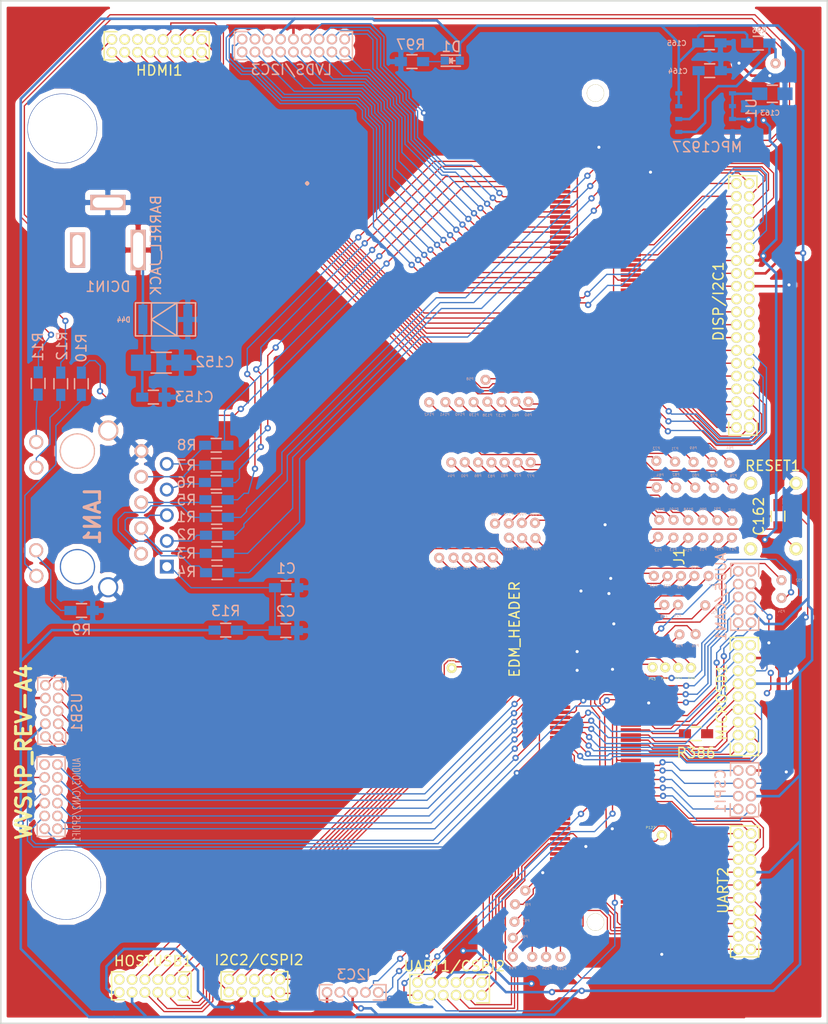
<source format=kicad_pcb>
(kicad_pcb (version 4) (host pcbnew 4.0.3-stable)
  (layers (0 F.Cu signal) (1 Inner2.Cu signal) (2 Inner1.Cu signal) (31 B.Cu signal) (34 B.Paste user) (35 F.Paste user hide) (36 B.SilkS user) (37 F.SilkS user) (38 B.Mask user hide) (39 F.Mask user) (44 Edge.Cuts user))
  (net 0 "")
  (net 1 +3.3V)
  (net 2 +5V)
  (net 3 /EXCDA_nPREST)
  (net 4 /GND_DRAIN1)
  (net 5 /HDMI1_CAD)
  (net 6 /MNF10)
  (net 7 /MNF11)
  (net 8 /MNF12)
  (net 9 /MNF13_WATCHDOG)
  (net 10 /MNF7)
  (net 11 /MNF8)
  (net 12 /MNF9)
  (net 13 /PCIEA_CLKN)
  (net 14 /PCIEA_CLKP)
  (net 15 /PCIEA_RXN)
  (net 16 /PCIEA_RXP)
  (net 17 /PCIEA_TXN)
  (net 18 /PCIEA_TXP)
  (net 19 /PCIEB_CLKN)
  (net 20 /PCIEB_CLKP)
  (net 21 /PCIEB_RXN)
  (net 22 /PCIEB_RXP)
  (net 23 /PCIEB_TXN)
  (net 24 /PCIEB_TXP)
  (net 25 /PCIE_CLK_OEA)
  (net 26 /PCIE_CLK_OEB)
  (net 27 /PCIE_nRST)
  (net 28 /PCIE_nWAKE)
  (net 29 /PWR_BTN)
  (net 30 /RSVD1)
  (net 31 /R_NANDF_A1)
  (net 32 /R_NANDF_A10)
  (net 33 /R_NANDF_A2)
  (net 34 /R_NANDF_A3)
  (net 35 /R_NANDF_A4)
  (net 36 /R_NANDF_A5)
  (net 37 /R_NANDF_A6)
  (net 38 /R_NANDF_A7)
  (net 39 /R_NANDF_A8)
  (net 40 /R_NANDF_A9)
  (net 41 /R_NANDF_ALE)
  (net 42 /R_NANDF_CLE)
  (net 43 /R_NANDF_CS0)
  (net 44 /R_NANDF_CS1)
  (net 45 /R_NANDF_CS2)
  (net 46 /R_NANDF_CS3)
  (net 47 /R_NANDF_CS4)
  (net 48 /R_NANDF_D0)
  (net 49 /R_NANDF_D1)
  (net 50 /R_NANDF_D10)
  (net 51 /R_NANDF_D11)
  (net 52 /R_NANDF_D12)
  (net 53 /R_NANDF_D13)
  (net 54 /R_NANDF_D14)
  (net 55 /R_NANDF_D15)
  (net 56 /R_NANDF_D2)
  (net 57 /R_NANDF_D3)
  (net 58 /R_NANDF_D4)
  (net 59 /R_NANDF_D5)
  (net 60 /R_NANDF_D6)
  (net 61 /R_NANDF_D7)
  (net 62 /R_NANDF_D8)
  (net 63 /R_NANDF_D9)
  (net 64 /R_NANDF_RB0)
  (net 65 /R_NANDF_RE)
  (net 66 /R_NANDF_WE)
  (net 67 /R_NANDF_WP)
  (net 68 /SATA1_RXN)
  (net 69 /SATA1_RXP)
  (net 70 /SATA1_TXN)
  (net 71 /SATA1_TXP)
  (net 72 /StdB1_SSRXN)
  (net 73 /StdB1_SSRXP)
  (net 74 /StdB1_SSTXN)
  (net 75 /StdB1_SSTXP)
  (net 76 /USB_H1_VBUS)
  (net 77 /USB_HUB_RESET_B)
  (net 78 /VCC_RTC)
  (net 79 AUD3_RXD)
  (net 80 AUD3_TXC)
  (net 81 AUD3_TXD)
  (net 82 AUD3_TXFS)
  (net 83 AUD5_RXD)
  (net 84 AUD5_TXC)
  (net 85 AUD5_TXD)
  (net 86 AUD5_TXFS)
  (net 87 AUDIO_CLK)
  (net 88 AUX_5V_EN)
  (net 89 CAN1n)
  (net 90 CAN1p)
  (net 91 CAN2n)
  (net 92 CAN2p)
  (net 93 CSPI1_CS0)
  (net 94 CSPI1_CS1)
  (net 95 CSPI1_MISO)
  (net 96 CSPI1_MOSI)
  (net 97 CSPI1_SCLK)
  (net 98 CSPI2_CS0)
  (net 99 CSPI2_CS1)
  (net 100 CSPI2_MISO)
  (net 101 CSPI2_MOSI)
  (net 102 CSPI2_SCLK)
  (net 103 DDC_SCL)
  (net 104 DDC_SDA)
  (net 105 DISP0_BKLEN)
  (net 106 DISP0_CLK)
  (net 107 DISP0_CNTRST)
  (net 108 DISP0_DAT0)
  (net 109 DISP0_DAT1)
  (net 110 DISP0_DAT10)
  (net 111 DISP0_DAT11)
  (net 112 DISP0_DAT12)
  (net 113 DISP0_DAT13)
  (net 114 DISP0_DAT14)
  (net 115 DISP0_DAT15)
  (net 116 DISP0_DAT16)
  (net 117 DISP0_DAT17)
  (net 118 DISP0_DAT18)
  (net 119 DISP0_DAT19)
  (net 120 DISP0_DAT2)
  (net 121 DISP0_DAT20)
  (net 122 DISP0_DAT21)
  (net 123 DISP0_DAT22)
  (net 124 DISP0_DAT23)
  (net 125 DISP0_DAT3)
  (net 126 DISP0_DAT4)
  (net 127 DISP0_DAT5)
  (net 128 DISP0_DAT6)
  (net 129 DISP0_DAT7)
  (net 130 DISP0_DAT8)
  (net 131 DISP0_DAT9)
  (net 132 DISP0_DRDY)
  (net 133 DISP0_HSYNC)
  (net 134 DISP0_VDDEN)
  (net 135 DISP0_VSYNC)
  (net 136 ETHER1_D0N)
  (net 137 ETHER1_D0P)
  (net 138 ETHER1_D1N)
  (net 139 ETHER1_D1P)
  (net 140 ETHER1_D2N)
  (net 141 ETHER1_D2P)
  (net 142 ETHER1_D3N)
  (net 143 ETHER1_D3P)
  (net 144 GND)
  (net 145 GND_DRAIN2)
  (net 146 GPIO1_24)
  (net 147 GPIO3_11)
  (net 148 GPIO3_12)
  (net 149 GPIO3_26)
  (net 150 GPIO3_27)
  (net 151 GPIO3_8)
  (net 152 GPIO6_1)
  (net 153 GPIO6_31)
  (net 154 GPIO7_8)
  (net 155 GPIO_19)
  (net 156 GPIO_1_CLK0)
  (net 157 HDMI1_CEC)
  (net 158 HDMI1_HPD)
  (net 159 HDMI_CLKM)
  (net 160 HDMI_CLKP)
  (net 161 HDMI_D0M)
  (net 162 HDMI_D0P)
  (net 163 HDMI_D1M)
  (net 164 HDMI_D1P)
  (net 165 HDMI_D2M)
  (net 166 HDMI_D2P)
  (net 167 I2C1_SCL)
  (net 168 I2C1_SDA)
  (net 169 I2C2_SCL)
  (net 170 I2C2_SDA)
  (net 171 I2C3_SCL)
  (net 172 I2C3_SDA)
  (net 173 LED1_ACT)
  (net 174 LED1_nLINK100)
  (net 175 LED1_nLINK1000)
  (net 176 LVDS0_BLT_CTRL)
  (net 177 LVDS0_CLK_N)
  (net 178 LVDS0_CLK_P)
  (net 179 LVDS0_EN)
  (net 180 LVDS0_TX0_N)
  (net 181 LVDS0_TX0_P)
  (net 182 LVDS0_TX1_N)
  (net 183 LVDS0_TX1_P)
  (net 184 LVDS0_TX2_N)
  (net 185 LVDS0_TX2_P)
  (net 186 LVDS0_TX3_N)
  (net 187 LVDS0_TX3_P)
  (net 188 LVDS0_VDDEN)
  (net 189 N-00000145)
  (net 190 N-00000154)
  (net 191 N-00000157)
  (net 192 N-00000158)
  (net 193 N-00000159)
  (net 194 N-00000160)
  (net 195 N-00000166)
  (net 196 N-00000167)
  (net 197 N-00000168)
  (net 198 N-00000169)
  (net 199 N-00000187)
  (net 200 N-00000189)
  (net 201 N-00000190)
  (net 202 N-00000191)
  (net 203 N-00000193)
  (net 204 S3)
  (net 205 S5)
  (net 206 SD1_CD)
  (net 207 SD1_CLK)
  (net 208 SD1_CMD)
  (net 209 SD1_DATA0)
  (net 210 SD1_DATA1)
  (net 211 SD1_DATA2)
  (net 212 SD1_DATA3)
  (net 213 SD1_DATA4)
  (net 214 SD1_DATA5)
  (net 215 SD1_DATA6)
  (net 216 SD1_DATA7)
  (net 217 SD1_LED)
  (net 218 SD1_PWREN)
  (net 219 SD1_WP)
  (net 220 SPDIF_OUT)
  (net 221 StdB2_SSRXN)
  (net 222 StdB2_SSRXP)
  (net 223 StdB2_SSTXN)
  (net 224 StdB2_SSTXP)
  (net 225 UART1_CTS)
  (net 226 UART1_RTS)
  (net 227 UART1_RXD)
  (net 228 UART1_TXD)
  (net 229 UART2_CTS)
  (net 230 UART2_DCD)
  (net 231 UART2_DSR)
  (net 232 UART2_DTR)
  (net 233 UART2_RTS)
  (net 234 UART2_RXD)
  (net 235 UART2_TXD)
  (net 236 USB_H1_OC)
  (net 237 USB_HOST_DN)
  (net 238 USB_HOST_DP)
  (net 239 USB_OTG_DN)
  (net 240 USB_OTG_DP)
  (net 241 USB_OTG_ID)
  (net 242 USB_OTG_OC)
  (net 243 USB_OTG_PWR_EN)
  (net 244 USB_OTG_VBUS)
  (net 245 eDP0_HPD)
  (net 246 eDP0_SELF_TEST)
  (net 247 nRESET_BTN)
  (module TEST_POINT (layer B.Cu) (at 281.6942 107.34792 180)
    (fp_text reference "" (at -0.06 1.47 180) (layer B.SilkS) (effects (font (size 0.25 0.25) (thickness 0.000001)) (justify mirror)))
    (fp_text value TST hide)
    (pad 1 thru_hole circle (at 0 0 180) (size 1 1) (drill 0.5) (layers *.Cu *.Mask B.SilkS) (net 190 N-00000154))
  )
  (module WVSNP_R3:EDM_HEADER_MXM3.0 (layer F.Cu) (at 261.37 153.54 270)
    (fp_text reference J1 (at 2.5938 -10.791 270) (layer F.SilkS))
    (fp_text value EDM_HEADER (at 9.782 5.5158 270) (layer F.SilkS))
    (pad Hole thru_hole circle (at -39.748 50.296 270) (size 6.9 6.9) (drill 6.8) (layers *.Cu *.Mask))
    (pad "" smd rect (at -46.24 -3.23 270) (size 3 5.15) (layers F.Cu F.Paste F.Mask))
    (pad 166 smd rect (at 9.25 -6 270) (size 0.35 2) (layers F.Cu F.Paste F.Mask) (net 144 GND))
    (pad 168 smd rect (at 9.75 -6 270) (size 0.35 2) (layers F.Cu F.Paste F.Mask) (net 61 /R_NANDF_D7))
    (pad 172 smd rect (at 10.75 -6 270) (size 0.35 2) (layers F.Cu F.Paste F.Mask) (net 59 /R_NANDF_D5))
    (pad 170 smd rect (at 10.25 -6 270) (size 0.35 2) (layers F.Cu F.Paste F.Mask) (net 60 /R_NANDF_D6))
    (pad 178 smd rect (at 12.25 -6 270) (size 0.35 2) (layers F.Cu F.Paste F.Mask) (net 56 /R_NANDF_D2))
    (pad 180 smd rect (at 12.75 -6 270) (size 0.35 2) (layers F.Cu F.Paste F.Mask) (net 49 /R_NANDF_D1))
    (pad 176 smd rect (at 11.75 -6 270) (size 0.35 2) (layers F.Cu F.Paste F.Mask) (net 57 /R_NANDF_D3))
    (pad 174 smd rect (at 11.25 -6 270) (size 0.35 2) (layers F.Cu F.Paste F.Mask) (net 58 /R_NANDF_D4))
    (pad 190 smd rect (at 15.25 -6 270) (size 0.35 2) (layers F.Cu F.Paste F.Mask) (net 85 AUD5_TXD))
    (pad 192 smd rect (at 15.75 -6 270) (size 0.35 2) (layers F.Cu F.Paste F.Mask) (net 84 AUD5_TXC))
    (pad 194 smd rect (at 16.25 -6 270) (size 0.35 2) (layers F.Cu F.Paste F.Mask) (net 156 GPIO_1_CLK0))
    (pad 186 smd rect (at 14.25 -6 270) (size 0.35 2) (layers F.Cu F.Paste F.Mask) (net 83 AUD5_RXD))
    (pad 188 smd rect (at 14.75 -6 270) (size 0.35 2) (layers F.Cu F.Paste F.Mask) (net 86 AUD5_TXFS))
    (pad 184 smd rect (at 13.75 -6 270) (size 0.35 2) (layers F.Cu F.Paste F.Mask) (net 144 GND))
    (pad 182 smd rect (at 13.25 -6 270) (size 0.35 2) (layers F.Cu F.Paste F.Mask) (net 48 /R_NANDF_D0))
    (pad 150 smd rect (at 5.25 -6 270) (size 0.35 2) (layers F.Cu F.Paste F.Mask) (net 54 /R_NANDF_D14))
    (pad 152 smd rect (at 5.75 -6 270) (size 0.35 2) (layers F.Cu F.Paste F.Mask) (net 53 /R_NANDF_D13))
    (pad 156 smd rect (at 6.75 -6 270) (size 0.35 2) (layers F.Cu F.Paste F.Mask) (net 52 /R_NANDF_D12))
    (pad 154 smd rect (at 6.25 -6 270) (size 0.35 2) (layers F.Cu F.Paste F.Mask) (net 144 GND))
    (pad 162 smd rect (at 8.25 -6 270) (size 0.35 2) (layers F.Cu F.Paste F.Mask) (net 63 /R_NANDF_D9))
    (pad 164 smd rect (at 8.75 -6 270) (size 0.35 2) (layers F.Cu F.Paste F.Mask) (net 62 /R_NANDF_D8))
    (pad 160 smd rect (at 7.75 -6 270) (size 0.35 2) (layers F.Cu F.Paste F.Mask) (net 50 /R_NANDF_D10))
    (pad 158 smd rect (at 7.25 -6 270) (size 0.35 2) (layers F.Cu F.Paste F.Mask) (net 51 /R_NANDF_D11))
    (pad 142 smd rect (at 3.25 -6 270) (size 0.35 2) (layers F.Cu F.Paste F.Mask) (net 33 /R_NANDF_A2))
    (pad 144 smd rect (at 3.75 -6 270) (size 0.35 2) (layers F.Cu F.Paste F.Mask) (net 31 /R_NANDF_A1))
    (pad 148 smd rect (at 4.75 -6 270) (size 0.35 2) (layers F.Cu F.Paste F.Mask) (net 144 GND))
    (pad 146 smd rect (at 4.25 -6 270) (size 0.35 2) (layers F.Cu F.Paste F.Mask) (net 55 /R_NANDF_D15))
    (pad 138 smd rect (at 2.25 -6 270) (size 0.35 2) (layers F.Cu F.Paste F.Mask) (net 35 /R_NANDF_A4))
    (pad 140 smd rect (at 2.75 -6 270) (size 0.35 2) (layers F.Cu F.Paste F.Mask) (net 34 /R_NANDF_A3))
    (pad 136 smd rect (at 1.75 -6 270) (size 0.35 2) (layers F.Cu F.Paste F.Mask) (net 36 /R_NANDF_A5))
    (pad 165 smd rect (at 9 1 270) (size 0.35 2) (layers F.Cu F.Paste F.Mask) (net 236 USB_H1_OC))
    (pad 167 smd rect (at 9.5 1 270) (size 0.35 2) (layers F.Cu F.Paste F.Mask) (net 222 StdB2_SSRXP))
    (pad 171 smd rect (at 10.5 1 270) (size 0.35 2) (layers F.Cu F.Paste F.Mask) (net 145 GND_DRAIN2))
    (pad 169 smd rect (at 10 1 270) (size 0.35 2) (layers F.Cu F.Paste F.Mask) (net 221 StdB2_SSRXN))
    (pad 177 smd rect (at 12 1 270) (size 0.35 2) (layers F.Cu F.Paste F.Mask) (net 144 GND))
    (pad 179 smd rect (at 12.5 1 270) (size 0.35 2) (layers F.Cu F.Paste F.Mask) (net 237 USB_HOST_DN))
    (pad 175 smd rect (at 11.5 1 270) (size 0.35 2) (layers F.Cu F.Paste F.Mask) (net 223 StdB2_SSTXN))
    (pad 173 smd rect (at 11 1 270) (size 0.35 2) (layers F.Cu F.Paste F.Mask) (net 224 StdB2_SSTXP))
    (pad 189 smd rect (at 15 1 270) (size 0.35 2) (layers F.Cu F.Paste F.Mask) (net 82 AUD3_TXFS))
    (pad 191 smd rect (at 15.5 1 270) (size 0.35 2) (layers F.Cu F.Paste F.Mask) (net 81 AUD3_TXD))
    (pad 195 smd rect (at 16.5 1 270) (size 0.35 2) (layers F.Cu F.Paste F.Mask) (net 87 AUDIO_CLK))
    (pad 193 smd rect (at 16 1 270) (size 0.35 2) (layers F.Cu F.Paste F.Mask) (net 80 AUD3_TXC))
    (pad 185 smd rect (at 14 1 270) (size 0.35 2) (layers F.Cu F.Paste F.Mask) (net 144 GND))
    (pad 187 smd rect (at 14.5 1 270) (size 0.35 2) (layers F.Cu F.Paste F.Mask) (net 79 AUD3_RXD))
    (pad 183 smd rect (at 13.5 1 270) (size 0.35 2) (layers F.Cu F.Paste F.Mask) (net 76 /USB_H1_VBUS))
    (pad 181 smd rect (at 13 1 270) (size 0.35 2) (layers F.Cu F.Paste F.Mask) (net 238 USB_HOST_DP))
    (pad 149 smd rect (at 5 1 270) (size 0.35 2) (layers F.Cu F.Paste F.Mask) (net 75 /StdB1_SSTXP))
    (pad 151 smd rect (at 5.5 1 270) (size 0.35 2) (layers F.Cu F.Paste F.Mask) (net 74 /StdB1_SSTXN))
    (pad 155 smd rect (at 6.5 1 270) (size 0.35 2) (layers F.Cu F.Paste F.Mask) (net 241 USB_OTG_ID))
    (pad 153 smd rect (at 6 1 270) (size 0.35 2) (layers F.Cu F.Paste F.Mask) (net 144 GND))
    (pad 161 smd rect (at 8 1 270) (size 0.35 2) (layers F.Cu F.Paste F.Mask) (net 244 USB_OTG_VBUS))
    (pad 163 smd rect (at 8.5 1 270) (size 0.35 2) (layers F.Cu F.Paste F.Mask) (net 243 USB_OTG_PWR_EN))
    (pad 159 smd rect (at 7.5 1 270) (size 0.35 2) (layers F.Cu F.Paste F.Mask) (net 239 USB_OTG_DN))
    (pad 157 smd rect (at 7 1 270) (size 0.35 2) (layers F.Cu F.Paste F.Mask) (net 240 USB_OTG_DP))
    (pad 141 smd rect (at 3 1 270) (size 0.35 2) (layers F.Cu F.Paste F.Mask) (net 242 USB_OTG_OC))
    (pad 143 smd rect (at 3.5 1 270) (size 0.35 2) (layers F.Cu F.Paste F.Mask) (net 73 /StdB1_SSRXP))
    (pad 147 smd rect (at 4.5 1 270) (size 0.35 2) (layers F.Cu F.Paste F.Mask) (net 4 /GND_DRAIN1))
    (pad 145 smd rect (at 4 1 270) (size 0.35 2) (layers F.Cu F.Paste F.Mask) (net 72 /StdB1_SSRXN))
    (pad 137 smd rect (at 2 1 270) (size 0.35 2) (layers F.Cu F.Paste F.Mask) (net 70 /SATA1_TXN))
    (pad 139 smd rect (at 2.5 1 270) (size 0.35 2) (layers F.Cu F.Paste F.Mask) (net 77 /USB_HUB_RESET_B))
    (pad 135 smd rect (at 1.5 1 270) (size 0.35 2) (layers F.Cu F.Paste F.Mask) (net 71 /SATA1_TXP))
    (pad 125 smd rect (at -1 1 270) (size 0.35 2) (layers F.Cu F.Paste F.Mask) (net 68 /SATA1_RXN))
    (pad 133 smd rect (at 1 1 270) (size 0.35 2) (layers F.Cu F.Paste F.Mask) (net 152 GPIO6_1))
    (pad 196 smd rect (at 16.75 -6 270) (size 0.35 2) (layers F.Cu F.Paste F.Mask) (net 220 SPDIF_OUT))
    (pad 197 smd rect (at 17 1 270) (size 0.35 2) (layers F.Cu F.Paste F.Mask) (net 92 CAN2p))
    (pad 198 smd rect (at 17.25 -6 270) (size 0.35 2) (layers F.Cu F.Paste F.Mask) (net 144 GND))
    (pad 199 smd rect (at 17.5 1 270) (size 0.35 2) (layers F.Cu F.Paste F.Mask) (net 91 CAN2n))
    (pad 200 smd rect (at 17.75 -6 270) (size 0.35 2) (layers F.Cu F.Paste F.Mask) (net 90 CAN1p))
    (pad 201 smd rect (at 18 1 270) (size 0.35 2) (layers F.Cu F.Paste F.Mask) (net 144 GND))
    (pad 202 smd rect (at 18.25 -6 270) (size 0.35 2) (layers F.Cu F.Paste F.Mask) (net 89 CAN1n))
    (pad 203 smd rect (at 18.5 1 270) (size 0.35 2) (layers F.Cu F.Paste F.Mask) (net 206 SD1_CD))
    (pad 204 smd rect (at 18.75 -6 270) (size 0.35 2) (layers F.Cu F.Paste F.Mask) (net 144 GND))
    (pad 205 smd rect (at 19 1 270) (size 0.35 2) (layers F.Cu F.Paste F.Mask) (net 208 SD1_CMD))
    (pad 206 smd rect (at 19.25 -6 270) (size 0.35 2) (layers F.Cu F.Paste F.Mask) (net 207 SD1_CLK))
    (pad 207 smd rect (at 19.5 1 270) (size 0.35 2) (layers F.Cu F.Paste F.Mask) (net 219 SD1_WP))
    (pad 208 smd rect (at 19.75 -6 270) (size 0.35 2) (layers F.Cu F.Paste F.Mask) (net 217 SD1_LED))
    (pad 209 smd rect (at 20 1 270) (size 0.35 2) (layers F.Cu F.Paste F.Mask) (net 210 SD1_DATA1))
    (pad 210 smd rect (at 20.25 -6 270) (size 0.35 2) (layers F.Cu F.Paste F.Mask) (net 218 SD1_PWREN))
    (pad 211 smd rect (at 20.5 1 270) (size 0.35 2) (layers F.Cu F.Paste F.Mask) (net 212 SD1_DATA3))
    (pad 212 smd rect (at 20.75 -6 270) (size 0.35 2) (layers F.Cu F.Paste F.Mask) (net 209 SD1_DATA0))
    (pad 213 smd rect (at 21 1 270) (size 0.35 2) (layers F.Cu F.Paste F.Mask) (net 214 SD1_DATA5))
    (pad 214 smd rect (at 21.25 -6 270) (size 0.35 2) (layers F.Cu F.Paste F.Mask) (net 211 SD1_DATA2))
    (pad 215 smd rect (at 21.5 1 270) (size 0.35 2) (layers F.Cu F.Paste F.Mask) (net 216 SD1_DATA7))
    (pad 216 smd rect (at 21.75 -6 270) (size 0.35 2) (layers F.Cu F.Paste F.Mask) (net 213 SD1_DATA4))
    (pad 217 smd rect (at 22 1 270) (size 0.35 2) (layers F.Cu F.Paste F.Mask) (net 144 GND))
    (pad 218 smd rect (at 22.25 -6 270) (size 0.35 2) (layers F.Cu F.Paste F.Mask) (net 215 SD1_DATA6))
    (pad 219 smd rect (at 22.5 1 270) (size 0.35 2) (layers F.Cu F.Paste F.Mask) (net 101 CSPI2_MOSI))
    (pad 220 smd rect (at 22.75 -6 270) (size 0.35 2) (layers F.Cu F.Paste F.Mask) (net 144 GND))
    (pad 221 smd rect (at 23 1 270) (size 0.35 2) (layers F.Cu F.Paste F.Mask) (net 100 CSPI2_MISO))
    (pad 222 smd rect (at 23.25 -6 270) (size 0.35 2) (layers F.Cu F.Paste F.Mask) (net 96 CSPI1_MOSI))
    (pad 223 smd rect (at 23.5 1 270) (size 0.35 2) (layers F.Cu F.Paste F.Mask) (net 102 CSPI2_SCLK))
    (pad 224 smd rect (at 23.75 -6 270) (size 0.35 2) (layers F.Cu F.Paste F.Mask) (net 95 CSPI1_MISO))
    (pad 225 smd rect (at 24 1 270) (size 0.35 2) (layers F.Cu F.Paste F.Mask) (net 98 CSPI2_CS0))
    (pad 226 smd rect (at 24.25 -6 270) (size 0.35 2) (layers F.Cu F.Paste F.Mask) (net 97 CSPI1_SCLK))
    (pad 227 smd rect (at 24.5 1 270) (size 0.35 2) (layers F.Cu F.Paste F.Mask) (net 99 CSPI2_CS1))
    (pad 228 smd rect (at 24.75 -6 270) (size 0.35 2) (layers F.Cu F.Paste F.Mask) (net 93 CSPI1_CS0))
    (pad 229 smd rect (at 25 1 270) (size 0.35 2) (layers F.Cu F.Paste F.Mask) (net 144 GND))
    (pad 230 smd rect (at 25.25 -6 270) (size 0.35 2) (layers F.Cu F.Paste F.Mask) (net 94 CSPI1_CS1))
    (pad 231 smd rect (at 25.5 1 270) (size 0.35 2) (layers F.Cu F.Paste F.Mask) (net 169 I2C2_SCL))
    (pad 232 smd rect (at 25.75 -6 270) (size 0.35 2) (layers F.Cu F.Paste F.Mask) (net 144 GND))
    (pad 233 smd rect (at 26 1 270) (size 0.35 2) (layers F.Cu F.Paste F.Mask) (net 170 I2C2_SDA))
    (pad 234 smd rect (at 26.25 -6 270) (size 0.35 2) (layers F.Cu F.Paste F.Mask) (net 229 UART2_CTS))
    (pad 235 smd rect (at 26.5 1 270) (size 0.35 2) (layers F.Cu F.Paste F.Mask) (net 171 I2C3_SCL))
    (pad 236 smd rect (at 26.75 -6 270) (size 0.35 2) (layers F.Cu F.Paste F.Mask) (net 235 UART2_TXD))
    (pad 237 smd rect (at 27 1 270) (size 0.35 2) (layers F.Cu F.Paste F.Mask) (net 172 I2C3_SDA))
    (pad 238 smd rect (at 27.25 -6 270) (size 0.35 2) (layers F.Cu F.Paste F.Mask) (net 234 UART2_RXD))
    (pad 239 smd rect (at 27.5 1 270) (size 0.35 2) (layers F.Cu F.Paste F.Mask) (net 144 GND))
    (pad 240 smd rect (at 27.75 -6 270) (size 0.35 2) (layers F.Cu F.Paste F.Mask) (net 233 UART2_RTS))
    (pad 241 smd rect (at 28 1 270) (size 0.35 2) (layers F.Cu F.Paste F.Mask) (net 225 UART1_CTS))
    (pad 242 smd rect (at 28.25 -6 270) (size 0.35 2) (layers F.Cu F.Paste F.Mask) (net 230 UART2_DCD))
    (pad 243 smd rect (at 28.5 1 270) (size 0.35 2) (layers F.Cu F.Paste F.Mask) (net 228 UART1_TXD))
    (pad 244 smd rect (at 28.75 -6 270) (size 0.35 2) (layers F.Cu F.Paste F.Mask) (net 231 UART2_DSR))
    (pad 245 smd rect (at 29 1 270) (size 0.35 2) (layers F.Cu F.Paste F.Mask) (net 227 UART1_RXD))
    (pad 246 smd rect (at 29.25 -6 270) (size 0.35 2) (layers F.Cu F.Paste F.Mask) (net 232 UART2_DTR))
    (pad 247 smd rect (at 29.5 1 270) (size 0.35 2) (layers F.Cu F.Paste F.Mask) (net 226 UART1_RTS))
    (pad 248 smd rect (at 29.75 -6 270) (size 0.35 2) (layers F.Cu F.Paste F.Mask) (net 230 UART2_DCD))
    (pad 249 smd rect (at 30 1 270) (size 0.35 2) (layers F.Cu F.Paste F.Mask) (net 144 GND))
    (pad 250 smd rect (at 30.25 -6 270) (size 0.35 2) (layers F.Cu F.Paste F.Mask) (net 144 GND))
    (pad 251 smd rect (at 30.5 1 270) (size 0.35 2) (layers F.Cu F.Paste F.Mask) (net 204 S3))
    (pad 252 smd rect (at 30.75 -6 270) (size 0.35 2) (layers F.Cu F.Paste F.Mask) (net 29 /PWR_BTN))
    (pad 253 smd rect (at 31 1 270) (size 0.35 2) (layers F.Cu F.Paste F.Mask) (net 205 S5))
    (pad 254 smd rect (at 31.25 -6 270) (size 0.35 2) (layers F.Cu F.Paste F.Mask) (net 247 nRESET_BTN))
    (pad 255 smd rect (at 31.5 1 270) (size 0.35 2) (layers F.Cu F.Paste F.Mask) (net 148 GPIO3_12))
    (pad 256 smd rect (at 31.75 -6 270) (size 0.35 2) (layers F.Cu F.Paste F.Mask) (net 147 GPIO3_11))
    (pad 257 smd rect (at 32 1 270) (size 0.35 2) (layers F.Cu F.Paste F.Mask) (net 88 AUX_5V_EN))
    (pad 258 smd rect (at 32.25 -6 270) (size 0.35 2) (layers F.Cu F.Paste F.Mask) (net 150 GPIO3_27))
    (pad 259 smd rect (at 32.5 1 270) (size 0.35 2) (layers F.Cu F.Paste F.Mask) (net 149 GPIO3_26))
    (pad 260 smd rect (at 32.75 -6 270) (size 0.35 2) (layers F.Cu F.Paste F.Mask) (net 153 GPIO6_31))
    (pad 261 smd rect (at 33 1 270) (size 0.35 2) (layers F.Cu F.Paste F.Mask) (net 151 GPIO3_8))
    (pad 262 smd rect (at 33.25 -6 270) (size 0.35 2) (layers F.Cu F.Paste F.Mask) (net 146 GPIO1_24))
    (pad 263 smd rect (at 33.5 1 270) (size 0.35 2) (layers F.Cu F.Paste F.Mask) (net 155 GPIO_19))
    (pad 264 smd rect (at 33.75 -6 270) (size 0.35 2) (layers F.Cu F.Paste F.Mask) (net 154 GPIO7_8))
    (pad 265 smd rect (at 34 1 270) (size 0.35 2) (layers F.Cu F.Paste F.Mask) (net 144 GND))
    (pad 266 smd rect (at 34.25 -6 270) (size 0.35 2) (layers F.Cu F.Paste F.Mask) (net 144 GND))
    (pad 267 smd rect (at 34.5 1 270) (size 0.35 2) (layers F.Cu F.Paste F.Mask) (net 10 /MNF7))
    (pad 268 smd rect (at 34.75 -6 270) (size 0.35 2) (layers F.Cu F.Paste F.Mask))
    (pad 269 smd rect (at 35 1 270) (size 0.35 2) (layers F.Cu F.Paste F.Mask) (net 11 /MNF8))
    (pad 270 smd rect (at 35.25 -6 270) (size 0.35 2) (layers F.Cu F.Paste F.Mask))
    (pad 271 smd rect (at 35.5 1 270) (size 0.35 2) (layers F.Cu F.Paste F.Mask) (net 12 /MNF9))
    (pad 272 smd rect (at 35.75 -6 270) (size 0.35 2) (layers F.Cu F.Paste F.Mask))
    (pad 273 smd rect (at 36 1 270) (size 0.35 2) (layers F.Cu F.Paste F.Mask) (net 6 /MNF10))
    (pad 274 smd rect (at 36.25 -6 270) (size 0.35 2) (layers F.Cu F.Paste F.Mask))
    (pad 275 smd rect (at 36.5 1 270) (size 0.35 2) (layers F.Cu F.Paste F.Mask) (net 7 /MNF11))
    (pad 276 smd rect (at 36.75 -6 270) (size 0.35 2) (layers F.Cu F.Paste F.Mask))
    (pad 277 smd rect (at 37 1 270) (size 0.35 2) (layers F.Cu F.Paste F.Mask) (net 8 /MNF12))
    (pad 278 smd rect (at 37.25 -6 270) (size 0.35 2) (layers F.Cu F.Paste F.Mask))
    (pad 279 smd rect (at 37.5 1 270) (size 0.35 2) (layers F.Cu F.Paste F.Mask) (net 9 /MNF13_WATCHDOG))
    (pad 280 smd rect (at 37.75 -6 270) (size 0.35 2) (layers F.Cu F.Paste F.Mask))
    (pad 281 smd rect (at 38 1 270) (size 0.35 2) (layers F.Cu F.Paste F.Mask) (net 78 /VCC_RTC))
    (pad 134 smd rect (at 1.25 -6 270) (size 0.35 2) (layers F.Cu F.Paste F.Mask) (net 37 /R_NANDF_A6))
    (pad 124 smd rect (at -1.25 -6 270) (size 0.35 2) (layers F.Cu F.Paste F.Mask) (net 144 GND))
    (pad 1 smd rect (at -32 1 270) (size 0.35 2) (layers F.Cu F.Paste F.Mask) (net 144 GND))
    (pad 2 smd rect (at -31.75 -6 270) (size 0.35 2) (layers F.Cu F.Paste F.Mask) (net 108 DISP0_DAT0))
    (pad 3 smd rect (at -31.5 1 270) (size 0.35 2) (layers F.Cu F.Paste F.Mask) (net 182 LVDS0_TX1_N))
    (pad 4 smd rect (at -31.25 -6 270) (size 0.35 2) (layers F.Cu F.Paste F.Mask) (net 109 DISP0_DAT1))
    (pad 5 smd rect (at -31 1 270) (size 0.35 2) (layers F.Cu F.Paste F.Mask) (net 183 LVDS0_TX1_P))
    (pad 6 smd rect (at -30.75 -6 270) (size 0.35 2) (layers F.Cu F.Paste F.Mask) (net 144 GND))
    (pad 7 smd rect (at -30.5 1 270) (size 0.35 2) (layers F.Cu F.Paste F.Mask) (net 144 GND))
    (pad 8 smd rect (at -30.25 -6 270) (size 0.35 2) (layers F.Cu F.Paste F.Mask) (net 120 DISP0_DAT2))
    (pad 9 smd rect (at -30 1 270) (size 0.35 2) (layers F.Cu F.Paste F.Mask) (net 184 LVDS0_TX2_N))
    (pad 10 smd rect (at -29.75 -6 270) (size 0.35 2) (layers F.Cu F.Paste F.Mask) (net 125 DISP0_DAT3))
    (pad 11 smd rect (at -29.5 1 270) (size 0.35 2) (layers F.Cu F.Paste F.Mask) (net 185 LVDS0_TX2_P))
    (pad 12 smd rect (at -29.25 -6 270) (size 0.35 2) (layers F.Cu F.Paste F.Mask) (net 144 GND))
    (pad 13 smd rect (at -29 1 270) (size 0.35 2) (layers F.Cu F.Paste F.Mask) (net 144 GND))
    (pad 14 smd rect (at -28.75 -6 270) (size 0.35 2) (layers F.Cu F.Paste F.Mask) (net 126 DISP0_DAT4))
    (pad 15 smd rect (at -28.5 1 270) (size 0.35 2) (layers F.Cu F.Paste F.Mask) (net 186 LVDS0_TX3_N))
    (pad 16 smd rect (at -28.25 -6 270) (size 0.35 2) (layers F.Cu F.Paste F.Mask) (net 127 DISP0_DAT5))
    (pad 17 smd rect (at -28 1 270) (size 0.35 2) (layers F.Cu F.Paste F.Mask) (net 187 LVDS0_TX3_P))
    (pad 18 smd rect (at -27.75 -6 270) (size 0.35 2) (layers F.Cu F.Paste F.Mask) (net 144 GND))
    (pad 19 smd rect (at -27.5 1 270) (size 0.35 2) (layers F.Cu F.Paste F.Mask) (net 144 GND))
    (pad 20 smd rect (at -27.25 -6 270) (size 0.35 2) (layers F.Cu F.Paste F.Mask) (net 128 DISP0_DAT6))
    (pad 21 smd rect (at -27 1 270) (size 0.35 2) (layers F.Cu F.Paste F.Mask) (net 177 LVDS0_CLK_N))
    (pad 22 smd rect (at -26.75 -6 270) (size 0.35 2) (layers F.Cu F.Paste F.Mask) (net 129 DISP0_DAT7))
    (pad 23 smd rect (at -26.5 1 270) (size 0.35 2) (layers F.Cu F.Paste F.Mask) (net 178 LVDS0_CLK_P))
    (pad 24 smd rect (at -26.25 -6 270) (size 0.35 2) (layers F.Cu F.Paste F.Mask) (net 144 GND))
    (pad 25 smd rect (at -26 1 270) (size 0.35 2) (layers F.Cu F.Paste F.Mask) (net 144 GND))
    (pad 26 smd rect (at -25.75 -6 270) (size 0.35 2) (layers F.Cu F.Paste F.Mask) (net 130 DISP0_DAT8))
    (pad 27 smd rect (at -25.5 1 270) (size 0.35 2) (layers F.Cu F.Paste F.Mask) (net 176 LVDS0_BLT_CTRL))
    (pad 28 smd rect (at -25.25 -6 270) (size 0.35 2) (layers F.Cu F.Paste F.Mask) (net 131 DISP0_DAT9))
    (pad 29 smd rect (at -25 1 270) (size 0.35 2) (layers F.Cu F.Paste F.Mask) (net 179 LVDS0_EN))
    (pad 30 smd rect (at -24.75 -6 270) (size 0.35 2) (layers F.Cu F.Paste F.Mask) (net 144 GND))
    (pad 31 smd rect (at -24.5 1 270) (size 0.35 2) (layers F.Cu F.Paste F.Mask) (net 188 LVDS0_VDDEN))
    (pad 32 smd rect (at -24.25 -6 270) (size 0.35 2) (layers F.Cu F.Paste F.Mask) (net 110 DISP0_DAT10))
    (pad 33 smd rect (at -24 1 270) (size 0.35 2) (layers F.Cu F.Paste F.Mask) (net 246 eDP0_SELF_TEST))
    (pad 34 smd rect (at -23.75 -6 270) (size 0.35 2) (layers F.Cu F.Paste F.Mask) (net 111 DISP0_DAT11))
    (pad 35 smd rect (at -23.5 1 270) (size 0.35 2) (layers F.Cu F.Paste F.Mask) (net 245 eDP0_HPD))
    (pad 36 smd rect (at -23.25 -6 270) (size 0.35 2) (layers F.Cu F.Paste F.Mask) (net 112 DISP0_DAT12))
    (pad 37 smd rect (at -23 1 270) (size 0.35 2) (layers F.Cu F.Paste F.Mask) (net 168 I2C1_SDA))
    (pad 38 smd rect (at -22.75 -6 270) (size 0.35 2) (layers F.Cu F.Paste F.Mask) (net 113 DISP0_DAT13))
    (pad 39 smd rect (at -22.5 1 270) (size 0.35 2) (layers F.Cu F.Paste F.Mask) (net 167 I2C1_SCL))
    (pad 40 smd rect (at -22.25 -6 270) (size 0.35 2) (layers F.Cu F.Paste F.Mask) (net 114 DISP0_DAT14))
    (pad 41 smd rect (at -22 1 270) (size 0.35 2) (layers F.Cu F.Paste F.Mask) (net 144 GND))
    (pad 42 smd rect (at -21.75 -6 270) (size 0.35 2) (layers F.Cu F.Paste F.Mask) (net 144 GND))
    (pad 43 smd rect (at -21.5 1 270) (size 0.35 2) (layers F.Cu F.Paste F.Mask) (net 160 HDMI_CLKP))
    (pad 44 smd rect (at -21.25 -6 270) (size 0.35 2) (layers F.Cu F.Paste F.Mask) (net 115 DISP0_DAT15))
    (pad 45 smd rect (at -21 1 270) (size 0.35 2) (layers F.Cu F.Paste F.Mask) (net 159 HDMI_CLKM))
    (pad 46 smd rect (at -20.75 -6 270) (size 0.35 2) (layers F.Cu F.Paste F.Mask) (net 116 DISP0_DAT16))
    (pad 47 smd rect (at -20.5 1 270) (size 0.35 2) (layers F.Cu F.Paste F.Mask) (net 144 GND))
    (pad 48 smd rect (at -20.25 -6 270) (size 0.35 2) (layers F.Cu F.Paste F.Mask) (net 144 GND))
    (pad 49 smd rect (at -20 1 270) (size 0.35 2) (layers F.Cu F.Paste F.Mask) (net 162 HDMI_D0P))
    (pad 50 smd rect (at -19.75 -6 270) (size 0.35 2) (layers F.Cu F.Paste F.Mask) (net 117 DISP0_DAT17))
    (pad 51 smd rect (at -19.5 1 270) (size 0.35 2) (layers F.Cu F.Paste F.Mask) (net 161 HDMI_D0M))
    (pad 52 smd rect (at -19.25 -6 270) (size 0.35 2) (layers F.Cu F.Paste F.Mask) (net 118 DISP0_DAT18))
    (pad 53 smd rect (at -19 1 270) (size 0.35 2) (layers F.Cu F.Paste F.Mask) (net 144 GND))
    (pad 54 smd rect (at -18.75 -6 270) (size 0.35 2) (layers F.Cu F.Paste F.Mask) (net 144 GND))
    (pad 55 smd rect (at -18.5 1 270) (size 0.35 2) (layers F.Cu F.Paste F.Mask) (net 164 HDMI_D1P))
    (pad 56 smd rect (at -18.25 -6 270) (size 0.35 2) (layers F.Cu F.Paste F.Mask) (net 119 DISP0_DAT19))
    (pad 57 smd rect (at -18 1 270) (size 0.35 2) (layers F.Cu F.Paste F.Mask) (net 163 HDMI_D1M))
    (pad 58 smd rect (at -17.75 -6 270) (size 0.35 2) (layers F.Cu F.Paste F.Mask) (net 121 DISP0_DAT20))
    (pad 59 smd rect (at -17.5 1 270) (size 0.35 2) (layers F.Cu F.Paste F.Mask) (net 144 GND))
    (pad 60 smd rect (at -17.25 -6 270) (size 0.35 2) (layers F.Cu F.Paste F.Mask) (net 144 GND))
    (pad 61 smd rect (at -17 1 270) (size 0.35 2) (layers F.Cu F.Paste F.Mask) (net 166 HDMI_D2P))
    (pad 62 smd rect (at -16.75 -6 270) (size 0.35 2) (layers F.Cu F.Paste F.Mask) (net 122 DISP0_DAT21))
    (pad 63 smd rect (at -16.5 1 270) (size 0.35 2) (layers F.Cu F.Paste F.Mask) (net 165 HDMI_D2M))
    (pad 64 smd rect (at -16.25 -6 270) (size 0.35 2) (layers F.Cu F.Paste F.Mask) (net 123 DISP0_DAT22))
    (pad 65 smd rect (at -16 1 270) (size 0.35 2) (layers F.Cu F.Paste F.Mask) (net 144 GND))
    (pad 66 smd rect (at -15.75 -6 270) (size 0.35 2) (layers F.Cu F.Paste F.Mask) (net 144 GND))
    (pad 67 smd rect (at -15.5 1 270) (size 0.35 2) (layers F.Cu F.Paste F.Mask) (net 158 HDMI1_HPD))
    (pad 68 smd rect (at -15.25 -6 270) (size 0.35 2) (layers F.Cu F.Paste F.Mask) (net 124 DISP0_DAT23))
    (pad 69 smd rect (at -15 1 270) (size 0.35 2) (layers F.Cu F.Paste F.Mask) (net 5 /HDMI1_CAD))
    (pad 70 smd rect (at -14.75 -6 270) (size 0.35 2) (layers F.Cu F.Paste F.Mask) (net 106 DISP0_CLK))
    (pad 71 smd rect (at -14.5 1 270) (size 0.35 2) (layers F.Cu F.Paste F.Mask) (net 157 HDMI1_CEC))
    (pad 72 smd rect (at -14.25 -6 270) (size 0.35 2) (layers F.Cu F.Paste F.Mask) (net 133 DISP0_HSYNC))
    (pad 73 smd rect (at -14 1 270) (size 0.35 2) (layers F.Cu F.Paste F.Mask) (net 103 DDC_SCL))
    (pad 74 smd rect (at -13.75 -6 270) (size 0.35 2) (layers F.Cu F.Paste F.Mask) (net 135 DISP0_VSYNC))
    (pad 75 smd rect (at -13.5 1 270) (size 0.35 2) (layers F.Cu F.Paste F.Mask) (net 104 DDC_SDA))
    (pad 76 smd rect (at -13.25 -6 270) (size 0.35 2) (layers F.Cu F.Paste F.Mask) (net 107 DISP0_CNTRST))
    (pad 77 smd rect (at -13 1 270) (size 0.35 2) (layers F.Cu F.Paste F.Mask) (net 144 GND))
    (pad 78 smd rect (at -12.75 -6 270) (size 0.35 2) (layers F.Cu F.Paste F.Mask) (net 132 DISP0_DRDY))
    (pad 79 smd rect (at -12.5 1 270) (size 0.35 2) (layers F.Cu F.Paste F.Mask) (net 20 /PCIEB_CLKP))
    (pad 80 smd rect (at -12.25 -6 270) (size 0.35 2) (layers F.Cu F.Paste F.Mask) (net 134 DISP0_VDDEN))
    (pad 81 smd rect (at -12 1 270) (size 0.35 2) (layers F.Cu F.Paste F.Mask) (net 19 /PCIEB_CLKN))
    (pad 82 smd rect (at -11.75 -6 270) (size 0.35 2) (layers F.Cu F.Paste F.Mask) (net 105 DISP0_BKLEN))
    (pad 83 smd rect (at -11.5 1 270) (size 0.35 2) (layers F.Cu F.Paste F.Mask) (net 144 GND))
    (pad 84 smd rect (at -11.25 -6 270) (size 0.35 2) (layers F.Cu F.Paste F.Mask))
    (pad 85 smd rect (at -11 1 270) (size 0.35 2) (layers F.Cu F.Paste F.Mask) (net 14 /PCIEA_CLKP))
    (pad 86 smd rect (at -10.75 -6 270) (size 0.35 2) (layers F.Cu F.Paste F.Mask) (net 43 /R_NANDF_CS0))
    (pad 87 smd rect (at -10.5 1 270) (size 0.35 2) (layers F.Cu F.Paste F.Mask) (net 13 /PCIEA_CLKN))
    (pad 88 smd rect (at -10.25 -6 270) (size 0.35 2) (layers F.Cu F.Paste F.Mask) (net 144 GND))
    (pad 89 smd rect (at -10 1 270) (size 0.35 2) (layers F.Cu F.Paste F.Mask) (net 144 GND))
    (pad 90 smd rect (at -9.75 -6 270) (size 0.35 2) (layers F.Cu F.Paste F.Mask) (net 44 /R_NANDF_CS1))
    (pad 91 smd rect (at -9.5 1 270) (size 0.35 2) (layers F.Cu F.Paste F.Mask) (net 18 /PCIEA_TXP))
    (pad 92 smd rect (at -9.25 -6 270) (size 0.35 2) (layers F.Cu F.Paste F.Mask) (net 45 /R_NANDF_CS2))
    (pad 93 smd rect (at -9 1 270) (size 0.35 2) (layers F.Cu F.Paste F.Mask) (net 17 /PCIEA_TXN))
    (pad 94 smd rect (at -8.75 -6 270) (size 0.35 2) (layers F.Cu F.Paste F.Mask) (net 144 GND))
    (pad 95 smd rect (at -8.5 1 270) (size 0.35 2) (layers F.Cu F.Paste F.Mask) (net 144 GND))
    (pad 96 smd rect (at -8.25 -6 270) (size 0.35 2) (layers F.Cu F.Paste F.Mask) (net 46 /R_NANDF_CS3))
    (pad 97 smd rect (at -8 1 270) (size 0.35 2) (layers F.Cu F.Paste F.Mask) (net 16 /PCIEA_RXP))
    (pad 98 smd rect (at -7.75 -6 270) (size 0.35 2) (layers F.Cu F.Paste F.Mask) (net 47 /R_NANDF_CS4))
    (pad 99 smd rect (at -7.5 1 270) (size 0.35 2) (layers F.Cu F.Paste F.Mask) (net 15 /PCIEA_RXN))
    (pad 100 smd rect (at -7.25 -6 270) (size 0.35 2) (layers F.Cu F.Paste F.Mask) (net 144 GND))
    (pad 101 smd rect (at -7 1 270) (size 0.35 2) (layers F.Cu F.Paste F.Mask) (net 144 GND))
    (pad 102 smd rect (at -6.75 -6 270) (size 0.35 2) (layers F.Cu F.Paste F.Mask) (net 64 /R_NANDF_RB0))
    (pad 103 smd rect (at -6.5 1 270) (size 0.35 2) (layers F.Cu F.Paste F.Mask) (net 24 /PCIEB_TXP))
    (pad 104 smd rect (at -6.25 -6 270) (size 0.35 2) (layers F.Cu F.Paste F.Mask) (net 67 /R_NANDF_WP))
    (pad 105 smd rect (at -6 1 270) (size 0.35 2) (layers F.Cu F.Paste F.Mask) (net 23 /PCIEB_TXN))
    (pad 106 smd rect (at -5.75 -6 270) (size 0.35 2) (layers F.Cu F.Paste F.Mask) (net 42 /R_NANDF_CLE))
    (pad 107 smd rect (at -5.5 1 270) (size 0.35 2) (layers F.Cu F.Paste F.Mask) (net 3 /EXCDA_nPREST))
    (pad 108 smd rect (at -5.25 -6 270) (size 0.35 2) (layers F.Cu F.Paste F.Mask) (net 41 /R_NANDF_ALE))
    (pad 109 smd rect (at -5 1 270) (size 0.35 2) (layers F.Cu F.Paste F.Mask) (net 22 /PCIEB_RXP))
    (pad 110 smd rect (at -4.75 -6 270) (size 0.35 2) (layers F.Cu F.Paste F.Mask) (net 66 /R_NANDF_WE))
    (pad 111 smd rect (at -4.5 1 270) (size 0.35 2) (layers F.Cu F.Paste F.Mask) (net 21 /PCIEB_RXN))
    (pad 112 smd rect (at -4.25 -6 270) (size 0.35 2) (layers F.Cu F.Paste F.Mask) (net 65 /R_NANDF_RE))
    (pad 113 smd rect (at -4 1 270) (size 0.35 2) (layers F.Cu F.Paste F.Mask) (net 25 /PCIE_CLK_OEA))
    (pad 114 smd rect (at -3.75 -6 270) (size 0.35 2) (layers F.Cu F.Paste F.Mask) (net 30 /RSVD1))
    (pad 115 smd rect (at -3.5 1 270) (size 0.35 2) (layers F.Cu F.Paste F.Mask) (net 26 /PCIE_CLK_OEB))
    (pad 116 smd rect (at -3.25 -6 270) (size 0.35 2) (layers F.Cu F.Paste F.Mask) (net 32 /R_NANDF_A10))
    (pad 117 smd rect (at -3 1 270) (size 0.35 2) (layers F.Cu F.Paste F.Mask) (net 28 /PCIE_nWAKE))
    (pad 118 smd rect (at -2.75 -6 270) (size 0.35 2) (layers F.Cu F.Paste F.Mask) (net 40 /R_NANDF_A9))
    (pad 119 smd rect (at -2.5 1 270) (size 0.35 2) (layers F.Cu F.Paste F.Mask) (net 27 /PCIE_nRST))
    (pad 120 smd rect (at -2.25 -6 270) (size 0.35 2) (layers F.Cu F.Paste F.Mask) (net 39 /R_NANDF_A8))
    (pad 121 smd rect (at -2 1 270) (size 0.35 2) (layers F.Cu F.Paste F.Mask) (net 144 GND))
    (pad 122 smd rect (at -1.75 -6 270) (size 0.35 2) (layers F.Cu F.Paste F.Mask) (net 38 /R_NANDF_A7))
    (pad 123 smd rect (at -1.5 1 270) (size 0.35 2) (layers F.Cu F.Paste F.Mask) (net 69 /SATA1_RXP))
    (pad E1_1 smd rect (at -42 1 270) (size 0.35 2) (layers F.Cu F.Paste F.Mask))
    (pad E1_2 smd rect (at -41.5 1 270) (size 0.35 2) (layers F.Cu F.Paste F.Mask) (net 2 +5V))
    (pad E1_3 smd rect (at -41 1 270) (size 0.35 2) (layers F.Cu F.Paste F.Mask) (net 2 +5V))
    (pad E1_4 smd rect (at -40.5 1 270) (size 0.35 2) (layers F.Cu F.Paste F.Mask) (net 2 +5V))
    (pad E1_5 smd rect (at -40 1 270) (size 0.35 2) (layers F.Cu F.Paste F.Mask) (net 2 +5V))
    (pad E1_6 smd rect (at -39.5 1 270) (size 0.35 2) (layers F.Cu F.Paste F.Mask) (net 2 +5V))
    (pad E1_7 smd rect (at -39 1 270) (size 0.35 2) (layers F.Cu F.Paste F.Mask) (net 2 +5V))
    (pad E1_8 smd rect (at -38.5 1 270) (size 0.35 2) (layers F.Cu F.Paste F.Mask) (net 2 +5V))
    (pad E1_9 smd rect (at -38 1 270) (size 0.35 2) (layers F.Cu F.Paste F.Mask) (net 2 +5V))
    (pad E110 smd rect (at -37.5 1 270) (size 0.35 2) (layers F.Cu F.Paste F.Mask) (net 2 +5V))
    (pad E3_1 smd rect (at -37 1 270) (size 0.35 2) (layers F.Cu F.Paste F.Mask) (net 144 GND))
    (pad E3_2 smd rect (at -36.5 1 270) (size 0.35 2) (layers F.Cu F.Paste F.Mask) (net 141 ETHER1_D2P))
    (pad E3_3 smd rect (at -36 1 270) (size 0.35 2) (layers F.Cu F.Paste F.Mask) (net 140 ETHER1_D2N))
    (pad E3_4 smd rect (at -35.5 1 270) (size 0.35 2) (layers F.Cu F.Paste F.Mask) (net 144 GND))
    (pad E3_5 smd rect (at -35 1 270) (size 0.35 2) (layers F.Cu F.Paste F.Mask) (net 143 ETHER1_D3P))
    (pad E3_6 smd rect (at -34.5 1 270) (size 0.35 2) (layers F.Cu F.Paste F.Mask) (net 142 ETHER1_D3N))
    (pad E3_7 smd rect (at -34 1 270) (size 0.35 2) (layers F.Cu F.Paste F.Mask) (net 173 LED1_ACT))
    (pad E3_8 smd rect (at -33.5 1 270) (size 0.35 2) (layers F.Cu F.Paste F.Mask) (net 144 GND))
    (pad E3_9 smd rect (at -33 1 270) (size 0.35 2) (layers F.Cu F.Paste F.Mask) (net 180 LVDS0_TX0_N))
    (pad E310 smd rect (at -32.5 1 270) (size 0.35 2) (layers F.Cu F.Paste F.Mask) (net 181 LVDS0_TX0_P))
    (pad E2_1 smd rect (at -41.75 -6 270) (size 0.35 2) (layers F.Cu F.Paste F.Mask))
    (pad E2_2 smd rect (at -41.25 -6 270) (size 0.35 2) (layers F.Cu F.Paste F.Mask) (net 2 +5V))
    (pad E2_3 smd rect (at -40.75 -6 270) (size 0.35 2) (layers F.Cu F.Paste F.Mask) (net 2 +5V))
    (pad E2_4 smd rect (at -40.25 -6 270) (size 0.35 2) (layers F.Cu F.Paste F.Mask) (net 2 +5V))
    (pad E2_5 smd rect (at -39.75 -6 270) (size 0.35 2) (layers F.Cu F.Paste F.Mask) (net 2 +5V))
    (pad E2_6 smd rect (at -39.25 -6 270) (size 0.35 2) (layers F.Cu F.Paste F.Mask) (net 2 +5V))
    (pad E2_7 smd rect (at -38.75 -6 270) (size 0.35 2) (layers F.Cu F.Paste F.Mask) (net 2 +5V))
    (pad E2_8 smd rect (at -38.25 -6 270) (size 0.35 2) (layers F.Cu F.Paste F.Mask) (net 2 +5V))
    (pad E2_9 smd rect (at -37.75 -6 270) (size 0.35 2) (layers F.Cu F.Paste F.Mask) (net 2 +5V))
    (pad E210 smd rect (at -37.25 -6 270) (size 0.35 2) (layers F.Cu F.Paste F.Mask) (net 2 +5V))
    (pad E4_1 smd rect (at -36.75 -6 270) (size 0.35 2) (layers F.Cu F.Paste F.Mask) (net 144 GND))
    (pad E4_2 smd rect (at -36.25 -6 270) (size 0.35 2) (layers F.Cu F.Paste F.Mask) (net 137 ETHER1_D0P))
    (pad E4_3 smd rect (at -35.75 -6 270) (size 0.35 2) (layers F.Cu F.Paste F.Mask) (net 136 ETHER1_D0N))
    (pad E4_4 smd rect (at -35.25 -6 270) (size 0.35 2) (layers F.Cu F.Paste F.Mask) (net 144 GND))
    (pad E4_5 smd rect (at -34.75 -6 270) (size 0.35 2) (layers F.Cu F.Paste F.Mask) (net 139 ETHER1_D1P))
    (pad E4_6 smd rect (at -34.25 -6 270) (size 0.35 2) (layers F.Cu F.Paste F.Mask) (net 138 ETHER1_D1N))
    (pad E4_7 smd rect (at -33.75 -6 270) (size 0.35 2) (layers F.Cu F.Paste F.Mask) (net 144 GND))
    (pad E4_8 smd rect (at -33.25 -6 270) (size 0.35 2) (layers F.Cu F.Paste F.Mask) (net 174 LED1_nLINK100))
    (pad E4_9 smd rect (at -32.75 -6 270) (size 0.35 2) (layers F.Cu F.Paste F.Mask) (net 175 LED1_nLINK1000))
    (pad E410 smd rect (at -32.25 -6 270) (size 0.35 2) (layers F.Cu F.Paste F.Mask) (net 144 GND))
    (pad HOLE thru_hole circle (at 38.75 -2.5 270) (size 1.7 1.7) (drill 1.65) (layers *.Cu *.Mask F.SilkS))
    (pad Hole thru_hole circle (at -43.25 -2.5 270) (size 1.7 1.7) (drill 1.65) (layers *.Cu *.Mask F.SilkS))
    (pad Hole thru_hole circle (at 35.055 49.915 270) (size 6.9 6.9) (drill 6.8) (layers *.Cu *.Mask))
    (pad "" smd rect (at 41.75 -3.24 270) (size 3 5.15) (layers F.Cu F.Paste F.Mask))
  )
  (module WVSNP_R3:Wand_DC_Jack (layer B.Cu) (at 215.5825 124.6124 270)
    (fp_text reference DCIN1 (at 4.82854 -0.0127 360) (layer B.SilkS) (effects (justify mirror)))
    (fp_text value BARREL_JACK (at 0.7366 -4.7625 270) (layer B.SilkS) (effects (justify mirror)))
    (pad 2 thru_hole rect (at 1.2 3 270) (size 3.5 1.5) (drill oval 3 1) (layers *.Cu *.Mask B.SilkS))
    (pad 3 thru_hole rect (at -3.5 0 270) (size 1.5 3.5) (drill oval 1 3) (layers *.Cu *.Mask B.SilkS) (net 144 GND))
    (pad 1 thru_hole rect (at 1.2 -3 270) (size 4 1.5) (drill oval 3.5 1) (layers *.Cu *.Mask B.SilkS) (net 2 +5V))
  )
  (module WVSNP_R3:SM0603 (layer B.Cu) (at 223.5454 132.6896 180)
    (fp_text reference D44 (at 6.4008 -0.02032 180) (layer B.SilkS) (effects (font (size 0.508 0.4572) (thickness 0.1143)) (justify mirror)))
    (fp_text value ZENER hide)
    (pad 1 smd rect (at 0.04572 0.01016 180) (size 0.889 2.921) (layers B.Cu B.Paste B.Mask) (net 144 GND))
    (pad 2 smd rect (at 4.49072 0.01016 180) (size 0.889 2.921) (layers B.Cu B.Paste B.Mask) (net 2 +5V))
  )
  (module Pin_Header_Straight_2x8_127 (layer F.Cu) (at 224.8662 104.9782 270)
    (fp_text reference HDMI1 (at 3.0734 4.191 540) (layer F.SilkS))
    (fp_text value CONN_16)
    (pad 16 thru_hole circle (at 1.27 0 270) (size 1.05 1.05) (drill 0.7) (layers *.Cu *.Mask F.SilkS) (net 161 HDMI_D0M))
    (pad 15 thru_hole circle (at 1.27 1.27 270) (size 1.05 1.05) (drill 0.7) (layers *.Cu *.Mask F.SilkS) (net 164 HDMI_D1P))
    (pad 14 thru_hole circle (at 1.27 2.54 270) (size 1.05 1.05) (drill 0.7) (layers *.Cu *.Mask F.SilkS) (net 163 HDMI_D1M))
    (pad 13 thru_hole circle (at 1.27 3.81 270) (size 1.05 1.05) (drill 0.7) (layers *.Cu *.Mask F.SilkS) (net 166 HDMI_D2P))
    (pad 12 thru_hole circle (at 1.27 5.08 270) (size 1.05 1.05) (drill 0.7) (layers *.Cu *.Mask F.SilkS) (net 165 HDMI_D2M))
    (pad 11 thru_hole circle (at 1.27 6.35 270) (size 1.05 1.05) (drill 0.7) (layers *.Cu *.Mask F.SilkS) (net 158 HDMI1_HPD))
    (pad 10 thru_hole circle (at 1.27 7.62 270) (size 1.05 1.05) (drill 0.7) (layers *.Cu *.Mask F.SilkS) (net 157 HDMI1_CEC))
    (pad 9 thru_hole circle (at 1.27 8.89 270) (size 1.05 1.05) (drill 0.7) (layers *.Cu *.Mask F.SilkS) (net 103 DDC_SCL))
    (pad 8 thru_hole circle (at 0 8.89 270) (size 1.05 1.05) (drill 0.7) (layers *.Cu *.Mask F.SilkS) (net 104 DDC_SDA))
    (pad 7 thru_hole circle (at 0 7.62 270) (size 1.05 1.05) (drill 0.7) (layers *.Cu *.Mask F.SilkS))
    (pad 6 thru_hole circle (at 0 6.35 270) (size 1.05 1.05) (drill 0.7) (layers *.Cu *.Mask F.SilkS))
    (pad 5 thru_hole circle (at 0 5.08 270) (size 1.05 1.05) (drill 0.7) (layers *.Cu *.Mask F.SilkS))
    (pad 1 thru_hole circle (at 0 0 270) (size 1.05 1.05) (drill 0.7) (layers *.Cu *.Mask F.SilkS) (net 162 HDMI_D0P))
    (pad 2 thru_hole circle (at 0 1.27 270) (size 1.05 1.05) (drill 0.7) (layers *.Cu *.Mask F.SilkS) (net 144 GND))
    (pad 3 thru_hole circle (at 0 2.54 270) (size 1.05 1.05) (drill 0.7) (layers *.Cu *.Mask F.SilkS) (net 159 HDMI_CLKM))
    (pad 4 thru_hole circle (at 0 3.81 270) (size 1.05 1.05) (drill 0.7) (layers *.Cu *.Mask F.SilkS) (net 160 HDMI_CLKP))
  )
  (module WVSNP_R3:WAND_RJ45_TRANSFO (layer B.Cu) (at 221.463 147.6075 90)
    (fp_text reference LAN1 (at -4.5512 -7.3918 90) (layer B.SilkS) (effects (font (thickness 0.3048)) (justify mirror)))
    (fp_text value RT7-174AAM1A hide)
    (pad 10 thru_hole circle (at 1.91 -2.56 270) (size 1.37 1.37) (drill 0.9) (layers *.Cu *.Mask B.SilkS) (net 144 GND))
    (pad 9 thru_hole circle (at 0.64 -0.05 270) (size 1.37 1.37) (drill 0.9) (layers *.Cu *.Mask) (net 195 N-00000166))
    (pad Hole thru_hole circle (at 1.91 -8.9 90) (size 3.5 3.5) (drill 3.25) (layers *.Cu *.SilkS *.Mask))
    (pad Hole thru_hole circle (at -9.525 -8.89 90) (size 3.5 3.5) (drill 3.25) (layers *.Cu *.Mask))
    (pad 8 thru_hole circle (at -0.63 -2.58 270) (size 1.37 1.37) (drill 0.9) (layers *.Cu *.Mask B.SilkS) (net 196 N-00000167))
    (pad 7 thru_hole circle (at -1.9 -0.05 270) (size 1.37 1.37) (drill 0.9) (layers *.Cu *.Mask) (net 197 N-00000168))
    (pad 6 thru_hole circle (at -3.17 -2.58 270) (size 1.37 1.37) (drill 0.9) (layers *.Cu *.Mask B.SilkS) (net 198 N-00000169))
    (pad 5 thru_hole circle (at -4.44 -0.04 270) (size 1.37 1.37) (drill 0.9) (layers *.Cu *.Mask) (net 191 N-00000157))
    (pad 4 thru_hole circle (at -5.71 -2.58 270) (size 1.37 1.37) (drill 0.9) (layers *.Cu *.Mask B.SilkS) (net 192 N-00000158))
    (pad 3 thru_hole circle (at -6.98 -0.04 270) (size 1.37 1.37) (drill 0.9) (layers *.Cu *.Mask) (net 193 N-00000159))
    (pad 2 thru_hole circle (at -8.25 -2.59 270) (size 1.37 1.37) (drill 0.9) (layers *.Cu *.Mask B.SilkS) (net 194 N-00000160))
    (pad H2 thru_hole circle (at 3.94 -5.84 90) (size 2 2) (drill 1.6) (layers *.Cu *.SilkS *.Mask) (net 144 GND))
    (pad H1 thru_hole circle (at -11.56 -5.85 90) (size 2 2) (drill 1.6) (layers *.Cu *.Mask) (net 144 GND))
    (pad L1 thru_hole circle (at -7.9 -12.98 180) (size 1.4 1.4) (drill 1.02) (layers *.Cu *.Mask B.SilkS) (net 199 N-00000187))
    (pad L3 thru_hole circle (at 2.81 -12.97) (size 1.4 1.4) (drill 1.02) (layers *.Cu *.Mask B.SilkS) (net 201 N-00000190))
    (pad L2 thru_hole circle (at -10.44 -12.96 180) (size 1.4 1.4) (drill 1.02) (layers *.Cu *.Mask B.SilkS) (net 202 N-00000191))
    (pad L4 thru_hole circle (at 0.27 -12.96) (size 1.4 1.4) (drill 1.02) (layers *.Cu *.Mask B.SilkS) (net 200 N-00000189))
    (pad 1 thru_hole rect (at -9.52 -0.04 270) (size 1.37 1.37) (drill 0.9) (layers *.Cu *.Mask) (net 203 N-00000193))
  )
  (module WVSNP_R3:Pin_Header_Straight_2x8_127 (layer F.Cu) (at 277.9776 164.8968)
    (fp_text reference MICROSD1 (at -1.6002 5.6388 90) (layer F.SilkS))
    (fp_text value CONN_18)
    (pad 18 thru_hole circle (at 1.27 0) (size 1.05 1.05) (drill 0.7) (layers *.Cu *.Mask F.SilkS))
    (pad 17 thru_hole circle (at 1.27 1.27) (size 1.05 1.05) (drill 0.7) (layers *.Cu *.Mask F.SilkS) (net 2 +5V))
    (pad 16 thru_hole circle (at 1.27 2.54) (size 1.05 1.05) (drill 0.7) (layers *.Cu *.Mask F.SilkS) (net 144 GND))
    (pad 15 thru_hole circle (at 1.27 3.81) (size 1.05 1.05) (drill 0.7) (layers *.Cu *.Mask F.SilkS) (net 1 +3.3V))
    (pad 14 thru_hole circle (at 1.27 5.08) (size 1.05 1.05) (drill 0.7) (layers *.Cu *.Mask F.SilkS) (net 216 SD1_DATA7))
    (pad 13 thru_hole circle (at 1.27 6.35) (size 1.05 1.05) (drill 0.7) (layers *.Cu *.Mask F.SilkS) (net 215 SD1_DATA6))
    (pad 12 thru_hole circle (at 1.27 7.62) (size 1.05 1.05) (drill 0.7) (layers *.Cu *.Mask F.SilkS) (net 214 SD1_DATA5))
    (pad 11 thru_hole circle (at 1.27 8.89) (size 1.05 1.05) (drill 0.7) (layers *.Cu *.Mask F.SilkS) (net 213 SD1_DATA4))
    (pad 10 thru_hole circle (at 1.27 10.16) (size 1.05 1.05) (drill 0.7) (layers *.Cu *.Mask F.SilkS) (net 212 SD1_DATA3))
    (pad 9 thru_hole circle (at 0 10.16) (size 1.05 1.05) (drill 0.7) (layers *.Cu *.Mask F.SilkS) (net 211 SD1_DATA2))
    (pad 8 thru_hole circle (at 0 8.89) (size 1.05 1.05) (drill 0.7) (layers *.Cu *.Mask F.SilkS) (net 210 SD1_DATA1))
    (pad 7 thru_hole circle (at 0 7.62) (size 1.05 1.05) (drill 0.7) (layers *.Cu *.Mask F.SilkS) (net 209 SD1_DATA0))
    (pad 6 thru_hole circle (at 0 6.35) (size 1.05 1.05) (drill 0.7) (layers *.Cu *.Mask F.SilkS) (net 218 SD1_PWREN))
    (pad 5 thru_hole circle (at 0 5.08) (size 1.05 1.05) (drill 0.7) (layers *.Cu *.Mask F.SilkS) (net 217 SD1_LED))
    (pad 1 thru_hole circle (at 0 0) (size 1.05 1.05) (drill 0.7) (layers *.Cu *.Mask F.SilkS) (net 206 SD1_CD))
    (pad 2 thru_hole circle (at 0 1.27) (size 1.05 1.05) (drill 0.7) (layers *.Cu *.Mask F.SilkS) (net 208 SD1_CMD))
    (pad 3 thru_hole circle (at 0 2.54) (size 1.05 1.05) (drill 0.7) (layers *.Cu *.Mask F.SilkS) (net 219 SD1_WP))
    (pad 4 thru_hole circle (at 0 3.81) (size 1.05 1.05) (drill 0.7) (layers *.Cu *.Mask F.SilkS) (net 207 SD1_CLK))
  )
  (module WVSNP_R3:Pin_Header_Straight_2x8_127 (layer B.Cu) (at 239.0394 106.2228 90)
    (fp_text reference LVDS/I2C3 (at -1.7526 -5.2832 180) (layer B.SilkS) (effects (justify mirror)))
    (fp_text value CONN_18)
    (pad 18 thru_hole circle (at 1.27 0 90) (size 1.05 1.05) (drill 0.7) (layers *.Cu *.Mask B.SilkS) (net 182 LVDS0_TX1_N))
    (pad 17 thru_hole circle (at 1.27 -1.27 90) (size 1.05 1.05) (drill 0.7) (layers *.Cu *.Mask B.SilkS) (net 181 LVDS0_TX0_P))
    (pad 16 thru_hole circle (at 1.27 -2.54 90) (size 1.05 1.05) (drill 0.7) (layers *.Cu *.Mask B.SilkS) (net 180 LVDS0_TX0_N))
    (pad 15 thru_hole circle (at 1.27 -3.81 90) (size 1.05 1.05) (drill 0.7) (layers *.Cu *.Mask B.SilkS) (net 144 GND))
    (pad 14 thru_hole circle (at 1.27 -5.08 90) (size 1.05 1.05) (drill 0.7) (layers *.Cu *.Mask B.SilkS) (net 2 +5V))
    (pad 13 thru_hole circle (at 1.27 -6.35 90) (size 1.05 1.05) (drill 0.7) (layers *.Cu *.Mask B.SilkS) (net 1 +3.3V))
    (pad 12 thru_hole circle (at 1.27 -7.62 90) (size 1.05 1.05) (drill 0.7) (layers *.Cu *.Mask B.SilkS) (net 245 eDP0_HPD))
    (pad 11 thru_hole circle (at 1.27 -8.89 90) (size 1.05 1.05) (drill 0.7) (layers *.Cu *.Mask B.SilkS) (net 246 eDP0_SELF_TEST))
    (pad 10 thru_hole circle (at 1.27 -10.16 90) (size 1.05 1.05) (drill 0.7) (layers *.Cu *.Mask B.SilkS) (net 188 LVDS0_VDDEN))
    (pad 9 thru_hole circle (at 0 -10.16 90) (size 1.05 1.05) (drill 0.7) (layers *.Cu *.Mask B.SilkS) (net 179 LVDS0_EN))
    (pad 8 thru_hole circle (at 0 -8.89 90) (size 1.05 1.05) (drill 0.7) (layers *.Cu *.Mask B.SilkS) (net 176 LVDS0_BLT_CTRL))
    (pad 7 thru_hole circle (at 0 -7.62 90) (size 1.05 1.05) (drill 0.7) (layers *.Cu *.Mask B.SilkS) (net 178 LVDS0_CLK_P))
    (pad 6 thru_hole circle (at 0 -6.35 90) (size 1.05 1.05) (drill 0.7) (layers *.Cu *.Mask B.SilkS) (net 177 LVDS0_CLK_N))
    (pad 5 thru_hole circle (at 0 -5.08 90) (size 1.05 1.05) (drill 0.7) (layers *.Cu *.Mask B.SilkS) (net 187 LVDS0_TX3_P))
    (pad 1 thru_hole circle (at 0 0 90) (size 1.05 1.05) (drill 0.7) (layers *.Cu *.Mask B.SilkS) (net 183 LVDS0_TX1_P))
    (pad 2 thru_hole circle (at 0 -1.27 90) (size 1.05 1.05) (drill 0.7) (layers *.Cu *.Mask B.SilkS) (net 184 LVDS0_TX2_N))
    (pad 3 thru_hole circle (at 0 -2.54 90) (size 1.05 1.05) (drill 0.7) (layers *.Cu *.Mask B.SilkS) (net 185 LVDS0_TX2_P))
    (pad 4 thru_hole circle (at 0 -3.81 90) (size 1.05 1.05) (drill 0.7) (layers *.Cu *.Mask B.SilkS) (net 186 LVDS0_TX3_N))
  )
  (module WVSNP_R3:Pin_Header_Straight_2x6_127 (layer B.Cu) (at 210.5914 176.7078 180)
    (fp_text reference AUDIO3/CAN2/SPDIF1 (at -1.905 -3.4798 270) (layer B.SilkS) (effects (font (size 0.75 0.5) (thickness 0.075)) (justify mirror)))
    (fp_text value CONN_12)
    (pad 12 thru_hole circle (at 1.27 0 180) (size 1.05 1.05) (drill 0.7) (layers *.Cu *.Mask B.SilkS))
    (pad 11 thru_hole circle (at 1.27 -1.27 180) (size 1.05 1.05) (drill 0.7) (layers *.Cu *.Mask B.SilkS) (net 2 +5V))
    (pad 10 thru_hole circle (at 1.27 -2.54 180) (size 1.05 1.05) (drill 0.7) (layers *.Cu *.Mask B.SilkS) (net 144 GND))
    (pad 9 thru_hole circle (at 1.27 -3.81 180) (size 1.05 1.05) (drill 0.7) (layers *.Cu *.Mask B.SilkS) (net 1 +3.3V))
    (pad 8 thru_hole circle (at 1.27 -5.08 180) (size 1.05 1.05) (drill 0.7) (layers *.Cu *.Mask B.SilkS) (net 220 SPDIF_OUT))
    (pad 7 thru_hole circle (at 1.27 -6.35 180) (size 1.05 1.05) (drill 0.7) (layers *.Cu *.Mask B.SilkS) (net 91 CAN2n))
    (pad 6 thru_hole circle (at 0 -6.35 180) (size 1.05 1.05) (drill 0.7) (layers *.Cu *.Mask B.SilkS) (net 92 CAN2p))
    (pad 5 thru_hole circle (at 0 -5.08 180) (size 1.05 1.05) (drill 0.7) (layers *.Cu *.Mask B.SilkS) (net 87 AUDIO_CLK))
    (pad 1 thru_hole circle (at 0 0 180) (size 1.05 1.05) (drill 0.7) (layers *.Cu *.Mask B.SilkS) (net 79 AUD3_RXD))
    (pad 2 thru_hole circle (at 0 -1.27 180) (size 1.05 1.05) (drill 0.7) (layers *.Cu *.Mask B.SilkS) (net 82 AUD3_TXFS))
    (pad 3 thru_hole circle (at 0 -2.54 180) (size 1.05 1.05) (drill 0.7) (layers *.Cu *.Mask B.SilkS) (net 81 AUD3_TXD))
    (pad 4 thru_hole circle (at 0 -3.81 180) (size 1.05 1.05) (drill 0.7) (layers *.Cu *.Mask B.SilkS) (net 80 AUD3_TXC))
  )
  (module WVSNP_R3:Pin_Header_Straight_2x6_127 (layer F.Cu) (at 223.0628 197.9676 270)
    (fp_text reference HOSTUSB1 (at -1.8288 2.9972 360) (layer F.SilkS))
    (fp_text value CONN_12)
    (pad 12 thru_hole circle (at 1.27 0 270) (size 1.05 1.05) (drill 0.7) (layers *.Cu *.Mask F.SilkS) (net 223 StdB2_SSTXN))
    (pad 11 thru_hole circle (at 1.27 1.27 270) (size 1.05 1.05) (drill 0.7) (layers *.Cu *.Mask F.SilkS) (net 237 USB_HOST_DN))
    (pad 10 thru_hole circle (at 1.27 2.54 270) (size 1.05 1.05) (drill 0.7) (layers *.Cu *.Mask F.SilkS) (net 238 USB_HOST_DP))
    (pad 9 thru_hole circle (at 1.27 3.81 270) (size 1.05 1.05) (drill 0.7) (layers *.Cu *.Mask F.SilkS) (net 144 GND))
    (pad 8 thru_hole circle (at 1.27 5.08 270) (size 1.05 1.05) (drill 0.7) (layers *.Cu *.Mask F.SilkS) (net 1 +3.3V))
    (pad 7 thru_hole circle (at 1.27 6.35 270) (size 1.05 1.05) (drill 0.7) (layers *.Cu *.Mask F.SilkS) (net 2 +5V))
    (pad 6 thru_hole circle (at 0 6.35 270) (size 1.05 1.05) (drill 0.7) (layers *.Cu *.Mask F.SilkS))
    (pad 5 thru_hole circle (at 0 5.08 270) (size 1.05 1.05) (drill 0.7) (layers *.Cu *.Mask F.SilkS) (net 236 USB_H1_OC))
    (pad 1 thru_hole circle (at 0 0 270) (size 1.05 1.05) (drill 0.7) (layers *.Cu *.Mask F.SilkS) (net 224 StdB2_SSTXP))
    (pad 2 thru_hole circle (at 0 1.27 270) (size 1.05 1.05) (drill 0.7) (layers *.Cu *.Mask F.SilkS) (net 145 GND_DRAIN2))
    (pad 3 thru_hole circle (at 0 2.54 270) (size 1.05 1.05) (drill 0.7) (layers *.Cu *.Mask F.SilkS) (net 221 StdB2_SSRXN))
    (pad 4 thru_hole circle (at 0 3.81 270) (size 1.05 1.05) (drill 0.7) (layers *.Cu *.Mask F.SilkS) (net 222 StdB2_SSRXP))
  )
  (module Pin_Header_Straight_2x6_127 (layer F.Cu) (at 252.603 198.247 270)
    (fp_text reference UART1/CSPI2 (at -1.6002 2.7178 360) (layer F.SilkS))
    (fp_text value CONN_12)
    (pad 12 thru_hole circle (at 1.27 0 270) (size 1.05 1.05) (drill 0.7) (layers *.Cu *.Mask F.SilkS) (net 227 UART1_RXD))
    (pad 11 thru_hole circle (at 1.27 1.27 270) (size 1.05 1.05) (drill 0.7) (layers *.Cu *.Mask F.SilkS) (net 226 UART1_RTS))
    (pad 10 thru_hole circle (at 1.27 2.54 270) (size 1.05 1.05) (drill 0.7) (layers *.Cu *.Mask F.SilkS) (net 204 S3))
    (pad 9 thru_hole circle (at 1.27 3.81 270) (size 1.05 1.05) (drill 0.7) (layers *.Cu *.Mask F.SilkS) (net 205 S5))
    (pad 8 thru_hole circle (at 1.27 5.08 270) (size 1.05 1.05) (drill 0.7) (layers *.Cu *.Mask F.SilkS) (net 154 GPIO7_8))
    (pad 7 thru_hole circle (at 1.27 6.35 270) (size 1.05 1.05) (drill 0.7) (layers *.Cu *.Mask F.SilkS) (net 156 GPIO_1_CLK0))
    (pad 6 thru_hole circle (at 0 6.35 270) (size 1.05 1.05) (drill 0.7) (layers *.Cu *.Mask F.SilkS) (net 152 GPIO6_1))
    (pad 5 thru_hole circle (at 0 5.08 270) (size 1.05 1.05) (drill 0.7) (layers *.Cu *.Mask F.SilkS) (net 2 +5V))
    (pad 1 thru_hole circle (at 0 0 270) (size 1.05 1.05) (drill 0.7) (layers *.Cu *.Mask F.SilkS) (net 228 UART1_TXD))
    (pad 2 thru_hole circle (at 0 1.27 270) (size 1.05 1.05) (drill 0.7) (layers *.Cu *.Mask F.SilkS) (net 225 UART1_CTS))
    (pad 3 thru_hole circle (at 0 2.54 270) (size 1.05 1.05) (drill 0.7) (layers *.Cu *.Mask F.SilkS) (net 144 GND))
    (pad 4 thru_hole circle (at 0 3.81 270) (size 1.05 1.05) (drill 0.7) (layers *.Cu *.Mask F.SilkS) (net 1 +3.3V))
  )
  (module WVSNP_R3:Pin_Header_Straight_2x20_127 (layer F.Cu) (at 277.8252 119.2276)
    (fp_text reference DISP/I2C1 (at -1.778 11.6586 90) (layer F.SilkS))
    (fp_text value CONN_40)
    (pad 40 thru_hole circle (at 1.27 0) (size 1.05 1.05) (drill 0.7) (layers *.Cu *.Mask F.SilkS) (net 125 DISP0_DAT3))
    (pad 39 thru_hole circle (at 1.27 1.27) (size 1.05 1.05) (drill 0.7) (layers *.Cu *.Mask F.SilkS) (net 120 DISP0_DAT2))
    (pad 38 thru_hole circle (at 1.27 2.54) (size 1.05 1.05) (drill 0.7) (layers *.Cu *.Mask F.SilkS) (net 109 DISP0_DAT1))
    (pad 37 thru_hole circle (at 1.27 3.81) (size 1.05 1.05) (drill 0.7) (layers *.Cu *.Mask F.SilkS) (net 108 DISP0_DAT0))
    (pad 36 thru_hole circle (at 1.27 5.08) (size 1.05 1.05) (drill 0.7) (layers *.Cu *.Mask F.SilkS) (net 167 I2C1_SCL))
    (pad 35 thru_hole circle (at 1.27 6.35) (size 1.05 1.05) (drill 0.7) (layers *.Cu *.Mask F.SilkS) (net 168 I2C1_SDA))
    (pad 34 thru_hole circle (at 1.27 7.62) (size 1.05 1.05) (drill 0.7) (layers *.Cu *.Mask F.SilkS) (net 2 +5V))
    (pad 33 thru_hole circle (at 1.27 8.89) (size 1.05 1.05) (drill 0.7) (layers *.Cu *.Mask F.SilkS) (net 1 +3.3V))
    (pad 32 thru_hole circle (at 1.27 10.16) (size 1.05 1.05) (drill 0.7) (layers *.Cu *.Mask F.SilkS) (net 144 GND))
    (pad 31 thru_hole circle (at 1.27 11.43) (size 1.05 1.05) (drill 0.7) (layers *.Cu *.Mask F.SilkS))
    (pad 30 thru_hole circle (at 1.27 12.7) (size 1.05 1.05) (drill 0.7) (layers *.Cu *.Mask F.SilkS))
    (pad 29 thru_hole circle (at 1.27 13.97) (size 1.05 1.05) (drill 0.7) (layers *.Cu *.Mask F.SilkS))
    (pad 28 thru_hole circle (at 1.27 15.24) (size 1.05 1.05) (drill 0.7) (layers *.Cu *.Mask F.SilkS))
    (pad 27 thru_hole circle (at 1.27 16.51) (size 1.05 1.05) (drill 0.7) (layers *.Cu *.Mask F.SilkS) (net 105 DISP0_BKLEN))
    (pad 26 thru_hole circle (at 1.27 17.78) (size 1.05 1.05) (drill 0.7) (layers *.Cu *.Mask F.SilkS) (net 134 DISP0_VDDEN))
    (pad 25 thru_hole circle (at 1.27 19.05) (size 1.05 1.05) (drill 0.7) (layers *.Cu *.Mask F.SilkS) (net 132 DISP0_DRDY))
    (pad 24 thru_hole circle (at 1.27 20.32) (size 1.05 1.05) (drill 0.7) (layers *.Cu *.Mask F.SilkS) (net 107 DISP0_CNTRST))
    (pad 23 thru_hole circle (at 1.27 21.59) (size 1.05 1.05) (drill 0.7) (layers *.Cu *.Mask F.SilkS) (net 135 DISP0_VSYNC))
    (pad 22 thru_hole circle (at 1.27 22.86) (size 1.05 1.05) (drill 0.7) (layers *.Cu *.Mask F.SilkS) (net 133 DISP0_HSYNC))
    (pad 21 thru_hole circle (at 1.27 24.13) (size 1.05 1.05) (drill 0.7) (layers *.Cu *.Mask F.SilkS) (net 106 DISP0_CLK))
    (pad 11 thru_hole circle (at 0 12.7) (size 1.05 1.05) (drill 0.7) (layers *.Cu *.Mask F.SilkS) (net 114 DISP0_DAT14))
    (pad 12 thru_hole circle (at 0 13.97) (size 1.05 1.05) (drill 0.7) (layers *.Cu *.Mask F.SilkS) (net 115 DISP0_DAT15))
    (pad 13 thru_hole circle (at 0 15.24) (size 1.05 1.05) (drill 0.7) (layers *.Cu *.Mask F.SilkS) (net 116 DISP0_DAT16))
    (pad 14 thru_hole circle (at 0 16.51) (size 1.05 1.05) (drill 0.7) (layers *.Cu *.Mask F.SilkS) (net 117 DISP0_DAT17))
    (pad 15 thru_hole circle (at 0 17.78) (size 1.05 1.05) (drill 0.7) (layers *.Cu *.Mask F.SilkS) (net 118 DISP0_DAT18))
    (pad 16 thru_hole circle (at 0 19.05) (size 1.05 1.05) (drill 0.7) (layers *.Cu *.Mask F.SilkS) (net 119 DISP0_DAT19))
    (pad 17 thru_hole circle (at 0 20.32) (size 1.05 1.05) (drill 0.7) (layers *.Cu *.Mask F.SilkS) (net 121 DISP0_DAT20))
    (pad 18 thru_hole circle (at 0 21.59) (size 1.05 1.05) (drill 0.7) (layers *.Cu *.Mask F.SilkS) (net 122 DISP0_DAT21))
    (pad 19 thru_hole circle (at 0 22.86) (size 1.05 1.05) (drill 0.7) (layers *.Cu *.Mask F.SilkS) (net 123 DISP0_DAT22))
    (pad 20 thru_hole circle (at 0 24.13) (size 1.05 1.05) (drill 0.7) (layers *.Cu *.Mask F.SilkS) (net 124 DISP0_DAT23))
    (pad 10 thru_hole circle (at 0 11.43) (size 1.05 1.05) (drill 0.7) (layers *.Cu *.Mask F.SilkS) (net 113 DISP0_DAT13))
    (pad 9 thru_hole circle (at 0 10.16) (size 1.05 1.05) (drill 0.7) (layers *.Cu *.Mask F.SilkS) (net 112 DISP0_DAT12))
    (pad 8 thru_hole circle (at 0 8.89) (size 1.05 1.05) (drill 0.7) (layers *.Cu *.Mask F.SilkS) (net 111 DISP0_DAT11))
    (pad 7 thru_hole circle (at 0 7.62) (size 1.05 1.05) (drill 0.7) (layers *.Cu *.Mask F.SilkS) (net 110 DISP0_DAT10))
    (pad 6 thru_hole circle (at 0 6.35) (size 1.05 1.05) (drill 0.7) (layers *.Cu *.Mask F.SilkS) (net 131 DISP0_DAT9))
    (pad 5 thru_hole circle (at 0 5.08) (size 1.05 1.05) (drill 0.7) (layers *.Cu *.Mask F.SilkS) (net 130 DISP0_DAT8))
    (pad 1 thru_hole circle (at 0 0) (size 1.05 1.05) (drill 0.7) (layers *.Cu *.Mask F.SilkS) (net 126 DISP0_DAT4))
    (pad 2 thru_hole circle (at 0 1.27) (size 1.05 1.05) (drill 0.7) (layers *.Cu *.Mask F.SilkS) (net 127 DISP0_DAT5))
    (pad 3 thru_hole circle (at 0 2.54) (size 1.05 1.05) (drill 0.7) (layers *.Cu *.Mask F.SilkS) (net 128 DISP0_DAT6))
    (pad 4 thru_hole circle (at 0 3.81) (size 1.05 1.05) (drill 0.7) (layers *.Cu *.Mask F.SilkS) (net 129 DISP0_DAT7))
  )
  (module WVSNP_R3:Pin_Header_Straight_2x5_127 (layer B.Cu) (at 278.003 162.6616)
    (fp_text reference AUD5/CAN1 (at -1.7018 -2.54 90) (layer B.SilkS) (effects (justify mirror)))
    (fp_text value CONN_10)
    (pad 10 thru_hole circle (at 1.27 0) (size 1.05 1.05) (drill 0.7) (layers *.Cu *.Mask B.SilkS) (net 89 CAN1n))
    (pad 9 thru_hole circle (at 1.27 -1.27) (size 1.05 1.05) (drill 0.7) (layers *.Cu *.Mask B.SilkS) (net 1 +3.3V))
    (pad 8 thru_hole circle (at 1.27 -2.54) (size 1.05 1.05) (drill 0.7) (layers *.Cu *.Mask B.SilkS) (net 144 GND))
    (pad 7 thru_hole circle (at 1.27 -3.81) (size 1.05 1.05) (drill 0.7) (layers *.Cu *.Mask B.SilkS) (net 2 +5V))
    (pad 6 thru_hole circle (at 1.27 -5.08) (size 1.05 1.05) (drill 0.7) (layers *.Cu *.Mask B.SilkS))
    (pad 5 thru_hole circle (at 0 -5.08) (size 1.05 1.05) (drill 0.7) (layers *.Cu *.Mask B.SilkS) (net 83 AUD5_RXD))
    (pad 1 thru_hole circle (at 0 0) (size 1.05 1.05) (drill 0.7) (layers *.Cu *.Mask B.SilkS) (net 90 CAN1p))
    (pad 2 thru_hole circle (at 0 -1.27) (size 1.05 1.05) (drill 0.7) (layers *.Cu *.Mask B.SilkS) (net 84 AUD5_TXC))
    (pad 3 thru_hole circle (at 0 -2.54) (size 1.05 1.05) (drill 0.7) (layers *.Cu *.Mask B.SilkS) (net 85 AUD5_TXD))
    (pad 4 thru_hole circle (at 0 -3.81) (size 1.05 1.05) (drill 0.7) (layers *.Cu *.Mask B.SilkS) (net 86 AUD5_TXFS))
  )
  (module Pin_Header_Straight_2x4_127 (layer B.Cu) (at 279.273 177.292 180)
    (fp_text reference CSPI1 (at 3.0226 -2.0574 450) (layer B.SilkS) (effects (justify mirror)))
    (fp_text value CONN_8)
    (pad 8 thru_hole circle (at 1.27 0 180) (size 1.05 1.05) (drill 0.7) (layers *.Cu *.Mask B.SilkS) (net 96 CSPI1_MOSI))
    (pad 7 thru_hole circle (at 1.27 -1.27 180) (size 1.05 1.05) (drill 0.7) (layers *.Cu *.Mask B.SilkS) (net 95 CSPI1_MISO))
    (pad 6 thru_hole circle (at 1.27 -2.54 180) (size 1.05 1.05) (drill 0.7) (layers *.Cu *.Mask B.SilkS) (net 97 CSPI1_SCLK))
    (pad 5 thru_hole circle (at 1.27 -3.81 180) (size 1.05 1.05) (drill 0.7) (layers *.Cu *.Mask B.SilkS) (net 93 CSPI1_CS0))
    (pad 1 thru_hole circle (at 0 0 180) (size 1.05 1.05) (drill 0.7) (layers *.Cu *.Mask B.SilkS) (net 2 +5V))
    (pad 2 thru_hole circle (at 0 -1.27 180) (size 1.05 1.05) (drill 0.7) (layers *.Cu *.Mask B.SilkS) (net 144 GND))
    (pad 3 thru_hole circle (at 0 -2.54 180) (size 1.05 1.05) (drill 0.7) (layers *.Cu *.Mask B.SilkS) (net 1 +3.3V))
    (pad 4 thru_hole circle (at 0 -3.81 180) (size 1.05 1.05) (drill 0.7) (layers *.Cu *.Mask B.SilkS) (net 94 CSPI1_CS1))
  )
  (module TEST_POINT (layer B.Cu) (at 272.05 160.9)
    (fp_text reference P29 (at -0.05 1.08) (layer B.SilkS) (effects (font (size 0.25 0.25) (thickness 0.000001)) (justify mirror)))
    (fp_text value TST hide)
    (pad 1 thru_hole circle (at 0 0) (size 1 1) (drill 0.5) (layers *.Cu *.Mask B.SilkS) (net 63 /R_NANDF_D9))
  )
  (module TEST_POINT (layer B.Cu) (at 270.69 160.91)
    (fp_text reference P28 (at -0.04 1.17) (layer B.SilkS) (effects (font (size 0.25 0.25) (thickness 0.000001)) (justify mirror)))
    (fp_text value TST hide)
    (pad 1 thru_hole circle (at 0 0) (size 1 1) (drill 0.5) (layers *.Cu *.Mask B.SilkS) (net 50 /R_NANDF_D10))
  )
  (module TEST_POINT (layer B.Cu) (at 273.67 158.05)
    (fp_text reference P26 (at 0.03 -0.87) (layer B.SilkS) (effects (font (size 0.25 0.25) (thickness 0.000001)) (justify mirror)))
    (fp_text value TST hide)
    (pad 1 thru_hole circle (at 0 0) (size 1 1) (drill 0.5) (layers *.Cu *.Mask B.SilkS) (net 52 /R_NANDF_D12))
  )
  (module TEST_POINT (layer B.Cu) (at 275.07 158.05)
    (fp_text reference P27 (at 0.42 0.96) (layer B.SilkS) (effects (font (size 0.25 0.25) (thickness 0.000001)) (justify mirror)))
    (fp_text value TST hide)
    (pad 1 thru_hole circle (at 0 0) (size 1 1) (drill 0.5) (layers *.Cu *.Mask B.SilkS) (net 51 /R_NANDF_D11))
  )
  (module TEST_POINT (layer B.Cu) (at 273.78 163.81)
    (fp_text reference P36 (at -0.02 1.14) (layer B.SilkS) (effects (font (size 0.25 0.25) (thickness 0.000001)) (justify mirror)))
    (fp_text value TST hide)
    (pad 1 thru_hole circle (at 0 0) (size 1 1) (drill 0.5) (layers *.Cu *.Mask B.SilkS) (net 59 /R_NANDF_D5))
  )
  (module TEST_POINT (layer B.Cu) (at 274.74 160.96)
    (fp_text reference P30 (at 0.89 0.72) (layer B.SilkS) (effects (font (size 0.25 0.25) (thickness 0.000001)) (justify mirror)))
    (fp_text value TST hide)
    (pad 1 thru_hole circle (at 0 0) (size 1 1) (drill 0.5) (layers *.Cu *.Mask B.SilkS) (net 62 /R_NANDF_D8))
  )
  (module TEST_POINT (layer B.Cu) (at 252.98 138.65)
    (fp_text reference P58 (at -1.54 -0.09) (layer B.SilkS) (effects (font (size 0.25 0.25) (thickness 0.000001)) (justify mirror)))
    (fp_text value TST hide)
    (pad 1 thru_hole circle (at 0 0) (size 1 1) (drill 0.5) (layers *.Cu *.Mask B.SilkS) (net 5 /HDMI1_CAD))
  )
  (module TEST_POINT (layer B.Cu) (at 282.29 160.23)
    (fp_text reference P34 (at 0 1.33) (layer B.SilkS) (effects (font (size 0.25 0.25) (thickness 0.000001)) (justify mirror)))
    (fp_text value TST hide)
    (pad 1 thru_hole circle (at 0 0) (size 1 1) (drill 0.5) (layers *.Cu *.Mask B.SilkS) (net 60 /R_NANDF_D6))
  )
  (module TEST_POINT (layer B.Cu) (at 272.34 158.06)
    (fp_text reference P25 (at -0.02 1.08) (layer B.SilkS) (effects (font (size 0.25 0.25) (thickness 0.000001)) (justify mirror)))
    (fp_text value TST hide)
    (pad 1 thru_hole circle (at 0 0) (size 1 1) (drill 0.5) (layers *.Cu *.Mask B.SilkS) (net 53 /R_NANDF_D13))
  )
  (module TEST_POINT (layer B.Cu) (at 271 158.06)
    (fp_text reference P23 (at -0.03 0.97) (layer B.SilkS) (effects (font (size 0.25 0.25) (thickness 0.000001)) (justify mirror)))
    (fp_text value TST hide)
    (pad 1 thru_hole circle (at 0 0) (size 1 1) (drill 0.5) (layers *.Cu *.Mask B.SilkS) (net 54 /R_NANDF_D14))
  )
  (module TEST_POINT (layer B.Cu) (at 269.65 158.05)
    (fp_text reference P19 (at -0.02 0.98) (layer B.SilkS) (effects (font (size 0.25 0.25) (thickness 0.000001)) (justify mirror)))
    (fp_text value TST hide)
    (pad 1 thru_hole circle (at 0 0) (size 1 1) (drill 0.5) (layers *.Cu *.Mask B.SilkS) (net 55 /R_NANDF_D15))
  )
  (module TEST_POINT (layer B.Cu) (at 277.38 154.26)
    (fp_text reference P17 (at 0.09 1.13) (layer B.SilkS) (effects (font (size 0.25 0.25) (thickness 0.000001)) (justify mirror)))
    (fp_text value TST hide)
    (pad 1 thru_hole circle (at 0 0) (size 1 1) (drill 0.5) (layers *.Cu *.Mask B.SilkS) (net 31 /R_NANDF_A1))
  )
  (module TEST_POINT (layer B.Cu) (at 276.02 154.28)
    (fp_text reference P157 (at 0.06 1.1) (layer B.SilkS) (effects (font (size 0.25 0.25) (thickness 0.000001)) (justify mirror)))
    (fp_text value TST hide)
    (pad 1 thru_hole circle (at 0 0) (size 1 1) (drill 0.5) (layers *.Cu *.Mask B.SilkS) (net 33 /R_NANDF_A2))
  )
  (module TEST_POINT (layer B.Cu) (at 274.54 154.26)
    (fp_text reference P15 (at -0.01 1.16) (layer B.SilkS) (effects (font (size 0.25 0.25) (thickness 0.000001)) (justify mirror)))
    (fp_text value TST hide)
    (pad 1 thru_hole circle (at 0 0) (size 1 1) (drill 0.5) (layers *.Cu *.Mask B.SilkS) (net 34 /R_NANDF_A3))
  )
  (module TEST_POINT (layer B.Cu) (at 273.05 154.28)
    (fp_text reference P14 (at 0 1.22) (layer B.SilkS) (effects (font (size 0.25 0.25) (thickness 0.000001)) (justify mirror)))
    (fp_text value TST hide)
    (pad 1 thru_hole circle (at 0 0) (size 1 1) (drill 0.5) (layers *.Cu *.Mask B.SilkS) (net 35 /R_NANDF_A4))
  )
  (module TEST_POINT (layer B.Cu) (at 271.59 154.26)
    (fp_text reference P13 (at -0.02 1.19) (layer B.SilkS) (effects (font (size 0.25 0.25) (thickness 0.000001)) (justify mirror)))
    (fp_text value TST hide)
    (pad 1 thru_hole circle (at 0 0) (size 1 1) (drill 0.5) (layers *.Cu *.Mask B.SilkS) (net 36 /R_NANDF_A5))
  )
  (module TEST_POINT (layer B.Cu) (at 256.61 154.31)
    (fp_text reference P996 (at 0 1.02) (layer B.SilkS) (effects (font (size 0.25 0.25) (thickness 0.000001)) (justify mirror)))
    (fp_text value TST hide)
    (pad 1 thru_hole circle (at 0 0) (size 1 1) (drill 0.5) (layers *.Cu *.Mask B.SilkS) (net 70 /SATA1_TXN))
  )
  (module TEST_POINT (layer B.Cu) (at 257.92 154.31)
    (fp_text reference P997 (at 0.06 1.08) (layer B.SilkS) (effects (font (size 0.25 0.25) (thickness 0.000001)) (justify mirror)))
    (fp_text value TST hide)
    (pad 1 thru_hole circle (at 0 0) (size 1 1) (drill 0.5) (layers *.Cu *.Mask B.SilkS) (net 71 /SATA1_TXP))
  )
  (module TEST_POINT (layer B.Cu) (at 257.88 152.8)
    (fp_text reference P998 (at 0.01 -0.84) (layer B.SilkS) (effects (font (size 0.25 0.25) (thickness 0.000001)) (justify mirror)))
    (fp_text value TST hide)
    (pad 1 thru_hole circle (at 0 0) (size 1 1) (drill 0.5) (layers *.Cu *.Mask B.SilkS) (net 68 /SATA1_RXN))
  )
  (module TEST_POINT (layer B.Cu) (at 256.58 152.8)
    (fp_text reference P999 (at -0.01 -0.85) (layer B.SilkS) (effects (font (size 0.25 0.25) (thickness 0.000001)) (justify mirror)))
    (fp_text value TST hide)
    (pad 1 thru_hole circle (at 0 0) (size 1 1) (drill 0.5) (layers *.Cu *.Mask B.SilkS) (net 69 /SATA1_RXP))
  )
  (module TEST_POINT (layer B.Cu) (at 282.29 158.47)
    (fp_text reference P32 (at 1.77 0) (layer B.SilkS) (effects (font (size 0.25 0.25) (thickness 0.000001)) (justify mirror)))
    (fp_text value TST hide)
    (pad 1 thru_hole circle (at 0 0) (size 1 1) (drill 0.5) (layers *.Cu *.Mask B.SilkS) (net 61 /R_NANDF_D7))
  )
  (module TEST_POINT (layer B.Cu) (at 272.19 163.84)
    (fp_text reference P38 (at -0.02 1.13) (layer B.SilkS) (effects (font (size 0.25 0.25) (thickness 0.000001)) (justify mirror)))
    (fp_text value TST hide)
    (pad 1 thru_hole circle (at 0 0) (size 1 1) (drill 0.5) (layers *.Cu *.Mask B.SilkS) (net 58 /R_NANDF_D4))
  )
  (module TEST_POINT (layer F.Cu) (at 270.44 183.7)
    (fp_text reference P127 (at -1.12 -0.76) (layer F.SilkS) (effects (font (size 0.25 0.25) (thickness 0.000001))))
    (fp_text value TST hide)
    (pad 1 thru_hole circle (at 0 0) (size 1 1) (drill 0.5) (layers *.Cu *.Mask F.SilkS) (net 29 /PWR_BTN))
  )
  (module TEST_POINT (layer F.Cu) (at 269.5148 167.0776)
    (fp_text reference P43 (at -0.04 1.17) (layer F.SilkS) (effects (font (size 0.25 0.25) (thickness 0.000001))))
    (fp_text value TST hide)
    (pad 1 thru_hole circle (at 0 0) (size 1 1) (drill 0.5) (layers *.Cu *.Mask F.SilkS) (net 48 /R_NANDF_D0))
  )
  (module TEST_POINT (layer F.Cu) (at 270.7748 167.0976)
    (fp_text reference P42 (at -0.06 1.09) (layer F.SilkS) (effects (font (size 0.25 0.25) (thickness 0.000001))))
    (fp_text value TST hide)
    (pad 1 thru_hole circle (at 0 0) (size 1 1) (drill 0.5) (layers *.Cu *.Mask F.SilkS) (net 49 /R_NANDF_D1))
  )
  (module TEST_POINT (layer F.Cu) (at 272.0548 167.1276)
    (fp_text reference P41 (at 0.06 1.04) (layer F.SilkS) (effects (font (size 0.25 0.25) (thickness 0.000001))))
    (fp_text value TST hide)
    (pad 1 thru_hole circle (at 0 0) (size 1 1) (drill 0.5) (layers *.Cu *.Mask F.SilkS) (net 56 /R_NANDF_D2))
  )
  (module TEST_POINT (layer F.Cu) (at 273.3248 167.1276)
    (fp_text reference P40 (at 0.05 1.04) (layer F.SilkS) (effects (font (size 0.25 0.25) (thickness 0.000001))))
    (fp_text value TST hide)
    (pad 1 thru_hole circle (at 0 0) (size 1 1) (drill 0.5) (layers *.Cu *.Mask F.SilkS) (net 57 /R_NANDF_D3))
  )
  (module TEST_POINT (layer B.Cu) (at 270.08 154.18)
    (fp_text reference P12 (at -0.01 1.31) (layer B.SilkS) (effects (font (size 0.25 0.25) (thickness 0.000001)) (justify mirror)))
    (fp_text value TST hide)
    (pad 1 thru_hole circle (at 0 0) (size 1 1) (drill 0.5) (layers *.Cu *.Mask B.SilkS) (net 37 /R_NANDF_A6))
  )
  (module TEST_POINT (layer F.Cu) (at 249.63 167.16)
    (fp_text reference P44 (at 0 -0.75) (layer F.SilkS) (effects (font (size 0.25 0.25) (thickness 0.000001))))
    (fp_text value TST hide)
    (pad 1 thru_hole circle (at 0 0) (size 1 1) (drill 0.5) (layers *.Cu *.Mask F.SilkS) (net 76 /USB_H1_VBUS))
  )
  (module TEST_POINT (layer B.Cu) (at 248.39 156.26)
    (fp_text reference P24 (at -0.02 1.08) (layer B.SilkS) (effects (font (size 0.25 0.25) (thickness 0.000001)) (justify mirror)))
    (fp_text value TST hide)
    (pad 1 thru_hole circle (at 0 0) (size 1 1) (drill 0.5) (layers *.Cu *.Mask B.SilkS) (net 74 /StdB1_SSTXN))
  )
  (module TEST_POINT (layer B.Cu) (at 249.81 156.25)
    (fp_text reference P22 (at -0.01 1.03) (layer B.SilkS) (effects (font (size 0.25 0.25) (thickness 0.000001)) (justify mirror)))
    (fp_text value TST hide)
    (pad 1 thru_hole circle (at 0 0) (size 1 1) (drill 0.5) (layers *.Cu *.Mask B.SilkS) (net 75 /StdB1_SSTXP))
  )
  (module TEST_POINT (layer B.Cu) (at 251.14 156.24)
    (fp_text reference P20 (at -0.01 1.03) (layer B.SilkS) (effects (font (size 0.25 0.25) (thickness 0.000001)) (justify mirror)))
    (fp_text value TST hide)
    (pad 1 thru_hole circle (at 0 0) (size 1 1) (drill 0.5) (layers *.Cu *.Mask B.SilkS) (net 4 /GND_DRAIN1))
  )
  (module TEST_POINT (layer B.Cu) (at 252.45 156.25)
    (fp_text reference P18 (at -0.01 1.03) (layer B.SilkS) (effects (font (size 0.25 0.25) (thickness 0.000001)) (justify mirror)))
    (fp_text value TST hide)
    (pad 1 thru_hole circle (at 0 0) (size 1 1) (drill 0.5) (layers *.Cu *.Mask B.SilkS) (net 72 /StdB1_SSRXN))
  )
  (module TEST_POINT (layer B.Cu) (at 253.72 156.23)
    (fp_text reference P16 (at 0.02 1.05) (layer B.SilkS) (effects (font (size 0.25 0.25) (thickness 0.000001)) (justify mirror)))
    (fp_text value TST hide)
    (pad 1 thru_hole circle (at 0 0) (size 1 1) (drill 0.5) (layers *.Cu *.Mask B.SilkS) (net 73 /StdB1_SSRXP))
  )
  (module TEST_POINT (layer B.Cu) (at 255.3 154.27)
    (fp_text reference P111 (at -0.02 1.09) (layer B.SilkS) (effects (font (size 0.25 0.25) (thickness 0.000001)) (justify mirror)))
    (fp_text value TST hide)
    (pad 1 thru_hole circle (at 0 0) (size 1 1) (drill 0.5) (layers *.Cu *.Mask B.SilkS) (net 77 /USB_HUB_RESET_B))
  )
  (module TEST_POINT (layer B.Cu) (at 255.29 152.85)
    (fp_text reference P143 (at -0.02 -0.91) (layer B.SilkS) (effects (font (size 0.25 0.25) (thickness 0.000001)) (justify mirror)))
    (fp_text value TST hide)
    (pad 1 thru_hole circle (at 0 0) (size 1 1) (drill 0.5) (layers *.Cu *.Mask B.SilkS) (net 27 /PCIE_nRST))
  )
  (module TEST_POINT (layer B.Cu) (at 253.92 152.87)
    (fp_text reference P98 (at -0.02 -0.91) (layer B.SilkS) (effects (font (size 0.25 0.25) (thickness 0.000001)) (justify mirror)))
    (fp_text value TST hide)
    (pad 1 thru_hole circle (at 0 0) (size 1 1) (drill 0.5) (layers *.Cu *.Mask B.SilkS) (net 28 /PCIE_nWAKE))
  )
  (module TEST_POINT (layer B.Cu) (at 249.59 146.82)
    (fp_text reference P94 (at 0 1.34) (layer B.SilkS) (effects (font (size 0.25 0.25) (thickness 0.000001)) (justify mirror)))
    (fp_text value TST hide)
    (pad 1 thru_hole circle (at 0 0) (size 1 1) (drill 0.5) (layers *.Cu *.Mask B.SilkS) (net 26 /PCIE_CLK_OEB))
  )
  (module TEST_POINT (layer B.Cu) (at 250.93 146.8)
    (fp_text reference P90 (at -0.02 1.36) (layer B.SilkS) (effects (font (size 0.25 0.25) (thickness 0.000001)) (justify mirror)))
    (fp_text value TST hide)
    (pad 1 thru_hole circle (at 0 0) (size 1 1) (drill 0.5) (layers *.Cu *.Mask B.SilkS) (net 25 /PCIE_CLK_OEA))
  )
  (module TEST_POINT (layer B.Cu) (at 252.25 146.81)
    (fp_text reference P86 (at -0.02 1.33) (layer B.SilkS) (effects (font (size 0.25 0.25) (thickness 0.000001)) (justify mirror)))
    (fp_text value TST hide)
    (pad 1 thru_hole circle (at 0 0) (size 1 1) (drill 0.5) (layers *.Cu *.Mask B.SilkS) (net 21 /PCIEB_RXN))
  )
  (module TEST_POINT (layer B.Cu) (at 253.57 146.82)
    (fp_text reference P83 (at -0.01 1.36) (layer B.SilkS) (effects (font (size 0.25 0.25) (thickness 0.000001)) (justify mirror)))
    (fp_text value TST hide)
    (pad 1 thru_hole circle (at 0 0) (size 1 1) (drill 0.5) (layers *.Cu *.Mask B.SilkS) (net 22 /PCIEB_RXP))
  )
  (module TEST_POINT (layer B.Cu) (at 254.87 146.82)
    (fp_text reference P81 (at -0.03 1.32) (layer B.SilkS) (effects (font (size 0.25 0.25) (thickness 0.000001)) (justify mirror)))
    (fp_text value TST hide)
    (pad 1 thru_hole circle (at 0 0) (size 1 1) (drill 0.5) (layers *.Cu *.Mask B.SilkS) (net 3 /EXCDA_nPREST))
  )
  (module TEST_POINT (layer B.Cu) (at 256.16 146.83)
    (fp_text reference P79 (at 0 1.3) (layer B.SilkS) (effects (font (size 0.25 0.25) (thickness 0.000001)) (justify mirror)))
    (fp_text value TST hide)
    (pad 1 thru_hole circle (at 0 0) (size 1 1) (drill 0.5) (layers *.Cu *.Mask B.SilkS) (net 23 /PCIEB_TXN))
  )
  (module TEST_POINT (layer B.Cu) (at 257.45 146.81)
    (fp_text reference P77 (at 0.01 1.37) (layer B.SilkS) (effects (font (size 0.25 0.25) (thickness 0.000001)) (justify mirror)))
    (fp_text value TST hide)
    (pad 1 thru_hole circle (at 0 0) (size 1 1) (drill 0.5) (layers *.Cu *.Mask B.SilkS) (net 24 /PCIEB_TXP))
  )
  (module TEST_POINT (layer B.Cu) (at 247.4 140.87)
    (fp_text reference P142 (at 0.01 1.21) (layer B.SilkS) (effects (font (size 0.25 0.25) (thickness 0.000001)) (justify mirror)))
    (fp_text value TST hide)
    (pad 1 thru_hole circle (at 0 0) (size 1 1) (drill 0.5) (layers *.Cu *.Mask B.SilkS) (net 15 /PCIEA_RXN))
  )
  (module TEST_POINT (layer B.Cu) (at 249.01 140.85)
    (fp_text reference P141 (at -0.07 1.23) (layer B.SilkS) (effects (font (size 0.25 0.25) (thickness 0.000001)) (justify mirror)))
    (fp_text value TST hide)
    (pad 1 thru_hole circle (at 0 0) (size 1 1) (drill 0.5) (layers *.Cu *.Mask B.SilkS) (net 16 /PCIEA_RXP))
  )
  (module TEST_POINT (layer B.Cu) (at 250.39 140.86)
    (fp_text reference P140 (at 0.06 1.22) (layer B.SilkS) (effects (font (size 0.25 0.25) (thickness 0.000001)) (justify mirror)))
    (fp_text value TST hide)
    (pad 1 thru_hole circle (at 0 0) (size 1 1) (drill 0.5) (layers *.Cu *.Mask B.SilkS) (net 17 /PCIEA_TXN))
  )
  (module TEST_POINT (layer B.Cu) (at 251.8 140.85)
    (fp_text reference P139 (at 0.04 1.27) (layer B.SilkS) (effects (font (size 0.25 0.25) (thickness 0.000001)) (justify mirror)))
    (fp_text value TST hide)
    (pad 1 thru_hole circle (at 0 0) (size 1 1) (drill 0.5) (layers *.Cu *.Mask B.SilkS) (net 18 /PCIEA_TXP))
  )
  (module TEST_POINT (layer B.Cu) (at 253.17 140.82)
    (fp_text reference P138 (at 0 1.33) (layer B.SilkS) (effects (font (size 0.25 0.25) (thickness 0.000001)) (justify mirror)))
    (fp_text value TST hide)
    (pad 1 thru_hole circle (at 0 0) (size 1 1) (drill 0.5) (layers *.Cu *.Mask B.SilkS) (net 13 /PCIEA_CLKN))
  )
  (module TEST_POINT (layer B.Cu) (at 254.57 140.84)
    (fp_text reference P137 (at -0.08 1.33) (layer B.SilkS) (effects (font (size 0.25 0.25) (thickness 0.000001)) (justify mirror)))
    (fp_text value TST hide)
    (pad 1 thru_hole circle (at 0 0) (size 1 1) (drill 0.5) (layers *.Cu *.Mask B.SilkS) (net 14 /PCIEA_CLKP))
  )
  (module TEST_POINT (layer B.Cu) (at 255.94 140.81)
    (fp_text reference P61 (at -0.01 1.34) (layer B.SilkS) (effects (font (size 0.25 0.25) (thickness 0.000001)) (justify mirror)))
    (fp_text value TST hide)
    (pad 1 thru_hole circle (at 0 0) (size 1 1) (drill 0.5) (layers *.Cu *.Mask B.SilkS) (net 19 /PCIEB_CLKN))
  )
  (module TEST_POINT (layer B.Cu) (at 257.23 140.81)
    (fp_text reference P60 (at -0.01 1.31) (layer B.SilkS) (effects (font (size 0.25 0.25) (thickness 0.000001)) (justify mirror)))
    (fp_text value TST hide)
    (pad 1 thru_hole circle (at 0 0) (size 1 1) (drill 0.5) (layers *.Cu *.Mask B.SilkS) (net 20 /PCIEB_CLKP))
  )
  (module TEST_POINT (layer B.Cu) (at 256.92 189.17)
    (fp_text reference P85 (at -1.2 -0.09) (layer B.SilkS) (effects (font (size 0.25 0.25) (thickness 0.000001)) (justify mirror)))
    (fp_text value TST hide)
    (pad 1 thru_hole circle (at 0 0) (size 1 1) (drill 0.5) (layers *.Cu *.Mask B.SilkS) (net 10 /MNF7))
  )
  (module TEST_POINT (layer B.Cu) (at 270.18 152.5)
    (fp_text reference P104 (at 0.05 -1.03) (layer B.SilkS) (effects (font (size 0.25 0.25) (thickness 0.000001)) (justify mirror)))
    (fp_text value TST hide)
    (pad 1 thru_hole circle (at 0 0) (size 1 1) (drill 0.5) (layers *.Cu *.Mask B.SilkS) (net 38 /R_NANDF_A7))
  )
  (module TEST_POINT (layer B.Cu) (at 271.6 152.5)
    (fp_text reference P101 (at 0.03 -1.06) (layer B.SilkS) (effects (font (size 0.25 0.25) (thickness 0.000001)) (justify mirror)))
    (fp_text value TST hide)
    (pad 1 thru_hole circle (at 0 0) (size 1 1) (drill 0.5) (layers *.Cu *.Mask B.SilkS) (net 39 /R_NANDF_A8))
  )
  (module TEST_POINT (layer B.Cu) (at 273.05 152.53)
    (fp_text reference P158 (at 0.03 -1.07) (layer B.SilkS) (effects (font (size 0.25 0.25) (thickness 0.000001)) (justify mirror)))
    (fp_text value TST hide)
    (pad 1 thru_hole circle (at 0 0) (size 1 1) (drill 0.5) (layers *.Cu *.Mask B.SilkS) (net 40 /R_NANDF_A9))
  )
  (module TEST_POINT (layer B.Cu) (at 274.49 152.52)
    (fp_text reference P95 (at 0.03 -1.06) (layer B.SilkS) (effects (font (size 0.25 0.25) (thickness 0.000001)) (justify mirror)))
    (fp_text value TST hide)
    (pad 1 thru_hole circle (at 0 0) (size 1 1) (drill 0.5) (layers *.Cu *.Mask B.SilkS) (net 32 /R_NANDF_A10))
  )
  (module TEST_POINT (layer B.Cu) (at 275.95 152.54)
    (fp_text reference P91 (at -0.03 -1.14) (layer B.SilkS) (effects (font (size 0.25 0.25) (thickness 0.000001)) (justify mirror)))
    (fp_text value TST hide)
    (pad 1 thru_hole circle (at 0 0) (size 1 1) (drill 0.5) (layers *.Cu *.Mask B.SilkS) (net 30 /RSVD1))
  )
  (module TEST_POINT (layer B.Cu) (at 277.41 152.59)
    (fp_text reference P87 (at -0.02 -1.05) (layer B.SilkS) (effects (font (size 0.25 0.25) (thickness 0.000001)) (justify mirror)))
    (fp_text value TST hide)
    (pad 1 thru_hole circle (at 0 0) (size 1 1) (drill 0.5) (layers *.Cu *.Mask B.SilkS) (net 65 /R_NANDF_RE))
  )
  (module TEST_POINT (layer B.Cu) (at 269.9204 149.2938 180)
    (fp_text reference P84 (at -0.36 1.23 180) (layer B.SilkS) (effects (font (size 0.25 0.25) (thickness 0.000001)) (justify mirror)))
    (fp_text value TST hide)
    (pad 1 thru_hole circle (at 0 0 180) (size 1 1) (drill 0.5) (layers *.Cu *.Mask B.SilkS) (net 66 /R_NANDF_WE))
  )
  (module TEST_POINT (layer B.Cu) (at 271.8504 149.3138 180)
    (fp_text reference P82 (at 0.01 1.28 180) (layer B.SilkS) (effects (font (size 0.25 0.25) (thickness 0.000001)) (justify mirror)))
    (fp_text value TST hide)
    (pad 1 thru_hole circle (at 0 0 180) (size 1 1) (drill 0.5) (layers *.Cu *.Mask B.SilkS) (net 41 /R_NANDF_ALE))
  )
  (module TEST_POINT (layer B.Cu) (at 273.7404 149.3138 180)
    (fp_text reference P80 (at -0.05 1.22 180) (layer B.SilkS) (effects (font (size 0.25 0.25) (thickness 0.000001)) (justify mirror)))
    (fp_text value TST hide)
    (pad 1 thru_hole circle (at 0 0 180) (size 1 1) (drill 0.5) (layers *.Cu *.Mask B.SilkS) (net 42 /R_NANDF_CLE))
  )
  (module TEST_POINT (layer B.Cu) (at 275.6004 149.3238 180)
    (fp_text reference P78 (at 0 1.22 180) (layer B.SilkS) (effects (font (size 0.25 0.25) (thickness 0.000001)) (justify mirror)))
    (fp_text value TST hide)
    (pad 1 thru_hole circle (at 0 0 180) (size 1 1) (drill 0.5) (layers *.Cu *.Mask B.SilkS) (net 67 /R_NANDF_WP))
  )
  (module TEST_POINT (layer B.Cu) (at 277.4404 149.3938 180)
    (fp_text reference P76 (at -0.09 1.26 180) (layer B.SilkS) (effects (font (size 0.25 0.25) (thickness 0.000001)) (justify mirror)))
    (fp_text value TST hide)
    (pad 1 thru_hole circle (at 0 0 180) (size 1 1) (drill 0.5) (layers *.Cu *.Mask B.SilkS) (net 64 /R_NANDF_RB0))
  )
  (module TEST_POINT (layer B.Cu) (at 269.9022 146.67 180)
    (fp_text reference P73 (at 0 1.25 180) (layer B.SilkS) (effects (font (size 0.25 0.25) (thickness 0.000001)) (justify mirror)))
    (fp_text value TST hide)
    (pad 1 thru_hole circle (at 0 0 180) (size 1 1) (drill 0.5) (layers *.Cu *.Mask B.SilkS) (net 47 /R_NANDF_CS4))
  )
  (module TEST_POINT (layer B.Cu) (at 271.7522 146.74 180)
    (fp_text reference P71 (at 0.02 1.28 180) (layer B.SilkS) (effects (font (size 0.25 0.25) (thickness 0.000001)) (justify mirror)))
    (fp_text value TST hide)
    (pad 1 thru_hole circle (at 0 0 180) (size 1 1) (drill 0.5) (layers *.Cu *.Mask B.SilkS) (net 46 /R_NANDF_CS3))
  )
  (module TEST_POINT (layer B.Cu) (at 255.91 190.53)
    (fp_text reference P88 (at 1.2 0.04) (layer B.SilkS) (effects (font (size 0.25 0.25) (thickness 0.000001)) (justify mirror)))
    (fp_text value TST hide)
    (pad 1 thru_hole circle (at 0 0) (size 1 1) (drill 0.5) (layers *.Cu *.Mask B.SilkS) (net 11 /MNF8))
  )
  (module TEST_POINT (layer B.Cu) (at 255.85 192.25)
    (fp_text reference P92 (at 1.14 -0.09) (layer B.SilkS) (effects (font (size 0.25 0.25) (thickness 0.000001)) (justify mirror)))
    (fp_text value TST hide)
    (pad 1 thru_hole circle (at 0 0) (size 1 1) (drill 0.5) (layers *.Cu *.Mask B.SilkS) (net 12 /MNF9))
  )
  (module TEST_POINT (layer B.Cu) (at 255.68 193.85)
    (fp_text reference P96 (at 1.14 -0.12) (layer B.SilkS) (effects (font (size 0.25 0.25) (thickness 0.000001)) (justify mirror)))
    (fp_text value TST hide)
    (pad 1 thru_hole circle (at 0 0) (size 1 1) (drill 0.5) (layers *.Cu *.Mask B.SilkS) (net 6 /MNF10))
  )
  (module TEST_POINT (layer B.Cu) (at 255.68 195.71)
    (fp_text reference P99 (at -0.01 1.11) (layer B.SilkS) (effects (font (size 0.25 0.25) (thickness 0.000001)) (justify mirror)))
    (fp_text value TST hide)
    (pad 1 thru_hole circle (at 0 0) (size 1 1) (drill 0.5) (layers *.Cu *.Mask B.SilkS) (net 7 /MNF11))
  )
  (module TEST_POINT (layer B.Cu) (at 257.61 195.73)
    (fp_text reference P102 (at -0.04 1.1) (layer B.SilkS) (effects (font (size 0.25 0.25) (thickness 0.000001)) (justify mirror)))
    (fp_text value TST hide)
    (pad 1 thru_hole circle (at 0 0) (size 1 1) (drill 0.5) (layers *.Cu *.Mask B.SilkS) (net 8 /MNF12))
  )
  (module TEST_POINT (layer B.Cu) (at 260.4 195.71)
    (fp_text reference P105 (at 0.12 1.18) (layer B.SilkS) (effects (font (size 0.25 0.25) (thickness 0.000001)) (justify mirror)))
    (fp_text value TST hide)
    (pad 1 thru_hole circle (at 0 0) (size 1 1) (drill 0.5) (layers *.Cu *.Mask B.SilkS) (net 9 /MNF13_WATCHDOG))
  )
  (module TEST_POINT (layer B.Cu) (at 258.98 195.73)
    (fp_text reference P154 (at 0.09 1.12) (layer B.SilkS) (effects (font (size 0.25 0.25) (thickness 0.000001)) (justify mirror)))
    (fp_text value TST hide)
    (pad 1 thru_hole circle (at 0 0) (size 1 1) (drill 0.5) (layers *.Cu *.Mask B.SilkS) (net 78 /VCC_RTC))
  )
  (module TEST_POINT (layer B.Cu) (at 273.5822 146.78 180)
    (fp_text reference P69 (at 0.02 1.39 180) (layer B.SilkS) (effects (font (size 0.25 0.25) (thickness 0.000001)) (justify mirror)))
    (fp_text value TST hide)
    (pad 1 thru_hole circle (at 0 0 180) (size 1 1) (drill 0.5) (layers *.Cu *.Mask B.SilkS) (net 45 /R_NANDF_CS2))
  )
  (module TEST_POINT (layer B.Cu) (at 275.4422 146.8 180)
    (fp_text reference P67 (at -0.06 1.34 180) (layer B.SilkS) (effects (font (size 0.25 0.25) (thickness 0.000001)) (justify mirror)))
    (fp_text value TST hide)
    (pad 1 thru_hole circle (at 0 0 180) (size 1 1) (drill 0.5) (layers *.Cu *.Mask B.SilkS) (net 44 /R_NANDF_CS1))
  )
  (module TEST_POINT (layer B.Cu) (at 277.1222 146.85 180)
    (fp_text reference P64 (at -0.06 1.47 180) (layer B.SilkS) (effects (font (size 0.25 0.25) (thickness 0.000001)) (justify mirror)))
    (fp_text value TST hide)
    (pad 1 thru_hole circle (at 0 0 180) (size 1 1) (drill 0.5) (layers *.Cu *.Mask B.SilkS) (net 43 /R_NANDF_CS0))
  )
  (module LEDs:LED-0603 (layer B.Cu) (at 249.69216 107.08386)
    (fp_text reference D1 (at -0.09144 -1.37668) (layer B.SilkS) (effects (justify mirror)))
    (fp_text value LED)
    (pad 2 smd rect (at 0.7493 0 180) (size 0.79756 0.79756) (layers B.Cu B.Paste B.Mask) (net 1 +3.3V))
    (pad 1 smd rect (at -0.7493 0 180) (size 0.79756 0.79756) (layers B.Cu B.Paste B.Mask) (net 189 N-00000145))
  )
  (module WVSNP_R3:Wand_AME_8816 (layer B.Cu) (at 275.9255 112.858 270)
    (fp_text reference U1 (at -1.0853 -3.37798 270) (layer B.SilkS) (effects (justify mirror)))
    (fp_text value MPC1927 (at 2.77042 0.9959 360) (layer B.SilkS) (effects (justify mirror)))
    (pad 1 smd rect (at -2.55 -1.51 270) (size 0.42 0.7) (layers B.Cu B.Paste B.Mask) (net 2 +5V))
    (pad 2 smd rect (at -1.28 -1.51 270) (size 0.42 0.7) (layers B.Cu B.Paste B.Mask) (net 2 +5V))
    (pad 3 smd rect (at -0.01 -1.51 270) (size 0.42 0.7) (layers B.Cu B.Paste B.Mask) (net 2 +5V))
    (pad 4 smd rect (at 1.26 -1.51 270) (size 0.42 0.7) (layers B.Cu B.Paste B.Mask) (net 144 GND))
    (pad 5 smd rect (at 1.27 3.81 270) (size 0.4 0.7) (layers B.Cu B.Paste B.Mask) (net 190 N-00000154))
    (pad 6 smd rect (at 0 3.81 270) (size 0.42 0.7) (layers B.Cu B.Paste B.Mask) (net 190 N-00000154))
    (pad 7 smd rect (at -1.27 3.81 270) (size 0.42 0.7) (layers B.Cu B.Paste B.Mask) (net 1 +3.3V))
    (pad 8 smd rect (at -2.54 3.81 270) (size 0.42 0.7) (layers B.Cu B.Paste B.Mask) (net 1 +3.3V))
  )
  (module WVSNP_R3:Wand_Push_button (layer F.Cu) (at 281.43 152.12)
    (fp_text reference RESET1 (at 0 -4.97) (layer F.SilkS))
    (fp_text value SW_PUSH hide)
    (pad 1 thru_hole circle (at 2.3 -3.25) (size 1.3 1.3) (drill 0.75) (layers *.Cu *.Mask F.SilkS) (net 144 GND))
    (pad 2 thru_hole circle (at 2.3 3.25) (size 1.3 1.3) (drill 0.75) (layers *.Cu *.Mask F.SilkS) (net 247 nRESET_BTN))
    (pad 3 thru_hole circle (at -2.2 -3.25) (size 1.3 1.3) (drill 0.75) (layers *.Cu *.Mask F.SilkS))
    (pad 4 thru_hole circle (at -2.2 3.25) (size 1.3 1.3) (drill 0.75) (layers *.Cu *.Mask F.SilkS))
  )
  (module WVSNP_R3:Pin_Header_Straight_2x10_127 (layer F.Cu) (at 278.003 183.5404)
    (fp_text reference UART2 (at -1.4986 5.6134 90) (layer F.SilkS))
    (fp_text value CONN_20)
    (pad 20 thru_hole circle (at 1.27 0) (size 1.05 1.05) (drill 0.7) (layers *.Cu *.Mask F.SilkS) (net 234 UART2_RXD))
    (pad 19 thru_hole circle (at 1.27 1.27) (size 1.05 1.05) (drill 0.7) (layers *.Cu *.Mask F.SilkS) (net 235 UART2_TXD))
    (pad 18 thru_hole circle (at 1.27 2.54) (size 1.05 1.05) (drill 0.7) (layers *.Cu *.Mask F.SilkS) (net 229 UART2_CTS))
    (pad 17 thru_hole circle (at 1.27 3.81) (size 1.05 1.05) (drill 0.7) (layers *.Cu *.Mask F.SilkS) (net 1 +3.3V))
    (pad 16 thru_hole circle (at 1.27 5.08) (size 1.05 1.05) (drill 0.7) (layers *.Cu *.Mask F.SilkS) (net 2 +5V))
    (pad 15 thru_hole circle (at 1.27 6.35) (size 1.05 1.05) (drill 0.7) (layers *.Cu *.Mask F.SilkS) (net 155 GPIO_19))
    (pad 14 thru_hole circle (at 1.27 7.62) (size 1.05 1.05) (drill 0.7) (layers *.Cu *.Mask F.SilkS) (net 151 GPIO3_8))
    (pad 13 thru_hole circle (at 1.27 8.89) (size 1.05 1.05) (drill 0.7) (layers *.Cu *.Mask F.SilkS) (net 149 GPIO3_26))
    (pad 12 thru_hole circle (at 1.27 10.16) (size 1.05 1.05) (drill 0.7) (layers *.Cu *.Mask F.SilkS) (net 88 AUX_5V_EN))
    (pad 11 thru_hole circle (at 1.27 11.43) (size 1.05 1.05) (drill 0.7) (layers *.Cu *.Mask F.SilkS) (net 148 GPIO3_12))
    (pad 10 thru_hole circle (at 0 11.43) (size 1.05 1.05) (drill 0.7) (layers *.Cu *.Mask F.SilkS) (net 144 GND))
    (pad 9 thru_hole circle (at 0 10.16) (size 1.05 1.05) (drill 0.7) (layers *.Cu *.Mask F.SilkS) (net 146 GPIO1_24))
    (pad 8 thru_hole circle (at 0 8.89) (size 1.05 1.05) (drill 0.7) (layers *.Cu *.Mask F.SilkS) (net 153 GPIO6_31))
    (pad 7 thru_hole circle (at 0 7.62) (size 1.05 1.05) (drill 0.7) (layers *.Cu *.Mask F.SilkS) (net 150 GPIO3_27))
    (pad 6 thru_hole circle (at 0 6.35) (size 1.05 1.05) (drill 0.7) (layers *.Cu *.Mask F.SilkS) (net 147 GPIO3_11))
    (pad 5 thru_hole circle (at 0 5.08) (size 1.05 1.05) (drill 0.7) (layers *.Cu *.Mask F.SilkS) (net 230 UART2_DCD))
    (pad 1 thru_hole circle (at 0 0) (size 1.05 1.05) (drill 0.7) (layers *.Cu *.Mask F.SilkS) (net 233 UART2_RTS))
    (pad 2 thru_hole circle (at 0 1.27) (size 1.05 1.05) (drill 0.7) (layers *.Cu *.Mask F.SilkS) (net 230 UART2_DCD))
    (pad 3 thru_hole circle (at 0 2.54) (size 1.05 1.05) (drill 0.7) (layers *.Cu *.Mask F.SilkS) (net 231 UART2_DSR))
    (pad 4 thru_hole circle (at 0 3.81) (size 1.05 1.05) (drill 0.7) (layers *.Cu *.Mask F.SilkS) (net 232 UART2_DTR))
  )
  (module WVSNP_R3:Pin_Header_Straight_1x5_127 (layer B.Cu) (at 242.3668 199.2376 90)
    (fp_text reference I2C3 (at 1.7526 -2.4384 360) (layer B.SilkS) (effects (justify mirror)))
    (fp_text value CONN_5)
    (pad 5 thru_hole circle (at 0 -5.08 90) (size 1.05 1.05) (drill 0.7) (layers *.Cu *.Mask B.SilkS) (net 2 +5V))
    (pad 1 thru_hole circle (at 0 0 90) (size 1.05 1.05) (drill 0.7) (layers *.Cu *.Mask B.SilkS) (net 172 I2C3_SDA))
    (pad 2 thru_hole circle (at 0 -1.27 90) (size 1.05 1.05) (drill 0.7) (layers *.Cu *.Mask B.SilkS) (net 171 I2C3_SCL))
    (pad 3 thru_hole circle (at 0 -2.54 90) (size 1.05 1.05) (drill 0.7) (layers *.Cu *.Mask B.SilkS) (net 1 +3.3V))
    (pad 4 thru_hole circle (at 0 -3.81 90) (size 1.05 1.05) (drill 0.7) (layers *.Cu *.Mask B.SilkS) (net 144 GND))
  )
  (module WVSNP_R3:Pin_Header_Straight_2x5_127 (layer F.Cu) (at 232.6386 197.9422 270)
    (fp_text reference I2C2/CSPI2 (at -1.905 2.0828 360) (layer F.SilkS))
    (fp_text value CONN_10)
    (pad 10 thru_hole circle (at 1.27 0 270) (size 1.05 1.05) (drill 0.7) (layers *.Cu *.Mask F.SilkS) (net 169 I2C2_SCL))
    (pad 9 thru_hole circle (at 1.27 1.27 270) (size 1.05 1.05) (drill 0.7) (layers *.Cu *.Mask F.SilkS) (net 170 I2C2_SDA))
    (pad 8 thru_hole circle (at 1.27 2.54 270) (size 1.05 1.05) (drill 0.7) (layers *.Cu *.Mask F.SilkS) (net 1 +3.3V))
    (pad 7 thru_hole circle (at 1.27 3.81 270) (size 1.05 1.05) (drill 0.7) (layers *.Cu *.Mask F.SilkS) (net 2 +5V))
    (pad 6 thru_hole circle (at 1.27 5.08 270) (size 1.05 1.05) (drill 0.7) (layers *.Cu *.Mask F.SilkS) (net 101 CSPI2_MOSI))
    (pad 5 thru_hole circle (at 0 5.08 270) (size 1.05 1.05) (drill 0.7) (layers *.Cu *.Mask F.SilkS) (net 100 CSPI2_MISO))
    (pad 1 thru_hole circle (at 0 0 270) (size 1.05 1.05) (drill 0.7) (layers *.Cu *.Mask F.SilkS) (net 144 GND))
    (pad 2 thru_hole circle (at 0 1.27 270) (size 1.05 1.05) (drill 0.7) (layers *.Cu *.Mask F.SilkS) (net 99 CSPI2_CS1))
    (pad 3 thru_hole circle (at 0 2.54 270) (size 1.05 1.05) (drill 0.7) (layers *.Cu *.Mask F.SilkS) (net 98 CSPI2_CS0))
    (pad 4 thru_hole circle (at 0 3.81 270) (size 1.05 1.05) (drill 0.7) (layers *.Cu *.Mask F.SilkS) (net 102 CSPI2_SCLK))
  )
  (module WVSNP_R3:Pin_Header_Straight_2x5_127 (layer B.Cu) (at 210.6676 168.8592 180)
    (fp_text reference USB1 (at -1.8542 -2.7178 270) (layer B.SilkS) (effects (justify mirror)))
    (fp_text value CONN_10)
    (pad 10 thru_hole circle (at 1.27 0 180) (size 1.05 1.05) (drill 0.7) (layers *.Cu *.Mask B.SilkS) (net 242 USB_OTG_OC))
    (pad 9 thru_hole circle (at 1.27 -1.27 180) (size 1.05 1.05) (drill 0.7) (layers *.Cu *.Mask B.SilkS) (net 2 +5V))
    (pad 8 thru_hole circle (at 1.27 -2.54 180) (size 1.05 1.05) (drill 0.7) (layers *.Cu *.Mask B.SilkS))
    (pad 7 thru_hole circle (at 1.27 -3.81 180) (size 1.05 1.05) (drill 0.7) (layers *.Cu *.Mask B.SilkS) (net 1 +3.3V))
    (pad 6 thru_hole circle (at 1.27 -5.08 180) (size 1.05 1.05) (drill 0.7) (layers *.Cu *.Mask B.SilkS) (net 243 USB_OTG_PWR_EN))
    (pad 5 thru_hole circle (at 0 -5.08 180) (size 1.05 1.05) (drill 0.7) (layers *.Cu *.Mask B.SilkS) (net 244 USB_OTG_VBUS))
    (pad 1 thru_hole circle (at 0 0 180) (size 1.05 1.05) (drill 0.7) (layers *.Cu *.Mask B.SilkS) (net 144 GND))
    (pad 2 thru_hole circle (at 0 -1.27 180) (size 1.05 1.05) (drill 0.7) (layers *.Cu *.Mask B.SilkS) (net 241 USB_OTG_ID))
    (pad 3 thru_hole circle (at 0 -2.54 180) (size 1.05 1.05) (drill 0.7) (layers *.Cu *.Mask B.SilkS) (net 240 USB_OTG_DP))
    (pad 4 thru_hole circle (at 0 -3.81 180) (size 1.05 1.05) (drill 0.7) (layers *.Cu *.Mask B.SilkS) (net 239 USB_OTG_DN))
  )
  (module Resistors_SMD:R_0603_HandSoldering (layer B.Cu) (at 233.23296 159.21482 180)
    (fp_text reference C1 (at 0 1.9 180) (layer B.SilkS) (effects (justify mirror)))
    (fp_text value 1000P)
    (pad 1 smd rect (at -1.1 0 180) (size 1.2 0.9) (layers B.Cu B.Paste B.Mask) (net 144 GND))
    (pad 2 smd rect (at 1.1 0 180) (size 1.2 0.9) (layers B.Cu B.Paste B.Mask) (net 203 N-00000193))
  )
  (module Resistors_SMD:R_0603_HandSoldering (layer B.Cu) (at 233.20248 163.45154 180)
    (fp_text reference C2 (at 0 1.9 180) (layer B.SilkS) (effects (justify mirror)))
    (fp_text value 0.1u)
    (pad 1 smd rect (at -1.1 0 180) (size 1.2 0.9) (layers B.Cu B.Paste B.Mask) (net 144 GND))
    (pad 2 smd rect (at 1.1 0 180) (size 1.2 0.9) (layers B.Cu B.Paste B.Mask) (net 203 N-00000193))
  )
  (module Resistors_SMD:R_0603_HandSoldering (layer B.Cu) (at 227.2538 163.4109 180)
    (fp_text reference R13 (at 0 1.9 180) (layer B.SilkS) (effects (justify mirror)))
    (fp_text value 10)
    (pad 1 smd rect (at -1.1 0 180) (size 1.2 0.9) (layers B.Cu B.Paste B.Mask) (net 203 N-00000193))
    (pad 2 smd rect (at 1.1 0 180) (size 1.2 0.9) (layers B.Cu B.Paste B.Mask) (net 1 +3.3V))
  )
  (module Resistors_SMD:R_0603_HandSoldering (layer B.Cu) (at 226.34956 150.51278 180)
    (fp_text reference R5 (at 2.98196 -0.02032 180) (layer B.SilkS) (effects (justify mirror)))
    (fp_text value 0)
    (pad 1 smd rect (at -1.1 0 180) (size 1.2 0.9) (layers B.Cu B.Paste B.Mask) (net 141 ETHER1_D2P))
    (pad 2 smd rect (at 1.1 0 180) (size 1.2 0.9) (layers B.Cu B.Paste B.Mask) (net 198 N-00000169))
  )
  (module Resistors_SMD:R_0603_HandSoldering (layer B.Cu) (at 212.95868 139.03706 90)
    (fp_text reference R10 (at 3.53568 -0.00508 90) (layer B.SilkS) (effects (justify mirror)))
    (fp_text value 330)
    (pad 1 smd rect (at -1.1 0 90) (size 1.2 0.9) (layers B.Cu B.Paste B.Mask) (net 202 N-00000191))
    (pad 2 smd rect (at 1.1 0 90) (size 1.2 0.9) (layers B.Cu B.Paste B.Mask) (net 173 LED1_ACT))
  )
  (module Resistors_SMD:R_0603_HandSoldering (layer B.Cu) (at 220.091 140.36294)
    (fp_text reference C153 (at 4.05384 -0.01524) (layer B.SilkS) (effects (justify mirror)))
    (fp_text value 4.7u)
    (pad 1 smd rect (at -1.1 0) (size 1.2 0.9) (layers B.Cu B.Paste B.Mask) (net 2 +5V))
    (pad 2 smd rect (at 1.1 0) (size 1.2 0.9) (layers B.Cu B.Paste B.Mask) (net 144 GND))
  )
  (module Resistors_SMD:R_0603_HandSoldering (layer B.Cu) (at 226.40036 157.73146 180)
    (fp_text reference R4 (at 3.03276 0.08636 180) (layer B.SilkS) (effects (justify mirror)))
    (fp_text value 0)
    (pad 1 smd rect (at -1.1 0 180) (size 1.2 0.9) (layers B.Cu B.Paste B.Mask) (net 138 ETHER1_D1N))
    (pad 2 smd rect (at 1.1 0 180) (size 1.2 0.9) (layers B.Cu B.Paste B.Mask) (net 191 N-00000157))
  )
  (module Resistors_SMD:R_0603_HandSoldering (layer B.Cu) (at 226.3013 148.8059 180)
    (fp_text reference R6 (at 2.9591 0 180) (layer B.SilkS) (effects (justify mirror)))
    (fp_text value 0)
    (pad 1 smd rect (at -1.1 0 180) (size 1.2 0.9) (layers B.Cu B.Paste B.Mask) (net 140 ETHER1_D2N))
    (pad 2 smd rect (at 1.1 0 180) (size 1.2 0.9) (layers B.Cu B.Paste B.Mask) (net 197 N-00000168))
  )
  (module Resistors_SMD:R_0603_HandSoldering (layer B.Cu) (at 275.17852 108.07192)
    (fp_text reference C164 (at -3.15468 0.04572) (layer B.SilkS) (effects (font (size 0.5 0.5) (thickness 0.1)) (justify mirror)))
    (fp_text value 1n)
    (pad 1 smd rect (at -1.1 0) (size 1.2 0.9) (layers B.Cu B.Paste B.Mask) (net 190 N-00000154))
    (pad 2 smd rect (at 1.1 0) (size 1.2 0.9) (layers B.Cu B.Paste B.Mask) (net 144 GND))
  )
  (module Resistors_SMD:R_0603_HandSoldering (layer B.Cu) (at 210.9216 139.03706 90)
    (fp_text reference R12 (at 3.73888 0.12192 90) (layer B.SilkS) (effects (justify mirror)))
    (fp_text value 330)
    (pad 1 smd rect (at -1.1 0 90) (size 1.2 0.9) (layers B.Cu B.Paste B.Mask) (net 200 N-00000189))
    (pad 2 smd rect (at 1.1 0 90) (size 1.2 0.9) (layers B.Cu B.Paste B.Mask) (net 174 LED1_nLINK100))
  )
  (module Resistors_SMD:R_0603_HandSoldering (layer B.Cu) (at 275.14296 105.32364)
    (fp_text reference C165 (at -3.23088 0.03048) (layer B.SilkS) (effects (font (size 0.5 0.5) (thickness 0.1)) (justify mirror)))
    (fp_text value 11u)
    (pad 1 smd rect (at -1.1 0) (size 1.2 0.9) (layers B.Cu B.Paste B.Mask) (net 1 +3.3V))
    (pad 2 smd rect (at 1.1 0) (size 1.2 0.9) (layers B.Cu B.Paste B.Mask) (net 144 GND))
  )
  (module Resistors_SMD:R_0603_HandSoldering (layer B.Cu) (at 208.68132 139.00658 90)
    (fp_text reference R11 (at 3.61696 -0.01524 90) (layer B.SilkS) (effects (justify mirror)))
    (fp_text value 0)
    (pad 1 smd rect (at -1.1 0 90) (size 1.2 0.9) (layers B.Cu B.Paste B.Mask) (net 201 N-00000190))
    (pad 2 smd rect (at 1.1 0 90) (size 1.2 0.9) (layers B.Cu B.Paste B.Mask) (net 175 LED1_nLINK1000))
  )
  (module Resistors_SMD:R_0603_HandSoldering (layer B.Cu) (at 245.69928 107.1753 180)
    (fp_text reference R97 (at 0.12192 1.68148 180) (layer B.SilkS) (effects (justify mirror)))
    (fp_text value 330)
    (pad 1 smd rect (at -1.1 0 180) (size 1.2 0.9) (layers B.Cu B.Paste B.Mask) (net 189 N-00000145))
    (pad 2 smd rect (at 1.1 0 180) (size 1.2 0.9) (layers B.Cu B.Paste B.Mask) (net 144 GND))
  )
  (module Resistors_SMD:R_0603_HandSoldering (layer B.Cu) (at 226.37496 155.8163 180)
    (fp_text reference R3 (at 3.0226 0 180) (layer B.SilkS) (effects (justify mirror)))
    (fp_text value 0)
    (pad 1 smd rect (at -1.1 0 180) (size 1.2 0.9) (layers B.Cu B.Paste B.Mask) (net 139 ETHER1_D1P))
    (pad 2 smd rect (at 1.1 0 180) (size 1.2 0.9) (layers B.Cu B.Paste B.Mask) (net 192 N-00000158))
  )
  (module Resistors_SMD:R_0603_HandSoldering (layer F.Cu) (at 281.94 152.146 90)
    (fp_text reference C162 (at 0 -1.9 90) (layer F.SilkS))
    (fp_text value .22U)
    (pad 1 smd rect (at -1.1 0 90) (size 1.2 0.9) (layers F.Cu F.Paste F.Mask) (net 247 nRESET_BTN))
    (pad 2 smd rect (at 1.1 0 90) (size 1.2 0.9) (layers F.Cu F.Paste F.Mask) (net 144 GND))
  )
  (module Resistors_SMD:R_0603_HandSoldering (layer B.Cu) (at 226.39528 154.02306 180)
    (fp_text reference R2 (at 3.02768 0.06096 180) (layer B.SilkS) (effects (justify mirror)))
    (fp_text value 0)
    (pad 1 smd rect (at -1.1 0 180) (size 1.2 0.9) (layers B.Cu B.Paste B.Mask) (net 136 ETHER1_D0N))
    (pad 2 smd rect (at 1.1 0 180) (size 1.2 0.9) (layers B.Cu B.Paste B.Mask) (net 193 N-00000159))
  )
  (module Resistors_SMD:R_0603_HandSoldering (layer B.Cu) (at 226.35464 152.2603 180)
    (fp_text reference R1 (at 3.00228 0.04572 180) (layer B.SilkS) (effects (justify mirror)))
    (fp_text value 0)
    (pad 1 smd rect (at -1.1 0 180) (size 1.2 0.9) (layers B.Cu B.Paste B.Mask) (net 137 ETHER1_D0P))
    (pad 2 smd rect (at 1.1 0 180) (size 1.2 0.9) (layers B.Cu B.Paste B.Mask) (net 194 N-00000160))
  )
  (module Resistors_SMD:R_0603_HandSoldering (layer B.Cu) (at 212.979 161.4678)
    (fp_text reference R9 (at 0 1.9) (layer B.SilkS) (effects (justify mirror)))
    (fp_text value 0)
    (pad 1 smd rect (at -1.1 0) (size 1.2 0.9) (layers B.Cu B.Paste B.Mask) (net 199 N-00000187))
    (pad 2 smd rect (at 1.1 0) (size 1.2 0.9) (layers B.Cu B.Paste B.Mask) (net 144 GND))
  )
  (module Resistors_SMD:R_0603_HandSoldering (layer B.Cu) (at 226.314 145.1229 180)
    (fp_text reference R8 (at 2.92608 0.02032 180) (layer B.SilkS) (effects (justify mirror)))
    (fp_text value 0)
    (pad 1 smd rect (at -1.1 0 180) (size 1.2 0.9) (layers B.Cu B.Paste B.Mask) (net 142 ETHER1_D3N))
    (pad 2 smd rect (at 1.1 0 180) (size 1.2 0.9) (layers B.Cu B.Paste B.Mask) (net 195 N-00000166))
  )
  (module Resistors_SMD:R_0603_HandSoldering (layer B.Cu) (at 226.3267 147.0914 180)
    (fp_text reference R7 (at 2.94894 -0.02286 180) (layer B.SilkS) (effects (justify mirror)))
    (fp_text value 0)
    (pad 1 smd rect (at -1.1 0 180) (size 1.2 0.9) (layers B.Cu B.Paste B.Mask) (net 143 ETHER1_D3P))
    (pad 2 smd rect (at 1.1 0 180) (size 1.2 0.9) (layers B.Cu B.Paste B.Mask) (net 196 N-00000167))
  )
  (module Resistors_SMD:R_0603_HandSoldering (layer B.Cu) (at 279.98928 105.3465 180)
    (fp_text reference R96 (at -0.10414 1.25222 180) (layer B.SilkS) (effects (font (size 0.5 0.5) (thickness 0.1)) (justify mirror)))
    (fp_text value 6.04k)
    (pad 1 smd rect (at -1.1 0 180) (size 1.2 0.9) (layers B.Cu B.Paste B.Mask) (net 190 N-00000154))
    (pad 2 smd rect (at 1.1 0 180) (size 1.2 0.9) (layers B.Cu B.Paste B.Mask) (net 1 +3.3V))
  )
  (module Resistors_SMD:R_0603_HandSoldering (layer F.Cu) (at 273.82724 173.65726 180)
    (fp_text reference R386 (at 0 -1.9 180) (layer F.SilkS))
    (fp_text value 0)
    (pad 1 smd rect (at -1.1 0 180) (size 1.2 0.9) (layers F.Cu F.Paste F.Mask) (net 217 SD1_LED))
    (pad 2 smd rect (at 1.1 0 180) (size 1.2 0.9) (layers F.Cu F.Paste F.Mask) (net 217 SD1_LED))
  )
  (module Capacitors_SMD:C_0805_HandSoldering (layer B.Cu) (at 281.38374 110.35792)
    (fp_text reference C163 (at -0.23368 1.88976) (layer B.SilkS) (effects (font (size 0.5 0.5) (thickness 0.1)) (justify mirror)))
    (fp_text value 4.7u)
    (pad 1 smd rect (at -1.25 0) (size 1.5 1.25) (layers B.Cu B.Paste B.Mask) (net 2 +5V))
    (pad 2 smd rect (at 1.25 0) (size 1.5 1.25) (layers B.Cu B.Paste B.Mask) (net 144 GND))
  )
  (module Capacitors_SMD:C_1206_HandSoldering (layer B.Cu) (at 220.8657 136.9568)
    (fp_text reference C152 (at 5.31114 -0.06858) (layer B.SilkS) (effects (justify mirror)))
    (fp_text value 22u)
    (pad 1 smd rect (at -2 0) (size 2 1.6) (layers B.Cu B.Paste B.Mask) (net 2 +5V))
    (pad 2 smd rect (at 2 0) (size 2 1.6) (layers B.Cu B.Paste B.Mask) (net 144 GND))
  )
  (gr_line (start 204.978 202.311) (end 286.8295 202.311) (angle 90) (layer Edge.Cuts) (width 0.15))
  (gr_line (start 204.978 101.1555) (end 204.978 202.311) (angle 90) (layer Edge.Cuts) (width 0.15))
  (gr_line (start 286.8295 101.1555) (end 204.978 101.1555) (angle 90) (layer Edge.Cuts) (width 0.15))
  (gr_line (start 286.8295 202.311) (end 286.8295 101.1555) (angle 90) (layer Edge.Cuts) (width 0.15))
  (gr_text ".\n" (at 235.32 118.61) (layer B.SilkS) (effects (font (size 1.5 1.5) (thickness 0.3)) (justify mirror)))
  (gr_text WVSNP_REV-A4 (at 207.264 175.4632 90) (layer F.SilkS) (effects (font (size 1.5 1.5) (thickness 0.3))))
  (via (at 280.8478 169.6466) (size 0.625) (drill 0.305) (layers F.Cu B.Cu) (net 0))
  (via (at 281.2288 167.64) (size 0.625) (drill 0.305) (layers F.Cu B.Cu) (net 0))
  (segment (start 281.2288 167.64) (end 281.2288 169.2656) (width 0.13) (layer F.Cu) (net 0))
  (segment (start 281.2288 169.2656) (end 280.8478 169.6466) (width 0.13) (layer F.Cu) (net 0))
  (segment (start 274.04296 105.32364) (end 274.04296 104.6812) (width 0.254) (layer B.Cu) (net 1))
  (segment (start 278.88928 104.5259) (end 278.88928 105.3465) (width 0.254) (layer B.Cu) (net 1))
  (segment (start 278.6507 104.28732) (end 278.88928 104.5259) (width 0.254) (layer B.Cu) (net 1))
  (segment (start 274.43684 104.28732) (end 278.6507 104.28732) (width 0.254) (layer B.Cu) (net 1))
  (segment (start 274.04296 104.6812) (end 274.43684 104.28732) (width 0.254) (layer B.Cu) (net 1))
  (segment (start 272.1155 107.2511) (end 272.1155 105.32894) (width 0.254) (layer B.Cu) (net 1))
  (segment (start 272.1155 105.32894) (end 270.40586 103.6193) (width 0.254) (layer B.Cu) (net 1))
  (segment (start 272.1155 110.318) (end 272.1155 107.2511) (width 0.254) (layer B.Cu) (net 1))
  (segment (start 272.1155 107.2511) (end 274.04296 105.32364) (width 0.254) (layer B.Cu) (net 1))
  (segment (start 272.1155 111.588) (end 272.1155 110.318) (width 0.254) (layer B.Cu) (net 1))
  (segment (start 206.9592 166.48684) (end 206.9592 110.85576) (width 0.254) (layer B.Cu) (net 1))
  (segment (start 214.87638 102.93858) (end 234.07624 102.93858) (width 0.254) (layer B.Cu) (net 1))
  (segment (start 206.9592 110.85576) (end 214.87638 102.93858) (width 0.254) (layer B.Cu) (net 1))
  (segment (start 242.27536 201.4474) (end 240.2332 201.4474) (width 0.254) (layer B.Cu) (net 1))
  (segment (start 240.0046 201.676) (end 231.39908 201.676) (width 0.254) (layer B.Cu) (net 1))
  (segment (start 240.2332 201.4474) (end 240.0046 201.676) (width 0.254) (layer B.Cu) (net 1))
  (segment (start 240.64468 200.82002) (end 240.31702 200.82002) (width 0.254) (layer F.Cu) (net 1))
  (segment (start 239.8268 199.2376) (end 239.8268 200.3298) (width 0.254) (layer F.Cu) (net 1))
  (segment (start 241.64798 200.82002) (end 242.27536 201.4474) (width 0.254) (layer B.Cu) (net 1))
  (via (at 240.64468 200.82002) (size 0.625) (drill 0.305) (layers F.Cu B.Cu) (net 1))
  (segment (start 240.64468 200.82002) (end 241.64798 200.82002) (width 0.254) (layer B.Cu) (net 1))
  (segment (start 240.31702 200.82002) (end 239.8268 200.3298) (width 0.254) (layer F.Cu) (net 1))
  (segment (start 262.509 199.0852) (end 259.6896 199.0852) (width 0.254) (layer F.Cu) (net 1))
  (via (at 259.5626 199.2122) (size 0.625) (drill 0.305) (layers F.Cu B.Cu) (net 1))
  (via (at 262.509 199.0852) (size 0.625) (drill 0.305) (layers F.Cu B.Cu) (net 1))
  (segment (start 254.99314 199.2122) (end 259.5626 199.2122) (width 0.254) (layer B.Cu) (net 1))
  (segment (start 253.0348 197.25386) (end 254.99314 199.2122) (width 0.254) (layer B.Cu) (net 1))
  (segment (start 249.75312 197.25386) (end 253.0348 197.25386) (width 0.254) (layer B.Cu) (net 1))
  (segment (start 249.75312 197.25386) (end 248.793 198.21398) (width 0.254) (layer B.Cu) (net 1))
  (segment (start 259.6896 199.0852) (end 259.5626 199.2122) (width 0.254) (layer F.Cu) (net 1))
  (segment (start 248.793 198.247) (end 248.793 198.21398) (width 0.254) (layer B.Cu) (net 1))
  (segment (start 206.9592 175.20158) (end 206.9592 166.48684) (width 0.254) (layer B.Cu) (net 1))
  (segment (start 206.9592 166.48684) (end 210.03514 163.4109) (width 0.254) (layer B.Cu) (net 1))
  (segment (start 210.03514 163.4109) (end 226.1538 163.4109) (width 0.254) (layer B.Cu) (net 1))
  (segment (start 206.9592 182.499) (end 206.9592 175.20158) (width 0.254) (layer B.Cu) (net 1))
  (segment (start 206.9592 175.20158) (end 206.9592 175.1076) (width 0.254) (layer B.Cu) (net 1))
  (segment (start 206.9592 175.1076) (end 209.3976 172.6692) (width 0.254) (layer B.Cu) (net 1))
  (segment (start 216.22512 201.676) (end 213.7029 201.676) (width 0.254) (layer B.Cu) (net 1))
  (segment (start 206.9592 194.9323) (end 206.9592 182.499) (width 0.254) (layer B.Cu) (net 1))
  (segment (start 213.7029 201.676) (end 206.9592 194.9323) (width 0.254) (layer B.Cu) (net 1))
  (segment (start 219.30868 201.676) (end 216.22512 201.676) (width 0.254) (layer B.Cu) (net 1))
  (segment (start 216.22512 201.676) (end 216.2048 201.676) (width 0.254) (layer B.Cu) (net 1))
  (segment (start 216.2048 201.676) (end 216.1794 201.6506) (width 0.254) (layer B.Cu) (net 1))
  (segment (start 219.30868 201.676) (end 219.30868 201.55662) (width 0.254) (layer B.Cu) (net 1))
  (segment (start 217.9828 200.23074) (end 217.9828 199.2376) (width 0.254) (layer B.Cu) (net 1))
  (segment (start 219.30868 201.55662) (end 217.9828 200.23074) (width 0.254) (layer B.Cu) (net 1))
  (segment (start 231.39908 201.676) (end 219.30868 201.676) (width 0.254) (layer B.Cu) (net 1))
  (segment (start 219.30868 201.676) (end 219.3036 201.676) (width 0.254) (layer B.Cu) (net 1))
  (segment (start 231.37114 201.676) (end 231.39908 201.676) (width 0.254) (layer B.Cu) (net 1))
  (segment (start 230.0986 200.40346) (end 231.37114 201.676) (width 0.254) (layer B.Cu) (net 1))
  (segment (start 230.0986 199.2122) (end 230.0986 200.40346) (width 0.254) (layer B.Cu) (net 1))
  (segment (start 259.80898 201.4474) (end 242.27536 201.4474) (width 0.254) (layer B.Cu) (net 1))
  (segment (start 242.27536 201.4474) (end 242.2398 201.4474) (width 0.254) (layer B.Cu) (net 1))
  (segment (start 262.17118 199.0852) (end 259.80898 201.4474) (width 0.254) (layer B.Cu) (net 1))
  (segment (start 262.509 199.0852) (end 262.17118 199.0852) (width 0.254) (layer B.Cu) (net 1))
  (segment (start 262.509 199.0852) (end 281.50566 199.0852) (width 0.254) (layer B.Cu) (net 1))
  (segment (start 284.13075 196.46011) (end 284.13075 184.28843) (width 0.254) (layer B.Cu) (net 1))
  (segment (start 281.50566 199.0852) (end 284.13075 196.46011) (width 0.254) (layer B.Cu) (net 1))
  (segment (start 279.273 187.3504) (end 281.06878 187.3504) (width 0.254) (layer B.Cu) (net 1))
  (segment (start 284.13075 184.28843) (end 284.13075 177.74285) (width 0.254) (layer B.Cu) (net 1))
  (segment (start 281.06878 187.3504) (end 284.13075 184.28843) (width 0.254) (layer B.Cu) (net 1))
  (segment (start 279.273 179.832) (end 282.0416 179.832) (width 0.254) (layer B.Cu) (net 1))
  (segment (start 282.0416 179.832) (end 284.13075 177.74285) (width 0.254) (layer B.Cu) (net 1))
  (segment (start 284.13075 167.55745) (end 284.13075 177.74285) (width 0.254) (layer B.Cu) (net 1))
  (segment (start 279.2476 168.7068) (end 282.9814 168.7068) (width 0.254) (layer B.Cu) (net 1))
  (segment (start 284.95498 161.00552) (end 285.3182 161.36874) (width 0.254) (layer B.Cu) (net 1))
  (segment (start 285.3182 161.36874) (end 285.3182 166.37) (width 0.254) (layer B.Cu) (net 1))
  (segment (start 284.95498 161.00552) (end 284.95498 160.21812) (width 0.254) (layer B.Cu) (net 1))
  (segment (start 282.9814 168.7068) (end 284.13075 167.55745) (width 0.254) (layer B.Cu) (net 1))
  (segment (start 284.13075 167.55745) (end 285.3182 166.37) (width 0.254) (layer B.Cu) (net 1))
  (segment (start 279.273 161.3916) (end 279.273 161.44494) (width 0.254) (layer B.Cu) (net 1))
  (segment (start 279.273 161.44494) (end 280.62936 162.8013) (width 0.254) (layer B.Cu) (net 1))
  (segment (start 280.62936 162.8013) (end 282.3718 162.8013) (width 0.254) (layer B.Cu) (net 1))
  (segment (start 282.3718 162.8013) (end 284.95498 160.21812) (width 0.254) (layer B.Cu) (net 1))
  (segment (start 284.95498 160.21812) (end 284.9626 160.2105) (width 0.254) (layer B.Cu) (net 1))
  (segment (start 284.4292 126.111) (end 284.4292 147.37334) (width 0.254) (layer B.Cu) (net 1))
  (segment (start 284.9626 147.90674) (end 284.9626 160.2105) (width 0.254) (layer B.Cu) (net 1))
  (segment (start 284.4292 147.37334) (end 284.9626 147.90674) (width 0.254) (layer B.Cu) (net 1))
  (segment (start 284.4292 126.111) (end 282.70962 126.111) (width 0.254) (layer F.Cu) (net 1))
  (via (at 284.4292 126.111) (size 0.625) (drill 0.305) (layers F.Cu B.Cu) (net 1))
  (segment (start 280.70302 128.1176) (end 279.0952 128.1176) (width 0.254) (layer F.Cu) (net 1))
  (segment (start 282.70962 126.111) (end 280.70302 128.1176) (width 0.254) (layer F.Cu) (net 1))
  (segment (start 232.6894 104.32542) (end 232.6894 104.9528) (width 0.254) (layer B.Cu) (net 1))
  (segment (start 234.07624 102.93858) (end 232.6894 104.32542) (width 0.254) (layer B.Cu) (net 1))
  (segment (start 246.71528 103.0986) (end 241.97818 103.0986) (width 0.254) (layer B.Cu) (net 1))
  (segment (start 241.97818 103.0986) (end 241.81816 102.93858) (width 0.254) (layer B.Cu) (net 1))
  (segment (start 241.81816 102.93858) (end 234.07624 102.93858) (width 0.254) (layer B.Cu) (net 1))
  (segment (start 284.4292 125.01626) (end 284.4292 126.111) (width 0.254) (layer B.Cu) (net 1))
  (segment (start 284.4292 106.09326) (end 284.4292 125.01626) (width 0.254) (layer B.Cu) (net 1))
  (segment (start 284.4292 125.01626) (end 284.4292 125.00102) (width 0.254) (layer B.Cu) (net 1))
  (segment (start 273.98472 103.6193) (end 270.40586 103.6193) (width 0.254) (layer B.Cu) (net 1))
  (segment (start 284.4292 106.09326) (end 281.94 103.60406) (width 0.254) (layer B.Cu) (net 1))
  (segment (start 281.94 103.60406) (end 273.99996 103.60406) (width 0.254) (layer B.Cu) (net 1))
  (segment (start 273.99996 103.60406) (end 273.98472 103.6193) (width 0.254) (layer B.Cu) (net 1))
  (segment (start 270.40586 103.6193) (end 252.1966 103.6193) (width 0.254) (layer B.Cu) (net 1))
  (segment (start 252.1966 103.6193) (end 250.44146 105.37444) (width 0.254) (layer B.Cu) (net 1))
  (segment (start 284.4292 106.18978) (end 284.4292 106.09326) (width 0.254) (layer B.Cu) (net 1))
  (segment (start 246.71528 103.0986) (end 248.16562 103.0986) (width 0.254) (layer B.Cu) (net 1))
  (segment (start 248.16562 103.0986) (end 250.44146 105.37444) (width 0.254) (layer B.Cu) (net 1))
  (segment (start 250.44146 105.37444) (end 250.44146 107.08386) (width 0.254) (layer B.Cu) (net 1))
  (segment (start 226.10046 163.46424) (end 226.1538 163.4109) (width 0.13) (layer B.Cu) (net 1))
  (segment (start 209.9818 163.46424) (end 223.14408 163.46424) (width 0.13) (layer B.Cu) (net 1))
  (segment (start 223.14408 163.46424) (end 223.17456 163.46424) (width 0.13) (layer B.Cu) (net 1))
  (segment (start 284.4292 125.00102) (end 284.4292 106.18978) (width 0.13) (layer B.Cu) (net 1))
  (segment (start 284.4292 106.18978) (end 284.4292 106.1593) (width 0.13) (layer B.Cu) (net 1))
  (segment (start 246.71528 103.0986) (end 246.7356 103.0986) (width 0.13) (layer B.Cu) (net 1))
  (segment (start 206.9592 182.499) (end 208.9404 180.5178) (width 0.254) (layer F.Cu) (net 1))
  (via (at 206.9592 182.499) (size 0.625) (drill 0.305) (layers F.Cu B.Cu) (net 1))
  (segment (start 208.9404 180.5178) (end 209.3214 180.5178) (width 0.13) (layer F.Cu) (net 1))
  (segment (start 284.4292 126.111) (end 284.4292 126.1999) (width 0.13) (layer B.Cu) (net 1))
  (segment (start 279.146 128.0668) (end 279.0952 128.1176) (width 0.13) (layer F.Cu) (net 1))
  (segment (start 232.6894 104.9528) (end 232.6894 104.648) (width 0.13) (layer B.Cu) (net 1))
  (segment (start 281.13736 115.00358) (end 281.13736 113.60404) (width 0.254) (layer B.Cu) (net 2))
  (segment (start 278.94876 112.848) (end 277.4355 112.848) (width 0.254) (layer B.Cu) (net 2))
  (segment (start 279.03678 112.93602) (end 278.94876 112.848) (width 0.254) (layer B.Cu) (net 2))
  (via (at 279.03678 112.93602) (size 0.625) (drill 0.305) (layers F.Cu B.Cu) (net 2))
  (segment (start 280.46934 112.93602) (end 279.03678 112.93602) (width 0.254) (layer F.Cu) (net 2))
  (segment (start 280.51506 112.98174) (end 280.46934 112.93602) (width 0.254) (layer F.Cu) (net 2))
  (via (at 280.51506 112.98174) (size 0.625) (drill 0.305) (layers F.Cu B.Cu) (net 2))
  (segment (start 281.13736 113.60404) (end 280.51506 112.98174) (width 0.254) (layer B.Cu) (net 2))
  (segment (start 277.4355 111.578) (end 277.4355 112.848) (width 0.254) (layer B.Cu) (net 2))
  (segment (start 277.4355 110.308) (end 277.4355 111.578) (width 0.254) (layer B.Cu) (net 2))
  (segment (start 280.13374 110.35792) (end 277.48542 110.35792) (width 0.254) (layer B.Cu) (net 2))
  (segment (start 277.48542 110.35792) (end 277.4355 110.308) (width 0.254) (layer B.Cu) (net 2))
  (segment (start 267.37 116.29) (end 269.53346 116.29) (width 0.254) (layer F.Cu) (net 2))
  (segment (start 271.145 114.67846) (end 271.145 113.4872) (width 0.254) (layer F.Cu) (net 2))
  (segment (start 269.53346 116.29) (end 271.145 114.67846) (width 0.254) (layer F.Cu) (net 2))
  (segment (start 260.37 116.04) (end 258.534 116.04) (width 0.254) (layer F.Cu) (net 2))
  (segment (start 257.1496 114.6556) (end 257.1496 114.1222) (width 0.254) (layer F.Cu) (net 2))
  (segment (start 258.534 116.04) (end 257.1496 114.6556) (width 0.254) (layer F.Cu) (net 2))
  (segment (start 258.5674 115.54) (end 257.1496 114.1222) (width 0.13) (layer F.Cu) (net 2))
  (segment (start 256.06502 201.676) (end 239.0394 201.676) (width 0.254) (layer F.Cu) (net 2))
  (segment (start 237.744 200.3806) (end 239.0394 201.676) (width 0.254) (layer F.Cu) (net 2))
  (segment (start 237.2868 200.3806) (end 237.744 200.3806) (width 0.254) (layer F.Cu) (net 2))
  (segment (start 256.06502 201.676) (end 258.445 201.676) (width 0.254) (layer F.Cu) (net 2))
  (segment (start 281.7876 165.05174) (end 281.7876 167.08374) (width 0.254) (layer F.Cu) (net 2))
  (segment (start 281.7876 176.4284) (end 281.6098 176.6062) (width 0.254) (layer F.Cu) (net 2))
  (segment (start 282.07208 176.14392) (end 281.7876 176.4284) (width 0.254) (layer F.Cu) (net 2))
  (segment (start 282.07208 167.36822) (end 282.07208 176.14392) (width 0.254) (layer F.Cu) (net 2))
  (segment (start 281.7876 167.08374) (end 282.07208 167.36822) (width 0.254) (layer F.Cu) (net 2))
  (segment (start 280.4922 126.3904) (end 280.4922 126.85014) (width 0.254) (layer B.Cu) (net 2))
  (segment (start 280.4922 126.85014) (end 281.7622 128.12014) (width 0.254) (layer B.Cu) (net 2))
  (segment (start 280.4922 126.3904) (end 280.4922 126.03226) (width 0.254) (layer B.Cu) (net 2))
  (segment (start 280.4922 126.3904) (end 280.035 126.8476) (width 0.254) (layer F.Cu) (net 2))
  (via (at 280.4922 126.3904) (size 0.625) (drill 0.305) (layers F.Cu B.Cu) (net 2))
  (segment (start 279.0952 126.8476) (end 280.035 126.8476) (width 0.254) (layer F.Cu) (net 2))
  (segment (start 281.77744 115.64366) (end 281.13736 115.00358) (width 0.254) (layer B.Cu) (net 2))
  (segment (start 281.77744 124.74702) (end 281.77744 115.64366) (width 0.254) (layer B.Cu) (net 2))
  (segment (start 280.4922 126.03226) (end 281.77744 124.74702) (width 0.254) (layer B.Cu) (net 2))
  (segment (start 250.7742 195.1228) (end 250.6472 195.1228) (width 0.254) (layer F.Cu) (net 2))
  (segment (start 250.6472 195.1228) (end 247.523 198.247) (width 0.254) (layer F.Cu) (net 2))
  (segment (start 250.7742 195.1228) (end 252.0823 195.1228) (width 0.254) (layer B.Cu) (net 2))
  (segment (start 258.445 201.676) (end 258.445 199.2884) (width 0.254) (layer F.Cu) (net 2))
  (segment (start 257.5306 198.374) (end 258.445 199.2884) (width 0.254) (layer F.Cu) (net 2))
  (via (at 257.5306 198.374) (size 0.625) (drill 0.305) (layers F.Cu B.Cu) (net 2))
  (via (at 250.7742 195.1228) (size 0.625) (drill 0.305) (layers F.Cu B.Cu) (net 2))
  (segment (start 255.3335 198.374) (end 257.5306 198.374) (width 0.254) (layer B.Cu) (net 2))
  (segment (start 252.0823 195.1228) (end 255.3335 198.374) (width 0.254) (layer B.Cu) (net 2))
  (segment (start 219.05468 132.67944) (end 219.05468 126.28458) (width 0.254) (layer B.Cu) (net 2))
  (segment (start 219.05468 126.28458) (end 218.5825 125.8124) (width 0.254) (layer B.Cu) (net 2))
  (segment (start 219.2147 136.9568) (end 219.2147 132.83946) (width 0.254) (layer B.Cu) (net 2))
  (segment (start 219.2147 132.83946) (end 219.05468 132.67944) (width 0.254) (layer B.Cu) (net 2))
  (segment (start 218.991 140.36294) (end 218.991 137.1805) (width 0.254) (layer B.Cu) (net 2))
  (segment (start 218.991 137.1805) (end 219.2147 136.9568) (width 0.254) (layer B.Cu) (net 2))
  (segment (start 281.13736 115.00358) (end 281.1526 115.00358) (width 0.254) (layer B.Cu) (net 2))
  (segment (start 281.1526 114.9858) (end 281.1526 115.00358) (width 0.13) (layer B.Cu) (net 2))
  (segment (start 218.95562 137.21588) (end 219.2147 136.9568) (width 0.13) (layer B.Cu) (net 2))
  (segment (start 219.05468 136.79678) (end 219.2147 136.9568) (width 0.13) (layer B.Cu) (net 2))
  (segment (start 267.37 112.29) (end 265.5282 112.29) (width 0.254) (layer F.Cu) (net 2))
  (segment (start 265.5282 112.29) (end 265.5062 112.268) (width 0.13) (layer F.Cu) (net 2))
  (segment (start 267.37 112.29) (end 268.7354 112.29) (width 0.254) (layer F.Cu) (net 2))
  (segment (start 268.7354 112.29) (end 271.145 109.8804) (width 0.13) (layer F.Cu) (net 2))
  (segment (start 267.37 112.79) (end 268.7434 112.79) (width 0.254) (layer F.Cu) (net 2))
  (segment (start 268.7434 112.79) (end 271.145 110.3884) (width 0.13) (layer F.Cu) (net 2))
  (segment (start 267.37 113.29) (end 268.6498 113.29) (width 0.254) (layer F.Cu) (net 2))
  (segment (start 268.6498 113.29) (end 271.145 110.7948) (width 0.13) (layer F.Cu) (net 2))
  (segment (start 267.37 113.79) (end 268.734 113.79) (width 0.254) (layer F.Cu) (net 2))
  (segment (start 268.734 113.79) (end 271.145 111.379) (width 0.13) (layer F.Cu) (net 2))
  (segment (start 267.37 114.29) (end 268.742 114.29) (width 0.254) (layer F.Cu) (net 2))
  (segment (start 268.742 114.29) (end 271.145 111.887) (width 0.13) (layer F.Cu) (net 2))
  (segment (start 267.37 114.79) (end 268.8262 114.79) (width 0.254) (layer F.Cu) (net 2))
  (segment (start 268.8262 114.79) (end 271.145 112.4712) (width 0.13) (layer F.Cu) (net 2))
  (segment (start 267.37 115.29) (end 268.8596 115.29) (width 0.254) (layer F.Cu) (net 2))
  (segment (start 268.8596 115.29) (end 271.145 113.0046) (width 0.13) (layer F.Cu) (net 2))
  (segment (start 267.37 115.79) (end 268.8422 115.79) (width 0.254) (layer F.Cu) (net 2))
  (segment (start 268.8422 115.79) (end 271.145 113.4872) (width 0.13) (layer F.Cu) (net 2))
  (segment (start 260.37 112.04) (end 258.8774 112.04) (width 0.254) (layer F.Cu) (net 2))
  (segment (start 258.8774 112.04) (end 257.1496 110.3122) (width 0.13) (layer F.Cu) (net 2))
  (segment (start 260.37 112.54) (end 258.7932 112.54) (width 0.254) (layer F.Cu) (net 2))
  (segment (start 258.7932 112.54) (end 257.1496 110.8964) (width 0.13) (layer F.Cu) (net 2))
  (segment (start 260.37 113.04) (end 258.6582 113.04) (width 0.254) (layer F.Cu) (net 2))
  (segment (start 258.6582 113.04) (end 257.1496 111.5314) (width 0.13) (layer F.Cu) (net 2))
  (segment (start 260.37 113.54) (end 258.7518 113.54) (width 0.254) (layer F.Cu) (net 2))
  (segment (start 258.7518 113.54) (end 257.1496 111.9378) (width 0.13) (layer F.Cu) (net 2))
  (segment (start 260.37 114.04) (end 258.6676 114.04) (width 0.254) (layer F.Cu) (net 2))
  (segment (start 258.6676 114.04) (end 257.1496 112.522) (width 0.13) (layer F.Cu) (net 2))
  (segment (start 260.37 114.54) (end 258.558 114.54) (width 0.254) (layer F.Cu) (net 2))
  (segment (start 258.558 114.54) (end 257.1496 113.1316) (width 0.13) (layer F.Cu) (net 2))
  (segment (start 260.37 115.04) (end 258.6008 115.04) (width 0.254) (layer F.Cu) (net 2))
  (segment (start 258.6008 115.04) (end 257.1496 113.5888) (width 0.13) (layer F.Cu) (net 2))
  (segment (start 260.37 115.54) (end 258.5674 115.54) (width 0.254) (layer F.Cu) (net 2))
  (segment (start 257.1496 106.7054) (end 257.1496 110.3122) (width 0.254) (layer F.Cu) (net 2))
  (segment (start 259.1562 104.6988) (end 257.1496 106.7054) (width 0.254) (layer F.Cu) (net 2))
  (segment (start 269.113 104.6988) (end 259.1562 104.6988) (width 0.254) (layer F.Cu) (net 2))
  (segment (start 271.145 106.7308) (end 269.113 104.6988) (width 0.254) (layer F.Cu) (net 2))
  (segment (start 271.145 110.7948) (end 271.145 110.3884) (width 0.254) (layer F.Cu) (net 2))
  (segment (start 271.145 110.3884) (end 271.145 109.8804) (width 0.254) (layer F.Cu) (net 2))
  (segment (start 271.145 109.8804) (end 271.145 106.7308) (width 0.254) (layer F.Cu) (net 2))
  (segment (start 271.145 111.379) (end 271.145 110.7948) (width 0.254) (layer F.Cu) (net 2))
  (segment (start 257.1496 110.3122) (end 257.1496 110.8964) (width 0.254) (layer F.Cu) (net 2))
  (segment (start 257.1496 110.8964) (end 257.1496 111.5314) (width 0.254) (layer F.Cu) (net 2))
  (segment (start 257.1496 111.5314) (end 257.1496 111.9378) (width 0.254) (layer F.Cu) (net 2))
  (segment (start 257.1496 111.9378) (end 257.1496 112.522) (width 0.254) (layer F.Cu) (net 2))
  (segment (start 257.1496 112.522) (end 257.1496 113.1316) (width 0.254) (layer F.Cu) (net 2))
  (segment (start 257.1496 113.1316) (end 257.1496 113.5888) (width 0.254) (layer F.Cu) (net 2))
  (segment (start 257.1496 113.5888) (end 257.1496 114.1222) (width 0.254) (layer F.Cu) (net 2))
  (segment (start 271.145 113.4872) (end 271.145 113.0046) (width 0.254) (layer F.Cu) (net 2))
  (segment (start 271.145 113.0046) (end 271.145 112.4712) (width 0.254) (layer F.Cu) (net 2))
  (segment (start 271.145 112.4712) (end 271.145 111.887) (width 0.254) (layer F.Cu) (net 2))
  (segment (start 271.145 111.887) (end 271.145 111.379) (width 0.254) (layer F.Cu) (net 2))
  (segment (start 267.37 113.29) (end 268.1672 113.29) (width 0.13) (layer F.Cu) (net 2))
  (segment (start 267.37 113.79) (end 268.3022 113.79) (width 0.13) (layer F.Cu) (net 2))
  (segment (start 247.523 198.247) (end 247.65 198.247) (width 0.13) (layer F.Cu) (net 2))
  (segment (start 283.2354 188.468) (end 281.6606 186.8932) (width 0.254) (layer F.Cu) (net 2))
  (segment (start 258.445 201.676) (end 278.5872 201.676) (width 0.254) (layer F.Cu) (net 2))
  (segment (start 278.5872 201.676) (end 283.2354 197.0278) (width 0.254) (layer F.Cu) (net 2))
  (segment (start 283.2354 197.0278) (end 283.2354 188.468) (width 0.254) (layer F.Cu) (net 2))
  (segment (start 237.2868 200.3806) (end 236.2454 201.422) (width 0.254) (layer F.Cu) (net 2))
  (segment (start 228.6508 200.7362) (end 227.8888 200.7362) (width 0.254) (layer F.Cu) (net 2))
  (segment (start 229.3366 201.422) (end 228.6508 200.7362) (width 0.254) (layer F.Cu) (net 2))
  (segment (start 236.2454 201.422) (end 229.3366 201.422) (width 0.254) (layer F.Cu) (net 2))
  (segment (start 228.8286 199.2122) (end 228.8286 199.7964) (width 0.13) (layer F.Cu) (net 2))
  (segment (start 228.8286 199.7964) (end 227.8888 200.7362) (width 0.254) (layer F.Cu) (net 2))
  (segment (start 215.8492 199.2376) (end 216.7128 199.2376) (width 0.254) (layer B.Cu) (net 2))
  (via (at 227.8888 200.7362) (size 0.625) (drill 0.305) (layers F.Cu B.Cu) (net 2))
  (segment (start 227.8888 200.7362) (end 227.838 200.6854) (width 0.13) (layer B.Cu) (net 2))
  (segment (start 227.838 200.6854) (end 226.1108 200.6854) (width 0.254) (layer B.Cu) (net 2))
  (segment (start 226.1108 200.6854) (end 224.5106 199.0852) (width 0.254) (layer B.Cu) (net 2))
  (segment (start 224.5106 199.0852) (end 224.5106 197.104) (width 0.254) (layer B.Cu) (net 2))
  (segment (start 224.5106 197.104) (end 222.3516 194.945) (width 0.254) (layer B.Cu) (net 2))
  (segment (start 222.3516 194.945) (end 217.17 194.945) (width 0.254) (layer B.Cu) (net 2))
  (segment (start 217.17 194.945) (end 215.4428 196.6722) (width 0.254) (layer B.Cu) (net 2))
  (segment (start 215.4428 196.6722) (end 215.4428 198.8312) (width 0.254) (layer B.Cu) (net 2))
  (segment (start 215.4428 198.8312) (end 215.8492 199.2376) (width 0.254) (layer B.Cu) (net 2))
  (segment (start 237.2868 199.2376) (end 237.2868 200.3806) (width 0.254) (layer F.Cu) (net 2))
  (segment (start 281.7876 162.8394) (end 281.7876 162.2806) (width 0.254) (layer F.Cu) (net 2))
  (segment (start 281.7876 162.2806) (end 284.0482 160.02) (width 0.254) (layer F.Cu) (net 2))
  (segment (start 284.0482 160.02) (end 284.0482 157.861) (width 0.254) (layer F.Cu) (net 2))
  (segment (start 284.0482 157.861) (end 280.6446 154.4574) (width 0.254) (layer F.Cu) (net 2))
  (via (at 280.6446 154.4574) (size 0.625) (drill 0.305) (layers F.Cu B.Cu) (net 2))
  (segment (start 280.6446 154.4574) (end 281.7622 153.3398) (width 0.254) (layer B.Cu) (net 2))
  (segment (start 281.7622 153.3398) (end 281.7622 128.12014) (width 0.254) (layer B.Cu) (net 2))
  (segment (start 279.273 188.6204) (end 279.9334 188.6204) (width 0.254) (layer F.Cu) (net 2))
  (segment (start 280.5049 188.0489) (end 281.6606 186.8932) (width 0.254) (layer F.Cu) (net 2))
  (segment (start 279.9334 188.6204) (end 280.5049 188.0489) (width 0.254) (layer F.Cu) (net 2))
  (segment (start 281.6098 176.5808) (end 281.6098 176.6062) (width 0.13) (layer F.Cu) (net 2))
  (segment (start 281.6352 176.5808) (end 281.6098 176.5808) (width 0.13) (layer F.Cu) (net 2))
  (segment (start 281.6606 176.5554) (end 281.6352 176.5808) (width 0.13) (layer F.Cu) (net 2))
  (segment (start 281.6606 186.8932) (end 281.6606 176.5554) (width 0.254) (layer F.Cu) (net 2))
  (segment (start 280.924 177.292) (end 279.273 177.292) (width 0.254) (layer F.Cu) (net 2))
  (segment (start 281.6098 176.6062) (end 280.924 177.292) (width 0.254) (layer F.Cu) (net 2))
  (segment (start 279.273 158.8516) (end 279.2984 158.8516) (width 0.13) (layer F.Cu) (net 2))
  (segment (start 279.2984 158.8516) (end 281.7876 161.3408) (width 0.254) (layer F.Cu) (net 2))
  (segment (start 281.7876 161.3408) (end 281.7876 162.8394) (width 0.254) (layer F.Cu) (net 2))
  (segment (start 281.7876 162.8394) (end 281.7876 165.05174) (width 0.254) (layer F.Cu) (net 2))
  (segment (start 281.7876 165.05174) (end 281.7876 165.0746) (width 0.254) (layer F.Cu) (net 2))
  (segment (start 281.7876 165.0746) (end 280.6954 166.1668) (width 0.254) (layer F.Cu) (net 2))
  (segment (start 280.6954 166.1668) (end 279.2476 166.1668) (width 0.254) (layer F.Cu) (net 2))
  (segment (start 233.9594 104.9528) (end 233.9594 103.759) (width 0.254) (layer F.Cu) (net 2))
  (segment (start 209.3976 170.1292) (end 207.8736 170.1292) (width 0.254) (layer F.Cu) (net 2))
  (segment (start 209.3214 177.9778) (end 208.1276 177.9778) (width 0.13) (layer F.Cu) (net 2))
  (segment (start 256.09 148.04) (end 254.87 146.82) (width 0.13) (layer F.Cu) (net 3))
  (segment (start 254.87 146.82) (end 254.87 146.86) (width 0.254) (layer F.Cu) (net 3))
  (segment (start 260.37 148.04) (end 256.09 148.04) (width 0.13) (layer F.Cu) (net 3))
  (segment (start 260.37 158.04) (end 252.94 158.04) (width 0.13) (layer F.Cu) (net 4))
  (segment (start 252.94 158.04) (end 251.14 156.24) (width 0.13) (layer F.Cu) (net 4))
  (segment (start 260.37 138.54) (end 253.09 138.54) (width 0.13) (layer F.Cu) (net 5))
  (segment (start 253.09 138.54) (end 252.98 138.65) (width 0.13) (layer F.Cu) (net 5))
  (segment (start 260.37 189.54) (end 259.1256 189.54) (width 0.13) (layer F.Cu) (net 6))
  (segment (start 256.794 192.736) (end 255.68 193.85) (width 0.13) (layer F.Cu) (net 6))
  (segment (start 256.794 191.8716) (end 256.794 192.736) (width 0.13) (layer F.Cu) (net 6))
  (segment (start 259.1256 189.54) (end 256.794 191.8716) (width 0.13) (layer F.Cu) (net 6))
  (segment (start 260.37 190.04) (end 259.1844 190.04) (width 0.13) (layer F.Cu) (net 7))
  (segment (start 255.68 194.9668) (end 255.68 195.71) (width 0.13) (layer F.Cu) (net 7))
  (segment (start 257.2004 193.4464) (end 255.68 194.9668) (width 0.13) (layer F.Cu) (net 7))
  (segment (start 257.2004 192.024) (end 257.2004 193.4464) (width 0.13) (layer F.Cu) (net 7))
  (segment (start 259.1844 190.04) (end 257.2004 192.024) (width 0.13) (layer F.Cu) (net 7))
  (segment (start 255.68 195.71) (end 255.68 195.52) (width 0.254) (layer F.Cu) (net 7))
  (segment (start 260.37 190.54) (end 259.1416 190.54) (width 0.13) (layer F.Cu) (net 8))
  (segment (start 257.61 192.0716) (end 257.61 195.73) (width 0.13) (layer F.Cu) (net 8))
  (segment (start 259.1416 190.54) (end 257.61 192.0716) (width 0.13) (layer F.Cu) (net 8))
  (segment (start 260.37 191.04) (end 261.525 191.04) (width 0.13) (layer F.Cu) (net 9))
  (segment (start 260.4 193.5996) (end 260.4 195.71) (width 0.13) (layer F.Cu) (net 9))
  (segment (start 261.9502 192.0494) (end 260.4 193.5996) (width 0.13) (layer F.Cu) (net 9))
  (segment (start 261.9502 191.4652) (end 261.9502 192.0494) (width 0.13) (layer F.Cu) (net 9))
  (segment (start 261.525 191.04) (end 261.9502 191.4652) (width 0.13) (layer F.Cu) (net 9))
  (segment (start 260.37 188.04) (end 258.05 188.04) (width 0.13) (layer F.Cu) (net 10))
  (segment (start 258.05 188.04) (end 256.92 189.17) (width 0.13) (layer F.Cu) (net 10))
  (segment (start 260.37 188.54) (end 258.1952 188.54) (width 0.13) (layer F.Cu) (net 11))
  (segment (start 256.6878 190.53) (end 255.91 190.53) (width 0.13) (layer F.Cu) (net 11))
  (segment (start 257.7084 189.5094) (end 256.6878 190.53) (width 0.13) (layer F.Cu) (net 11))
  (segment (start 257.7084 189.0268) (end 257.7084 189.5094) (width 0.13) (layer F.Cu) (net 11))
  (segment (start 258.1952 188.54) (end 257.7084 189.0268) (width 0.13) (layer F.Cu) (net 11))
  (segment (start 260.37 189.04) (end 259.06 189.04) (width 0.13) (layer F.Cu) (net 12))
  (segment (start 259.06 189.04) (end 255.85 192.25) (width 0.13) (layer F.Cu) (net 12))
  (segment (start 255.85 192.25) (end 255.96 192.25) (width 0.254) (layer F.Cu) (net 12))
  (segment (start 260.37 143.04) (end 255.39 143.04) (width 0.13) (layer F.Cu) (net 13))
  (segment (start 255.39 143.04) (end 253.17 140.82) (width 0.13) (layer F.Cu) (net 13))
  (segment (start 260.37 142.54) (end 256.27 142.54) (width 0.13) (layer F.Cu) (net 14))
  (segment (start 256.27 142.54) (end 254.57 140.84) (width 0.13) (layer F.Cu) (net 14))
  (segment (start 254.57 140.84) (end 254.57 140.91) (width 0.254) (layer F.Cu) (net 14))
  (segment (start 260.37 146.04) (end 252.57 146.04) (width 0.13) (layer F.Cu) (net 15))
  (segment (start 252.57 146.04) (end 247.4 140.87) (width 0.13) (layer F.Cu) (net 15))
  (segment (start 247.4 140.87) (end 247.4 140.97) (width 0.254) (layer F.Cu) (net 15))
  (segment (start 260.37 145.54) (end 253.7 145.54) (width 0.13) (layer F.Cu) (net 16))
  (segment (start 253.7 145.54) (end 249.01 140.85) (width 0.13) (layer F.Cu) (net 16))
  (segment (start 260.37 144.54) (end 254.07 144.54) (width 0.13) (layer F.Cu) (net 17))
  (segment (start 254.07 144.54) (end 250.39 140.86) (width 0.13) (layer F.Cu) (net 17))
  (segment (start 260.37 144.04) (end 254.99 144.04) (width 0.13) (layer F.Cu) (net 18))
  (segment (start 254.99 144.04) (end 251.8 140.85) (width 0.13) (layer F.Cu) (net 18))
  (segment (start 260.37 141.54) (end 256.67 141.54) (width 0.13) (layer F.Cu) (net 19))
  (segment (start 256.67 141.54) (end 255.94 140.81) (width 0.13) (layer F.Cu) (net 19))
  (segment (start 260.37 141.04) (end 257.46 141.04) (width 0.13) (layer F.Cu) (net 20))
  (segment (start 257.46 141.04) (end 257.23 140.81) (width 0.13) (layer F.Cu) (net 20))
  (segment (start 260.37 149.04) (end 254.48 149.04) (width 0.13) (layer F.Cu) (net 21))
  (segment (start 254.48 149.04) (end 252.25 146.81) (width 0.13) (layer F.Cu) (net 21))
  (segment (start 255.29 148.54) (end 253.57 146.82) (width 0.13) (layer F.Cu) (net 22))
  (segment (start 253.57 146.93) (end 253.57 146.82) (width 0.254) (layer F.Cu) (net 22))
  (segment (start 260.37 148.54) (end 255.29 148.54) (width 0.13) (layer F.Cu) (net 22))
  (segment (start 260.37 147.54) (end 256.87 147.54) (width 0.13) (layer F.Cu) (net 23))
  (segment (start 256.87 147.54) (end 256.16 146.83) (width 0.13) (layer F.Cu) (net 23))
  (segment (start 260.37 147.04) (end 257.68 147.04) (width 0.13) (layer F.Cu) (net 24))
  (segment (start 257.68 147.04) (end 257.45 146.81) (width 0.13) (layer F.Cu) (net 24))
  (segment (start 260.37 149.54) (end 253.67 149.54) (width 0.13) (layer F.Cu) (net 25))
  (segment (start 253.67 149.54) (end 250.93 146.8) (width 0.13) (layer F.Cu) (net 25))
  (segment (start 260.37 150.04) (end 252.81 150.04) (width 0.13) (layer F.Cu) (net 26))
  (segment (start 252.81 150.04) (end 249.59 146.82) (width 0.13) (layer F.Cu) (net 26))
  (segment (start 260.37 151.04) (end 257.1 151.04) (width 0.13) (layer F.Cu) (net 27))
  (segment (start 257.1 151.04) (end 255.29 152.85) (width 0.13) (layer F.Cu) (net 27))
  (segment (start 260.37 150.54) (end 256.25 150.54) (width 0.13) (layer F.Cu) (net 28))
  (segment (start 256.25 150.54) (end 253.92 152.87) (width 0.13) (layer F.Cu) (net 28))
  (segment (start 267.37 184.29) (end 269.85 184.29) (width 0.13) (layer F.Cu) (net 29))
  (segment (start 269.85 184.29) (end 270.44 183.7) (width 0.13) (layer F.Cu) (net 29))
  (segment (start 267.37 149.79) (end 268.393202 149.79) (width 0.13) (layer F.Cu) (net 30))
  (segment (start 274.5654 151.1554) (end 275.95 152.54) (width 0.13) (layer F.Cu) (net 30))
  (segment (start 271.790602 151.1554) (end 274.5654 151.1554) (width 0.13) (layer F.Cu) (net 30))
  (segment (start 271.485802 150.8506) (end 271.790602 151.1554) (width 0.13) (layer F.Cu) (net 30))
  (segment (start 270.444402 150.8506) (end 271.485802 150.8506) (width 0.13) (layer F.Cu) (net 30))
  (segment (start 269.961802 150.368) (end 270.444402 150.8506) (width 0.13) (layer F.Cu) (net 30))
  (segment (start 268.971202 150.368) (end 269.961802 150.368) (width 0.13) (layer F.Cu) (net 30))
  (segment (start 268.393202 149.79) (end 268.971202 150.368) (width 0.13) (layer F.Cu) (net 30))
  (segment (start 267.37 157.29) (end 274.35 157.29) (width 0.13) (layer F.Cu) (net 31))
  (segment (start 274.35 157.29) (end 277.38 154.26) (width 0.13) (layer F.Cu) (net 31))
  (segment (start 267.37 150.29) (end 268.4508 150.29) (width 0.13) (layer F.Cu) (net 32))
  (segment (start 273.4302 151.4602) (end 274.49 152.52) (width 0.13) (layer F.Cu) (net 32))
  (segment (start 271.638202 151.4602) (end 273.4302 151.4602) (width 0.13) (layer F.Cu) (net 32))
  (segment (start 271.333402 151.1554) (end 271.638202 151.4602) (width 0.13) (layer F.Cu) (net 32))
  (segment (start 270.3068 151.1554) (end 271.333402 151.1554) (width 0.13) (layer F.Cu) (net 32))
  (segment (start 269.8242 150.6728) (end 270.3068 151.1554) (width 0.13) (layer F.Cu) (net 32))
  (segment (start 268.8336 150.6728) (end 269.8242 150.6728) (width 0.13) (layer F.Cu) (net 32))
  (segment (start 268.4508 150.29) (end 268.8336 150.6728) (width 0.13) (layer F.Cu) (net 32))
  (segment (start 267.37 156.79) (end 273.51 156.79) (width 0.13) (layer F.Cu) (net 33))
  (segment (start 273.51 156.79) (end 276.02 154.28) (width 0.13) (layer F.Cu) (net 33))
  (segment (start 267.37 156.29) (end 272.51 156.29) (width 0.13) (layer F.Cu) (net 34))
  (segment (start 272.51 156.29) (end 274.54 154.26) (width 0.13) (layer F.Cu) (net 34))
  (segment (start 267.37 155.79) (end 271.54 155.79) (width 0.13) (layer F.Cu) (net 35))
  (segment (start 271.54 155.79) (end 273.05 154.28) (width 0.13) (layer F.Cu) (net 35))
  (segment (start 270.56 155.29) (end 271.59 154.26) (width 0.13) (layer F.Cu) (net 36))
  (segment (start 267.37 155.29) (end 270.56 155.29) (width 0.13) (layer F.Cu) (net 36))
  (segment (start 267.37 154.79) (end 269.47 154.79) (width 0.13) (layer F.Cu) (net 37))
  (segment (start 269.47 154.79) (end 270.08 154.18) (width 0.13) (layer F.Cu) (net 37))
  (segment (start 267.37 151.79) (end 269.47 151.79) (width 0.13) (layer F.Cu) (net 38))
  (segment (start 269.47 151.79) (end 270.18 152.5) (width 0.13) (layer F.Cu) (net 38))
  (segment (start 267.37 151.29) (end 269.527 151.29) (width 0.13) (layer F.Cu) (net 39))
  (segment (start 270.865 151.765) (end 271.6 152.5) (width 0.13) (layer F.Cu) (net 39))
  (segment (start 270.002 151.765) (end 270.865 151.765) (width 0.13) (layer F.Cu) (net 39))
  (segment (start 269.527 151.29) (end 270.002 151.765) (width 0.13) (layer F.Cu) (net 39))
  (segment (start 267.37 150.79) (end 268.496602 150.79) (width 0.13) (layer F.Cu) (net 40))
  (segment (start 272.285 151.765) (end 273.05 152.53) (width 0.13) (layer F.Cu) (net 40))
  (segment (start 271.526 151.765) (end 272.285 151.765) (width 0.13) (layer F.Cu) (net 40))
  (segment (start 271.2212 151.4602) (end 271.526 151.765) (width 0.13) (layer F.Cu) (net 40))
  (segment (start 270.1798 151.4602) (end 271.2212 151.4602) (width 0.13) (layer F.Cu) (net 40))
  (segment (start 269.6972 150.9776) (end 270.1798 151.4602) (width 0.13) (layer F.Cu) (net 40))
  (segment (start 268.684202 150.9776) (end 269.6972 150.9776) (width 0.13) (layer F.Cu) (net 40))
  (segment (start 268.496602 150.79) (end 268.684202 150.9776) (width 0.13) (layer F.Cu) (net 40))
  (segment (start 267.37 148.29) (end 268.8384 148.29) (width 0.13) (layer F.Cu) (net 41))
  (segment (start 271.1012 148.5646) (end 271.8504 149.3138) (width 0.13) (layer F.Cu) (net 41))
  (segment (start 269.113 148.5646) (end 271.1012 148.5646) (width 0.13) (layer F.Cu) (net 41))
  (segment (start 268.8384 148.29) (end 269.113 148.5646) (width 0.13) (layer F.Cu) (net 41))
  (segment (start 267.37 147.79) (end 268.882402 147.79) (width 0.13) (layer F.Cu) (net 42))
  (segment (start 272.6864 148.2598) (end 273.7404 149.3138) (width 0.13) (layer F.Cu) (net 42))
  (segment (start 269.352202 148.2598) (end 272.6864 148.2598) (width 0.13) (layer F.Cu) (net 42))
  (segment (start 268.882402 147.79) (end 269.352202 148.2598) (width 0.13) (layer F.Cu) (net 42))
  (segment (start 267.37 142.79) (end 268.4946 142.79) (width 0.13) (layer F.Cu) (net 43))
  (segment (start 275.23 144.9578) (end 277.1222 146.85) (width 0.13) (layer F.Cu) (net 43))
  (segment (start 270.6624 144.9578) (end 275.23 144.9578) (width 0.13) (layer F.Cu) (net 43))
  (segment (start 268.4946 142.79) (end 270.6624 144.9578) (width 0.13) (layer F.Cu) (net 43))
  (segment (start 267.37 143.79) (end 268.4024 143.79) (width 0.13) (layer F.Cu) (net 44))
  (segment (start 273.9302 145.288) (end 275.4422 146.8) (width 0.13) (layer F.Cu) (net 44))
  (segment (start 269.9004 145.288) (end 273.9302 145.288) (width 0.13) (layer F.Cu) (net 44))
  (segment (start 268.4024 143.79) (end 269.9004 145.288) (width 0.13) (layer F.Cu) (net 44))
  (segment (start 267.37 144.29) (end 268.4452 144.29) (width 0.13) (layer F.Cu) (net 45))
  (segment (start 272.395 145.5928) (end 273.5822 146.78) (width 0.13) (layer F.Cu) (net 45))
  (segment (start 269.748 145.5928) (end 272.395 145.5928) (width 0.13) (layer F.Cu) (net 45))
  (segment (start 268.4452 144.29) (end 269.748 145.5928) (width 0.13) (layer F.Cu) (net 45))
  (segment (start 267.37 145.29) (end 268.439802 145.29) (width 0.13) (layer F.Cu) (net 46))
  (segment (start 270.9352 145.923) (end 271.7522 146.74) (width 0.13) (layer F.Cu) (net 46))
  (segment (start 269.072802 145.923) (end 270.9352 145.923) (width 0.13) (layer F.Cu) (net 46))
  (segment (start 268.439802 145.29) (end 269.072802 145.923) (width 0.13) (layer F.Cu) (net 46))
  (segment (start 267.37 145.79) (end 268.4974 145.79) (width 0.13) (layer F.Cu) (net 47))
  (segment (start 269.4854 146.2532) (end 269.9022 146.67) (width 0.13) (layer F.Cu) (net 47))
  (segment (start 268.9606 146.2532) (end 269.4854 146.2532) (width 0.13) (layer F.Cu) (net 47))
  (segment (start 268.4974 145.79) (end 268.9606 146.2532) (width 0.13) (layer F.Cu) (net 47))
  (segment (start 267.37 166.79) (end 269.5828 166.79) (width 0.13) (layer F.Cu) (net 48))
  (segment (start 269.5828 166.79) (end 269.7942 167.0014) (width 0.13) (layer F.Cu) (net 48))
  (segment (start 267.37 166.29) (end 270.272 166.29) (width 0.13) (layer F.Cu) (net 49))
  (segment (start 270.272 166.29) (end 271.0542 167.0722) (width 0.13) (layer F.Cu) (net 49))
  (segment (start 267.37 161.29) (end 270.31 161.29) (width 0.13) (layer F.Cu) (net 50))
  (segment (start 270.31 161.29) (end 270.69 160.91) (width 0.13) (layer F.Cu) (net 50))
  (segment (start 267.37 160.79) (end 269.5622 160.79) (width 0.13) (layer F.Cu) (net 51))
  (segment (start 273.1 160.02) (end 275.07 158.05) (width 0.13) (layer F.Cu) (net 51))
  (segment (start 270.3322 160.02) (end 273.1 160.02) (width 0.13) (layer F.Cu) (net 51))
  (segment (start 269.5622 160.79) (end 270.3322 160.02) (width 0.13) (layer F.Cu) (net 51))
  (segment (start 267.37 160.29) (end 269.6304 160.29) (width 0.13) (layer F.Cu) (net 52))
  (segment (start 272.0048 159.7152) (end 273.67 158.05) (width 0.13) (layer F.Cu) (net 52))
  (segment (start 270.2052 159.7152) (end 272.0048 159.7152) (width 0.13) (layer F.Cu) (net 52))
  (segment (start 269.6304 160.29) (end 270.2052 159.7152) (width 0.13) (layer F.Cu) (net 52))
  (segment (start 267.37 159.29) (end 271.11 159.29) (width 0.13) (layer F.Cu) (net 53))
  (segment (start 271.11 159.29) (end 272.34 158.06) (width 0.13) (layer F.Cu) (net 53))
  (segment (start 267.37 158.79) (end 270.27 158.79) (width 0.13) (layer F.Cu) (net 54))
  (segment (start 270.27 158.79) (end 271 158.06) (width 0.13) (layer F.Cu) (net 54))
  (segment (start 267.37 157.79) (end 269.39 157.79) (width 0.13) (layer F.Cu) (net 55))
  (segment (start 269.39 157.79) (end 269.65 158.05) (width 0.13) (layer F.Cu) (net 55))
  (segment (start 269.39 157.79) (end 269.65 158.05) (width 0.254) (layer F.Cu) (net 55))
  (segment (start 267.37 165.79) (end 271.022 165.79) (width 0.13) (layer F.Cu) (net 56))
  (segment (start 271.022 165.79) (end 272.3342 167.1022) (width 0.13) (layer F.Cu) (net 56))
  (segment (start 267.37 165.29) (end 271.792 165.29) (width 0.13) (layer F.Cu) (net 57))
  (segment (start 271.792 165.29) (end 273.6042 167.1022) (width 0.13) (layer F.Cu) (net 57))
  (segment (start 267.37 164.79) (end 271.24 164.79) (width 0.13) (layer F.Cu) (net 58))
  (segment (start 271.24 164.79) (end 272.19 163.84) (width 0.13) (layer F.Cu) (net 58))
  (segment (start 267.37 164.29) (end 270.431 164.29) (width 0.13) (layer F.Cu) (net 59))
  (segment (start 272.9364 162.9664) (end 273.78 163.81) (width 0.13) (layer F.Cu) (net 59))
  (segment (start 271.7546 162.9664) (end 272.9364 162.9664) (width 0.13) (layer F.Cu) (net 59))
  (segment (start 270.431 164.29) (end 271.7546 162.9664) (width 0.13) (layer F.Cu) (net 59))
  (segment (start 267.37 163.79) (end 269.8388 163.79) (width 0.13) (layer F.Cu) (net 60))
  (segment (start 283.2354 159.6644) (end 282.6698 160.23) (width 0.13) (layer F.Cu) (net 60))
  (via (at 283.2354 159.6644) (size 0.625) (drill 0.305) (layers F.Cu B.Cu) (net 60))
  (segment (start 283.2354 157.9118) (end 283.2354 159.6644) (width 0.13) (layer B.Cu) (net 60))
  (segment (start 281.7368 156.4132) (end 283.2354 157.9118) (width 0.13) (layer B.Cu) (net 60))
  (segment (start 276.9108 156.4132) (end 281.7368 156.4132) (width 0.13) (layer B.Cu) (net 60))
  (segment (start 276.0472 157.2768) (end 276.9108 156.4132) (width 0.13) (layer B.Cu) (net 60))
  (segment (start 276.0472 158.496) (end 276.0472 157.2768) (width 0.13) (layer B.Cu) (net 60))
  (segment (start 275.6154 158.9278) (end 276.0472 158.496) (width 0.13) (layer B.Cu) (net 60))
  (segment (start 275.4122 158.9278) (end 275.6154 158.9278) (width 0.13) (layer B.Cu) (net 60))
  (segment (start 272.5166 161.8234) (end 275.4122 158.9278) (width 0.13) (layer B.Cu) (net 60))
  (segment (start 271.8054 161.8234) (end 272.5166 161.8234) (width 0.13) (layer B.Cu) (net 60))
  (segment (start 270.383 163.2458) (end 271.8054 161.8234) (width 0.13) (layer B.Cu) (net 60))
  (via (at 270.383 163.2458) (size 0.625) (drill 0.305) (layers F.Cu B.Cu) (net 60))
  (segment (start 269.8388 163.79) (end 270.383 163.2458) (width 0.13) (layer F.Cu) (net 60))
  (segment (start 282.6698 160.23) (end 282.29 160.23) (width 0.13) (layer F.Cu) (net 60))
  (segment (start 267.37 163.29) (end 269.138185 163.297361) (width 0.13) (layer F.Cu) (net 61))
  (segment (start 280.6396 156.8196) (end 282.29 158.47) (width 0.13) (layer F.Cu) (net 61))
  (segment (start 277.5966 156.8196) (end 280.6396 156.8196) (width 0.13) (layer F.Cu) (net 61))
  (segment (start 276.3774 158.0388) (end 277.5966 156.8196) (width 0.13) (layer F.Cu) (net 61))
  (segment (start 276.3774 160.4518) (end 276.3774 158.0388) (width 0.13) (layer F.Cu) (net 61))
  (segment (start 274.2184 162.6108) (end 276.3774 160.4518) (width 0.13) (layer F.Cu) (net 61))
  (segment (start 269.774823 162.636645) (end 274.2184 162.6108) (width 0.13) (layer F.Cu) (net 61))
  (segment (start 269.138185 163.297361) (end 269.774823 162.636645) (width 0.13) (layer F.Cu) (net 61))
  (segment (start 267.37 162.29) (end 273.41 162.29) (width 0.13) (layer F.Cu) (net 62))
  (segment (start 273.41 162.29) (end 274.74 160.96) (width 0.13) (layer F.Cu) (net 62))
  (segment (start 267.37 161.79) (end 271.16 161.79) (width 0.13) (layer F.Cu) (net 63))
  (segment (start 271.16 161.79) (end 272.05 160.9) (width 0.13) (layer F.Cu) (net 63))
  (segment (start 267.37 146.79) (end 268.8624 146.79) (width 0.13) (layer F.Cu) (net 64))
  (segment (start 269.6718 147.5994) (end 275.646 147.5994) (width 0.13) (layer F.Cu) (net 64))
  (segment (start 268.8624 146.79) (end 269.6718 147.5994) (width 0.13) (layer F.Cu) (net 64))
  (segment (start 275.646 147.5994) (end 277.4404 149.3938) (width 0.13) (layer F.Cu) (net 64))
  (segment (start 267.37 149.29) (end 268.375802 149.29) (width 0.13) (layer F.Cu) (net 65))
  (segment (start 275.6706 150.8506) (end 277.41 152.59) (width 0.13) (layer F.Cu) (net 65))
  (segment (start 271.917602 150.8506) (end 275.6706 150.8506) (width 0.13) (layer F.Cu) (net 65))
  (segment (start 271.612802 150.5458) (end 271.917602 150.8506) (width 0.13) (layer F.Cu) (net 65))
  (segment (start 270.5862 150.5458) (end 271.612802 150.5458) (width 0.13) (layer F.Cu) (net 65))
  (segment (start 270.1036 150.0632) (end 270.5862 150.5458) (width 0.13) (layer F.Cu) (net 65))
  (segment (start 269.149002 150.0632) (end 270.1036 150.0632) (width 0.13) (layer F.Cu) (net 65))
  (segment (start 268.375802 149.29) (end 269.149002 150.0632) (width 0.13) (layer F.Cu) (net 65))
  (segment (start 267.37 148.79) (end 268.3986 148.79) (width 0.13) (layer F.Cu) (net 66))
  (segment (start 268.9024 149.2938) (end 269.9204 149.2938) (width 0.13) (layer F.Cu) (net 66))
  (segment (start 268.3986 148.79) (end 268.9024 149.2938) (width 0.13) (layer F.Cu) (net 66))
  (segment (start 274.2062 147.9296) (end 275.6004 149.3238) (width 0.13) (layer F.Cu) (net 67))
  (segment (start 267.37 147.29) (end 268.839602 147.29) (width 0.13) (layer F.Cu) (net 67))
  (segment (start 269.479202 147.9296) (end 274.2062 147.9296) (width 0.13) (layer F.Cu) (net 67))
  (segment (start 268.839602 147.29) (end 269.479202 147.9296) (width 0.13) (layer F.Cu) (net 67))
  (segment (start 260.37 152.54) (end 258.14 152.54) (width 0.13) (layer F.Cu) (net 68))
  (segment (start 258.14 152.54) (end 257.88 152.8) (width 0.13) (layer F.Cu) (net 68))
  (segment (start 260.37 152.04) (end 257.34 152.04) (width 0.13) (layer F.Cu) (net 69))
  (segment (start 257.34 152.04) (end 256.58 152.8) (width 0.13) (layer F.Cu) (net 69))
  (segment (start 260.37 155.54) (end 257.84 155.54) (width 0.13) (layer F.Cu) (net 70))
  (segment (start 257.84 155.54) (end 256.61 154.31) (width 0.13) (layer F.Cu) (net 70))
  (segment (start 258.65 155.04) (end 257.92 154.31) (width 0.13) (layer F.Cu) (net 71))
  (segment (start 260.37 155.04) (end 258.65 155.04) (width 0.13) (layer F.Cu) (net 71))
  (segment (start 260.37 157.54) (end 253.74 157.54) (width 0.13) (layer F.Cu) (net 72))
  (segment (start 253.74 157.54) (end 252.45 156.25) (width 0.13) (layer F.Cu) (net 72))
  (segment (start 260.37 157.04) (end 254.53 157.04) (width 0.13) (layer F.Cu) (net 73))
  (segment (start 254.53 157.04) (end 253.72 156.23) (width 0.13) (layer F.Cu) (net 73))
  (segment (start 260.37 159.04) (end 251.17 159.04) (width 0.13) (layer F.Cu) (net 74))
  (segment (start 251.17 159.04) (end 248.39 156.26) (width 0.13) (layer F.Cu) (net 74))
  (segment (start 260.37 158.54) (end 252.1 158.54) (width 0.13) (layer F.Cu) (net 75))
  (segment (start 252.1 158.54) (end 249.81 156.25) (width 0.13) (layer F.Cu) (net 75))
  (segment (start 260.37 167.04) (end 249.75 167.04) (width 0.13) (layer F.Cu) (net 76))
  (segment (start 249.75 167.04) (end 249.63 167.16) (width 0.13) (layer F.Cu) (net 76))
  (segment (start 260.37 156.04) (end 257.07 156.04) (width 0.13) (layer F.Cu) (net 77))
  (segment (start 257.07 156.04) (end 255.3 154.27) (width 0.13) (layer F.Cu) (net 77))
  (segment (start 258.98 195.73) (end 258.98 192.93) (width 0.13) (layer F.Cu) (net 78))
  (segment (start 258.98 192.93) (end 260.37 191.54) (width 0.13) (layer F.Cu) (net 78))
  (segment (start 258.98 195.37) (end 258.98 195.73) (width 0.254) (layer F.Cu) (net 78))
  (segment (start 260.37 168.04) (end 258.5276 168.04) (width 0.13) (layer F.Cu) (net 79))
  (segment (start 213.487 179.6034) (end 210.5914 176.7078) (width 0.13) (layer B.Cu) (net 79))
  (segment (start 246.9642 179.6034) (end 213.487 179.6034) (width 0.13) (layer B.Cu) (net 79))
  (segment (start 255.8542 170.7134) (end 246.9642 179.6034) (width 0.13) (layer B.Cu) (net 79))
  (via (at 255.8542 170.7134) (size 0.625) (drill 0.305) (layers F.Cu B.Cu) (net 79))
  (segment (start 258.5276 168.04) (end 255.8542 170.7134) (width 0.13) (layer F.Cu) (net 79))
  (segment (start 260.37 169.54) (end 259.1866 169.54) (width 0.13) (layer F.Cu) (net 80))
  (segment (start 211.8614 181.7878) (end 210.5914 180.5178) (width 0.13) (layer B.Cu) (net 80))
  (segment (start 247.396 181.7878) (end 211.8614 181.7878) (width 0.13) (layer B.Cu) (net 80))
  (segment (start 255.8542 173.3296) (end 247.396 181.7878) (width 0.13) (layer B.Cu) (net 80))
  (via (at 255.8542 173.3296) (size 0.625) (drill 0.305) (layers F.Cu B.Cu) (net 80))
  (segment (start 256.8448 172.339) (end 255.8542 173.3296) (width 0.13) (layer F.Cu) (net 80))
  (segment (start 256.8448 171.8818) (end 256.8448 172.339) (width 0.13) (layer F.Cu) (net 80))
  (segment (start 259.1866 169.54) (end 256.8448 171.8818) (width 0.13) (layer F.Cu) (net 80))
  (segment (start 260.37 169.04) (end 259.1786 169.04) (width 0.13) (layer F.Cu) (net 81))
  (segment (start 212.3694 181.0258) (end 210.5914 179.2478) (width 0.13) (layer B.Cu) (net 81))
  (segment (start 247.2944 181.0258) (end 212.3694 181.0258) (width 0.13) (layer B.Cu) (net 81))
  (segment (start 255.8288 172.4914) (end 247.2944 181.0258) (width 0.13) (layer B.Cu) (net 81))
  (via (at 255.8288 172.4914) (size 0.625) (drill 0.305) (layers F.Cu B.Cu) (net 81))
  (segment (start 256.54 171.7802) (end 255.8288 172.4914) (width 0.13) (layer F.Cu) (net 81))
  (segment (start 256.54 171.6786) (end 256.54 171.7802) (width 0.13) (layer F.Cu) (net 81))
  (segment (start 259.1786 169.04) (end 256.54 171.6786) (width 0.13) (layer F.Cu) (net 81))
  (segment (start 260.37 168.54) (end 258.8912 168.54) (width 0.13) (layer F.Cu) (net 82))
  (segment (start 212.852 180.2384) (end 210.5914 177.9778) (width 0.13) (layer B.Cu) (net 82))
  (segment (start 247.1928 180.2384) (end 212.852 180.2384) (width 0.13) (layer B.Cu) (net 82))
  (segment (start 255.8034 171.6278) (end 247.1928 180.2384) (width 0.13) (layer B.Cu) (net 82))
  (via (at 255.8034 171.6278) (size 0.625) (drill 0.305) (layers F.Cu B.Cu) (net 82))
  (segment (start 258.8912 168.54) (end 255.8034 171.6278) (width 0.13) (layer F.Cu) (net 82))
  (segment (start 267.37 167.79) (end 268.8058 167.79) (width 0.13) (layer F.Cu) (net 83))
  (segment (start 276.7838 158.8008) (end 278.003 157.5816) (width 0.13) (layer B.Cu) (net 83))
  (segment (start 276.7838 160.517398) (end 276.7838 158.8008) (width 0.13) (layer B.Cu) (net 83))
  (segment (start 276.0218 161.279398) (end 276.7838 160.517398) (width 0.13) (layer B.Cu) (net 83))
  (segment (start 276.0218 163.068) (end 276.0218 161.279398) (width 0.13) (layer B.Cu) (net 83))
  (segment (start 274.3962 164.6936) (end 276.0218 163.068) (width 0.13) (layer B.Cu) (net 83))
  (segment (start 274.3962 167.386) (end 274.3962 164.6936) (width 0.13) (layer B.Cu) (net 83))
  (segment (start 273.6342 168.148) (end 274.3962 167.386) (width 0.13) (layer B.Cu) (net 83))
  (segment (start 271.399 168.148) (end 273.6342 168.148) (width 0.13) (layer B.Cu) (net 83))
  (via (at 271.399 168.148) (size 0.625) (drill 0.305) (layers F.Cu B.Cu) (net 83))
  (segment (start 270.6116 168.148) (end 271.399 168.148) (width 0.13) (layer F.Cu) (net 83))
  (segment (start 270.4338 167.9702) (end 270.6116 168.148) (width 0.13) (layer F.Cu) (net 83))
  (segment (start 268.986 167.9702) (end 270.4338 167.9702) (width 0.13) (layer F.Cu) (net 83))
  (segment (start 268.8058 167.79) (end 268.986 167.9702) (width 0.13) (layer F.Cu) (net 83))
  (segment (start 267.37 169.29) (end 269.1628 169.29) (width 0.13) (layer F.Cu) (net 84))
  (segment (start 276.9616 162.433) (end 278.003 161.3916) (width 0.13) (layer B.Cu) (net 84))
  (segment (start 276.9616 163.4744) (end 276.9616 162.433) (width 0.13) (layer B.Cu) (net 84))
  (segment (start 275.3106 165.1254) (end 276.9616 163.4744) (width 0.13) (layer B.Cu) (net 84))
  (segment (start 275.3106 168.8084) (end 275.3106 165.1254) (width 0.13) (layer B.Cu) (net 84))
  (segment (start 273.6596 170.4594) (end 275.3106 168.8084) (width 0.13) (layer B.Cu) (net 84))
  (segment (start 272.923 170.4594) (end 273.6596 170.4594) (width 0.13) (layer B.Cu) (net 84))
  (segment (start 272.8214 170.561) (end 272.923 170.4594) (width 0.13) (layer B.Cu) (net 84))
  (via (at 272.8214 170.561) (size 0.625) (drill 0.305) (layers F.Cu B.Cu) (net 84))
  (segment (start 270.4338 170.561) (end 272.8214 170.561) (width 0.13) (layer F.Cu) (net 84))
  (segment (start 269.1628 169.29) (end 270.4338 170.561) (width 0.13) (layer F.Cu) (net 84))
  (segment (start 267.37 168.79) (end 269.7042 168.79) (width 0.13) (layer F.Cu) (net 85))
  (segment (start 276.6568 161.4678) (end 278.003 160.1216) (width 0.13) (layer B.Cu) (net 85))
  (segment (start 276.6568 163.3474) (end 276.6568 161.4678) (width 0.13) (layer B.Cu) (net 85))
  (segment (start 275.0058 164.9984) (end 276.6568 163.3474) (width 0.13) (layer B.Cu) (net 85))
  (segment (start 275.0058 168.6814) (end 275.0058 164.9984) (width 0.13) (layer B.Cu) (net 85))
  (segment (start 273.939 169.7482) (end 275.0058 168.6814) (width 0.13) (layer B.Cu) (net 85))
  (segment (start 272.796 169.7482) (end 273.939 169.7482) (width 0.13) (layer B.Cu) (net 85))
  (via (at 272.796 169.7482) (size 0.625) (drill 0.305) (layers F.Cu B.Cu) (net 85))
  (segment (start 270.6624 169.7482) (end 272.796 169.7482) (width 0.13) (layer F.Cu) (net 85))
  (segment (start 269.7042 168.79) (end 270.6624 169.7482) (width 0.13) (layer F.Cu) (net 85))
  (segment (start 267.37 168.29) (end 270.2202 168.29) (width 0.13) (layer F.Cu) (net 86))
  (segment (start 277.0886 159.766) (end 278.003 158.8516) (width 0.13) (layer B.Cu) (net 86))
  (segment (start 277.0886 160.625876) (end 277.0886 159.766) (width 0.13) (layer B.Cu) (net 86))
  (segment (start 276.352 161.362476) (end 277.0886 160.625876) (width 0.13) (layer B.Cu) (net 86))
  (segment (start 276.352 163.195) (end 276.352 161.362476) (width 0.13) (layer B.Cu) (net 86))
  (segment (start 274.701 164.846) (end 276.352 163.195) (width 0.13) (layer B.Cu) (net 86))
  (segment (start 274.701 167.8686) (end 274.701 164.846) (width 0.13) (layer B.Cu) (net 86))
  (segment (start 273.6596 168.91) (end 274.701 167.8686) (width 0.13) (layer B.Cu) (net 86))
  (segment (start 272.8468 168.91) (end 273.6596 168.91) (width 0.13) (layer B.Cu) (net 86))
  (via (at 272.8468 168.91) (size 0.625) (drill 0.305) (layers F.Cu B.Cu) (net 86))
  (segment (start 270.8402 168.91) (end 272.8468 168.91) (width 0.13) (layer F.Cu) (net 86))
  (segment (start 270.2202 168.29) (end 270.8402 168.91) (width 0.13) (layer F.Cu) (net 86))
  (segment (start 260.37 170.04) (end 259.1438 170.04) (width 0.13) (layer F.Cu) (net 87))
  (segment (start 211.2772 182.4736) (end 210.5914 181.7878) (width 0.13) (layer B.Cu) (net 87))
  (segment (start 247.5992 182.4736) (end 211.2772 182.4736) (width 0.13) (layer B.Cu) (net 87))
  (segment (start 255.8542 174.2186) (end 247.5992 182.4736) (width 0.13) (layer B.Cu) (net 87))
  (via (at 255.8542 174.2186) (size 0.625) (drill 0.305) (layers F.Cu B.Cu) (net 87))
  (segment (start 257.2004 172.8724) (end 255.8542 174.2186) (width 0.13) (layer F.Cu) (net 87))
  (segment (start 257.2004 171.9834) (end 257.2004 172.8724) (width 0.13) (layer F.Cu) (net 87))
  (segment (start 259.1438 170.04) (end 257.2004 171.9834) (width 0.13) (layer F.Cu) (net 87))
  (segment (start 268.5288 195.3514) (end 268.5288 196.407598) (width 0.13) (layer F.Cu) (net 88))
  (segment (start 279.908 193.7004) (end 279.273 193.7004) (width 0.13) (layer F.Cu) (net 88))
  (segment (start 281.1272 194.9196) (end 279.908 193.7004) (width 0.13) (layer F.Cu) (net 88))
  (segment (start 281.1272 196.1896) (end 281.1272 194.9196) (width 0.13) (layer F.Cu) (net 88))
  (segment (start 280.6192 196.6976) (end 281.1272 196.1896) (width 0.13) (layer F.Cu) (net 88))
  (segment (start 268.818802 196.6976) (end 280.6192 196.6976) (width 0.13) (layer F.Cu) (net 88))
  (segment (start 268.5288 196.407598) (end 268.818802 196.6976) (width 0.13) (layer F.Cu) (net 88))
  (segment (start 268.5288 195.3514) (end 268.5288 193.8274) (width 0.13) (layer F.Cu) (net 88))
  (segment (start 265.684 192.8368) (end 267.5382 192.8368) (width 0.13) (layer F.Cu) (net 88))
  (segment (start 261.4098 185.54) (end 262.9408 187.071) (width 0.13) (layer F.Cu) (net 88))
  (segment (start 262.9408 187.071) (end 262.9408 190.1698) (width 0.13) (layer F.Cu) (net 88))
  (segment (start 262.9408 190.1698) (end 263.271 190.5) (width 0.13) (layer F.Cu) (net 88))
  (segment (start 263.271 190.5) (end 264.5918 190.5) (width 0.13) (layer F.Cu) (net 88))
  (segment (start 264.5918 190.5) (end 265.684 191.5922) (width 0.13) (layer F.Cu) (net 88))
  (segment (start 265.684 191.5922) (end 265.684 192.8368) (width 0.13) (layer F.Cu) (net 88))
  (segment (start 261.4098 185.54) (end 260.37 185.54) (width 0.13) (layer F.Cu) (net 88))
  (segment (start 267.5382 192.8368) (end 268.478 193.7766) (width 0.13) (layer F.Cu) (net 88))
  (segment (start 268.5288 193.8274) (end 268.478 193.7766) (width 0.13) (layer F.Cu) (net 88))
  (segment (start 268.527682 195.3514) (end 268.5288 195.3514) (width 0.13) (layer F.Cu) (net 88))
  (segment (start 267.37 171.79) (end 269.072 171.79) (width 0.13) (layer F.Cu) (net 89))
  (segment (start 279.273 163.195) (end 279.273 162.6616) (width 0.13) (layer B.Cu) (net 89))
  (segment (start 278.511 163.957) (end 279.273 163.195) (width 0.13) (layer B.Cu) (net 89))
  (segment (start 277.8252 163.957) (end 278.511 163.957) (width 0.13) (layer B.Cu) (net 89))
  (segment (start 276.5806 165.2016) (end 277.8252 163.957) (width 0.13) (layer B.Cu) (net 89))
  (segment (start 276.5806 165.989) (end 276.5806 165.2016) (width 0.13) (layer B.Cu) (net 89))
  (via (at 276.5806 165.989) (size 0.625) (drill 0.305) (layers F.Cu B.Cu) (net 89))
  (segment (start 276.5806 169.0116) (end 276.5806 165.989) (width 0.13) (layer F.Cu) (net 89))
  (segment (start 273.1516 172.4406) (end 276.5806 169.0116) (width 0.13) (layer F.Cu) (net 89))
  (segment (start 269.7226 172.4406) (end 273.1516 172.4406) (width 0.13) (layer F.Cu) (net 89))
  (segment (start 269.072 171.79) (end 269.7226 172.4406) (width 0.13) (layer F.Cu) (net 89))
  (segment (start 267.37 171.29) (end 269.2578 171.29) (width 0.13) (layer F.Cu) (net 90))
  (segment (start 278.003 163.2966) (end 278.003 162.6616) (width 0.13) (layer B.Cu) (net 90))
  (segment (start 276.2504 165.0492) (end 278.003 163.2966) (width 0.13) (layer B.Cu) (net 90))
  (segment (start 276.2504 165.2778) (end 276.2504 165.0492) (width 0.13) (layer B.Cu) (net 90))
  (segment (start 275.8694 165.6588) (end 276.2504 165.2778) (width 0.13) (layer B.Cu) (net 90))
  (segment (start 275.8694 166.624) (end 275.8694 165.6588) (width 0.13) (layer B.Cu) (net 90))
  (via (at 275.8694 166.624) (size 0.625) (drill 0.305) (layers F.Cu B.Cu) (net 90))
  (segment (start 275.8694 168.9608) (end 275.8694 166.624) (width 0.13) (layer F.Cu) (net 90))
  (segment (start 272.9738 171.8564) (end 275.8694 168.9608) (width 0.13) (layer F.Cu) (net 90))
  (segment (start 269.8242 171.8564) (end 272.9738 171.8564) (width 0.13) (layer F.Cu) (net 90))
  (segment (start 269.2578 171.29) (end 269.8242 171.8564) (width 0.13) (layer F.Cu) (net 90))
  (segment (start 260.37 171.04) (end 259.1852 171.04) (width 0.13) (layer F.Cu) (net 91))
  (segment (start 210.4644 184.2008) (end 209.3214 183.0578) (width 0.13) (layer B.Cu) (net 91))
  (segment (start 247.8024 184.2008) (end 210.4644 184.2008) (width 0.13) (layer B.Cu) (net 91))
  (segment (start 255.9558 176.0474) (end 247.8024 184.2008) (width 0.13) (layer B.Cu) (net 91))
  (via (at 255.9558 176.0474) (size 0.625) (drill 0.305) (layers F.Cu B.Cu) (net 91))
  (segment (start 257.9624 174.0408) (end 255.9558 176.0474) (width 0.13) (layer F.Cu) (net 91))
  (segment (start 257.9624 172.2628) (end 257.9624 174.0408) (width 0.13) (layer F.Cu) (net 91))
  (segment (start 259.1852 171.04) (end 257.9624 172.2628) (width 0.13) (layer F.Cu) (net 91))
  (segment (start 260.37 170.54) (end 259.101 170.54) (width 0.13) (layer F.Cu) (net 92))
  (segment (start 247.9548 183.0578) (end 210.5914 183.0578) (width 0.13) (layer B.Cu) (net 92))
  (segment (start 255.8796 175.133) (end 247.9548 183.0578) (width 0.13) (layer B.Cu) (net 92))
  (via (at 255.8796 175.133) (size 0.625) (drill 0.305) (layers F.Cu B.Cu) (net 92))
  (segment (start 257.5306 173.482) (end 255.8796 175.133) (width 0.13) (layer F.Cu) (net 92))
  (segment (start 257.5306 172.1104) (end 257.5306 173.482) (width 0.13) (layer F.Cu) (net 92))
  (segment (start 259.101 170.54) (end 257.5306 172.1104) (width 0.13) (layer F.Cu) (net 92))
  (segment (start 267.37 178.29) (end 268.968 178.29) (width 0.13) (layer F.Cu) (net 93))
  (segment (start 273.5326 181.102) (end 278.003 181.102) (width 0.13) (layer B.Cu) (net 93))
  (segment (start 271.4244 178.9938) (end 273.5326 181.102) (width 0.13) (layer B.Cu) (net 93))
  (segment (start 270.5354 178.9938) (end 271.4244 178.9938) (width 0.13) (layer B.Cu) (net 93))
  (via (at 270.5354 178.9938) (size 0.625) (drill 0.305) (layers F.Cu B.Cu) (net 93))
  (segment (start 269.6718 178.9938) (end 270.5354 178.9938) (width 0.13) (layer F.Cu) (net 93))
  (segment (start 268.968 178.29) (end 269.6718 178.9938) (width 0.13) (layer F.Cu) (net 93))
  (segment (start 267.37 178.79) (end 268.706 178.79) (width 0.13) (layer F.Cu) (net 94))
  (segment (start 278.13 182.245) (end 279.273 181.102) (width 0.13) (layer B.Cu) (net 94))
  (segment (start 273.939 182.245) (end 278.13 182.245) (width 0.13) (layer B.Cu) (net 94))
  (segment (start 271.5006 179.8066) (end 273.939 182.245) (width 0.13) (layer B.Cu) (net 94))
  (segment (start 270.5608 179.8066) (end 271.5006 179.8066) (width 0.13) (layer B.Cu) (net 94))
  (via (at 270.5608 179.8066) (size 0.625) (drill 0.305) (layers F.Cu B.Cu) (net 94))
  (segment (start 269.7226 179.8066) (end 270.5608 179.8066) (width 0.13) (layer F.Cu) (net 94))
  (segment (start 268.706 178.79) (end 269.7226 179.8066) (width 0.13) (layer F.Cu) (net 94))
  (segment (start 267.37 177.29) (end 270.508 177.29) (width 0.13) (layer F.Cu) (net 95))
  (segment (start 272.6944 178.562) (end 278.003 178.562) (width 0.13) (layer B.Cu) (net 95))
  (segment (start 271.4244 177.292) (end 272.6944 178.562) (width 0.13) (layer B.Cu) (net 95))
  (segment (start 270.51 177.292) (end 271.4244 177.292) (width 0.13) (layer B.Cu) (net 95))
  (via (at 270.51 177.292) (size 0.625) (drill 0.305) (layers F.Cu B.Cu) (net 95))
  (segment (start 270.508 177.29) (end 270.51 177.292) (width 0.13) (layer F.Cu) (net 95))
  (segment (start 267.37 176.79) (end 270.1992 176.79) (width 0.13) (layer F.Cu) (net 96))
  (segment (start 272.2626 177.292) (end 278.003 177.292) (width 0.13) (layer B.Cu) (net 96))
  (segment (start 271.4498 176.4792) (end 272.2626 177.292) (width 0.13) (layer B.Cu) (net 96))
  (segment (start 270.51 176.4792) (end 271.4498 176.4792) (width 0.13) (layer B.Cu) (net 96))
  (via (at 270.51 176.4792) (size 0.625) (drill 0.305) (layers F.Cu B.Cu) (net 96))
  (segment (start 270.1992 176.79) (end 270.51 176.4792) (width 0.13) (layer F.Cu) (net 96))
  (segment (start 267.37 177.79) (end 269.103 177.79) (width 0.13) (layer F.Cu) (net 97))
  (segment (start 273.0754 179.832) (end 278.003 179.832) (width 0.13) (layer B.Cu) (net 97))
  (segment (start 271.4244 178.181) (end 273.0754 179.832) (width 0.13) (layer B.Cu) (net 97))
  (segment (start 270.51 178.181) (end 271.4244 178.181) (width 0.13) (layer B.Cu) (net 97))
  (via (at 270.51 178.181) (size 0.625) (drill 0.305) (layers F.Cu B.Cu) (net 97))
  (segment (start 269.494 178.181) (end 270.51 178.181) (width 0.13) (layer F.Cu) (net 97))
  (segment (start 269.103 177.79) (end 269.494 178.181) (width 0.13) (layer F.Cu) (net 97))
  (segment (start 260.37 177.54) (end 259.3654 177.54) (width 0.13) (layer F.Cu) (net 98))
  (segment (start 232.156 195.8848) (end 230.0986 197.9422) (width 0.13) (layer F.Cu) (net 98))
  (segment (start 236.2962 195.8848) (end 232.156 195.8848) (width 0.13) (layer F.Cu) (net 98))
  (segment (start 238.4298 193.7512) (end 236.2962 195.8848) (width 0.13) (layer F.Cu) (net 98))
  (segment (start 243.9416 193.7512) (end 238.4298 193.7512) (width 0.13) (layer F.Cu) (net 98))
  (segment (start 252.4506 185.2422) (end 243.9416 193.7512) (width 0.13) (layer F.Cu) (net 98))
  (segment (start 252.4506 184.4548) (end 252.4506 185.2422) (width 0.13) (layer F.Cu) (net 98))
  (segment (start 259.3654 177.54) (end 252.4506 184.4548) (width 0.13) (layer F.Cu) (net 98))
  (segment (start 236.3978 196.215) (end 233.0958 196.215) (width 0.13) (layer F.Cu) (net 99))
  (segment (start 259.3226 178.04) (end 252.7808 184.5818) (width 0.13) (layer F.Cu) (net 99))
  (segment (start 252.7808 184.5818) (end 252.7808 185.383998) (width 0.13) (layer F.Cu) (net 99))
  (segment (start 252.7808 185.383998) (end 244.108798 194.056) (width 0.13) (layer F.Cu) (net 99))
  (segment (start 244.108798 194.056) (end 238.5568 194.056) (width 0.13) (layer F.Cu) (net 99))
  (segment (start 238.5568 194.056) (end 236.3978 196.215) (width 0.13) (layer F.Cu) (net 99))
  (segment (start 260.37 178.04) (end 259.3226 178.04) (width 0.13) (layer F.Cu) (net 99))
  (segment (start 233.0958 196.215) (end 231.3686 197.9422) (width 0.13) (layer F.Cu) (net 99))
  (segment (start 260.33956 178.07044) (end 260.37 178.04) (width 0.254) (layer F.Cu) (net 99))
  (segment (start 260.37 176.54) (end 259.3748 176.54) (width 0.13) (layer F.Cu) (net 100))
  (segment (start 259.3748 176.54) (end 251.808437 184.106363) (width 0.13) (layer F.Cu) (net 100))
  (segment (start 230.251 195.2498) (end 227.5586 197.9422) (width 0.13) (layer F.Cu) (net 100))
  (segment (start 235.9152 195.2498) (end 230.251 195.2498) (width 0.13) (layer F.Cu) (net 100))
  (segment (start 238.0996 193.0654) (end 235.9152 195.2498) (width 0.13) (layer F.Cu) (net 100))
  (segment (start 243.6876 193.0654) (end 238.0996 193.0654) (width 0.13) (layer F.Cu) (net 100))
  (segment (start 251.808437 184.944563) (end 243.6876 193.0654) (width 0.13) (layer F.Cu) (net 100))
  (segment (start 251.808437 184.106363) (end 251.808437 184.944563) (width 0.13) (layer F.Cu) (net 100))
  (segment (start 260.3407 176.5693) (end 260.37 176.54) (width 0.254) (layer F.Cu) (net 100))
  (segment (start 260.37 176.04) (end 259.2144 176.04) (width 0.13) (layer F.Cu) (net 101))
  (segment (start 226.314 197.9676) (end 227.5586 199.2122) (width 0.13) (layer F.Cu) (net 101))
  (segment (start 226.314 197.0786) (end 226.314 197.9676) (width 0.13) (layer F.Cu) (net 101))
  (segment (start 226.568 196.8246) (end 226.314 197.0786) (width 0.13) (layer F.Cu) (net 101))
  (segment (start 228.1174 196.8246) (end 226.568 196.8246) (width 0.13) (layer F.Cu) (net 101))
  (segment (start 230.0224 194.9196) (end 228.1174 196.8246) (width 0.13) (layer F.Cu) (net 101))
  (segment (start 235.7882 194.9196) (end 230.0224 194.9196) (width 0.13) (layer F.Cu) (net 101))
  (segment (start 237.9472 192.7606) (end 235.7882 194.9196) (width 0.13) (layer F.Cu) (net 101))
  (segment (start 243.5098 192.7606) (end 237.9472 192.7606) (width 0.13) (layer F.Cu) (net 101))
  (segment (start 251.4346 184.8358) (end 243.5098 192.7606) (width 0.13) (layer F.Cu) (net 101))
  (segment (start 251.4346 183.8198) (end 251.4346 184.8358) (width 0.13) (layer F.Cu) (net 101))
  (segment (start 259.2144 176.04) (end 251.4346 183.8198) (width 0.13) (layer F.Cu) (net 101))
  (segment (start 260.34056 176.06944) (end 260.37 176.04) (width 0.254) (layer F.Cu) (net 101))
  (segment (start 260.37 177.04) (end 259.332 177.04) (width 0.13) (layer F.Cu) (net 102))
  (segment (start 231.2162 195.5546) (end 228.8286 197.9422) (width 0.13) (layer F.Cu) (net 102))
  (segment (start 236.1184 195.5546) (end 231.2162 195.5546) (width 0.13) (layer F.Cu) (net 102))
  (segment (start 238.252 193.421) (end 236.1184 195.5546) (width 0.13) (layer F.Cu) (net 102))
  (segment (start 243.803998 193.421) (end 238.252 193.421) (width 0.13) (layer F.Cu) (net 102))
  (segment (start 252.1204 185.104598) (end 243.803998 193.421) (width 0.13) (layer F.Cu) (net 102))
  (segment (start 252.1204 184.2516) (end 252.1204 185.104598) (width 0.13) (layer F.Cu) (net 102))
  (segment (start 259.332 177.04) (end 252.1204 184.2516) (width 0.13) (layer F.Cu) (net 102))
  (segment (start 260.34032 177.06968) (end 260.37 177.04) (width 0.254) (layer F.Cu) (net 102))
  (segment (start 260.37 139.54) (end 253.652 139.54) (width 0.13) (layer F.Cu) (net 103))
  (segment (start 247.7262 137.9982) (end 215.9762 106.2482) (width 0.13) (layer F.Cu) (net 103))
  (segment (start 250.661998 137.9982) (end 247.7262 137.9982) (width 0.13) (layer F.Cu) (net 103))
  (segment (start 252.389198 139.7254) (end 250.661998 137.9982) (width 0.13) (layer F.Cu) (net 103))
  (segment (start 253.4666 139.7254) (end 252.389198 139.7254) (width 0.13) (layer F.Cu) (net 103))
  (segment (start 253.652 139.54) (end 253.4666 139.7254) (width 0.13) (layer F.Cu) (net 103))
  (segment (start 260.37 140.04) (end 258.0484 140.04) (width 0.13) (layer F.Cu) (net 104))
  (segment (start 214.8078 106.1466) (end 215.9762 104.9782) (width 0.13) (layer F.Cu) (net 104))
  (segment (start 214.8078 107.0864) (end 214.8078 106.1466) (width 0.13) (layer F.Cu) (net 104))
  (segment (start 215.265 107.5436) (end 214.8078 107.0864) (width 0.13) (layer F.Cu) (net 104))
  (segment (start 216.7636 107.5436) (end 215.265 107.5436) (width 0.13) (layer F.Cu) (net 104))
  (segment (start 247.523 138.303) (end 216.7636 107.5436) (width 0.13) (layer F.Cu) (net 104))
  (segment (start 250.4948 138.303) (end 247.523 138.303) (width 0.13) (layer F.Cu) (net 104))
  (segment (start 252.222 140.0302) (end 250.4948 138.303) (width 0.13) (layer F.Cu) (net 104))
  (segment (start 253.619 140.0302) (end 252.222 140.0302) (width 0.13) (layer F.Cu) (net 104))
  (segment (start 253.7968 139.8524) (end 253.619 140.0302) (width 0.13) (layer F.Cu) (net 104))
  (segment (start 257.8608 139.8524) (end 253.7968 139.8524) (width 0.13) (layer F.Cu) (net 104))
  (segment (start 258.0484 140.04) (end 257.8608 139.8524) (width 0.13) (layer F.Cu) (net 104))
  (segment (start 267.37 141.79) (end 269.0948 141.79) (width 0.13) (layer F.Cu) (net 105))
  (segment (start 280.797 137.4394) (end 279.0952 135.7376) (width 0.13) (layer B.Cu) (net 105))
  (segment (start 280.797 143.891) (end 280.797 137.4394) (width 0.13) (layer B.Cu) (net 105))
  (segment (start 279.6794 145.0086) (end 280.797 143.891) (width 0.13) (layer B.Cu) (net 105))
  (segment (start 275.8694 145.0086) (end 279.6794 145.0086) (width 0.13) (layer B.Cu) (net 105))
  (segment (start 274.5232 143.6624) (end 275.8694 145.0086) (width 0.13) (layer B.Cu) (net 105))
  (segment (start 271.1196 143.6624) (end 274.5232 143.6624) (width 0.13) (layer B.Cu) (net 105))
  (segment (start 271.0434 143.7386) (end 271.1196 143.6624) (width 0.13) (layer B.Cu) (net 105))
  (via (at 271.0434 143.7386) (size 0.625) (drill 0.305) (layers F.Cu B.Cu) (net 105))
  (segment (start 269.0948 141.79) (end 271.0434 143.7386) (width 0.13) (layer F.Cu) (net 105))
  (segment (start 267.37 138.79) (end 270.8192 138.79) (width 0.13) (layer F.Cu) (net 106))
  (segment (start 278.2316 144.2212) (end 279.0952 143.3576) (width 0.13) (layer F.Cu) (net 106))
  (segment (start 276.2504 144.2212) (end 278.2316 144.2212) (width 0.13) (layer F.Cu) (net 106))
  (segment (start 270.8192 138.79) (end 276.2504 144.2212) (width 0.13) (layer F.Cu) (net 106))
  (segment (start 267.37 140.29) (end 270.972324 140.29) (width 0.13) (layer F.Cu) (net 107))
  (segment (start 280.6446 141.097) (end 279.0952 139.5476) (width 0.13) (layer F.Cu) (net 107))
  (segment (start 280.6446 143.8402) (end 280.6446 141.097) (width 0.13) (layer F.Cu) (net 107))
  (segment (start 279.3492 145.1356) (end 280.6446 143.8402) (width 0.13) (layer F.Cu) (net 107))
  (segment (start 275.817924 145.1356) (end 279.3492 145.1356) (width 0.13) (layer F.Cu) (net 107))
  (segment (start 270.972324 140.29) (end 275.817924 145.1356) (width 0.13) (layer F.Cu) (net 107))
  (segment (start 267.37 121.79) (end 269.1922 121.79) (width 0.13) (layer F.Cu) (net 108))
  (segment (start 281.5082 120.6246) (end 279.0952 123.0376) (width 0.13) (layer F.Cu) (net 108))
  (segment (start 281.5082 118.2116) (end 281.5082 120.6246) (width 0.13) (layer F.Cu) (net 108))
  (segment (start 280.543 117.2464) (end 281.5082 118.2116) (width 0.13) (layer F.Cu) (net 108))
  (segment (start 273.7358 117.2464) (end 280.543 117.2464) (width 0.13) (layer F.Cu) (net 108))
  (segment (start 269.1922 121.79) (end 273.7358 117.2464) (width 0.13) (layer F.Cu) (net 108))
  (segment (start 267.37 122.29) (end 269.210802 122.29) (width 0.13) (layer F.Cu) (net 109))
  (segment (start 281.0002 119.8626) (end 279.0952 121.7676) (width 0.13) (layer F.Cu) (net 109))
  (segment (start 281.0002 118.2116) (end 281.0002 119.8626) (width 0.13) (layer F.Cu) (net 109))
  (segment (start 280.3652 117.5766) (end 281.0002 118.2116) (width 0.13) (layer F.Cu) (net 109))
  (segment (start 273.924202 117.5766) (end 280.3652 117.5766) (width 0.13) (layer F.Cu) (net 109))
  (segment (start 269.210802 122.29) (end 273.924202 117.5766) (width 0.13) (layer F.Cu) (net 109))
  (segment (start 267.37 129.29) (end 272.665 129.29) (width 0.13) (layer F.Cu) (net 110))
  (segment (start 275.1074 126.8476) (end 277.8252 126.8476) (width 0.13) (layer F.Cu) (net 110))
  (segment (start 272.665 129.29) (end 275.1074 126.8476) (width 0.13) (layer F.Cu) (net 110))
  (segment (start 267.37 129.79) (end 273.4604 129.79) (width 0.13) (layer F.Cu) (net 111))
  (segment (start 275.1328 128.1176) (end 277.8252 128.1176) (width 0.13) (layer F.Cu) (net 111))
  (segment (start 273.4604 129.79) (end 275.1328 128.1176) (width 0.13) (layer F.Cu) (net 111))
  (segment (start 267.37 130.29) (end 274.3066 130.29) (width 0.13) (layer F.Cu) (net 112))
  (segment (start 275.209 129.3876) (end 277.8252 129.3876) (width 0.13) (layer F.Cu) (net 112))
  (segment (start 274.3066 130.29) (end 275.209 129.3876) (width 0.13) (layer F.Cu) (net 112))
  (segment (start 267.37 130.79) (end 275.2036 130.79) (width 0.13) (layer F.Cu) (net 113))
  (segment (start 275.336 130.6576) (end 277.8252 130.6576) (width 0.13) (layer F.Cu) (net 113))
  (segment (start 275.2036 130.79) (end 275.336 130.6576) (width 0.13) (layer F.Cu) (net 113))
  (segment (start 267.37 131.29) (end 275.1556 131.29) (width 0.13) (layer F.Cu) (net 114))
  (segment (start 275.7932 131.9276) (end 277.8252 131.9276) (width 0.13) (layer F.Cu) (net 114))
  (segment (start 275.1556 131.29) (end 275.7932 131.9276) (width 0.13) (layer F.Cu) (net 114))
  (segment (start 267.37 132.29) (end 274.5046 132.29) (width 0.13) (layer F.Cu) (net 115))
  (segment (start 275.4122 133.1976) (end 277.8252 133.1976) (width 0.13) (layer F.Cu) (net 115))
  (segment (start 274.5046 132.29) (end 275.4122 133.1976) (width 0.13) (layer F.Cu) (net 115))
  (segment (start 267.37 132.79) (end 273.8616 132.79) (width 0.13) (layer F.Cu) (net 116))
  (segment (start 275.5392 134.4676) (end 277.8252 134.4676) (width 0.13) (layer F.Cu) (net 116))
  (segment (start 273.8616 132.79) (end 275.5392 134.4676) (width 0.13) (layer F.Cu) (net 116))
  (segment (start 267.37 133.79) (end 273.5662 133.79) (width 0.13) (layer F.Cu) (net 117))
  (segment (start 275.5138 135.7376) (end 277.8252 135.7376) (width 0.13) (layer F.Cu) (net 117))
  (segment (start 273.5662 133.79) (end 275.5138 135.7376) (width 0.13) (layer F.Cu) (net 117))
  (segment (start 267.37 134.29) (end 272.7708 134.29) (width 0.13) (layer F.Cu) (net 118))
  (segment (start 275.4884 137.0076) (end 277.8252 137.0076) (width 0.13) (layer F.Cu) (net 118))
  (segment (start 272.7708 134.29) (end 275.4884 137.0076) (width 0.13) (layer F.Cu) (net 118))
  (segment (start 267.37 135.29) (end 272.6024 135.29) (width 0.13) (layer F.Cu) (net 119))
  (segment (start 275.59 138.2776) (end 277.8252 138.2776) (width 0.13) (layer F.Cu) (net 119))
  (segment (start 272.6024 135.29) (end 275.59 138.2776) (width 0.13) (layer F.Cu) (net 119))
  (segment (start 267.37 123.29) (end 268.886 123.29) (width 0.13) (layer F.Cu) (net 120))
  (segment (start 280.6446 118.9482) (end 279.0952 120.4976) (width 0.13) (layer F.Cu) (net 120))
  (segment (start 280.6446 118.3894) (end 280.6446 118.9482) (width 0.13) (layer F.Cu) (net 120))
  (segment (start 280.1366 117.8814) (end 280.6446 118.3894) (width 0.13) (layer F.Cu) (net 120))
  (segment (start 274.2946 117.8814) (end 280.1366 117.8814) (width 0.13) (layer F.Cu) (net 120))
  (segment (start 268.886 123.29) (end 274.2946 117.8814) (width 0.13) (layer F.Cu) (net 120))
  (segment (start 267.37 135.79) (end 271.7054 135.79) (width 0.13) (layer F.Cu) (net 121))
  (segment (start 275.463 139.5476) (end 277.8252 139.5476) (width 0.13) (layer F.Cu) (net 121))
  (segment (start 271.7054 135.79) (end 275.463 139.5476) (width 0.13) (layer F.Cu) (net 121))
  (segment (start 267.37 136.79) (end 271.5624 136.79) (width 0.13) (layer F.Cu) (net 122))
  (segment (start 275.59 140.8176) (end 277.8252 140.8176) (width 0.13) (layer F.Cu) (net 122))
  (segment (start 271.5624 136.79) (end 275.59 140.8176) (width 0.13) (layer F.Cu) (net 122))
  (segment (start 267.37 137.29) (end 270.767 137.29) (width 0.13) (layer F.Cu) (net 123))
  (segment (start 275.5646 142.0876) (end 277.8252 142.0876) (width 0.13) (layer F.Cu) (net 123))
  (segment (start 270.767 137.29) (end 275.5646 142.0876) (width 0.13) (layer F.Cu) (net 123))
  (segment (start 267.37 138.29) (end 270.8272 138.29) (width 0.13) (layer F.Cu) (net 124))
  (segment (start 275.8948 143.3576) (end 277.8252 143.3576) (width 0.13) (layer F.Cu) (net 124))
  (segment (start 270.8272 138.29) (end 275.8948 143.3576) (width 0.13) (layer F.Cu) (net 124))
  (segment (start 267.37 123.79) (end 268.894 123.79) (width 0.13) (layer F.Cu) (net 125))
  (segment (start 278.0538 118.1862) (end 279.0952 119.2276) (width 0.13) (layer F.Cu) (net 125))
  (segment (start 274.4978 118.1862) (end 278.0538 118.1862) (width 0.13) (layer F.Cu) (net 125))
  (segment (start 268.894 123.79) (end 274.4978 118.1862) (width 0.13) (layer F.Cu) (net 125))
  (segment (start 267.37 124.79) (end 268.91 124.79) (width 0.13) (layer F.Cu) (net 126))
  (segment (start 274.4724 119.2276) (end 277.8252 119.2276) (width 0.13) (layer F.Cu) (net 126))
  (segment (start 268.91 124.79) (end 274.4724 119.2276) (width 0.13) (layer F.Cu) (net 126))
  (segment (start 267.37 125.29) (end 269.6546 125.29) (width 0.13) (layer F.Cu) (net 127))
  (segment (start 274.447 120.4976) (end 277.8252 120.4976) (width 0.13) (layer F.Cu) (net 127))
  (segment (start 269.6546 125.29) (end 274.447 120.4976) (width 0.13) (layer F.Cu) (net 127))
  (segment (start 267.37 126.29) (end 270.0516 126.29) (width 0.13) (layer F.Cu) (net 128))
  (segment (start 274.574 121.7676) (end 277.8252 121.7676) (width 0.13) (layer F.Cu) (net 128))
  (segment (start 270.0516 126.29) (end 274.574 121.7676) (width 0.13) (layer F.Cu) (net 128))
  (segment (start 267.37 126.79) (end 271.0756 126.79) (width 0.13) (layer F.Cu) (net 129))
  (segment (start 274.828 123.0376) (end 277.8252 123.0376) (width 0.13) (layer F.Cu) (net 129))
  (segment (start 271.0756 126.79) (end 274.828 123.0376) (width 0.13) (layer F.Cu) (net 129))
  (segment (start 267.37 127.79) (end 271.498 127.79) (width 0.13) (layer F.Cu) (net 130))
  (segment (start 274.9804 124.3076) (end 277.8252 124.3076) (width 0.13) (layer F.Cu) (net 130))
  (segment (start 271.498 127.79) (end 274.9804 124.3076) (width 0.13) (layer F.Cu) (net 130))
  (segment (start 267.37 128.29) (end 272.3442 128.29) (width 0.13) (layer F.Cu) (net 131))
  (segment (start 275.0566 125.5776) (end 277.8252 125.5776) (width 0.13) (layer F.Cu) (net 131))
  (segment (start 272.3442 128.29) (end 275.0566 125.5776) (width 0.13) (layer F.Cu) (net 131))
  (segment (start 267.37 140.79) (end 270.1522 140.79) (width 0.13) (layer F.Cu) (net 132))
  (segment (start 280.1112 139.2936) (end 279.0952 138.2776) (width 0.13) (layer B.Cu) (net 132))
  (segment (start 280.1112 143.6116) (end 280.1112 139.2936) (width 0.13) (layer B.Cu) (net 132))
  (segment (start 279.3238 144.399) (end 280.1112 143.6116) (width 0.13) (layer B.Cu) (net 132))
  (segment (start 276.1996 144.399) (end 279.3238 144.399) (width 0.13) (layer B.Cu) (net 132))
  (segment (start 273.8374 142.0368) (end 276.1996 144.399) (width 0.13) (layer B.Cu) (net 132))
  (segment (start 271.399 142.0368) (end 273.8374 142.0368) (width 0.13) (layer B.Cu) (net 132))
  (segment (start 271.1196 141.7574) (end 271.399 142.0368) (width 0.13) (layer B.Cu) (net 132))
  (via (at 271.1196 141.7574) (size 0.625) (drill 0.305) (layers F.Cu B.Cu) (net 132))
  (segment (start 270.1522 140.79) (end 271.1196 141.7574) (width 0.13) (layer F.Cu) (net 132))
  (segment (start 267.37 139.29) (end 270.862 139.29) (width 0.13) (layer F.Cu) (net 133))
  (segment (start 279.9842 142.9766) (end 279.0952 142.0876) (width 0.13) (layer F.Cu) (net 133))
  (segment (start 279.9842 143.5862) (end 279.9842 142.9766) (width 0.13) (layer F.Cu) (net 133))
  (segment (start 279.0444 144.526) (end 279.9842 143.5862) (width 0.13) (layer F.Cu) (net 133))
  (segment (start 276.098 144.526) (end 279.0444 144.526) (width 0.13) (layer F.Cu) (net 133))
  (segment (start 270.862 139.29) (end 276.098 144.526) (width 0.13) (layer F.Cu) (net 133))
  (segment (start 267.37 141.29) (end 269.6362 141.29) (width 0.13) (layer F.Cu) (net 134))
  (segment (start 280.4668 138.3792) (end 279.0952 137.0076) (width 0.13) (layer B.Cu) (net 134))
  (segment (start 280.4668 143.764) (end 280.4668 138.3792) (width 0.13) (layer B.Cu) (net 134))
  (segment (start 279.527 144.7038) (end 280.4668 143.764) (width 0.13) (layer B.Cu) (net 134))
  (segment (start 275.9964 144.7038) (end 279.527 144.7038) (width 0.13) (layer B.Cu) (net 134))
  (segment (start 274.0406 142.748) (end 275.9964 144.7038) (width 0.13) (layer B.Cu) (net 134))
  (segment (start 271.0942 142.748) (end 274.0406 142.748) (width 0.13) (layer B.Cu) (net 134))
  (via (at 271.0942 142.748) (size 0.625) (drill 0.305) (layers F.Cu B.Cu) (net 134))
  (segment (start 269.6362 141.29) (end 271.0942 142.748) (width 0.13) (layer F.Cu) (net 134))
  (segment (start 267.37 139.79) (end 270.9048 139.79) (width 0.13) (layer F.Cu) (net 135))
  (segment (start 280.3144 142.0368) (end 279.0952 140.8176) (width 0.13) (layer F.Cu) (net 135))
  (segment (start 280.3144 143.7132) (end 280.3144 142.0368) (width 0.13) (layer F.Cu) (net 135))
  (segment (start 279.1968 144.8308) (end 280.3144 143.7132) (width 0.13) (layer F.Cu) (net 135))
  (segment (start 275.9456 144.8308) (end 279.1968 144.8308) (width 0.13) (layer F.Cu) (net 135))
  (segment (start 270.9048 139.79) (end 275.9456 144.8308) (width 0.13) (layer F.Cu) (net 135))
  (segment (start 229.0577 152.9075) (end 229.0577 153.18436) (width 0.13) (layer B.Cu) (net 136))
  (segment (start 265.0388 117.79) (end 263.3472 119.4816) (width 0.13) (layer F.Cu) (net 136))
  (via (at 263.3472 119.4816) (size 0.625) (drill 0.305) (layers F.Cu B.Cu) (net 136))
  (segment (start 263.3472 119.4816) (end 251.8156 131.0132) (width 0.13) (layer B.Cu) (net 136))
  (segment (start 251.8156 131.0132) (end 248.4882 131.0132) (width 0.13) (layer B.Cu) (net 136))
  (segment (start 248.4882 131.0132) (end 233.3498 146.1516) (width 0.13) (layer B.Cu) (net 136))
  (segment (start 233.3498 146.1516) (end 233.3498 148.6154) (width 0.13) (layer B.Cu) (net 136))
  (segment (start 233.3498 148.6154) (end 229.0577 152.9075) (width 0.13) (layer B.Cu) (net 136))
  (segment (start 267.37 117.79) (end 265.0388 117.79) (width 0.13) (layer F.Cu) (net 136))
  (segment (start 228.219 154.02306) (end 227.49528 154.02306) (width 0.13) (layer B.Cu) (net 136))
  (segment (start 229.0577 153.18436) (end 228.219 154.02306) (width 0.13) (layer B.Cu) (net 136))
  (segment (start 229.32009 151.40051) (end 229.32009 151.68245) (width 0.13) (layer B.Cu) (net 137))
  (segment (start 228.74224 152.2603) (end 227.45464 152.2603) (width 0.13) (layer B.Cu) (net 137))
  (segment (start 229.32009 151.68245) (end 228.74224 152.2603) (width 0.13) (layer B.Cu) (net 137))
  (segment (start 267.37 117.29) (end 264.2434 117.29) (width 0.13) (layer F.Cu) (net 137))
  (segment (start 232.8164 147.9042) (end 229.32009 151.40051) (width 0.13) (layer B.Cu) (net 137))
  (segment (start 229.32009 151.40051) (end 229.3131 151.4075) (width 0.13) (layer B.Cu) (net 137))
  (segment (start 232.8164 145.8214) (end 232.8164 147.9042) (width 0.13) (layer B.Cu) (net 137))
  (segment (start 248.1072 130.5306) (end 232.8164 145.8214) (width 0.13) (layer B.Cu) (net 137))
  (segment (start 251.0028 130.5306) (end 248.1072 130.5306) (width 0.13) (layer B.Cu) (net 137))
  (segment (start 263.0678 118.4656) (end 251.0028 130.5306) (width 0.13) (layer B.Cu) (net 137))
  (via (at 263.0678 118.4656) (size 0.625) (drill 0.305) (layers F.Cu B.Cu) (net 137))
  (segment (start 264.2434 117.29) (end 263.0678 118.4656) (width 0.13) (layer F.Cu) (net 137))
  (segment (start 234.569 149.22246) (end 234.569 152.70226) (width 0.13) (layer B.Cu) (net 138))
  (segment (start 229.5398 157.73146) (end 227.50036 157.73146) (width 0.13) (layer B.Cu) (net 138))
  (segment (start 234.569 152.70226) (end 229.5398 157.73146) (width 0.13) (layer B.Cu) (net 138))
  (segment (start 267.37 119.29) (end 266.3328 119.29) (width 0.13) (layer F.Cu) (net 138))
  (segment (start 234.569 146.4564) (end 234.569 149.22246) (width 0.13) (layer B.Cu) (net 138))
  (segment (start 234.569 149.22246) (end 234.569 149.225) (width 0.13) (layer B.Cu) (net 138))
  (segment (start 246.6086 134.4168) (end 234.569 146.4564) (width 0.13) (layer B.Cu) (net 138))
  (segment (start 251.206 134.4168) (end 246.6086 134.4168) (width 0.13) (layer B.Cu) (net 138))
  (segment (start 263.7028 121.92) (end 251.206 134.4168) (width 0.13) (layer B.Cu) (net 138))
  (via (at 263.7028 121.92) (size 0.625) (drill 0.305) (layers F.Cu B.Cu) (net 138))
  (segment (start 266.3328 119.29) (end 263.7028 121.92) (width 0.13) (layer F.Cu) (net 138))
  (segment (start 233.8832 149.06498) (end 233.8832 151.35606) (width 0.13) (layer B.Cu) (net 139))
  (segment (start 229.42296 155.8163) (end 227.47496 155.8163) (width 0.13) (layer B.Cu) (net 139))
  (segment (start 233.8832 151.35606) (end 229.42296 155.8163) (width 0.13) (layer B.Cu) (net 139))
  (segment (start 267.37 118.79) (end 265.385 118.79) (width 0.13) (layer F.Cu) (net 139))
  (segment (start 233.8832 146.3294) (end 233.8832 149.06498) (width 0.13) (layer B.Cu) (net 139))
  (segment (start 233.8832 149.06498) (end 233.8832 149.0726) (width 0.13) (layer B.Cu) (net 139))
  (segment (start 248.6152 131.5974) (end 233.8832 146.3294) (width 0.13) (layer B.Cu) (net 139))
  (segment (start 252.5776 131.5974) (end 248.6152 131.5974) (width 0.13) (layer B.Cu) (net 139))
  (segment (start 263.4742 120.7008) (end 252.5776 131.5974) (width 0.13) (layer B.Cu) (net 139))
  (via (at 263.4742 120.7008) (size 0.625) (drill 0.305) (layers F.Cu B.Cu) (net 139))
  (segment (start 265.385 118.79) (end 263.4742 120.7008) (width 0.13) (layer F.Cu) (net 139))
  (segment (start 228.6127 147.4597) (end 228.6127 148.4122) (width 0.13) (layer B.Cu) (net 140))
  (segment (start 260.37 117.54) (end 248.6264 117.54) (width 0.13) (layer F.Cu) (net 140))
  (segment (start 230.7336 145.288) (end 228.6127 147.4597) (width 0.13) (layer B.Cu) (net 140))
  (via (at 230.7336 145.288) (size 0.625) (drill 0.305) (layers F.Cu B.Cu) (net 140))
  (segment (start 230.7336 138.0744) (end 230.7336 145.288) (width 0.13) (layer F.Cu) (net 140))
  (segment (start 230.2764 137.6172) (end 230.7336 138.0744) (width 0.13) (layer F.Cu) (net 140))
  (via (at 230.2764 137.6172) (size 0.625) (drill 0.305) (layers F.Cu B.Cu) (net 140))
  (segment (start 230.7336 137.16) (end 230.2764 137.6172) (width 0.13) (layer B.Cu) (net 140))
  (segment (start 230.7336 135.4328) (end 230.7336 137.16) (width 0.13) (layer B.Cu) (net 140))
  (segment (start 241.0206 125.1458) (end 230.7336 135.4328) (width 0.13) (layer B.Cu) (net 140))
  (via (at 241.0206 125.1458) (size 0.625) (drill 0.305) (layers F.Cu B.Cu) (net 140))
  (segment (start 248.6264 117.54) (end 241.0206 125.1458) (width 0.13) (layer F.Cu) (net 140))
  (segment (start 228.219 148.8059) (end 227.4013 148.8059) (width 0.13) (layer B.Cu) (net 140))
  (segment (start 228.6127 148.4122) (end 228.219 148.8059) (width 0.13) (layer B.Cu) (net 140))
  (segment (start 229.489 149.8727) (end 229.07752 149.8727) (width 0.13) (layer B.Cu) (net 141))
  (segment (start 230.1494 147.447) (end 229.489 149.8727) (width 0.13) (layer B.Cu) (net 141))
  (segment (start 247.9072 117.04) (end 240.3856 124.5616) (width 0.13) (layer F.Cu) (net 141))
  (via (at 240.3856 124.5616) (size 0.625) (drill 0.305) (layers F.Cu B.Cu) (net 141))
  (segment (start 240.3856 124.5616) (end 229.3874 135.5598) (width 0.13) (layer B.Cu) (net 141))
  (segment (start 229.3874 135.5598) (end 229.3874 138.0744) (width 0.13) (layer B.Cu) (net 141))
  (via (at 229.3874 138.0744) (size 0.625) (drill 0.305) (layers F.Cu B.Cu) (net 141))
  (segment (start 229.3874 138.0744) (end 230.1494 138.8364) (width 0.13) (layer F.Cu) (net 141))
  (segment (start 230.1494 138.8364) (end 230.1494 147.447) (width 0.13) (layer F.Cu) (net 141))
  (via (at 230.1494 147.447) (size 0.625) (drill 0.305) (layers F.Cu B.Cu) (net 141))
  (segment (start 260.37 117.04) (end 247.9072 117.04) (width 0.13) (layer F.Cu) (net 141))
  (segment (start 228.43744 150.51278) (end 227.44956 150.51278) (width 0.13) (layer B.Cu) (net 141))
  (segment (start 229.07752 149.8727) (end 228.43744 150.51278) (width 0.13) (layer B.Cu) (net 141))
  (segment (start 260.37 119.04) (end 249.8442 119.04) (width 0.13) (layer F.Cu) (net 142))
  (segment (start 227.13258 141.75162) (end 227.13258 145.0975) (width 0.13) (layer B.Cu) (net 142))
  (segment (start 242.4684 126.4158) (end 227.13258 141.75162) (width 0.13) (layer B.Cu) (net 142))
  (via (at 242.4684 126.4158) (size 0.625) (drill 0.305) (layers F.Cu B.Cu) (net 142))
  (segment (start 249.8442 119.04) (end 242.4684 126.4158) (width 0.13) (layer F.Cu) (net 142))
  (segment (start 249.0234 118.54) (end 241.7572 125.8062) (width 0.13) (layer F.Cu) (net 143))
  (via (at 241.7572 125.8062) (size 0.625) (drill 0.305) (layers F.Cu B.Cu) (net 143))
  (segment (start 241.7572 125.8062) (end 232.2068 135.3566) (width 0.13) (layer B.Cu) (net 143))
  (segment (start 232.2068 135.3566) (end 232.2068 135.4582) (width 0.13) (layer B.Cu) (net 143))
  (via (at 232.2068 135.4582) (size 0.625) (drill 0.305) (layers F.Cu B.Cu) (net 143))
  (segment (start 232.2068 135.4582) (end 231.4194 136.2456) (width 0.13) (layer F.Cu) (net 143))
  (segment (start 231.4194 136.2456) (end 231.4194 143.4338) (width 0.13) (layer F.Cu) (net 143))
  (via (at 231.4194 143.4338) (size 0.625) (drill 0.305) (layers F.Cu B.Cu) (net 143))
  (segment (start 231.4194 143.4338) (end 227.9057 146.9475) (width 0.13) (layer B.Cu) (net 143))
  (segment (start 249.0234 118.54) (end 260.37 118.54) (width 0.13) (layer F.Cu) (net 143))
  (segment (start 227.5205 147.1676) (end 227.9057 146.9475) (width 0.13) (layer B.Cu) (net 143))
  (segment (start 277.4355 114.118) (end 279.1883 114.118) (width 0.254) (layer B.Cu) (net 144))
  (segment (start 282.63374 111.51838) (end 282.63374 110.35792) (width 0.254) (layer B.Cu) (net 144))
  (segment (start 282.194 111.95812) (end 282.63374 111.51838) (width 0.254) (layer B.Cu) (net 144))
  (segment (start 280.1493 111.95812) (end 282.194 111.95812) (width 0.254) (layer B.Cu) (net 144))
  (segment (start 279.73782 112.3696) (end 280.1493 111.95812) (width 0.254) (layer B.Cu) (net 144))
  (segment (start 279.73782 113.56848) (end 279.73782 112.3696) (width 0.254) (layer B.Cu) (net 144))
  (segment (start 279.1883 114.118) (end 279.73782 113.56848) (width 0.254) (layer B.Cu) (net 144))
  (segment (start 276.27852 108.07192) (end 277.33752 108.07192) (width 0.254) (layer B.Cu) (net 144))
  (segment (start 282.63374 109.22794) (end 282.63374 110.35792) (width 0.254) (layer B.Cu) (net 144))
  (segment (start 282.37942 108.97362) (end 282.63374 109.22794) (width 0.254) (layer B.Cu) (net 144))
  (segment (start 281.54376 108.97362) (end 282.37942 108.97362) (width 0.254) (layer B.Cu) (net 144))
  (segment (start 281.13228 108.56214) (end 281.54376 108.97362) (width 0.254) (layer B.Cu) (net 144))
  (via (at 281.13228 108.56214) (size 0.625) (drill 0.305) (layers F.Cu B.Cu) (net 144))
  (segment (start 279.31618 108.56214) (end 281.13228 108.56214) (width 0.254) (layer F.Cu) (net 144))
  (segment (start 278.08174 107.3277) (end 279.31618 108.56214) (width 0.254) (layer F.Cu) (net 144))
  (via (at 278.08174 107.3277) (size 0.625) (drill 0.305) (layers F.Cu B.Cu) (net 144))
  (segment (start 277.33752 108.07192) (end 278.08174 107.3277) (width 0.254) (layer B.Cu) (net 144))
  (segment (start 276.27852 108.07192) (end 276.27852 105.3592) (width 0.254) (layer B.Cu) (net 144))
  (segment (start 276.27852 105.3592) (end 276.24296 105.32364) (width 0.254) (layer B.Cu) (net 144))
  (segment (start 244.2972 199.6186) (end 243.41582 199.6186) (width 0.13) (layer B.Cu) (net 144))
  (segment (start 252.7554 190.0428) (end 247.1674 195.6308) (width 0.13) (layer F.Cu) (net 144))
  (via (at 247.1674 195.6308) (size 0.625) (drill 0.305) (layers F.Cu B.Cu) (net 144))
  (segment (start 247.1674 195.6308) (end 245.6942 197.104) (width 0.13) (layer B.Cu) (net 144))
  (segment (start 245.6942 197.104) (end 245.237 197.104) (width 0.13) (layer B.Cu) (net 144))
  (segment (start 245.237 197.104) (end 244.2972 198.0438) (width 0.13) (layer B.Cu) (net 144))
  (segment (start 244.2972 198.0438) (end 244.2972 199.6186) (width 0.13) (layer B.Cu) (net 144))
  (segment (start 252.7554 189.5348) (end 252.7554 190.0428) (width 0.13) (layer F.Cu) (net 144))
  (segment (start 239.50422 200.18502) (end 238.5568 199.2376) (width 0.13) (layer B.Cu) (net 144))
  (segment (start 242.8494 200.18502) (end 239.50422 200.18502) (width 0.13) (layer B.Cu) (net 144))
  (segment (start 243.41582 199.6186) (end 242.8494 200.18502) (width 0.13) (layer B.Cu) (net 144))
  (segment (start 283.59354 151.69642) (end 283.43352 151.69642) (width 0.13) (layer F.Cu) (net 144))
  (segment (start 284.88132 152.9842) (end 283.59354 151.69642) (width 0.13) (layer F.Cu) (net 144))
  (segment (start 284.88132 161.94024) (end 284.88132 152.9842) (width 0.13) (layer F.Cu) (net 144))
  (segment (start 284.6832 162.13836) (end 284.88132 161.94024) (width 0.13) (layer F.Cu) (net 144))
  (via (at 284.6832 162.13836) (size 0.625) (drill 0.305) (layers F.Cu B.Cu) (net 144))
  (segment (start 282.44292 164.37864) (end 284.6832 162.13836) (width 0.13) (layer B.Cu) (net 144))
  (segment (start 282.44292 166.77132) (end 282.44292 164.37864) (width 0.13) (layer B.Cu) (net 144))
  (segment (start 282.7831 151.046) (end 281.94 151.046) (width 0.13) (layer F.Cu) (net 144))
  (segment (start 283.43352 151.69642) (end 282.7831 151.046) (width 0.13) (layer F.Cu) (net 144))
  (segment (start 281.94 151.046) (end 281.94 150.66) (width 0.13) (layer F.Cu) (net 144))
  (segment (start 281.94 150.66) (end 283.73 148.87) (width 0.254) (layer F.Cu) (net 144))
  (segment (start 265.9634 176.1744) (end 265.9634 179.0192) (width 0.13) (layer F.Cu) (net 144))
  (segment (start 266.2342 179.29) (end 267.37 179.29) (width 0.13) (layer F.Cu) (net 144))
  (segment (start 265.9634 179.0192) (end 266.2342 179.29) (width 0.13) (layer F.Cu) (net 144))
  (segment (start 265.9634 172.5168) (end 265.9634 171.0436) (width 0.13) (layer F.Cu) (net 144))
  (segment (start 266.217 170.79) (end 267.37 170.79) (width 0.13) (layer F.Cu) (net 144))
  (segment (start 265.9634 171.0436) (end 266.217 170.79) (width 0.13) (layer F.Cu) (net 144))
  (segment (start 267.37 176.29) (end 266.079 176.29) (width 0.13) (layer F.Cu) (net 144))
  (segment (start 266.1902 172.29) (end 267.37 172.29) (width 0.13) (layer F.Cu) (net 144))
  (segment (start 265.9634 172.5168) (end 266.1902 172.29) (width 0.13) (layer F.Cu) (net 144))
  (segment (start 265.9634 176.1744) (end 265.9634 172.5168) (width 0.13) (layer F.Cu) (net 144))
  (segment (start 266.079 176.29) (end 265.9634 176.1744) (width 0.13) (layer F.Cu) (net 144))
  (segment (start 267.37 183.79) (end 266.1876 183.79) (width 0.13) (layer F.Cu) (net 144))
  (via (at 265.5316 183.0578) (size 0.625) (drill 0.305) (layers F.Cu B.Cu) (net 144))
  (segment (start 266.1876 183.79) (end 265.5316 183.0578) (width 0.13) (layer F.Cu) (net 144))
  (segment (start 260.37 183.54) (end 261.6704 183.54) (width 0.13) (layer F.Cu) (net 144))
  (via (at 262.9154 184.8104) (size 0.625) (drill 0.305) (layers F.Cu B.Cu) (net 144))
  (segment (start 261.6704 183.54) (end 262.9154 184.8104) (width 0.13) (layer F.Cu) (net 144))
  (segment (start 260.37 187.54) (end 258.6854 187.54) (width 0.13) (layer F.Cu) (net 144))
  (via (at 258.6482 187.4012) (size 0.625) (drill 0.305) (layers F.Cu B.Cu) (net 144))
  (segment (start 258.6854 187.54) (end 258.6482 187.4012) (width 0.13) (layer F.Cu) (net 144))
  (segment (start 267.37 170.79) (end 268.9602 170.79) (width 0.13) (layer F.Cu) (net 144))
  (segment (start 268.9602 170.79) (end 269.1384 170.6118) (width 0.13) (layer F.Cu) (net 144))
  (via (at 269.1384 170.6118) (size 0.625) (drill 0.305) (layers F.Cu B.Cu) (net 144))
  (segment (start 267.37 167.29) (end 265.5626 167.29) (width 0.13) (layer F.Cu) (net 144))
  (via (at 265.557 167.2844) (size 0.625) (drill 0.305) (layers F.Cu B.Cu) (net 144))
  (segment (start 265.5626 167.29) (end 265.557 167.2844) (width 0.13) (layer F.Cu) (net 144))
  (segment (start 267.37 162.79) (end 265.6854 162.79) (width 0.13) (layer F.Cu) (net 144))
  (via (at 265.684 162.7886) (size 0.625) (drill 0.305) (layers F.Cu B.Cu) (net 144))
  (segment (start 265.6854 162.79) (end 265.684 162.7886) (width 0.13) (layer F.Cu) (net 144))
  (segment (start 267.37 158.29) (end 265.382 158.29) (width 0.13) (layer F.Cu) (net 144))
  (via (at 265.3792 158.2928) (size 0.625) (drill 0.305) (layers F.Cu B.Cu) (net 144))
  (segment (start 265.382 158.29) (end 265.3792 158.2928) (width 0.13) (layer F.Cu) (net 144))
  (segment (start 267.37 159.79) (end 265.2028 159.79) (width 0.13) (layer F.Cu) (net 144))
  (via (at 265.2014 159.7914) (size 0.625) (drill 0.305) (layers F.Cu B.Cu) (net 144))
  (segment (start 265.2028 159.79) (end 265.2014 159.7914) (width 0.13) (layer F.Cu) (net 144))
  (segment (start 267.37 118.29) (end 269.1362 118.29) (width 0.13) (layer F.Cu) (net 144))
  (via (at 269.3162 118.11) (size 0.625) (drill 0.305) (layers F.Cu B.Cu) (net 144))
  (segment (start 269.1362 118.29) (end 269.3162 118.11) (width 0.13) (layer F.Cu) (net 144))
  (segment (start 282.4353 166.7637) (end 282.4353 164.3253) (width 0.13) (layer F.Cu) (net 144))
  (segment (start 282.4353 164.3253) (end 284.65272 162.10788) (width 0.13) (layer F.Cu) (net 144))
  (segment (start 280.8478 165.62324) (end 281.29484 165.62324) (width 0.13) (layer B.Cu) (net 144))
  (segment (start 281.86126 178.33594) (end 280.71826 178.33594) (width 0.13) (layer B.Cu) (net 144))
  (segment (start 282.76296 177.43424) (end 281.86126 178.33594) (width 0.13) (layer B.Cu) (net 144))
  (via (at 282.76296 177.43424) (size 0.625) (drill 0.305) (layers F.Cu B.Cu) (net 144))
  (segment (start 282.76296 167.90416) (end 282.76296 177.43424) (width 0.13) (layer F.Cu) (net 144))
  (segment (start 283.16936 167.49776) (end 282.76296 167.90416) (width 0.13) (layer F.Cu) (net 144))
  (via (at 283.16936 167.49776) (size 0.625) (drill 0.305) (layers F.Cu B.Cu) (net 144))
  (segment (start 281.29484 165.62324) (end 282.44292 166.77132) (width 0.13) (layer B.Cu) (net 144))
  (segment (start 282.44292 166.77132) (end 282.4353 166.7637) (width 0.13) (layer B.Cu) (net 144))
  (segment (start 282.4353 166.7637) (end 283.16936 167.49776) (width 0.13) (layer B.Cu) (net 144))
  (segment (start 279.273 160.1216) (end 279.273 160.26384) (width 0.13) (layer B.Cu) (net 144))
  (segment (start 279.273 160.26384) (end 281.11196 162.1028) (width 0.13) (layer B.Cu) (net 144))
  (segment (start 280.67 167.4368) (end 280.8478 167.259) (width 0.13) (layer B.Cu) (net 144))
  (segment (start 279.2476 167.4368) (end 280.67 167.4368) (width 0.13) (layer B.Cu) (net 144))
  (segment (start 280.8478 164.85616) (end 280.8478 165.62324) (width 0.13) (layer B.Cu) (net 144))
  (segment (start 280.8478 165.62324) (end 280.8478 167.259) (width 0.13) (layer B.Cu) (net 144))
  (segment (start 281.04084 164.66312) (end 280.8478 164.85616) (width 0.13) (layer B.Cu) (net 144))
  (via (at 281.04084 164.66312) (size 0.625) (drill 0.305) (layers F.Cu B.Cu) (net 144))
  (segment (start 281.04084 162.17392) (end 281.04084 164.66312) (width 0.13) (layer F.Cu) (net 144))
  (segment (start 281.11196 162.1028) (end 281.04084 162.17392) (width 0.13) (layer F.Cu) (net 144))
  (via (at 281.11196 162.1028) (size 0.625) (drill 0.305) (layers F.Cu B.Cu) (net 144))
  (segment (start 260.37 116.54) (end 256.748 116.54) (width 0.13) (layer F.Cu) (net 144))
  (segment (start 256.748 116.54) (end 252.4506 112.2426) (width 0.13) (layer F.Cu) (net 144))
  (segment (start 252.4506 112.2426) (end 246.888 112.2426) (width 0.13) (layer F.Cu) (net 144))
  (via (at 246.888 112.2426) (size 0.625) (drill 0.305) (layers F.Cu B.Cu) (net 144))
  (segment (start 246.888 112.2426) (end 245.4148 110.7694) (width 0.13) (layer B.Cu) (net 144))
  (segment (start 245.4148 110.363) (end 245.4148 110.0582) (width 0.13) (layer B.Cu) (net 144))
  (segment (start 245.4148 110.7694) (end 245.4148 110.363) (width 0.13) (layer B.Cu) (net 144))
  (segment (start 245.4148 110.0582) (end 242.9256 107.569) (width 0.13) (layer B.Cu) (net 144))
  (segment (start 242.9256 106.9594) (end 242.9256 104.7242) (width 0.13) (layer B.Cu) (net 144))
  (segment (start 242.9256 107.569) (end 242.9256 107.07116) (width 0.13) (layer B.Cu) (net 144))
  (segment (start 242.9256 107.07116) (end 242.9256 106.9594) (width 0.13) (layer B.Cu) (net 144))
  (segment (start 242.9256 104.7242) (end 241.6302 103.4288) (width 0.13) (layer B.Cu) (net 144))
  (segment (start 241.6302 103.4288) (end 236.7534 103.4288) (width 0.13) (layer B.Cu) (net 144))
  (segment (start 236.7534 103.4288) (end 235.2294 104.9528) (width 0.13) (layer B.Cu) (net 144))
  (segment (start 279.273 160.1216) (end 279.7048 160.1216) (width 0.13) (layer B.Cu) (net 144))
  (segment (start 260.37 175.54) (end 261.4682 175.54) (width 0.13) (layer F.Cu) (net 144))
  (segment (start 261.5912 178.54) (end 260.37 178.54) (width 0.13) (layer F.Cu) (net 144))
  (segment (start 261.7724 178.3588) (end 261.5912 178.54) (width 0.13) (layer F.Cu) (net 144))
  (segment (start 261.7724 175.8442) (end 261.7724 178.3588) (width 0.13) (layer F.Cu) (net 144))
  (segment (start 261.4682 175.54) (end 261.7724 175.8442) (width 0.13) (layer F.Cu) (net 144))
  (segment (start 260.37 131.54) (end 261.7404 131.54) (width 0.13) (layer F.Cu) (net 144))
  (segment (start 262.1026 131.9022) (end 262.1026 133.04) (width 0.13) (layer F.Cu) (net 144))
  (segment (start 261.7404 131.54) (end 262.1026 131.9022) (width 0.13) (layer F.Cu) (net 144))
  (segment (start 267.37 136.29) (end 265.8808 136.29) (width 0.13) (layer F.Cu) (net 144))
  (segment (start 265.6586 136.0678) (end 265.6586 134.239) (width 0.13) (layer F.Cu) (net 144))
  (segment (start 265.8808 136.29) (end 265.6586 136.0678) (width 0.13) (layer F.Cu) (net 144))
  (segment (start 279.273 178.562) (end 280.4922 178.562) (width 0.13) (layer B.Cu) (net 144))
  (segment (start 280.4922 178.562) (end 280.71826 178.33594) (width 0.13) (layer B.Cu) (net 144))
  (segment (start 280.71826 178.33594) (end 280.7208 178.3334) (width 0.13) (layer B.Cu) (net 144))
  (segment (start 279.0952 129.3876) (end 282.9052 129.3876) (width 0.254) (layer F.Cu) (net 144))
  (via (at 283.0322 129.2606) (size 0.625) (drill 0.305) (layers F.Cu B.Cu) (net 144))
  (segment (start 282.9052 129.3876) (end 283.0322 129.2606) (width 0.13) (layer F.Cu) (net 144))
  (segment (start 267.37 152.29) (end 267.37 152.6952) (width 0.13) (layer F.Cu) (net 144))
  (via (at 264.8204 152.9842) (size 0.625) (drill 0.305) (layers F.Cu B.Cu) (net 144))
  (segment (start 267.081 152.9842) (end 264.8204 152.9842) (width 0.13) (layer F.Cu) (net 144))
  (segment (start 267.37 152.6952) (end 267.081 152.9842) (width 0.13) (layer F.Cu) (net 144))
  (segment (start 271.8308 194.9704) (end 270.9418 194.9704) (width 0.13) (layer F.Cu) (net 144))
  (via (at 270.4338 195.4784) (size 0.625) (drill 0.305) (layers F.Cu B.Cu) (net 144))
  (segment (start 270.9418 194.9704) (end 270.4338 195.4784) (width 0.13) (layer F.Cu) (net 144))
  (segment (start 262.6614 167.4114) (end 262.0772 167.4114) (width 0.13) (layer B.Cu) (net 144))
  (segment (start 261.8978 167.54) (end 260.37 167.54) (width 0.13) (layer F.Cu) (net 144))
  (segment (start 262.0518 167.386) (end 261.8978 167.54) (width 0.13) (layer F.Cu) (net 144))
  (via (at 262.0518 167.386) (size 0.625) (drill 0.305) (layers F.Cu B.Cu) (net 144))
  (segment (start 262.0772 167.4114) (end 262.0518 167.386) (width 0.13) (layer B.Cu) (net 144))
  (segment (start 260.37 165.54) (end 262.0436 165.54) (width 0.13) (layer F.Cu) (net 144))
  (segment (start 262.0518 165.5318) (end 262.6614 165.5318) (width 0.13) (layer B.Cu) (net 144))
  (via (at 262.0518 165.5318) (size 0.625) (drill 0.305) (layers F.Cu B.Cu) (net 144))
  (segment (start 262.0436 165.54) (end 262.0518 165.5318) (width 0.13) (layer F.Cu) (net 144))
  (segment (start 260.37 159.54) (end 262.4302 159.54) (width 0.13) (layer F.Cu) (net 144))
  (segment (start 261.784 171.54) (end 260.37 171.54) (width 0.13) (layer F.Cu) (net 144))
  (segment (start 261.9756 171.3484) (end 261.784 171.54) (width 0.13) (layer F.Cu) (net 144))
  (segment (start 261.9756 171.0436) (end 261.9756 171.3484) (width 0.13) (layer F.Cu) (net 144))
  (segment (start 262.6614 170.3578) (end 261.9756 171.0436) (width 0.13) (layer F.Cu) (net 144))
  (via (at 262.6614 170.3578) (size 0.625) (drill 0.305) (layers F.Cu B.Cu) (net 144))
  (segment (start 262.6614 159.766) (end 262.6614 165.5318) (width 0.13) (layer B.Cu) (net 144))
  (segment (start 262.6614 165.5318) (end 262.6614 167.4114) (width 0.13) (layer B.Cu) (net 144))
  (segment (start 262.6614 167.4114) (end 262.6614 170.3578) (width 0.13) (layer B.Cu) (net 144))
  (segment (start 262.4328 159.5374) (end 262.6614 159.766) (width 0.13) (layer B.Cu) (net 144))
  (via (at 262.4328 159.5374) (size 0.625) (drill 0.305) (layers F.Cu B.Cu) (net 144))
  (segment (start 262.4302 159.54) (end 262.4328 159.5374) (width 0.13) (layer F.Cu) (net 144))
  (segment (start 260.37 140.54) (end 262.304 140.54) (width 0.13) (layer F.Cu) (net 144))
  (segment (start 262.304 140.54) (end 263.6266 139.2174) (width 0.13) (layer F.Cu) (net 144))
  (segment (start 267.37 137.79) (end 263.8756 137.79) (width 0.13) (layer F.Cu) (net 144))
  (segment (start 263.8756 137.79) (end 263.6266 137.541) (width 0.13) (layer F.Cu) (net 144))
  (segment (start 260.37 142.04) (end 262.7852 142.04) (width 0.13) (layer F.Cu) (net 144))
  (segment (start 262.7852 142.04) (end 263.6266 141.1986) (width 0.13) (layer F.Cu) (net 144))
  (segment (start 267.37 143.29) (end 264.5496 143.29) (width 0.13) (layer F.Cu) (net 144))
  (segment (start 264.5496 143.29) (end 263.6266 142.367) (width 0.13) (layer F.Cu) (net 144))
  (segment (start 260.37 143.54) (end 262.8854 143.54) (width 0.13) (layer F.Cu) (net 144))
  (segment (start 262.8854 143.54) (end 263.6266 142.7988) (width 0.13) (layer F.Cu) (net 144))
  (segment (start 267.37 144.79) (end 263.9668 144.79) (width 0.13) (layer F.Cu) (net 144))
  (segment (start 263.9668 144.79) (end 263.6266 144.4498) (width 0.13) (layer F.Cu) (net 144))
  (segment (start 260.37 145.04) (end 263.4682 145.04) (width 0.13) (layer F.Cu) (net 144))
  (segment (start 263.4682 145.04) (end 263.6266 144.8816) (width 0.13) (layer F.Cu) (net 144))
  (segment (start 260.37 146.54) (end 263.416 146.54) (width 0.13) (layer F.Cu) (net 144))
  (segment (start 263.416 146.54) (end 263.6266 146.3294) (width 0.13) (layer F.Cu) (net 144))
  (segment (start 267.37 146.29) (end 263.666 146.29) (width 0.13) (layer F.Cu) (net 144))
  (segment (start 263.666 146.29) (end 263.6266 146.3294) (width 0.13) (layer F.Cu) (net 144))
  (segment (start 263.6266 150.5966) (end 263.6266 151.13) (width 0.13) (layer F.Cu) (net 144))
  (segment (start 264.7866 152.29) (end 267.37 152.29) (width 0.13) (layer F.Cu) (net 144))
  (segment (start 263.6266 151.13) (end 264.7866 152.29) (width 0.13) (layer F.Cu) (net 144))
  (segment (start 263.6266 137.033) (end 263.6266 137.541) (width 0.13) (layer F.Cu) (net 144))
  (segment (start 263.6266 137.541) (end 263.6266 139.2174) (width 0.13) (layer F.Cu) (net 144))
  (segment (start 263.6266 139.2174) (end 263.6266 141.1986) (width 0.13) (layer F.Cu) (net 144))
  (segment (start 263.6266 141.1986) (end 263.6266 142.367) (width 0.13) (layer F.Cu) (net 144))
  (segment (start 263.6266 142.367) (end 263.6266 142.7988) (width 0.13) (layer F.Cu) (net 144))
  (segment (start 263.6266 142.7988) (end 263.6266 144.4498) (width 0.13) (layer F.Cu) (net 144))
  (segment (start 263.6266 144.4498) (end 263.6266 144.8816) (width 0.13) (layer F.Cu) (net 144))
  (segment (start 263.6266 144.8816) (end 263.6266 146.3294) (width 0.13) (layer F.Cu) (net 144))
  (segment (start 263.6266 146.3294) (end 263.6266 150.5966) (width 0.13) (layer F.Cu) (net 144))
  (segment (start 262.6832 151.54) (end 260.37 151.54) (width 0.13) (layer F.Cu) (net 144))
  (segment (start 263.6266 150.5966) (end 262.6832 151.54) (width 0.13) (layer F.Cu) (net 144))
  (segment (start 260.37 137.54) (end 263.1196 137.54) (width 0.13) (layer F.Cu) (net 144))
  (segment (start 263.6266 137.033) (end 263.6266 135.509) (width 0.13) (layer F.Cu) (net 144))
  (segment (start 263.1196 137.54) (end 263.6266 137.033) (width 0.13) (layer F.Cu) (net 144))
  (segment (start 260.37 136.04) (end 263.0956 136.04) (width 0.13) (layer F.Cu) (net 144))
  (segment (start 263.6266 135.509) (end 263.6266 134.0358) (width 0.13) (layer F.Cu) (net 144))
  (segment (start 263.0956 136.04) (end 263.6266 135.509) (width 0.13) (layer F.Cu) (net 144))
  (segment (start 260.37 134.54) (end 263.1224 134.54) (width 0.13) (layer F.Cu) (net 144))
  (segment (start 263.6266 134.0358) (end 263.6266 133.04) (width 0.13) (layer F.Cu) (net 144))
  (segment (start 263.1224 134.54) (end 263.6266 134.0358) (width 0.13) (layer F.Cu) (net 144))
  (segment (start 260.37 133.04) (end 262.1026 133.04) (width 0.13) (layer F.Cu) (net 144))
  (segment (start 262.1026 133.04) (end 263.6266 133.04) (width 0.13) (layer F.Cu) (net 144))
  (segment (start 263.6266 133.04) (end 263.6572 133.04) (width 0.13) (layer F.Cu) (net 144))
  (segment (start 263.6572 133.04) (end 265.6586 131.0386) (width 0.13) (layer F.Cu) (net 144))
  (segment (start 265.6586 132.7912) (end 265.6586 134.239) (width 0.13) (layer F.Cu) (net 144))
  (segment (start 266.2096 134.79) (end 267.37 134.79) (width 0.13) (layer F.Cu) (net 144))
  (segment (start 265.6586 134.239) (end 266.2096 134.79) (width 0.13) (layer F.Cu) (net 144))
  (segment (start 265.6586 131.3688) (end 265.6586 132.7912) (width 0.13) (layer F.Cu) (net 144))
  (segment (start 266.1574 133.29) (end 267.37 133.29) (width 0.13) (layer F.Cu) (net 144))
  (segment (start 265.6586 132.7912) (end 266.1574 133.29) (width 0.13) (layer F.Cu) (net 144))
  (segment (start 265.6586 128.3462) (end 265.6586 131.0386) (width 0.13) (layer F.Cu) (net 144))
  (segment (start 265.6586 131.0386) (end 265.6586 131.3688) (width 0.13) (layer F.Cu) (net 144))
  (segment (start 266.0798 131.79) (end 267.37 131.79) (width 0.13) (layer F.Cu) (net 144))
  (segment (start 265.6586 131.3688) (end 266.0798 131.79) (width 0.13) (layer F.Cu) (net 144))
  (segment (start 265.6586 126.8984) (end 265.6586 128.3462) (width 0.13) (layer F.Cu) (net 144))
  (segment (start 266.1024 128.79) (end 267.37 128.79) (width 0.13) (layer F.Cu) (net 144))
  (segment (start 265.6586 128.3462) (end 266.1024 128.79) (width 0.13) (layer F.Cu) (net 144))
  (segment (start 260.37 127.54) (end 261.7404 127.54) (width 0.13) (layer F.Cu) (net 144))
  (segment (start 262.071 127.2094) (end 262.071 125.3806) (width 0.13) (layer F.Cu) (net 144))
  (segment (start 261.7404 127.54) (end 262.071 127.2094) (width 0.13) (layer F.Cu) (net 144))
  (segment (start 265.6586 125.2474) (end 265.6586 126.8984) (width 0.13) (layer F.Cu) (net 144))
  (segment (start 266.0502 127.29) (end 267.37 127.29) (width 0.13) (layer F.Cu) (net 144))
  (segment (start 265.6586 126.8984) (end 266.0502 127.29) (width 0.13) (layer F.Cu) (net 144))
  (segment (start 265.6586 123.8758) (end 265.6586 125.2474) (width 0.13) (layer F.Cu) (net 144))
  (segment (start 265.6586 125.2474) (end 265.6586 125.2728) (width 0.13) (layer F.Cu) (net 144))
  (segment (start 266.1758 125.79) (end 267.37 125.79) (width 0.13) (layer F.Cu) (net 144))
  (segment (start 265.6586 125.2728) (end 266.1758 125.79) (width 0.13) (layer F.Cu) (net 144))
  (segment (start 265.6586 122.3264) (end 265.6586 123.8758) (width 0.13) (layer F.Cu) (net 144))
  (segment (start 266.0728 124.29) (end 267.37 124.29) (width 0.13) (layer F.Cu) (net 144))
  (segment (start 265.6586 123.8758) (end 266.0728 124.29) (width 0.13) (layer F.Cu) (net 144))
  (segment (start 267.37 121.29) (end 265.6586 121.29) (width 0.13) (layer F.Cu) (net 144))
  (segment (start 265.6332 121.3104) (end 265.6586 121.3104) (width 0.13) (layer F.Cu) (net 144))
  (segment (start 265.6382 121.3104) (end 265.6332 121.3104) (width 0.13) (layer F.Cu) (net 144))
  (segment (start 265.6586 121.29) (end 265.6382 121.3104) (width 0.13) (layer F.Cu) (net 144))
  (segment (start 267.37 119.79) (end 266.2646 119.79) (width 0.13) (layer F.Cu) (net 144))
  (segment (start 266.1222 122.79) (end 267.37 122.79) (width 0.13) (layer F.Cu) (net 144))
  (segment (start 265.6586 122.3264) (end 266.1222 122.79) (width 0.13) (layer F.Cu) (net 144))
  (segment (start 265.6586 120.396) (end 265.6586 121.3104) (width 0.13) (layer F.Cu) (net 144))
  (segment (start 265.6586 121.3104) (end 265.6586 122.3264) (width 0.13) (layer F.Cu) (net 144))
  (segment (start 266.2646 119.79) (end 265.6586 120.396) (width 0.13) (layer F.Cu) (net 144))
  (segment (start 260.37 126.04) (end 261.4116 126.04) (width 0.13) (layer F.Cu) (net 144))
  (segment (start 262.071 125.3806) (end 262.071 124.136) (width 0.13) (layer F.Cu) (net 144))
  (segment (start 261.4116 126.04) (end 262.071 125.3806) (width 0.13) (layer F.Cu) (net 144))
  (segment (start 260.37 124.54) (end 261.667 124.54) (width 0.13) (layer F.Cu) (net 144))
  (segment (start 262.071 124.136) (end 262.071 122.4088) (width 0.13) (layer F.Cu) (net 144))
  (segment (start 261.667 124.54) (end 262.071 124.136) (width 0.13) (layer F.Cu) (net 144))
  (segment (start 260.37 123.04) (end 261.4398 123.04) (width 0.13) (layer F.Cu) (net 144))
  (segment (start 262.071 122.4088) (end 262.071 121.1642) (width 0.13) (layer F.Cu) (net 144))
  (segment (start 261.4398 123.04) (end 262.071 122.4088) (width 0.13) (layer F.Cu) (net 144))
  (segment (start 262.071 119.9196) (end 262.071 121.1642) (width 0.13) (layer F.Cu) (net 144))
  (segment (start 261.6952 121.54) (end 260.37 121.54) (width 0.13) (layer F.Cu) (net 144))
  (segment (start 262.071 121.1642) (end 261.6952 121.54) (width 0.13) (layer F.Cu) (net 144))
  (segment (start 260.37 120.04) (end 261.9506 120.04) (width 0.13) (layer F.Cu) (net 144))
  (segment (start 262.071 119.9196) (end 262.071 118.04) (width 0.13) (layer F.Cu) (net 144))
  (segment (start 261.9506 120.04) (end 262.071 119.9196) (width 0.13) (layer F.Cu) (net 144))
  (segment (start 260.37 118.04) (end 262.071 118.04) (width 0.13) (layer F.Cu) (net 144))
  (segment (start 262.7884 117.3226) (end 262.7884 116.54) (width 0.13) (layer F.Cu) (net 144))
  (segment (start 262.071 118.04) (end 262.7884 117.3226) (width 0.13) (layer F.Cu) (net 144))
  (segment (start 264.2108 116.586) (end 264.2108 115.6462) (width 0.13) (layer F.Cu) (net 144))
  (via (at 264.2108 115.6462) (size 0.625) (drill 0.305) (layers F.Cu B.Cu) (net 144))
  (segment (start 260.37 116.54) (end 262.7884 116.54) (width 0.13) (layer F.Cu) (net 144))
  (segment (start 262.7884 116.54) (end 264.1648 116.54) (width 0.13) (layer F.Cu) (net 144))
  (segment (start 264.4148 116.79) (end 267.37 116.79) (width 0.13) (layer F.Cu) (net 144))
  (segment (start 264.1648 116.54) (end 264.2108 116.586) (width 0.13) (layer F.Cu) (net 144))
  (segment (start 264.2108 116.586) (end 264.4148 116.79) (width 0.13) (layer F.Cu) (net 144))
  (segment (start 260.37 175.54) (end 258.4456 175.54) (width 0.13) (layer F.Cu) (net 144))
  (segment (start 258.4456 175.54) (end 258.2672 175.3616) (width 0.13) (layer F.Cu) (net 144))
  (segment (start 260.37 133.04) (end 247.0352 133.04) (width 0.13) (layer F.Cu) (net 144))
  (segment (start 224.626998 103.947402) (end 223.5962 104.9782) (width 0.13) (layer F.Cu) (net 144))
  (segment (start 225.8314 103.947402) (end 224.626998 103.947402) (width 0.13) (layer F.Cu) (net 144))
  (segment (start 226.439138 104.55514) (end 225.8314 103.947402) (width 0.13) (layer F.Cu) (net 144))
  (segment (start 226.439138 112.443938) (end 226.439138 104.55514) (width 0.13) (layer F.Cu) (net 144))
  (segment (start 247.0352 133.04) (end 226.439138 112.443938) (width 0.13) (layer F.Cu) (net 144))
  (segment (start 267.37 187.79) (end 268.689 187.79) (width 0.13) (layer F.Cu) (net 144))
  (segment (start 271.8308 194.9704) (end 278.003 194.9704) (width 0.13) (layer F.Cu) (net 144))
  (segment (start 269.1892 192.3288) (end 271.8308 194.9704) (width 0.13) (layer F.Cu) (net 144))
  (segment (start 269.1892 188.2902) (end 269.1892 192.3288) (width 0.13) (layer F.Cu) (net 144))
  (segment (start 268.689 187.79) (end 269.1892 188.2902) (width 0.13) (layer F.Cu) (net 144))
  (segment (start 260.37 159.54) (end 259.1282 159.54) (width 0.13) (layer F.Cu) (net 144))
  (segment (start 215.5952 173.7868) (end 210.6676 168.8592) (width 0.13) (layer F.Cu) (net 144))
  (segment (start 235.4834 173.7868) (end 215.5952 173.7868) (width 0.13) (layer F.Cu) (net 144))
  (segment (start 246.888 162.3822) (end 235.4834 173.7868) (width 0.13) (layer F.Cu) (net 144))
  (segment (start 256.286 162.3822) (end 246.888 162.3822) (width 0.13) (layer F.Cu) (net 144))
  (segment (start 259.1282 159.54) (end 256.286 162.3822) (width 0.13) (layer F.Cu) (net 144))
  (segment (start 260.37 167.54) (end 258.0878 167.54) (width 0.13) (layer F.Cu) (net 144))
  (segment (start 258.0878 167.54) (end 246.6594 178.9684) (width 0.13) (layer F.Cu) (net 144))
  (segment (start 246.6594 178.9684) (end 245.364 178.9684) (width 0.13) (layer F.Cu) (net 144))
  (segment (start 245.364 178.9684) (end 227.9142 196.4182) (width 0.13) (layer F.Cu) (net 144))
  (segment (start 227.9142 196.4182) (end 226.5426 196.4182) (width 0.13) (layer F.Cu) (net 144))
  (segment (start 226.5426 196.4182) (end 225.9838 196.977) (width 0.13) (layer F.Cu) (net 144))
  (segment (start 225.9838 196.977) (end 225.9838 200.1012) (width 0.13) (layer F.Cu) (net 144))
  (segment (start 225.9838 200.1012) (end 224.9424 201.1426) (width 0.13) (layer F.Cu) (net 144))
  (segment (start 224.9424 201.1426) (end 221.1578 201.1426) (width 0.13) (layer F.Cu) (net 144))
  (segment (start 221.1578 201.1426) (end 219.2528 199.2376) (width 0.13) (layer F.Cu) (net 144))
  (segment (start 260.37 171.54) (end 259.1424 171.54) (width 0.13) (layer F.Cu) (net 144))
  (segment (start 259.1424 171.54) (end 258.318 172.3644) (width 0.13) (layer F.Cu) (net 144))
  (segment (start 258.318 172.3644) (end 258.318 175.3108) (width 0.13) (layer F.Cu) (net 144))
  (segment (start 258.318 175.3108) (end 258.2672 175.3616) (width 0.13) (layer F.Cu) (net 144))
  (segment (start 207.6196 180.9496) (end 209.3214 179.2478) (width 0.13) (layer B.Cu) (net 144))
  (segment (start 207.6196 184.2516) (end 207.6196 180.9496) (width 0.13) (layer B.Cu) (net 144))
  (segment (start 208.2292 184.8612) (end 207.6196 184.2516) (width 0.13) (layer B.Cu) (net 144))
  (segment (start 248.7676 184.8612) (end 208.2292 184.8612) (width 0.13) (layer B.Cu) (net 144))
  (segment (start 256.0828 177.546) (end 248.7676 184.8612) (width 0.13) (layer B.Cu) (net 144))
  (via (at 256.0828 177.546) (size 0.625) (drill 0.305) (layers F.Cu B.Cu) (net 144))
  (segment (start 258.2672 175.3616) (end 256.0828 177.546) (width 0.13) (layer F.Cu) (net 144))
  (segment (start 260.37 178.54) (end 259.3052 178.54) (width 0.13) (layer F.Cu) (net 144))
  (segment (start 235.2294 197.9422) (end 232.6386 197.9422) (width 0.13) (layer F.Cu) (net 144))
  (segment (start 238.7854 194.3862) (end 235.2294 197.9422) (width 0.13) (layer F.Cu) (net 144))
  (segment (start 244.2464 194.3862) (end 238.7854 194.3862) (width 0.13) (layer F.Cu) (net 144))
  (segment (start 253.111 185.5216) (end 244.2464 194.3862) (width 0.13) (layer F.Cu) (net 144))
  (segment (start 253.111 184.7342) (end 253.111 185.5216) (width 0.13) (layer F.Cu) (net 144))
  (segment (start 259.3052 178.54) (end 253.111 184.7342) (width 0.13) (layer F.Cu) (net 144))
  (segment (start 260.37 181.04) (end 259.269 181.04) (width 0.13) (layer F.Cu) (net 144))
  (segment (start 252.7554 195.5546) (end 250.063 198.247) (width 0.13) (layer F.Cu) (net 144))
  (segment (start 252.7554 189.5348) (end 252.7554 195.5546) (width 0.13) (layer F.Cu) (net 144))
  (segment (start 255.005398 187.284802) (end 252.7554 189.5348) (width 0.13) (layer F.Cu) (net 144))
  (segment (start 255.005398 185.303602) (end 255.005398 187.284802) (width 0.13) (layer F.Cu) (net 144))
  (segment (start 259.269 181.04) (end 255.005398 185.303602) (width 0.13) (layer F.Cu) (net 144))
  (segment (start 260.37 164.04) (end 258.6922 164.04) (width 0.13) (layer F.Cu) (net 145))
  (segment (start 224.8662 194.8942) (end 221.7928 197.9676) (width 0.13) (layer F.Cu) (net 145))
  (segment (start 227.217798 194.8942) (end 224.8662 194.8942) (width 0.13) (layer F.Cu) (net 145))
  (segment (start 244.667598 177.4444) (end 227.217798 194.8942) (width 0.13) (layer F.Cu) (net 145))
  (segment (start 245.9482 177.4444) (end 244.667598 177.4444) (width 0.13) (layer F.Cu) (net 145))
  (segment (start 247.6246 175.768) (end 245.9482 177.4444) (width 0.13) (layer F.Cu) (net 145))
  (segment (start 247.6246 166.3446) (end 247.6246 175.768) (width 0.13) (layer F.Cu) (net 145))
  (segment (start 248.793 165.1762) (end 247.6246 166.3446) (width 0.13) (layer F.Cu) (net 145))
  (segment (start 257.556 165.1762) (end 248.793 165.1762) (width 0.13) (layer F.Cu) (net 145))
  (segment (start 258.6922 164.04) (end 257.556 165.1762) (width 0.13) (layer F.Cu) (net 145))
  (segment (start 260.36032 164.04968) (end 260.37 164.04) (width 0.254) (layer F.Cu) (net 145))
  (segment (start 267.37 186.79) (end 268.8574 186.79) (width 0.13) (layer F.Cu) (net 146))
  (segment (start 271.7038 193.7004) (end 278.003 193.7004) (width 0.13) (layer F.Cu) (net 146))
  (segment (start 269.5448 191.5414) (end 271.7038 193.7004) (width 0.13) (layer F.Cu) (net 146))
  (segment (start 269.5448 187.4774) (end 269.5448 191.5414) (width 0.13) (layer F.Cu) (net 146))
  (segment (start 268.8574 186.79) (end 269.5448 187.4774) (width 0.13) (layer F.Cu) (net 146))
  (segment (start 267.37 185.29) (end 268.729 185.29) (width 0.13) (layer F.Cu) (net 147))
  (segment (start 271.399 189.8904) (end 278.003 189.8904) (width 0.13) (layer F.Cu) (net 147))
  (segment (start 270.8148 189.3062) (end 271.399 189.8904) (width 0.13) (layer F.Cu) (net 147))
  (segment (start 270.8148 187.3758) (end 270.8148 189.3062) (width 0.13) (layer F.Cu) (net 147))
  (segment (start 268.729 185.29) (end 270.8148 187.3758) (width 0.13) (layer F.Cu) (net 147))
  (segment (start 269.0368 194.3862) (end 269.0368 196.1896) (width 0.13) (layer F.Cu) (net 148))
  (segment (start 280.3906 194.9704) (end 279.273 194.9704) (width 0.13) (layer F.Cu) (net 148))
  (segment (start 280.6446 195.2244) (end 280.3906 194.9704) (width 0.13) (layer F.Cu) (net 148))
  (segment (start 280.6446 196.1388) (end 280.6446 195.2244) (width 0.13) (layer F.Cu) (net 148))
  (segment (start 280.416 196.3674) (end 280.6446 196.1388) (width 0.13) (layer F.Cu) (net 148))
  (segment (start 269.2146 196.3674) (end 280.416 196.3674) (width 0.13) (layer F.Cu) (net 148))
  (segment (start 269.0368 196.1896) (end 269.2146 196.3674) (width 0.13) (layer F.Cu) (net 148))
  (segment (start 260.37 185.04) (end 261.367 185.04) (width 0.13) (layer F.Cu) (net 148))
  (segment (start 261.367 185.04) (end 263.2456 186.9186) (width 0.13) (layer F.Cu) (net 148))
  (segment (start 263.2456 186.9186) (end 263.2456 190.0174) (width 0.13) (layer F.Cu) (net 148))
  (segment (start 263.2456 190.0174) (end 263.398 190.1698) (width 0.13) (layer F.Cu) (net 148))
  (segment (start 263.398 190.1698) (end 264.7442 190.1698) (width 0.13) (layer F.Cu) (net 148))
  (segment (start 264.7442 190.1698) (end 266.0396 191.4652) (width 0.13) (layer F.Cu) (net 148))
  (segment (start 266.0396 191.4652) (end 266.0396 192.278) (width 0.13) (layer F.Cu) (net 148))
  (segment (start 266.0396 192.278) (end 266.2936 192.532) (width 0.13) (layer F.Cu) (net 148))
  (segment (start 266.2936 192.532) (end 267.6906 192.532) (width 0.13) (layer F.Cu) (net 148))
  (segment (start 267.6906 192.532) (end 269.0368 193.8782) (width 0.13) (layer F.Cu) (net 148))
  (segment (start 269.0368 193.8782) (end 269.0368 194.3862) (width 0.13) (layer F.Cu) (net 148))
  (segment (start 269.0368 194.3862) (end 269.0368 194.3608) (width 0.13) (layer F.Cu) (net 148))
  (segment (start 268.097 196.1134) (end 268.097 196.6976) (width 0.13) (layer F.Cu) (net 149))
  (segment (start 281.4574 194.6148) (end 279.273 192.4304) (width 0.13) (layer F.Cu) (net 149))
  (segment (start 281.4574 196.342) (end 281.4574 194.6148) (width 0.13) (layer F.Cu) (net 149))
  (segment (start 280.7716 197.0278) (end 281.4574 196.342) (width 0.13) (layer F.Cu) (net 149))
  (segment (start 268.4272 197.0278) (end 280.7716 197.0278) (width 0.13) (layer F.Cu) (net 149))
  (segment (start 268.097 196.6976) (end 268.4272 197.0278) (width 0.13) (layer F.Cu) (net 149))
  (segment (start 261.4272 186.04) (end 262.6106 187.2234) (width 0.13) (layer F.Cu) (net 149))
  (segment (start 262.6106 187.2234) (end 262.6106 190.2714) (width 0.13) (layer F.Cu) (net 149))
  (segment (start 262.6106 190.2714) (end 263.1694 190.8302) (width 0.13) (layer F.Cu) (net 149))
  (segment (start 263.1694 190.8302) (end 264.4648 190.8302) (width 0.13) (layer F.Cu) (net 149))
  (segment (start 264.4648 190.8302) (end 265.3538 191.7192) (width 0.13) (layer F.Cu) (net 149))
  (segment (start 265.3538 191.7192) (end 265.3538 193.0146) (width 0.13) (layer F.Cu) (net 149))
  (segment (start 265.3538 193.0146) (end 265.4808 193.1416) (width 0.13) (layer F.Cu) (net 149))
  (segment (start 265.4808 193.1416) (end 267.4112 193.1416) (width 0.13) (layer F.Cu) (net 149))
  (segment (start 267.4112 193.1416) (end 268.097 193.8274) (width 0.13) (layer F.Cu) (net 149))
  (segment (start 268.097 193.8274) (end 268.097 196.1134) (width 0.13) (layer F.Cu) (net 149))
  (segment (start 268.097 196.1134) (end 268.097 196.0626) (width 0.13) (layer F.Cu) (net 149))
  (segment (start 260.37 186.04) (end 261.4272 186.04) (width 0.13) (layer F.Cu) (net 149))
  (segment (start 267.37 185.79) (end 268.7972 185.79) (width 0.13) (layer F.Cu) (net 150))
  (segment (start 270.9418 191.1604) (end 278.003 191.1604) (width 0.13) (layer F.Cu) (net 150))
  (segment (start 270.2306 190.4492) (end 270.9418 191.1604) (width 0.13) (layer F.Cu) (net 150))
  (segment (start 270.2306 187.2234) (end 270.2306 190.4492) (width 0.13) (layer F.Cu) (net 150))
  (segment (start 268.7972 185.79) (end 270.2306 187.2234) (width 0.13) (layer F.Cu) (net 150))
  (segment (start 268.2748 197.358) (end 280.8986 197.358) (width 0.13) (layer F.Cu) (net 151))
  (segment (start 281.7876 193.675) (end 279.273 191.1604) (width 0.13) (layer F.Cu) (net 151))
  (segment (start 281.7876 196.469) (end 281.7876 193.675) (width 0.13) (layer F.Cu) (net 151))
  (segment (start 280.8986 197.358) (end 281.7876 196.469) (width 0.13) (layer F.Cu) (net 151))
  (segment (start 260.37 186.54) (end 261.4954 186.54) (width 0.13) (layer F.Cu) (net 151))
  (segment (start 267.6652 196.7484) (end 268.2748 197.358) (width 0.13) (layer F.Cu) (net 151))
  (segment (start 268.2748 197.358) (end 268.2494 197.3326) (width 0.13) (layer F.Cu) (net 151))
  (segment (start 267.6652 193.8274) (end 267.6652 196.7484) (width 0.13) (layer F.Cu) (net 151))
  (segment (start 267.2842 193.4464) (end 267.6652 193.8274) (width 0.13) (layer F.Cu) (net 151))
  (segment (start 265.3284 193.4464) (end 267.2842 193.4464) (width 0.13) (layer F.Cu) (net 151))
  (segment (start 265.049 193.167) (end 265.3284 193.4464) (width 0.13) (layer F.Cu) (net 151))
  (segment (start 265.049 191.8462) (end 265.049 193.167) (width 0.13) (layer F.Cu) (net 151))
  (segment (start 264.3378 191.135) (end 265.049 191.8462) (width 0.13) (layer F.Cu) (net 151))
  (segment (start 263.0424 191.135) (end 264.3378 191.135) (width 0.13) (layer F.Cu) (net 151))
  (segment (start 262.2804 190.373) (end 263.0424 191.135) (width 0.13) (layer F.Cu) (net 151))
  (segment (start 262.2804 187.325) (end 262.2804 190.373) (width 0.13) (layer F.Cu) (net 151))
  (segment (start 261.4954 186.54) (end 262.2804 187.325) (width 0.13) (layer F.Cu) (net 151))
  (segment (start 260.37 154.54) (end 262.0074 154.54) (width 0.13) (layer F.Cu) (net 152))
  (segment (start 262.0074 154.54) (end 263.398 155.9306) (width 0.13) (layer F.Cu) (net 152))
  (segment (start 248.2088 195.6816) (end 246.253 197.7898) (width 0.13) (layer F.Cu) (net 152))
  (via (at 248.2088 195.6816) (size 0.625) (drill 0.305) (layers F.Cu B.Cu) (net 152))
  (segment (start 248.2088 195.6562) (end 248.2088 195.6816) (width 0.13) (layer B.Cu) (net 152))
  (segment (start 262.4328 181.5846) (end 248.2088 195.6562) (width 0.13) (layer B.Cu) (net 152))
  (via (at 262.4328 181.5846) (size 0.625) (drill 0.305) (layers F.Cu B.Cu) (net 152))
  (segment (start 264.3124 179.705) (end 262.4328 181.5846) (width 0.13) (layer F.Cu) (net 152))
  (segment (start 264.281151 172.008617) (end 264.3124 179.705) (width 0.13) (layer F.Cu) (net 152))
  (segment (start 263.398 170.9166) (end 264.281151 172.008617) (width 0.13) (layer F.Cu) (net 152))
  (segment (start 263.398 155.9306) (end 263.398 170.9166) (width 0.13) (layer F.Cu) (net 152))
  (segment (start 246.253 197.7898) (end 246.253 198.247) (width 0.13) (layer F.Cu) (net 152))
  (segment (start 267.37 186.29) (end 268.8146 186.29) (width 0.13) (layer F.Cu) (net 153))
  (segment (start 270.891 192.4304) (end 278.003 192.4304) (width 0.13) (layer F.Cu) (net 153))
  (segment (start 269.875 191.4144) (end 270.891 192.4304) (width 0.13) (layer F.Cu) (net 153))
  (segment (start 269.875 187.3504) (end 269.875 191.4144) (width 0.13) (layer F.Cu) (net 153))
  (segment (start 268.8146 186.29) (end 269.875 187.3504) (width 0.13) (layer F.Cu) (net 153))
  (segment (start 267.37 187.29) (end 266.2524 187.29) (width 0.13) (layer F.Cu) (net 154))
  (segment (start 249.0724 201.0664) (end 247.523 199.517) (width 0.13) (layer B.Cu) (net 154))
  (segment (start 259.334 201.0664) (end 249.0724 201.0664) (width 0.13) (layer B.Cu) (net 154))
  (segment (start 265.7856 194.6148) (end 259.334 201.0664) (width 0.13) (layer B.Cu) (net 154))
  (segment (start 265.7856 190.373) (end 265.7856 194.6148) (width 0.13) (layer B.Cu) (net 154))
  (via (at 265.7856 190.373) (size 0.625) (drill 0.305) (layers F.Cu B.Cu) (net 154))
  (segment (start 265.7856 187.7568) (end 265.7856 190.373) (width 0.13) (layer F.Cu) (net 154))
  (segment (start 266.2524 187.29) (end 265.7856 187.7568) (width 0.13) (layer F.Cu) (net 154))
  (segment (start 282.2702 196.596) (end 282.2702 192.8876) (width 0.13) (layer F.Cu) (net 155))
  (segment (start 262.636 192.6844) (end 261.6454 193.675) (width 0.13) (layer F.Cu) (net 155))
  (segment (start 261.6454 193.675) (end 261.6454 197.0024) (width 0.13) (layer F.Cu) (net 155))
  (segment (start 261.6454 197.0024) (end 262.4582 197.8152) (width 0.13) (layer F.Cu) (net 155))
  (segment (start 262.4582 197.8152) (end 281.051 197.8152) (width 0.13) (layer F.Cu) (net 155))
  (segment (start 281.051 197.8152) (end 282.2702 196.596) (width 0.13) (layer F.Cu) (net 155))
  (segment (start 262.636 191.2874) (end 262.636 192.6844) (width 0.13) (layer F.Cu) (net 155))
  (segment (start 282.2702 192.8876) (end 279.273 189.8904) (width 0.13) (layer F.Cu) (net 155))
  (segment (start 260.37 187.04) (end 261.5128 187.04) (width 0.13) (layer F.Cu) (net 155))
  (segment (start 261.9248 190.5762) (end 262.636 191.2874) (width 0.13) (layer F.Cu) (net 155))
  (segment (start 262.636 191.2874) (end 262.636 191.2874) (width 0.13) (layer F.Cu) (net 155))
  (segment (start 261.9248 187.452) (end 261.9248 190.5762) (width 0.13) (layer F.Cu) (net 155))
  (segment (start 261.5128 187.04) (end 261.9248 187.452) (width 0.13) (layer F.Cu) (net 155))
  (segment (start 267.37 169.79) (end 264.7278 169.79) (width 0.13) (layer F.Cu) (net 156))
  (segment (start 245.11 199.517) (end 246.253 199.517) (width 0.13) (layer F.Cu) (net 156))
  (segment (start 244.9068 199.3138) (end 245.11 199.517) (width 0.13) (layer F.Cu) (net 156))
  (segment (start 244.9068 198.374) (end 244.9068 199.3138) (width 0.13) (layer F.Cu) (net 156))
  (segment (start 244.9576 198.3232) (end 244.9068 198.374) (width 0.13) (layer F.Cu) (net 156))
  (via (at 244.9576 198.3232) (size 0.625) (drill 0.305) (layers F.Cu B.Cu) (net 156))
  (segment (start 245.8212 197.4596) (end 244.9576 198.3232) (width 0.13) (layer B.Cu) (net 156))
  (segment (start 247.5992 197.4596) (end 245.8212 197.4596) (width 0.13) (layer B.Cu) (net 156))
  (segment (start 248.0056 197.0532) (end 247.5992 197.4596) (width 0.13) (layer B.Cu) (net 156))
  (segment (start 248.0056 196.7484) (end 248.0056 197.0532) (width 0.13) (layer B.Cu) (net 156))
  (segment (start 261.4168 183.3372) (end 248.0056 196.7484) (width 0.13) (layer B.Cu) (net 156))
  (segment (start 263.779 183.3372) (end 261.4168 183.3372) (width 0.13) (layer B.Cu) (net 156))
  (segment (start 265.557 181.5592) (end 263.779 183.3372) (width 0.13) (layer B.Cu) (net 156))
  (via (at 265.557 181.5592) (size 0.625) (drill 0.305) (layers F.Cu B.Cu) (net 156))
  (segment (start 265.557 171.9072) (end 265.557 181.5592) (width 0.13) (layer F.Cu) (net 156))
  (segment (start 264.3124 170.6626) (end 265.557 171.9072) (width 0.13) (layer F.Cu) (net 156))
  (segment (start 264.3124 170.2054) (end 264.3124 170.6626) (width 0.13) (layer F.Cu) (net 156))
  (segment (start 264.7278 169.79) (end 264.3124 170.2054) (width 0.13) (layer F.Cu) (net 156))
  (segment (start 260.37 139.04) (end 253.6948 139.04) (width 0.13) (layer F.Cu) (net 157))
  (segment (start 223.975338 112.977338) (end 217.2462 106.2482) (width 0.13) (layer F.Cu) (net 157))
  (segment (start 223.975338 113.510738) (end 223.975338 112.977338) (width 0.13) (layer F.Cu) (net 157))
  (segment (start 248.158 137.6934) (end 223.975338 113.510738) (width 0.13) (layer F.Cu) (net 157))
  (segment (start 250.7996 137.6934) (end 248.158 137.6934) (width 0.13) (layer F.Cu) (net 157))
  (segment (start 252.5268 139.4206) (end 250.7996 137.6934) (width 0.13) (layer F.Cu) (net 157))
  (segment (start 253.3142 139.4206) (end 252.5268 139.4206) (width 0.13) (layer F.Cu) (net 157))
  (segment (start 253.6948 139.04) (end 253.3142 139.4206) (width 0.13) (layer F.Cu) (net 157))
  (segment (start 260.37 138.04) (end 257.8772 138.04) (width 0.13) (layer F.Cu) (net 158))
  (segment (start 224.282 112.014) (end 218.5162 106.2482) (width 0.13) (layer F.Cu) (net 158))
  (segment (start 224.282 113.3856) (end 224.282 112.014) (width 0.13) (layer F.Cu) (net 158))
  (segment (start 248.285 137.3886) (end 224.282 113.3856) (width 0.13) (layer F.Cu) (net 158))
  (segment (start 257.2258 137.3886) (end 248.285 137.3886) (width 0.13) (layer F.Cu) (net 158))
  (segment (start 257.8772 138.04) (end 257.2258 137.3886) (width 0.13) (layer F.Cu) (net 158))
  (segment (start 260.37 132.54) (end 246.967 132.54) (width 0.13) (layer F.Cu) (net 159))
  (segment (start 223.647 103.6574) (end 222.3262 104.9782) (width 0.13) (layer F.Cu) (net 159))
  (segment (start 225.9838 103.6574) (end 223.647 103.6574) (width 0.13) (layer F.Cu) (net 159))
  (segment (start 226.735198 104.408798) (end 225.9838 103.6574) (width 0.13) (layer F.Cu) (net 159))
  (segment (start 226.735198 112.308198) (end 226.735198 104.408798) (width 0.13) (layer F.Cu) (net 159))
  (segment (start 246.967 132.54) (end 226.735198 112.308198) (width 0.13) (layer F.Cu) (net 159))
  (segment (start 221.8182 103.3526) (end 221.8182 104.2162) (width 0.13) (layer F.Cu) (net 160))
  (segment (start 246.8988 132.04) (end 227.0252 112.1664) (width 0.13) (layer F.Cu) (net 160))
  (segment (start 227.0252 112.1664) (end 227.0252 104.2416) (width 0.13) (layer F.Cu) (net 160))
  (segment (start 227.0252 104.2416) (end 226.1362 103.3526) (width 0.13) (layer F.Cu) (net 160))
  (segment (start 226.1362 103.3526) (end 221.8182 103.3526) (width 0.13) (layer F.Cu) (net 160))
  (segment (start 260.37 132.04) (end 246.8988 132.04) (width 0.13) (layer F.Cu) (net 160))
  (segment (start 221.8182 104.2162) (end 221.0562 104.9782) (width 0.13) (layer F.Cu) (net 160))
  (segment (start 260.36944 132.03944) (end 260.37 132.04) (width 0.254) (layer F.Cu) (net 160))
  (segment (start 260.37 134.04) (end 247.1462 134.04) (width 0.13) (layer F.Cu) (net 161))
  (segment (start 225.806 107.188) (end 224.8662 106.2482) (width 0.13) (layer F.Cu) (net 161))
  (segment (start 225.806 112.6998) (end 225.806 107.188) (width 0.13) (layer F.Cu) (net 161))
  (segment (start 247.1462 134.04) (end 225.806 112.6998) (width 0.13) (layer F.Cu) (net 161))
  (segment (start 260.37 133.54) (end 247.078 133.54) (width 0.13) (layer F.Cu) (net 162))
  (segment (start 226.1362 106.2482) (end 224.8662 104.9782) (width 0.13) (layer F.Cu) (net 162))
  (segment (start 226.1362 112.5982) (end 226.1362 106.2482) (width 0.13) (layer F.Cu) (net 162))
  (segment (start 247.078 133.54) (end 226.1362 112.5982) (width 0.13) (layer F.Cu) (net 162))
  (segment (start 260.37 135.54) (end 247.7826 135.54) (width 0.13) (layer F.Cu) (net 163))
  (segment (start 225.1964 109.1184) (end 222.3262 106.2482) (width 0.13) (layer F.Cu) (net 163))
  (segment (start 225.1964 112.9538) (end 225.1964 109.1184) (width 0.13) (layer F.Cu) (net 163))
  (segment (start 247.7826 135.54) (end 225.1964 112.9538) (width 0.13) (layer F.Cu) (net 163))
  (segment (start 260.37 135.04) (end 247.7144 135.04) (width 0.13) (layer F.Cu) (net 164))
  (segment (start 225.5012 108.1532) (end 223.5962 106.2482) (width 0.13) (layer F.Cu) (net 164))
  (segment (start 225.5012 112.8268) (end 225.5012 108.1532) (width 0.13) (layer F.Cu) (net 164))
  (segment (start 247.7144 135.04) (end 225.5012 112.8268) (width 0.13) (layer F.Cu) (net 164))
  (segment (start 260.37 137.04) (end 248.3936 137.04) (width 0.13) (layer F.Cu) (net 165))
  (segment (start 224.5868 111.0488) (end 219.7862 106.2482) (width 0.13) (layer F.Cu) (net 165))
  (segment (start 224.5868 113.2332) (end 224.5868 111.0488) (width 0.13) (layer F.Cu) (net 165))
  (segment (start 248.3936 137.04) (end 224.5868 113.2332) (width 0.13) (layer F.Cu) (net 165))
  (segment (start 260.37 136.54) (end 248.3508 136.54) (width 0.13) (layer F.Cu) (net 166))
  (segment (start 224.8916 110.0836) (end 221.0562 106.2482) (width 0.13) (layer F.Cu) (net 166))
  (segment (start 224.8916 113.0808) (end 224.8916 110.0836) (width 0.13) (layer F.Cu) (net 166))
  (segment (start 248.3508 136.54) (end 224.8916 113.0808) (width 0.13) (layer F.Cu) (net 166))
  (segment (start 280.4668 118.5418) (end 280.4668 122.936) (width 0.13) (layer B.Cu) (net 167))
  (segment (start 280.4668 122.936) (end 279.0952 124.3076) (width 0.13) (layer B.Cu) (net 167))
  (segment (start 260.37 131.04) (end 262.9422 131.04) (width 0.13) (layer F.Cu) (net 167))
  (segment (start 279.9588 118.0338) (end 280.4668 118.5418) (width 0.13) (layer B.Cu) (net 167))
  (segment (start 280.4668 118.5418) (end 280.4668 118.5418) (width 0.13) (layer B.Cu) (net 167))
  (segment (start 277.7236 118.0338) (end 279.9588 118.0338) (width 0.13) (layer B.Cu) (net 167))
  (segment (start 266.446 129.3114) (end 277.7236 118.0338) (width 0.13) (layer B.Cu) (net 167))
  (segment (start 265.0744 129.3114) (end 266.446 129.3114) (width 0.13) (layer B.Cu) (net 167))
  (segment (start 263.144 131.2418) (end 265.0744 129.3114) (width 0.13) (layer B.Cu) (net 167))
  (via (at 263.144 131.2418) (size 0.625) (drill 0.305) (layers F.Cu B.Cu) (net 167))
  (segment (start 262.9422 131.04) (end 263.144 131.2418) (width 0.13) (layer F.Cu) (net 167))
  (segment (start 260.37 130.54) (end 262.6774 130.54) (width 0.13) (layer F.Cu) (net 168))
  (segment (start 280.797 123.8758) (end 279.0952 125.5776) (width 0.13) (layer B.Cu) (net 168))
  (segment (start 280.797 118.3132) (end 280.797 123.8758) (width 0.13) (layer B.Cu) (net 168))
  (segment (start 280.1874 117.7036) (end 280.797 118.3132) (width 0.13) (layer B.Cu) (net 168))
  (segment (start 277.5712 117.7036) (end 280.1874 117.7036) (width 0.13) (layer B.Cu) (net 168))
  (segment (start 267.0556 128.2192) (end 277.5712 117.7036) (width 0.13) (layer B.Cu) (net 168))
  (segment (start 264.9982 128.2192) (end 267.0556 128.2192) (width 0.13) (layer B.Cu) (net 168))
  (segment (start 263.0678 130.1496) (end 264.9982 128.2192) (width 0.13) (layer B.Cu) (net 168))
  (via (at 263.0678 130.1496) (size 0.625) (drill 0.305) (layers F.Cu B.Cu) (net 168))
  (segment (start 262.6774 130.54) (end 263.0678 130.1496) (width 0.13) (layer F.Cu) (net 168))
  (segment (start 232.7656 199.3392) (end 233.8832 199.3392) (width 0.13) (layer F.Cu) (net 169))
  (segment (start 259.2624 179.04) (end 253.4412 184.8612) (width 0.13) (layer F.Cu) (net 169))
  (segment (start 253.4412 184.8612) (end 253.4412 185.6232) (width 0.13) (layer F.Cu) (net 169))
  (segment (start 253.4412 185.6232) (end 244.3734 194.691) (width 0.13) (layer F.Cu) (net 169))
  (segment (start 244.3734 194.691) (end 238.9886 194.691) (width 0.13) (layer F.Cu) (net 169))
  (segment (start 238.9886 194.691) (end 235.712 197.9676) (width 0.13) (layer F.Cu) (net 169))
  (segment (start 235.712 197.9676) (end 235.712 198.9074) (width 0.13) (layer F.Cu) (net 169))
  (segment (start 235.712 198.9074) (end 235.2802 199.3392) (width 0.13) (layer F.Cu) (net 169))
  (segment (start 235.2802 199.3392) (end 233.8832 199.3392) (width 0.13) (layer F.Cu) (net 169))
  (segment (start 259.2624 179.04) (end 260.37 179.04) (width 0.13) (layer F.Cu) (net 169))
  (segment (start 232.7656 199.3392) (end 232.6386 199.2122) (width 0.13) (layer F.Cu) (net 169))
  (segment (start 260.37 179.54) (end 259.245 179.54) (width 0.13) (layer F.Cu) (net 170))
  (segment (start 232.791 200.6346) (end 231.3686 199.2122) (width 0.13) (layer F.Cu) (net 170))
  (segment (start 235.6866 200.6346) (end 232.791 200.6346) (width 0.13) (layer F.Cu) (net 170))
  (segment (start 236.1184 200.2028) (end 235.6866 200.6346) (width 0.13) (layer F.Cu) (net 170))
  (segment (start 236.1184 198.0184) (end 236.1184 200.2028) (width 0.13) (layer F.Cu) (net 170))
  (segment (start 239.0648 195.072) (end 236.1184 198.0184) (width 0.13) (layer F.Cu) (net 170))
  (segment (start 244.5766 195.072) (end 239.0648 195.072) (width 0.13) (layer F.Cu) (net 170))
  (segment (start 253.8222 185.8264) (end 244.5766 195.072) (width 0.13) (layer F.Cu) (net 170))
  (segment (start 253.8222 184.9628) (end 253.8222 185.8264) (width 0.13) (layer F.Cu) (net 170))
  (segment (start 259.245 179.54) (end 253.8222 184.9628) (width 0.13) (layer F.Cu) (net 170))
  (segment (start 241.8842 198.0946) (end 241.8842 198.4502) (width 0.13) (layer B.Cu) (net 171))
  (segment (start 259.3038 180.04) (end 254.379138 184.964662) (width 0.13) (layer F.Cu) (net 171))
  (segment (start 254.379138 184.964662) (end 254.379138 186.056862) (width 0.13) (layer F.Cu) (net 171))
  (segment (start 254.379138 186.056862) (end 244.5258 195.9102) (width 0.13) (layer F.Cu) (net 171))
  (via (at 244.5258 195.9102) (size 0.625) (drill 0.305) (layers F.Cu B.Cu) (net 171))
  (segment (start 244.5258 195.9102) (end 242.3414 198.0946) (width 0.13) (layer B.Cu) (net 171))
  (segment (start 242.3414 198.0946) (end 241.8842 198.0946) (width 0.13) (layer B.Cu) (net 171))
  (segment (start 260.37 180.04) (end 259.3038 180.04) (width 0.13) (layer F.Cu) (net 171))
  (segment (start 241.8842 198.4502) (end 241.0968 199.2376) (width 0.13) (layer B.Cu) (net 171))
  (segment (start 243.7892 197.7644) (end 243.7892 198.7296) (width 0.13) (layer B.Cu) (net 172))
  (segment (start 243.7892 197.7644) (end 244.4242 197.1294) (width 0.13) (layer B.Cu) (net 172))
  (segment (start 259.261 180.54) (end 254.7112 185.0898) (width 0.13) (layer F.Cu) (net 172))
  (segment (start 254.7112 185.0898) (end 254.7112 186.8424) (width 0.13) (layer F.Cu) (net 172))
  (segment (start 254.7112 186.8424) (end 244.4242 197.1294) (width 0.13) (layer F.Cu) (net 172))
  (via (at 244.4242 197.1294) (size 0.625) (drill 0.305) (layers F.Cu B.Cu) (net 172))
  (segment (start 260.37 180.54) (end 259.261 180.54) (width 0.13) (layer F.Cu) (net 172))
  (segment (start 243.2812 199.2376) (end 242.3668 199.2376) (width 0.13) (layer B.Cu) (net 172))
  (segment (start 243.7892 198.7296) (end 243.2812 199.2376) (width 0.13) (layer B.Cu) (net 172))
  (segment (start 260.37 119.54) (end 250.792 119.54) (width 0.13) (layer F.Cu) (net 173))
  (segment (start 213.75732 136.7536) (end 212.953 137.55792) (width 0.13) (layer B.Cu) (net 173))
  (segment (start 214.3252 136.7536) (end 213.75732 136.7536) (width 0.13) (layer B.Cu) (net 173))
  (segment (start 214.8332 137.2616) (end 214.3252 136.7536) (width 0.13) (layer B.Cu) (net 173))
  (segment (start 214.8332 139.7508) (end 214.8332 137.2616) (width 0.13) (layer B.Cu) (net 173))
  (segment (start 214.8078 139.7762) (end 214.8332 139.7508) (width 0.13) (layer B.Cu) (net 173))
  (via (at 214.8078 139.7762) (size 0.625) (drill 0.305) (layers F.Cu B.Cu) (net 173))
  (segment (start 217.1954 142.1638) (end 214.8078 139.7762) (width 0.13) (layer F.Cu) (net 173))
  (segment (start 228.1174 142.1638) (end 217.1954 142.1638) (width 0.13) (layer F.Cu) (net 173))
  (segment (start 228.7524 141.5288) (end 228.1174 142.1638) (width 0.13) (layer F.Cu) (net 173))
  (via (at 228.7524 141.5288) (size 0.625) (drill 0.305) (layers F.Cu B.Cu) (net 173))
  (segment (start 228.8032 141.5288) (end 228.7524 141.5288) (width 0.13) (layer B.Cu) (net 173))
  (segment (start 243.1796 127.1524) (end 228.8032 141.5288) (width 0.13) (layer B.Cu) (net 173))
  (via (at 243.1796 127.1524) (size 0.625) (drill 0.305) (layers F.Cu B.Cu) (net 173))
  (segment (start 250.792 119.54) (end 243.1796 127.1524) (width 0.13) (layer F.Cu) (net 173))
  (segment (start 211.36375 135.983746) (end 211.36375 136.48671) (width 0.13) (layer B.Cu) (net 174))
  (segment (start 268.5586 120.29) (end 273.8882 114.9604) (width 0.13) (layer F.Cu) (net 174))
  (segment (start 273.8882 114.9604) (end 281.1526 114.9604) (width 0.13) (layer F.Cu) (net 174))
  (segment (start 281.1526 114.9604) (end 282.6766 113.4364) (width 0.13) (layer F.Cu) (net 174))
  (segment (start 282.6766 113.4364) (end 282.6766 106.2228) (width 0.13) (layer F.Cu) (net 174))
  (segment (start 282.6766 106.2228) (end 279.3746 102.9208) (width 0.13) (layer F.Cu) (net 174))
  (segment (start 279.3746 102.9208) (end 215.9508 102.9208) (width 0.13) (layer F.Cu) (net 174))
  (segment (start 215.9508 102.9208) (end 207.3148 111.5568) (width 0.13) (layer F.Cu) (net 174))
  (segment (start 207.3148 111.5568) (end 207.3148 122.301) (width 0.13) (layer F.Cu) (net 174))
  (segment (start 207.3148 122.301) (end 209.7532 124.7394) (width 0.13) (layer F.Cu) (net 174))
  (segment (start 209.7532 124.7394) (end 209.7532 131.191) (width 0.13) (layer F.Cu) (net 174))
  (segment (start 209.7532 131.191) (end 211.3788 132.8166) (width 0.13) (layer F.Cu) (net 174))
  (via (at 211.3788 132.8166) (size 0.625) (drill 0.305) (layers F.Cu B.Cu) (net 174))
  (segment (start 211.3788 132.8166) (end 211.393 132.8308) (width 0.13) (layer B.Cu) (net 174))
  (segment (start 211.393 132.8308) (end 211.36375 135.983746) (width 0.13) (layer B.Cu) (net 174))
  (segment (start 267.37 120.29) (end 268.5586 120.29) (width 0.13) (layer F.Cu) (net 174))
  (segment (start 210.9216 136.92886) (end 210.9216 137.93706) (width 0.13) (layer B.Cu) (net 174))
  (segment (start 211.36375 136.48671) (end 210.9216 136.92886) (width 0.13) (layer B.Cu) (net 174))
  (segment (start 208.712469 135.927162) (end 208.712469 137.875431) (width 0.13) (layer B.Cu) (net 175))
  (segment (start 208.712469 137.875431) (end 208.68132 137.90658) (width 0.13) (layer B.Cu) (net 175))
  (segment (start 209.943 134.2016) (end 208.712469 135.927162) (width 0.13) (layer B.Cu) (net 175))
  (segment (start 208.712469 135.927162) (end 208.7118 135.9281) (width 0.13) (layer B.Cu) (net 175))
  (segment (start 267.37 120.79) (end 268.719 120.79) (width 0.13) (layer F.Cu) (net 175))
  (segment (start 209.9564 134.1882) (end 209.943 134.2016) (width 0.13) (layer B.Cu) (net 175))
  (via (at 209.9564 134.1882) (size 0.625) (drill 0.305) (layers F.Cu B.Cu) (net 175))
  (segment (start 209.296 133.5278) (end 209.9564 134.1882) (width 0.13) (layer F.Cu) (net 175))
  (segment (start 209.296 124.8664) (end 209.296 133.5278) (width 0.13) (layer F.Cu) (net 175))
  (segment (start 206.9846 122.555) (end 209.296 124.8664) (width 0.13) (layer F.Cu) (net 175))
  (segment (start 206.9846 111.3536) (end 206.9846 122.555) (width 0.13) (layer F.Cu) (net 175))
  (segment (start 215.7984 102.5398) (end 206.9846 111.3536) (width 0.13) (layer F.Cu) (net 175))
  (segment (start 279.654 102.5398) (end 215.7984 102.5398) (width 0.13) (layer F.Cu) (net 175))
  (segment (start 283.083 105.9688) (end 279.654 102.5398) (width 0.13) (layer F.Cu) (net 175))
  (segment (start 283.083 113.5634) (end 283.083 105.9688) (width 0.13) (layer F.Cu) (net 175))
  (segment (start 281.1018 115.5446) (end 283.083 113.5634) (width 0.13) (layer F.Cu) (net 175))
  (segment (start 273.9644 115.5446) (end 281.1018 115.5446) (width 0.13) (layer F.Cu) (net 175))
  (segment (start 268.719 120.79) (end 273.9644 115.5446) (width 0.13) (layer F.Cu) (net 175))
  (segment (start 260.37 128.04) (end 250.9252 128.04) (width 0.13) (layer F.Cu) (net 176))
  (segment (start 234.0356 110.109) (end 230.1494 106.2228) (width 0.13) (layer B.Cu) (net 176))
  (segment (start 240.6396 110.109) (end 234.0356 110.109) (width 0.13) (layer B.Cu) (net 176))
  (segment (start 242.0112 111.4806) (end 240.6396 110.109) (width 0.13) (layer B.Cu) (net 176))
  (segment (start 242.0112 112.2426) (end 242.0112 111.4806) (width 0.13) (layer B.Cu) (net 176))
  (segment (start 243.1034 113.3348) (end 242.0112 112.2426) (width 0.13) (layer B.Cu) (net 176))
  (segment (start 243.1034 120.2182) (end 243.1034 113.3348) (width 0.13) (layer B.Cu) (net 176))
  (segment (start 248.1834 125.2982) (end 243.1034 120.2182) (width 0.13) (layer B.Cu) (net 176))
  (via (at 248.1834 125.2982) (size 0.625) (drill 0.305) (layers F.Cu B.Cu) (net 176))
  (segment (start 250.9252 128.04) (end 248.1834 125.2982) (width 0.13) (layer F.Cu) (net 176))
  (segment (start 260.37 126.54) (end 251.6858 126.54) (width 0.13) (layer F.Cu) (net 177))
  (segment (start 235.966 109.4994) (end 232.6894 106.2228) (width 0.13) (layer B.Cu) (net 177))
  (segment (start 240.8936 109.4994) (end 235.966 109.4994) (width 0.13) (layer B.Cu) (net 177))
  (segment (start 242.6462 111.252) (end 240.8936 109.4994) (width 0.13) (layer B.Cu) (net 177))
  (segment (start 242.6462 112.014) (end 242.6462 111.252) (width 0.13) (layer B.Cu) (net 177))
  (segment (start 243.7638 113.1316) (end 242.6462 112.014) (width 0.13) (layer B.Cu) (net 177))
  (segment (start 243.7638 118.618) (end 243.7638 113.1316) (width 0.13) (layer B.Cu) (net 177))
  (segment (start 249.4788 124.333) (end 243.7638 118.618) (width 0.13) (layer B.Cu) (net 177))
  (via (at 249.4788 124.333) (size 0.625) (drill 0.305) (layers F.Cu B.Cu) (net 177))
  (segment (start 251.6858 126.54) (end 249.4788 124.333) (width 0.13) (layer F.Cu) (net 177))
  (segment (start 260.37 127.04) (end 251.0428 127.04) (width 0.13) (layer F.Cu) (net 178))
  (segment (start 235.0008 109.8042) (end 231.4194 106.2228) (width 0.13) (layer B.Cu) (net 178))
  (segment (start 240.781398 109.8042) (end 235.0008 109.8042) (width 0.13) (layer B.Cu) (net 178))
  (segment (start 242.3414 111.364202) (end 240.781398 109.8042) (width 0.13) (layer B.Cu) (net 178))
  (segment (start 242.3414 112.141) (end 242.3414 111.364202) (width 0.13) (layer B.Cu) (net 178))
  (segment (start 243.459 113.2586) (end 242.3414 112.141) (width 0.13) (layer B.Cu) (net 178))
  (segment (start 243.459 119.4562) (end 243.459 113.2586) (width 0.13) (layer B.Cu) (net 178))
  (segment (start 248.8184 124.8156) (end 243.459 119.4562) (width 0.13) (layer B.Cu) (net 178))
  (via (at 248.8184 124.8156) (size 0.625) (drill 0.305) (layers F.Cu B.Cu) (net 178))
  (segment (start 251.0428 127.04) (end 248.8184 124.8156) (width 0.13) (layer F.Cu) (net 178))
  (segment (start 260.37 128.54) (end 250.2822 128.54) (width 0.13) (layer F.Cu) (net 179))
  (segment (start 233.0704 110.4138) (end 228.8794 106.2228) (width 0.13) (layer B.Cu) (net 179))
  (segment (start 240.527398 110.4138) (end 233.0704 110.4138) (width 0.13) (layer B.Cu) (net 179))
  (segment (start 241.7064 111.592802) (end 240.527398 110.4138) (width 0.13) (layer B.Cu) (net 179))
  (segment (start 241.7064 112.3696) (end 241.7064 111.592802) (width 0.13) (layer B.Cu) (net 179))
  (segment (start 242.7986 113.4618) (end 241.7064 112.3696) (width 0.13) (layer B.Cu) (net 179))
  (segment (start 242.7986 121.0564) (end 242.7986 113.4618) (width 0.13) (layer B.Cu) (net 179))
  (segment (start 247.523 125.7808) (end 242.7986 121.0564) (width 0.13) (layer B.Cu) (net 179))
  (via (at 247.523 125.7808) (size 0.625) (drill 0.305) (layers F.Cu B.Cu) (net 179))
  (segment (start 250.2822 128.54) (end 247.523 125.7808) (width 0.13) (layer F.Cu) (net 179))
  (segment (start 260.37 120.54) (end 254.7282 120.54) (width 0.13) (layer F.Cu) (net 180))
  (segment (start 237.6678 103.7844) (end 236.4994 104.9528) (width 0.13) (layer B.Cu) (net 180))
  (segment (start 241.5286 103.7844) (end 237.6678 103.7844) (width 0.13) (layer B.Cu) (net 180))
  (segment (start 242.5954 104.8512) (end 241.5286 103.7844) (width 0.13) (layer B.Cu) (net 180))
  (segment (start 242.5954 107.696) (end 242.5954 104.8512) (width 0.13) (layer B.Cu) (net 180))
  (segment (start 245.120838 110.221438) (end 242.5954 107.696) (width 0.13) (layer B.Cu) (net 180))
  (segment (start 245.120838 110.932638) (end 245.120838 110.221438) (width 0.13) (layer B.Cu) (net 180))
  (segment (start 246.253 112.0648) (end 245.120838 110.932638) (width 0.13) (layer B.Cu) (net 180))
  (segment (start 246.253 114.6556) (end 246.253 112.0648) (width 0.13) (layer B.Cu) (net 180))
  (segment (start 249.0216 117.4242) (end 246.253 114.6556) (width 0.13) (layer B.Cu) (net 180))
  (segment (start 251.6124 117.4242) (end 249.0216 117.4242) (width 0.13) (layer B.Cu) (net 180))
  (segment (start 254.3556 120.1674) (end 251.6124 117.4242) (width 0.13) (layer B.Cu) (net 180))
  (via (at 254.3556 120.1674) (size 0.625) (drill 0.305) (layers F.Cu B.Cu) (net 180))
  (segment (start 254.7282 120.54) (end 254.3556 120.1674) (width 0.13) (layer F.Cu) (net 180))
  (segment (start 260.37 121.04) (end 254.0852 121.04) (width 0.13) (layer F.Cu) (net 181))
  (segment (start 238.633 104.0892) (end 237.7694 104.9528) (width 0.13) (layer B.Cu) (net 181))
  (segment (start 241.3508 104.0892) (end 238.633 104.0892) (width 0.13) (layer B.Cu) (net 181))
  (segment (start 242.2398 104.9782) (end 241.3508 104.0892) (width 0.13) (layer B.Cu) (net 181))
  (segment (start 242.2398 107.823) (end 242.2398 104.9782) (width 0.13) (layer B.Cu) (net 181))
  (segment (start 244.8052 110.3884) (end 242.2398 107.823) (width 0.13) (layer B.Cu) (net 181))
  (segment (start 244.8052 111.0742) (end 244.8052 110.3884) (width 0.13) (layer B.Cu) (net 181))
  (segment (start 245.9482 112.2172) (end 244.8052 111.0742) (width 0.13) (layer B.Cu) (net 181))
  (segment (start 245.9482 114.808) (end 245.9482 112.2172) (width 0.13) (layer B.Cu) (net 181))
  (segment (start 248.9454 117.8052) (end 245.9482 114.808) (width 0.13) (layer B.Cu) (net 181))
  (segment (start 250.8504 117.8052) (end 248.9454 117.8052) (width 0.13) (layer B.Cu) (net 181))
  (segment (start 253.6952 120.65) (end 250.8504 117.8052) (width 0.13) (layer B.Cu) (net 181))
  (via (at 253.6952 120.65) (size 0.625) (drill 0.305) (layers F.Cu B.Cu) (net 181))
  (segment (start 254.0852 121.04) (end 253.6952 120.65) (width 0.13) (layer F.Cu) (net 181))
  (segment (start 260.37 122.04) (end 253.9422 122.04) (width 0.13) (layer F.Cu) (net 182))
  (segment (start 239.5474 104.4448) (end 239.0394 104.9528) (width 0.13) (layer B.Cu) (net 182))
  (segment (start 241.2746 104.4448) (end 239.5474 104.4448) (width 0.13) (layer B.Cu) (net 182))
  (segment (start 241.8334 105.0036) (end 241.2746 104.4448) (width 0.13) (layer B.Cu) (net 182))
  (segment (start 241.8334 107.8738) (end 241.8334 105.0036) (width 0.13) (layer B.Cu) (net 182))
  (segment (start 244.475 110.5154) (end 241.8334 107.8738) (width 0.13) (layer B.Cu) (net 182))
  (segment (start 244.475 111.2012) (end 244.475 110.5154) (width 0.13) (layer B.Cu) (net 182))
  (segment (start 245.618 112.3442) (end 244.475 111.2012) (width 0.13) (layer B.Cu) (net 182))
  (segment (start 245.618 114.9096) (end 245.618 112.3442) (width 0.13) (layer B.Cu) (net 182))
  (segment (start 248.8184 118.11) (end 245.618 114.9096) (width 0.13) (layer B.Cu) (net 182))
  (segment (start 250.0122 118.11) (end 248.8184 118.11) (width 0.13) (layer B.Cu) (net 182))
  (segment (start 253.1364 121.2342) (end 250.0122 118.11) (width 0.13) (layer B.Cu) (net 182))
  (via (at 253.1364 121.2342) (size 0.625) (drill 0.305) (layers F.Cu B.Cu) (net 182))
  (segment (start 253.9422 122.04) (end 253.1364 121.2342) (width 0.13) (layer F.Cu) (net 182))
  (segment (start 260.37 122.54) (end 253.35 122.54) (width 0.13) (layer F.Cu) (net 183))
  (segment (start 240.792 107.9754) (end 239.0394 106.2228) (width 0.13) (layer B.Cu) (net 183))
  (segment (start 241.5032 107.9754) (end 240.792 107.9754) (width 0.13) (layer B.Cu) (net 183))
  (segment (start 244.168338 110.640538) (end 241.5032 107.9754) (width 0.13) (layer B.Cu) (net 183))
  (segment (start 244.168338 111.326338) (end 244.168338 110.640538) (width 0.13) (layer B.Cu) (net 183))
  (segment (start 245.3132 112.4712) (end 244.168338 111.326338) (width 0.13) (layer B.Cu) (net 183))
  (segment (start 245.3132 115.062) (end 245.3132 112.4712) (width 0.13) (layer B.Cu) (net 183))
  (segment (start 248.666 118.4148) (end 245.3132 115.062) (width 0.13) (layer B.Cu) (net 183))
  (segment (start 249.2248 118.4148) (end 248.666 118.4148) (width 0.13) (layer B.Cu) (net 183))
  (segment (start 252.476 121.666) (end 249.2248 118.4148) (width 0.13) (layer B.Cu) (net 183))
  (via (at 252.476 121.666) (size 0.625) (drill 0.305) (layers F.Cu B.Cu) (net 183))
  (segment (start 253.35 122.54) (end 252.476 121.666) (width 0.13) (layer F.Cu) (net 183))
  (segment (start 260.37 123.54) (end 253.207 123.54) (width 0.13) (layer F.Cu) (net 184))
  (segment (start 239.8268 108.2802) (end 237.7694 106.2228) (width 0.13) (layer B.Cu) (net 184))
  (segment (start 241.3762 108.2802) (end 239.8268 108.2802) (width 0.13) (layer B.Cu) (net 184))
  (segment (start 243.8654 110.7694) (end 241.3762 108.2802) (width 0.13) (layer B.Cu) (net 184))
  (segment (start 243.8654 111.4552) (end 243.8654 110.7694) (width 0.13) (layer B.Cu) (net 184))
  (segment (start 245.0084 112.5982) (end 243.8654 111.4552) (width 0.13) (layer B.Cu) (net 184))
  (segment (start 245.0084 115.3414) (end 245.0084 112.5982) (width 0.13) (layer B.Cu) (net 184))
  (segment (start 251.841 122.174) (end 245.0084 115.3414) (width 0.13) (layer B.Cu) (net 184))
  (via (at 251.841 122.174) (size 0.625) (drill 0.305) (layers F.Cu B.Cu) (net 184))
  (segment (start 253.207 123.54) (end 251.841 122.174) (width 0.13) (layer F.Cu) (net 184))
  (segment (start 260.37 124.04) (end 252.5894 124.04) (width 0.13) (layer F.Cu) (net 185))
  (segment (start 238.8616 108.585) (end 236.4994 106.2228) (width 0.13) (layer B.Cu) (net 185))
  (segment (start 241.2492 108.585) (end 238.8616 108.585) (width 0.13) (layer B.Cu) (net 185))
  (segment (start 243.5606 110.8964) (end 241.2492 108.585) (width 0.13) (layer B.Cu) (net 185))
  (segment (start 243.5606 111.5822) (end 243.5606 110.8964) (width 0.13) (layer B.Cu) (net 185))
  (segment (start 244.7036 112.7252) (end 243.5606 111.5822) (width 0.13) (layer B.Cu) (net 185))
  (segment (start 244.7036 116.1542) (end 244.7036 112.7252) (width 0.13) (layer B.Cu) (net 185))
  (segment (start 251.2822 122.7328) (end 244.7036 116.1542) (width 0.13) (layer B.Cu) (net 185))
  (via (at 251.2822 122.7328) (size 0.625) (drill 0.305) (layers F.Cu B.Cu) (net 185))
  (segment (start 252.5894 124.04) (end 251.2822 122.7328) (width 0.13) (layer F.Cu) (net 185))
  (segment (start 260.37 125.04) (end 252.4464 125.04) (width 0.13) (layer F.Cu) (net 186))
  (segment (start 237.8964 108.8898) (end 235.2294 106.2228) (width 0.13) (layer B.Cu) (net 186))
  (segment (start 241.1222 108.8898) (end 237.8964 108.8898) (width 0.13) (layer B.Cu) (net 186))
  (segment (start 243.2558 111.0234) (end 241.1222 108.8898) (width 0.13) (layer B.Cu) (net 186))
  (segment (start 243.2558 111.7092) (end 243.2558 111.0234) (width 0.13) (layer B.Cu) (net 186))
  (segment (start 244.3988 112.8522) (end 243.2558 111.7092) (width 0.13) (layer B.Cu) (net 186))
  (segment (start 244.3988 116.9924) (end 244.3988 112.8522) (width 0.13) (layer B.Cu) (net 186))
  (segment (start 250.698 123.2916) (end 244.3988 116.9924) (width 0.13) (layer B.Cu) (net 186))
  (via (at 250.698 123.2916) (size 0.625) (drill 0.305) (layers F.Cu B.Cu) (net 186))
  (segment (start 252.4464 125.04) (end 250.698 123.2916) (width 0.13) (layer F.Cu) (net 186))
  (segment (start 260.37 125.54) (end 251.8288 125.54) (width 0.13) (layer F.Cu) (net 187))
  (segment (start 236.9312 109.1946) (end 233.9594 106.2228) (width 0.13) (layer B.Cu) (net 187))
  (segment (start 241.009998 109.1946) (end 236.9312 109.1946) (width 0.13) (layer B.Cu) (net 187))
  (segment (start 242.951 111.135602) (end 241.009998 109.1946) (width 0.13) (layer B.Cu) (net 187))
  (segment (start 242.951 111.8616) (end 242.951 111.135602) (width 0.13) (layer B.Cu) (net 187))
  (segment (start 244.0686 112.9792) (end 242.951 111.8616) (width 0.13) (layer B.Cu) (net 187))
  (segment (start 244.0686 117.7798) (end 244.0686 112.9792) (width 0.13) (layer B.Cu) (net 187))
  (segment (start 250.0884 123.7996) (end 244.0686 117.7798) (width 0.13) (layer B.Cu) (net 187))
  (via (at 250.0884 123.7996) (size 0.625) (drill 0.305) (layers F.Cu B.Cu) (net 187))
  (segment (start 251.8288 125.54) (end 250.0884 123.7996) (width 0.13) (layer F.Cu) (net 187))
  (segment (start 227.9142 105.5624) (end 228.2698 105.5624) (width 0.13) (layer B.Cu) (net 188))
  (segment (start 228.2698 105.5624) (end 228.8794 104.9528) (width 0.13) (layer B.Cu) (net 188))
  (segment (start 260.37 129.04) (end 249.6646 129.04) (width 0.13) (layer F.Cu) (net 188))
  (segment (start 227.9142 106.68) (end 227.9142 105.5624) (width 0.13) (layer B.Cu) (net 188))
  (segment (start 227.9142 105.5624) (end 227.9142 105.5878) (width 0.13) (layer B.Cu) (net 188))
  (segment (start 229.0572 107.823) (end 227.9142 106.68) (width 0.13) (layer B.Cu) (net 188))
  (segment (start 229.997 107.823) (end 229.0572 107.823) (width 0.13) (layer B.Cu) (net 188))
  (segment (start 232.8926 110.7186) (end 229.997 107.823) (width 0.13) (layer B.Cu) (net 188))
  (segment (start 240.3602 110.7186) (end 232.8926 110.7186) (width 0.13) (layer B.Cu) (net 188))
  (segment (start 241.4016 111.76) (end 240.3602 110.7186) (width 0.13) (layer B.Cu) (net 188))
  (segment (start 241.4016 112.4966) (end 241.4016 111.76) (width 0.13) (layer B.Cu) (net 188))
  (segment (start 242.4938 113.5888) (end 241.4016 112.4966) (width 0.13) (layer B.Cu) (net 188))
  (segment (start 242.4938 121.8692) (end 242.4938 113.5888) (width 0.13) (layer B.Cu) (net 188))
  (segment (start 246.9134 126.2888) (end 242.4938 121.8692) (width 0.13) (layer B.Cu) (net 188))
  (via (at 246.9134 126.2888) (size 0.625) (drill 0.305) (layers F.Cu B.Cu) (net 188))
  (segment (start 249.6646 129.04) (end 246.9134 126.2888) (width 0.13) (layer F.Cu) (net 188))
  (segment (start 246.79928 107.1753) (end 248.85142 107.1753) (width 0.13) (layer B.Cu) (net 189))
  (segment (start 248.85142 107.1753) (end 248.94286 107.08386) (width 0.13) (layer B.Cu) (net 189))
  (segment (start 281.6942 107.34792) (end 281.6942 105.95142) (width 0.254) (layer B.Cu) (net 190))
  (segment (start 281.6942 105.95142) (end 281.08928 105.3465) (width 0.254) (layer B.Cu) (net 190))
  (segment (start 281.08928 105.3465) (end 281.08928 106.342) (width 0.254) (layer B.Cu) (net 190))
  (segment (start 273.8189 114.128) (end 272.1155 114.128) (width 0.254) (layer B.Cu) (net 190))
  (segment (start 274.73148 113.21542) (end 273.8189 114.128) (width 0.254) (layer B.Cu) (net 190))
  (segment (start 274.73148 110.89386) (end 274.73148 113.21542) (width 0.254) (layer B.Cu) (net 190))
  (segment (start 276.0218 109.60354) (end 274.73148 110.89386) (width 0.254) (layer B.Cu) (net 190))
  (segment (start 277.82774 109.60354) (end 276.0218 109.60354) (width 0.254) (layer B.Cu) (net 190))
  (segment (start 281.08928 106.342) (end 277.82774 109.60354) (width 0.254) (layer B.Cu) (net 190))
  (segment (start 272.1155 112.858) (end 273.18136 112.858) (width 0.254) (layer B.Cu) (net 190))
  (segment (start 274.07852 111.96084) (end 274.07852 108.07192) (width 0.254) (layer B.Cu) (net 190))
  (segment (start 273.18136 112.858) (end 274.07852 111.96084) (width 0.254) (layer B.Cu) (net 190))
  (segment (start 220.853 156.0576) (end 222.83166 156.0576) (width 0.13) (layer B.Cu) (net 191))
  (segment (start 219.7577 152.0475) (end 219.5068 152.2984) (width 0.13) (layer B.Cu) (net 191))
  (segment (start 219.5068 152.2984) (end 217.5256 152.2984) (width 0.13) (layer B.Cu) (net 191))
  (segment (start 217.5256 152.2984) (end 217.297 152.527) (width 0.13) (layer B.Cu) (net 191))
  (segment (start 217.297 152.527) (end 217.297 153.4668) (width 0.13) (layer B.Cu) (net 191))
  (segment (start 217.297 153.4668) (end 218.44 154.6098) (width 0.13) (layer B.Cu) (net 191))
  (segment (start 218.44 154.6098) (end 219.4052 154.6098) (width 0.13) (layer B.Cu) (net 191))
  (segment (start 219.4052 154.6098) (end 220.853 156.0576) (width 0.13) (layer B.Cu) (net 191))
  (segment (start 221.423 152.0475) (end 219.7577 152.0475) (width 0.13) (layer B.Cu) (net 191))
  (segment (start 224.62472 157.05582) (end 225.30036 157.73146) (width 0.13) (layer B.Cu) (net 191))
  (segment (start 223.82988 157.05582) (end 224.62472 157.05582) (width 0.13) (layer B.Cu) (net 191))
  (segment (start 222.83166 156.0576) (end 223.82988 157.05582) (width 0.13) (layer B.Cu) (net 191))
  (segment (start 220.8784 155.6004) (end 223.58858 155.6004) (width 0.13) (layer B.Cu) (net 192))
  (segment (start 218.883 153.605) (end 220.8784 155.6004) (width 0.13) (layer B.Cu) (net 192))
  (segment (start 223.80448 155.8163) (end 225.27496 155.8163) (width 0.13) (layer B.Cu) (net 192))
  (segment (start 223.58858 155.6004) (end 223.80448 155.8163) (width 0.13) (layer B.Cu) (net 192))
  (segment (start 218.883 153.3175) (end 218.883 153.605) (width 0.13) (layer B.Cu) (net 192))
  (segment (start 223.6693 154.5875) (end 223.8344 154.5875) (width 0.13) (layer B.Cu) (net 193))
  (segment (start 221.423 154.5875) (end 223.6693 154.5875) (width 0.13) (layer B.Cu) (net 193))
  (segment (start 224.39884 154.02306) (end 225.29528 154.02306) (width 0.13) (layer B.Cu) (net 193))
  (segment (start 223.8344 154.5875) (end 224.39884 154.02306) (width 0.13) (layer B.Cu) (net 193))
  (segment (start 219.8624 151.1046) (end 222.83674 151.1046) (width 0.13) (layer B.Cu) (net 194))
  (segment (start 219.8624 151.1046) (end 219.202 151.765) (width 0.13) (layer B.Cu) (net 194))
  (segment (start 219.202 151.765) (end 217.2462 151.765) (width 0.13) (layer B.Cu) (net 194))
  (segment (start 217.2462 151.765) (end 216.6112 152.4) (width 0.13) (layer B.Cu) (net 194))
  (segment (start 216.6112 152.4) (end 216.6112 153.5957) (width 0.13) (layer B.Cu) (net 194))
  (segment (start 218.873 155.8575) (end 216.6112 153.5957) (width 0.13) (layer B.Cu) (net 194))
  (segment (start 223.99244 152.2603) (end 225.25464 152.2603) (width 0.13) (layer B.Cu) (net 194))
  (segment (start 222.83674 151.1046) (end 223.99244 152.2603) (width 0.13) (layer B.Cu) (net 194))
  (segment (start 221.413 146.9675) (end 223.3899 146.9675) (width 0.13) (layer B.Cu) (net 195))
  (segment (start 223.3899 146.9675) (end 225.2599 145.0975) (width 0.13) (layer B.Cu) (net 195))
  (segment (start 223.1644 148.2344) (end 223.1644 148.082) (width 0.13) (layer B.Cu) (net 196))
  (segment (start 218.883 148.2375) (end 223.1644 148.2344) (width 0.13) (layer B.Cu) (net 196))
  (segment (start 224.155 147.0914) (end 225.2267 147.0914) (width 0.13) (layer B.Cu) (net 196))
  (segment (start 223.1644 148.082) (end 224.155 147.0914) (width 0.13) (layer B.Cu) (net 196))
  (segment (start 225.0616 148.9456) (end 223.2406 148.9456) (width 0.13) (layer B.Cu) (net 197))
  (segment (start 223.2406 148.9456) (end 221.413 149.5075) (width 0.13) (layer B.Cu) (net 197))
  (segment (start 225.0616 148.9456) (end 225.2013 148.8059) (width 0.13) (layer B.Cu) (net 197))
  (segment (start 218.883 150.7775) (end 224.98484 150.7775) (width 0.13) (layer B.Cu) (net 198))
  (segment (start 224.98484 150.7775) (end 225.24956 150.51278) (width 0.13) (layer B.Cu) (net 198))
  (segment (start 208.483 155.5075) (end 208.483 156.02692) (width 0.13) (layer B.Cu) (net 199))
  (segment (start 208.483 156.02692) (end 209.931 157.47492) (width 0.13) (layer B.Cu) (net 199))
  (segment (start 209.931 157.47492) (end 209.931 160.4772) (width 0.13) (layer B.Cu) (net 199))
  (segment (start 209.931 160.4772) (end 210.91652 161.46272) (width 0.13) (layer B.Cu) (net 199))
  (segment (start 210.91652 161.46272) (end 211.69122 161.46272) (width 0.13) (layer B.Cu) (net 199))
  (segment (start 210.86064 140.19802) (end 210.86064 141.42974) (width 0.13) (layer B.Cu) (net 200))
  (segment (start 208.503 146.3858) (end 209.8548 145.034) (width 0.13) (layer B.Cu) (net 200))
  (segment (start 209.8548 145.034) (end 209.8548 142.367) (width 0.13) (layer B.Cu) (net 200))
  (segment (start 209.8548 142.367) (end 210.86064 141.42974) (width 0.13) (layer B.Cu) (net 200))
  (segment (start 208.503 146.3858) (end 208.503 147.3375) (width 0.13) (layer B.Cu) (net 200))
  (segment (start 210.86064 140.19802) (end 210.9216 140.13706) (width 0.13) (layer B.Cu) (net 200))
  (segment (start 208.493 144.7975) (end 208.493 141.7984) (width 0.13) (layer B.Cu) (net 201))
  (segment (start 208.493 141.7984) (end 208.6356 140.03274) (width 0.13) (layer B.Cu) (net 201))
  (segment (start 208.503 158.0475) (end 208.503 157.9824) (width 0.13) (layer B.Cu) (net 202))
  (segment (start 208.503 157.9824) (end 207.3656 156.845) (width 0.13) (layer B.Cu) (net 202))
  (segment (start 207.3656 156.845) (end 207.3656 150.0886) (width 0.13) (layer B.Cu) (net 202))
  (segment (start 207.3656 150.0886) (end 210.439 147.0152) (width 0.13) (layer B.Cu) (net 202))
  (segment (start 210.439 147.0152) (end 210.439 143.1798) (width 0.13) (layer B.Cu) (net 202))
  (segment (start 210.439 143.1798) (end 212.953 140.6658) (width 0.13) (layer B.Cu) (net 202))
  (segment (start 221.423 157.1275) (end 221.74256 157.1275) (width 0.13) (layer B.Cu) (net 203))
  (segment (start 221.74256 157.1275) (end 223.82988 159.21482) (width 0.13) (layer B.Cu) (net 203))
  (segment (start 223.82988 159.21482) (end 232.13296 159.21482) (width 0.13) (layer B.Cu) (net 203))
  (segment (start 232.13296 159.21482) (end 232.13296 163.42106) (width 0.13) (layer B.Cu) (net 203))
  (segment (start 232.13296 163.42106) (end 232.10248 163.45154) (width 0.13) (layer B.Cu) (net 203))
  (segment (start 228.3538 163.4109) (end 232.06184 163.4109) (width 0.13) (layer B.Cu) (net 203))
  (segment (start 232.06184 163.4109) (end 232.10248 163.45154) (width 0.13) (layer B.Cu) (net 203))
  (segment (start 255.8542 200.8124) (end 251.3584 200.8124) (width 0.13) (layer F.Cu) (net 204))
  (segment (start 259.2916 184.04) (end 256.576238 186.755362) (width 0.13) (layer F.Cu) (net 204))
  (segment (start 256.576238 186.755362) (end 256.576238 188.025362) (width 0.13) (layer F.Cu) (net 204))
  (segment (start 256.576238 188.025362) (end 254.635 189.9666) (width 0.13) (layer F.Cu) (net 204))
  (segment (start 254.635 189.9666) (end 254.635 196.149402) (width 0.13) (layer F.Cu) (net 204))
  (segment (start 254.635 196.149402) (end 255.8542 197.368602) (width 0.13) (layer F.Cu) (net 204))
  (segment (start 255.8542 197.368602) (end 255.8542 200.8124) (width 0.13) (layer F.Cu) (net 204))
  (segment (start 260.37 184.04) (end 259.2916 184.04) (width 0.13) (layer F.Cu) (net 204))
  (segment (start 251.3584 200.8124) (end 250.063 199.517) (width 0.13) (layer F.Cu) (net 204))
  (segment (start 256.159 200.9394) (end 256.15646 200.9394) (width 0.13) (layer F.Cu) (net 205))
  (segment (start 259.2234 184.54) (end 256.8702 186.8932) (width 0.13) (layer F.Cu) (net 205))
  (segment (start 256.8702 186.8932) (end 256.8702 188.1632) (width 0.13) (layer F.Cu) (net 205))
  (segment (start 256.8702 188.1632) (end 254.9398 190.0936) (width 0.13) (layer F.Cu) (net 205))
  (segment (start 254.9398 190.0936) (end 254.9398 196.0118) (width 0.13) (layer F.Cu) (net 205))
  (segment (start 254.9398 196.0118) (end 256.159 197.231) (width 0.13) (layer F.Cu) (net 205))
  (segment (start 256.159 197.231) (end 256.159 200.9394) (width 0.13) (layer F.Cu) (net 205))
  (segment (start 260.37 184.54) (end 259.2234 184.54) (width 0.13) (layer F.Cu) (net 205))
  (segment (start 250.40082 201.12482) (end 248.793 199.517) (width 0.13) (layer F.Cu) (net 205))
  (segment (start 255.97104 201.12482) (end 250.40082 201.12482) (width 0.13) (layer F.Cu) (net 205))
  (segment (start 256.15646 200.9394) (end 255.97104 201.12482) (width 0.13) (layer F.Cu) (net 205))
  (segment (start 260.37 172.04) (end 262.681 172.04) (width 0.13) (layer F.Cu) (net 206))
  (segment (start 277.1648 165.7096) (end 277.9776 164.8968) (width 0.13) (layer B.Cu) (net 206))
  (segment (start 277.1648 166.2176) (end 277.1648 165.7096) (width 0.13) (layer B.Cu) (net 206))
  (segment (start 275.9456 167.4368) (end 277.1648 166.2176) (width 0.13) (layer B.Cu) (net 206))
  (segment (start 275.9456 169.1894) (end 275.9456 167.4368) (width 0.13) (layer B.Cu) (net 206))
  (segment (start 271.7038 173.4312) (end 275.9456 169.1894) (width 0.13) (layer B.Cu) (net 206))
  (segment (start 265.4554 173.4312) (end 271.7038 173.4312) (width 0.13) (layer B.Cu) (net 206))
  (segment (start 263.5758 171.5516) (end 265.4554 173.4312) (width 0.13) (layer B.Cu) (net 206))
  (segment (start 263.1694 171.5516) (end 263.5758 171.5516) (width 0.13) (layer B.Cu) (net 206))
  (segment (start 263.144 171.577) (end 263.1694 171.5516) (width 0.13) (layer B.Cu) (net 206))
  (via (at 263.144 171.577) (size 0.625) (drill 0.305) (layers F.Cu B.Cu) (net 206))
  (segment (start 262.681 172.04) (end 263.144 171.577) (width 0.13) (layer F.Cu) (net 206))
  (segment (start 269.76705 173.14545) (end 271.32661 173.14545) (width 0.13) (layer F.Cu) (net 207))
  (segment (start 273.88058 172.80382) (end 277.9776 168.7068) (width 0.13) (layer F.Cu) (net 207))
  (segment (start 271.66824 172.80382) (end 273.88058 172.80382) (width 0.13) (layer F.Cu) (net 207))
  (segment (start 271.32661 173.14545) (end 271.66824 172.80382) (width 0.13) (layer F.Cu) (net 207))
  (segment (start 269.4116 172.79) (end 269.76705 173.14545) (width 0.13) (layer F.Cu) (net 207))
  (segment (start 269.76705 173.14545) (end 269.7734 173.1518) (width 0.13) (layer F.Cu) (net 207))
  (segment (start 269.4116 172.79) (end 267.37 172.79) (width 0.13) (layer F.Cu) (net 207))
  (segment (start 272.6436 174.0408) (end 272.6436 173.4566) (width 0.13) (layer B.Cu) (net 208))
  (segment (start 276.3266 167.8178) (end 277.9776 166.1668) (width 0.13) (layer B.Cu) (net 208))
  (segment (start 276.3266 169.7736) (end 276.3266 167.8178) (width 0.13) (layer B.Cu) (net 208))
  (segment (start 272.6436 173.4566) (end 276.3266 169.7736) (width 0.13) (layer B.Cu) (net 208))
  (segment (start 260.37 172.54) (end 263.2732 172.54) (width 0.13) (layer F.Cu) (net 208))
  (segment (start 265.1252 174.0408) (end 272.6436 174.0408) (width 0.13) (layer B.Cu) (net 208))
  (segment (start 272.6436 174.0408) (end 272.669 174.0408) (width 0.13) (layer B.Cu) (net 208))
  (segment (start 263.4488 172.3644) (end 265.1252 174.0408) (width 0.13) (layer B.Cu) (net 208))
  (via (at 263.4488 172.3644) (size 0.625) (drill 0.305) (layers F.Cu B.Cu) (net 208))
  (segment (start 263.2732 172.54) (end 263.4488 172.3644) (width 0.13) (layer F.Cu) (net 208))
  (segment (start 275.46554 175.3108) (end 275.92782 175.3108) (width 0.13) (layer F.Cu) (net 209))
  (segment (start 277.9776 172.5168) (end 276.88032 173.61408) (width 0.13) (layer F.Cu) (net 209))
  (segment (start 269.093402 174.29) (end 267.37 174.29) (width 0.13) (layer F.Cu) (net 209))
  (segment (start 273.558 175.3108) (end 275.1836 175.3108) (width 0.13) (layer F.Cu) (net 209))
  (segment (start 273.1008 174.8536) (end 273.558 175.3108) (width 0.13) (layer F.Cu) (net 209))
  (segment (start 269.657002 174.8536) (end 273.1008 174.8536) (width 0.13) (layer F.Cu) (net 209))
  (segment (start 269.093402 174.29) (end 269.657002 174.8536) (width 0.13) (layer F.Cu) (net 209))
  (segment (start 275.1836 175.3108) (end 275.46554 175.3108) (width 0.13) (layer F.Cu) (net 209))
  (segment (start 276.88032 174.3583) (end 276.88032 173.61408) (width 0.13) (layer F.Cu) (net 209))
  (segment (start 275.92782 175.3108) (end 276.88032 174.3583) (width 0.13) (layer F.Cu) (net 209))
  (segment (start 260.37 173.54) (end 262.7956 173.54) (width 0.13) (layer F.Cu) (net 210))
  (segment (start 276.2758 175.4886) (end 277.9776 173.7868) (width 0.13) (layer B.Cu) (net 210))
  (segment (start 273.4818 175.4886) (end 276.2758 175.4886) (width 0.13) (layer B.Cu) (net 210))
  (segment (start 272.9992 175.006) (end 273.4818 175.4886) (width 0.13) (layer B.Cu) (net 210))
  (segment (start 264.2616 175.006) (end 272.9992 175.006) (width 0.13) (layer B.Cu) (net 210))
  (segment (start 263.2456 173.99) (end 264.2616 175.006) (width 0.13) (layer B.Cu) (net 210))
  (via (at 263.2456 173.99) (size 0.625) (drill 0.305) (layers F.Cu B.Cu) (net 210))
  (segment (start 262.7956 173.54) (end 263.2456 173.99) (width 0.13) (layer F.Cu) (net 210))
  (segment (start 267.37 174.79) (end 269.136202 174.79) (width 0.13) (layer F.Cu) (net 211))
  (segment (start 277.3426 175.6918) (end 277.9776 175.0568) (width 0.13) (layer F.Cu) (net 211))
  (segment (start 273.4564 175.6918) (end 277.3426 175.6918) (width 0.13) (layer F.Cu) (net 211))
  (segment (start 272.9484 175.1838) (end 273.4564 175.6918) (width 0.13) (layer F.Cu) (net 211))
  (segment (start 269.530002 175.1838) (end 272.9484 175.1838) (width 0.13) (layer F.Cu) (net 211))
  (segment (start 269.136202 174.79) (end 269.530002 175.1838) (width 0.13) (layer F.Cu) (net 211))
  (segment (start 273.3802 175.949996) (end 278.354404 175.949996) (width 0.13) (layer B.Cu) (net 212))
  (segment (start 278.354404 175.949996) (end 279.2476 175.0568) (width 0.13) (layer B.Cu) (net 212))
  (segment (start 260.37 174.04) (end 262.4066 174.04) (width 0.13) (layer F.Cu) (net 212))
  (segment (start 272.766404 175.3362) (end 273.3802 175.949996) (width 0.13) (layer B.Cu) (net 212))
  (segment (start 273.3802 175.949996) (end 273.376004 175.9458) (width 0.13) (layer B.Cu) (net 212))
  (segment (start 263.7028 175.3362) (end 272.766404 175.3362) (width 0.13) (layer B.Cu) (net 212))
  (segment (start 263.1948 174.8282) (end 263.7028 175.3362) (width 0.13) (layer B.Cu) (net 212))
  (via (at 263.1948 174.8282) (size 0.625) (drill 0.305) (layers F.Cu B.Cu) (net 212))
  (segment (start 262.4066 174.04) (end 263.1948 174.8282) (width 0.13) (layer F.Cu) (net 212))
  (segment (start 273.05 176.087598) (end 279.334402 176.087598) (width 0.13) (layer F.Cu) (net 213))
  (segment (start 280.0096 174.5488) (end 279.2476 173.7868) (width 0.13) (layer F.Cu) (net 213))
  (segment (start 280.0096 175.4124) (end 280.0096 174.5488) (width 0.13) (layer F.Cu) (net 213))
  (segment (start 279.334402 176.087598) (end 280.0096 175.4124) (width 0.13) (layer F.Cu) (net 213))
  (segment (start 267.37 175.29) (end 269.0668 175.29) (width 0.13) (layer F.Cu) (net 213))
  (segment (start 272.451002 175.4886) (end 273.05 176.087598) (width 0.13) (layer F.Cu) (net 213))
  (segment (start 273.05 176.087598) (end 273.05 176.087598) (width 0.13) (layer F.Cu) (net 213))
  (segment (start 269.2654 175.4886) (end 272.451002 175.4886) (width 0.13) (layer F.Cu) (net 213))
  (segment (start 269.0668 175.29) (end 269.2654 175.4886) (width 0.13) (layer F.Cu) (net 213))
  (segment (start 273.05 176.239998) (end 279.131202 176.239998) (width 0.13) (layer B.Cu) (net 214))
  (segment (start 280.0096 173.2788) (end 279.2476 172.5168) (width 0.13) (layer B.Cu) (net 214))
  (segment (start 280.0096 175.3616) (end 280.0096 173.2788) (width 0.13) (layer B.Cu) (net 214))
  (segment (start 279.131202 176.239998) (end 280.0096 175.3616) (width 0.13) (layer B.Cu) (net 214))
  (segment (start 260.37 174.54) (end 262.0176 174.54) (width 0.13) (layer F.Cu) (net 214))
  (segment (start 272.4404 175.630398) (end 273.05 176.239998) (width 0.13) (layer B.Cu) (net 214))
  (segment (start 273.05 176.239998) (end 273.05 176.239998) (width 0.13) (layer B.Cu) (net 214))
  (segment (start 265.262802 175.630398) (end 272.4404 175.630398) (width 0.13) (layer B.Cu) (net 214))
  (segment (start 265.049 175.8442) (end 265.262802 175.630398) (width 0.13) (layer B.Cu) (net 214))
  (segment (start 263.3218 175.8442) (end 265.049 175.8442) (width 0.13) (layer B.Cu) (net 214))
  (segment (start 263.1186 175.641) (end 263.3218 175.8442) (width 0.13) (layer B.Cu) (net 214))
  (via (at 263.1186 175.641) (size 0.625) (drill 0.305) (layers F.Cu B.Cu) (net 214))
  (segment (start 262.0176 174.54) (end 263.1186 175.641) (width 0.13) (layer F.Cu) (net 214))
  (segment (start 272.923 176.3776) (end 279.4762 176.3776) (width 0.13) (layer F.Cu) (net 215))
  (segment (start 272.3354 175.79) (end 272.923 176.3776) (width 0.13) (layer F.Cu) (net 215))
  (segment (start 267.37 175.79) (end 272.3354 175.79) (width 0.13) (layer F.Cu) (net 215))
  (segment (start 280.3144 172.3136) (end 279.2476 171.2468) (width 0.13) (layer F.Cu) (net 215))
  (segment (start 280.3144 175.5394) (end 280.3144 172.3136) (width 0.13) (layer F.Cu) (net 215))
  (segment (start 279.4762 176.3776) (end 280.3144 175.5394) (width 0.13) (layer F.Cu) (net 215))
  (segment (start 272.8722 176.53) (end 279.273 176.53) (width 0.13) (layer B.Cu) (net 216))
  (segment (start 261.527 175.04) (end 262.3566 175.8696) (width 0.13) (layer F.Cu) (net 216))
  (via (at 262.3566 175.8696) (size 0.625) (drill 0.305) (layers F.Cu B.Cu) (net 216))
  (segment (start 262.3566 175.8696) (end 262.7122 176.2252) (width 0.13) (layer B.Cu) (net 216))
  (segment (start 262.7122 176.2252) (end 265.3538 176.2252) (width 0.13) (layer B.Cu) (net 216))
  (segment (start 265.3538 176.2252) (end 265.6586 175.9204) (width 0.13) (layer B.Cu) (net 216))
  (segment (start 265.6586 175.9204) (end 272.2626 175.9204) (width 0.13) (layer B.Cu) (net 216))
  (segment (start 272.2626 175.9204) (end 272.8722 176.53) (width 0.13) (layer B.Cu) (net 216))
  (segment (start 260.37 175.04) (end 261.527 175.04) (width 0.13) (layer F.Cu) (net 216))
  (segment (start 280.3144 171.0436) (end 279.2476 169.9768) (width 0.13) (layer B.Cu) (net 216))
  (segment (start 280.3144 175.4886) (end 280.3144 171.0436) (width 0.13) (layer B.Cu) (net 216))
  (segment (start 279.273 176.53) (end 280.3144 175.4886) (width 0.13) (layer B.Cu) (net 216))
  (segment (start 274.92724 173.65726) (end 274.92724 173.02716) (width 0.13) (layer F.Cu) (net 217))
  (segment (start 274.92724 173.02716) (end 276.606 171.3484) (width 0.13) (layer F.Cu) (net 217))
  (segment (start 276.606 171.3484) (end 276.60346 171.3484) (width 0.13) (layer F.Cu) (net 217))
  (segment (start 276.60346 171.3484) (end 276.606 171.3484) (width 0.13) (layer F.Cu) (net 217))
  (segment (start 272.70438 173.6344) (end 269.5448 173.6344) (width 0.13) (layer F.Cu) (net 217))
  (segment (start 269.2004 173.29) (end 267.37 173.29) (width 0.13) (layer F.Cu) (net 217))
  (segment (start 269.2004 173.29) (end 269.5448 173.6344) (width 0.13) (layer F.Cu) (net 217))
  (segment (start 272.70438 173.6344) (end 272.72724 173.65726) (width 0.13) (layer F.Cu) (net 217))
  (segment (start 277.9776 169.9768) (end 276.606 171.3484) (width 0.13) (layer F.Cu) (net 217))
  (segment (start 269.758602 174.4218) (end 273.18462 174.4218) (width 0.13) (layer F.Cu) (net 218))
  (segment (start 277.9776 171.2468) (end 277.3807 171.2468) (width 0.13) (layer F.Cu) (net 218))
  (segment (start 269.126802 173.79) (end 267.37 173.79) (width 0.13) (layer F.Cu) (net 218))
  (segment (start 276.99462 171.63288) (end 277.3807 171.2468) (width 0.13) (layer F.Cu) (net 218))
  (segment (start 269.126802 173.79) (end 269.758602 174.4218) (width 0.13) (layer F.Cu) (net 218))
  (segment (start 276.44344 172.18406) (end 276.99462 171.63288) (width 0.13) (layer F.Cu) (net 218))
  (segment (start 276.44344 174.25162) (end 276.44344 172.18406) (width 0.13) (layer F.Cu) (net 218))
  (segment (start 275.72716 174.9679) (end 276.44344 174.25162) (width 0.13) (layer F.Cu) (net 218))
  (segment (start 273.73072 174.9679) (end 275.72716 174.9679) (width 0.13) (layer F.Cu) (net 218))
  (segment (start 273.18462 174.4218) (end 273.73072 174.9679) (width 0.13) (layer F.Cu) (net 218))
  (segment (start 260.37 173.04) (end 263.3116 173.04) (width 0.13) (layer F.Cu) (net 219))
  (segment (start 276.7076 168.7068) (end 277.9776 167.4368) (width 0.13) (layer B.Cu) (net 219))
  (segment (start 276.7076 170.688) (end 276.7076 168.7068) (width 0.13) (layer B.Cu) (net 219))
  (segment (start 272.7706 174.625) (end 276.7076 170.688) (width 0.13) (layer B.Cu) (net 219))
  (segment (start 264.8966 174.625) (end 272.7706 174.625) (width 0.13) (layer B.Cu) (net 219))
  (segment (start 263.4488 173.1772) (end 264.8966 174.625) (width 0.13) (layer B.Cu) (net 219))
  (via (at 263.4488 173.1772) (size 0.625) (drill 0.305) (layers F.Cu B.Cu) (net 219))
  (segment (start 263.3116 173.04) (end 263.4488 173.1772) (width 0.13) (layer F.Cu) (net 219))
  (segment (start 267.37 170.29) (end 265.0152 170.29) (width 0.13) (layer F.Cu) (net 220))
  (segment (start 208.026 183.0832) (end 209.3214 181.7878) (width 0.13) (layer B.Cu) (net 220))
  (segment (start 208.026 184.1246) (end 208.026 183.0832) (width 0.13) (layer B.Cu) (net 220))
  (segment (start 208.4324 184.531) (end 208.026 184.1246) (width 0.13) (layer B.Cu) (net 220))
  (segment (start 248.285 184.531) (end 208.4324 184.531) (width 0.13) (layer B.Cu) (net 220))
  (segment (start 261.8994 170.9166) (end 248.285 184.531) (width 0.13) (layer B.Cu) (net 220))
  (segment (start 264.3886 170.9166) (end 261.8994 170.9166) (width 0.13) (layer B.Cu) (net 220))
  (segment (start 264.9982 170.3578) (end 264.3886 170.9166) (width 0.13) (layer B.Cu) (net 220))
  (via (at 264.9982 170.3578) (size 0.625) (drill 0.305) (layers F.Cu B.Cu) (net 220))
  (segment (start 265.0152 170.29) (end 264.9982 170.3578) (width 0.13) (layer F.Cu) (net 220))
  (segment (start 260.37 163.54) (end 258.7604 163.54) (width 0.13) (layer F.Cu) (net 221))
  (segment (start 223.901 194.5894) (end 220.5228 197.9676) (width 0.13) (layer F.Cu) (net 221))
  (segment (start 227.090798 194.5894) (end 223.901 194.5894) (width 0.13) (layer F.Cu) (net 221))
  (segment (start 244.540598 177.1396) (end 227.090798 194.5894) (width 0.13) (layer F.Cu) (net 221))
  (segment (start 245.835998 177.1396) (end 244.540598 177.1396) (width 0.13) (layer F.Cu) (net 221))
  (segment (start 247.3198 175.655798) (end 245.835998 177.1396) (width 0.13) (layer F.Cu) (net 221))
  (segment (start 247.3198 166.1668) (end 247.3198 175.655798) (width 0.13) (layer F.Cu) (net 221))
  (segment (start 248.6152 164.8714) (end 247.3198 166.1668) (width 0.13) (layer F.Cu) (net 221))
  (segment (start 257.429 164.8714) (end 248.6152 164.8714) (width 0.13) (layer F.Cu) (net 221))
  (segment (start 258.7604 163.54) (end 257.429 164.8714) (width 0.13) (layer F.Cu) (net 221))
  (segment (start 260.3607 163.5493) (end 260.37 163.54) (width 0.13) (layer F.Cu) (net 221))
  (segment (start 260.37 163.04) (end 258.8032 163.04) (width 0.13) (layer F.Cu) (net 222))
  (segment (start 222.9358 194.2846) (end 219.2528 197.9676) (width 0.13) (layer F.Cu) (net 222))
  (segment (start 226.949 194.2846) (end 222.9358 194.2846) (width 0.13) (layer F.Cu) (net 222))
  (segment (start 244.3988 176.8348) (end 226.949 194.2846) (width 0.13) (layer F.Cu) (net 222))
  (segment (start 245.7196 176.8348) (end 244.3988 176.8348) (width 0.13) (layer F.Cu) (net 222))
  (segment (start 246.9896 175.5648) (end 245.7196 176.8348) (width 0.13) (layer F.Cu) (net 222))
  (segment (start 246.9896 166.0652) (end 246.9896 175.5648) (width 0.13) (layer F.Cu) (net 222))
  (segment (start 248.4882 164.5666) (end 246.9896 166.0652) (width 0.13) (layer F.Cu) (net 222))
  (segment (start 257.2766 164.5666) (end 248.4882 164.5666) (width 0.13) (layer F.Cu) (net 222))
  (segment (start 258.8032 163.04) (end 257.2766 164.5666) (width 0.13) (layer F.Cu) (net 222))
  (segment (start 260.36108 163.04892) (end 260.37 163.04) (width 0.254) (layer F.Cu) (net 222))
  (segment (start 260.37 165.04) (end 258.632 165.04) (width 0.13) (layer F.Cu) (net 223))
  (segment (start 224.0534 200.2282) (end 223.0628 199.2376) (width 0.13) (layer F.Cu) (net 223))
  (segment (start 224.5106 200.2282) (end 224.0534 200.2282) (width 0.13) (layer F.Cu) (net 223))
  (segment (start 225.044 199.6948) (end 224.5106 200.2282) (width 0.13) (layer F.Cu) (net 223))
  (segment (start 225.044 196.6214) (end 225.044 199.6948) (width 0.13) (layer F.Cu) (net 223))
  (segment (start 226.1616 195.5038) (end 225.044 196.6214) (width 0.13) (layer F.Cu) (net 223))
  (segment (start 227.4824 195.5038) (end 226.1616 195.5038) (width 0.13) (layer F.Cu) (net 223))
  (segment (start 244.9322 178.054) (end 227.4824 195.5038) (width 0.13) (layer F.Cu) (net 223))
  (segment (start 246.2022 178.054) (end 244.9322 178.054) (width 0.13) (layer F.Cu) (net 223))
  (segment (start 248.285 175.9712) (end 246.2022 178.054) (width 0.13) (layer F.Cu) (net 223))
  (segment (start 248.285 166.5732) (end 248.285 175.9712) (width 0.13) (layer F.Cu) (net 223))
  (segment (start 249.047 165.8112) (end 248.285 166.5732) (width 0.13) (layer F.Cu) (net 223))
  (segment (start 257.8608 165.8112) (end 249.047 165.8112) (width 0.13) (layer F.Cu) (net 223))
  (segment (start 258.632 165.04) (end 257.8608 165.8112) (width 0.13) (layer F.Cu) (net 223))
  (segment (start 260.35956 165.05044) (end 260.37 165.04) (width 0.254) (layer F.Cu) (net 223))
  (segment (start 260.37 164.54) (end 258.664198 164.54) (width 0.13) (layer F.Cu) (net 224))
  (segment (start 225.8314 195.199) (end 223.0628 197.9676) (width 0.13) (layer F.Cu) (net 224))
  (segment (start 227.3554 195.199) (end 225.8314 195.199) (width 0.13) (layer F.Cu) (net 224))
  (segment (start 244.8052 177.7492) (end 227.3554 195.199) (width 0.13) (layer F.Cu) (net 224))
  (segment (start 246.0752 177.7492) (end 244.8052 177.7492) (width 0.13) (layer F.Cu) (net 224))
  (segment (start 247.9548 175.8696) (end 246.0752 177.7492) (width 0.13) (layer F.Cu) (net 224))
  (segment (start 247.9548 166.4462) (end 247.9548 175.8696) (width 0.13) (layer F.Cu) (net 224))
  (segment (start 248.92 165.481) (end 247.9548 166.4462) (width 0.13) (layer F.Cu) (net 224))
  (segment (start 257.723198 165.481) (end 248.92 165.481) (width 0.13) (layer F.Cu) (net 224))
  (segment (start 258.664198 164.54) (end 257.723198 165.481) (width 0.13) (layer F.Cu) (net 224))
  (segment (start 260.35994 164.55006) (end 260.37 164.54) (width 0.254) (layer F.Cu) (net 224))
  (segment (start 260.37 181.54) (end 259.3532 181.54) (width 0.13) (layer F.Cu) (net 225))
  (segment (start 253.365 196.215) (end 251.333 198.247) (width 0.13) (layer F.Cu) (net 225))
  (segment (start 253.365 189.484) (end 253.365 196.215) (width 0.13) (layer F.Cu) (net 225))
  (segment (start 255.2954 187.5536) (end 253.365 189.484) (width 0.13) (layer F.Cu) (net 225))
  (segment (start 255.2954 185.5978) (end 255.2954 187.5536) (width 0.13) (layer F.Cu) (net 225))
  (segment (start 259.3532 181.54) (end 255.2954 185.5978) (width 0.13) (layer F.Cu) (net 225))
  (segment (start 255.5494 200.4568) (end 251.94514 200.4568) (width 0.13) (layer F.Cu) (net 226))
  (segment (start 259.2502 183.04) (end 256.2352 186.055) (width 0.13) (layer F.Cu) (net 226))
  (segment (start 256.2352 186.055) (end 256.2352 187.9346) (width 0.13) (layer F.Cu) (net 226))
  (segment (start 256.2352 187.9346) (end 254.3048 189.865) (width 0.13) (layer F.Cu) (net 226))
  (segment (start 254.3048 189.865) (end 254.3048 196.2658) (width 0.13) (layer F.Cu) (net 226))
  (segment (start 254.3048 196.2658) (end 255.5494 197.5104) (width 0.13) (layer F.Cu) (net 226))
  (segment (start 255.5494 197.5104) (end 255.5494 200.4568) (width 0.13) (layer F.Cu) (net 226))
  (segment (start 260.37 183.04) (end 259.2502 183.04) (width 0.13) (layer F.Cu) (net 226))
  (segment (start 251.94514 200.4568) (end 251.333 199.84466) (width 0.13) (layer F.Cu) (net 226))
  (segment (start 251.333 199.84466) (end 251.333 199.517) (width 0.13) (layer F.Cu) (net 226))
  (segment (start 260.37 182.54) (end 259.293 182.54) (width 0.13) (layer F.Cu) (net 227))
  (segment (start 254 198.12) (end 252.603 199.517) (width 0.13) (layer F.Cu) (net 227))
  (segment (start 254 189.738) (end 254 198.12) (width 0.13) (layer F.Cu) (net 227))
  (segment (start 255.9304 187.8076) (end 254 189.738) (width 0.13) (layer F.Cu) (net 227))
  (segment (start 255.9304 185.9026) (end 255.9304 187.8076) (width 0.13) (layer F.Cu) (net 227))
  (segment (start 259.293 182.54) (end 255.9304 185.9026) (width 0.13) (layer F.Cu) (net 227))
  (segment (start 260.37 182.04) (end 259.3104 182.04) (width 0.13) (layer F.Cu) (net 228))
  (segment (start 253.6698 197.1802) (end 252.603 198.247) (width 0.13) (layer F.Cu) (net 228))
  (segment (start 253.6698 189.611) (end 253.6698 197.1802) (width 0.13) (layer F.Cu) (net 228))
  (segment (start 255.6002 187.6806) (end 253.6698 189.611) (width 0.13) (layer F.Cu) (net 228))
  (segment (start 255.6002 185.7502) (end 255.6002 187.6806) (width 0.13) (layer F.Cu) (net 228))
  (segment (start 259.3104 182.04) (end 255.6002 185.7502) (width 0.13) (layer F.Cu) (net 228))
  (segment (start 279.527 182.0164) (end 280.4922 182.9816) (width 0.13) (layer F.Cu) (net 229))
  (segment (start 273.1008 182.0164) (end 279.527 182.0164) (width 0.13) (layer F.Cu) (net 229))
  (segment (start 271.4498 180.3654) (end 273.1008 182.0164) (width 0.13) (layer F.Cu) (net 229))
  (segment (start 269.3162 180.3654) (end 271.4498 180.3654) (width 0.13) (layer F.Cu) (net 229))
  (segment (start 267.37 179.79) (end 268.7408 179.79) (width 0.13) (layer F.Cu) (net 229))
  (segment (start 280.4922 184.8612) (end 279.273 186.0804) (width 0.13) (layer F.Cu) (net 229))
  (segment (start 280.4922 182.9816) (end 280.4922 184.8612) (width 0.13) (layer F.Cu) (net 229))
  (segment (start 268.7408 179.79) (end 269.3162 180.3654) (width 0.13) (layer F.Cu) (net 229))
  (segment (start 267.37 181.79) (end 271.1218 181.79) (width 0.13) (layer F.Cu) (net 230))
  (segment (start 271.1218 181.79) (end 272.2372 182.9054) (width 0.13) (layer F.Cu) (net 230))
  (segment (start 272.2372 182.9054) (end 272.2372 183.9722) (width 0.13) (layer F.Cu) (net 230))
  (segment (start 272.2372 183.9722) (end 273.0754 184.8104) (width 0.13) (layer F.Cu) (net 230))
  (segment (start 273.0754 184.8104) (end 278.003 184.8104) (width 0.13) (layer F.Cu) (net 230))
  (segment (start 267.37 183.29) (end 269.5992 183.29) (width 0.13) (layer F.Cu) (net 230))
  (segment (start 274.0406 188.6204) (end 278.003 188.6204) (width 0.13) (layer F.Cu) (net 230))
  (segment (start 271.3228 185.9026) (end 274.0406 188.6204) (width 0.13) (layer F.Cu) (net 230))
  (segment (start 271.3228 183.3118) (end 271.3228 185.9026) (width 0.13) (layer F.Cu) (net 230))
  (segment (start 270.7966 182.7856) (end 271.3228 183.3118) (width 0.13) (layer F.Cu) (net 230))
  (segment (start 270.1036 182.7856) (end 270.7966 182.7856) (width 0.13) (layer F.Cu) (net 230))
  (segment (start 269.5992 183.29) (end 270.1036 182.7856) (width 0.13) (layer F.Cu) (net 230))
  (segment (start 267.37 182.29) (end 269.5506 182.29) (width 0.13) (layer F.Cu) (net 231))
  (segment (start 272.7706 186.0804) (end 278.003 186.0804) (width 0.13) (layer F.Cu) (net 231))
  (segment (start 271.9324 185.2422) (end 272.7706 186.0804) (width 0.13) (layer F.Cu) (net 231))
  (segment (start 271.9324 183.0578) (end 271.9324 185.2422) (width 0.13) (layer F.Cu) (net 231))
  (segment (start 271.080196 182.205596) (end 271.9324 183.0578) (width 0.13) (layer F.Cu) (net 231))
  (segment (start 269.635004 182.205596) (end 271.080196 182.205596) (width 0.13) (layer F.Cu) (net 231))
  (segment (start 269.5506 182.29) (end 269.635004 182.205596) (width 0.13) (layer F.Cu) (net 231))
  (segment (start 267.37 182.79) (end 269.6348 182.79) (width 0.13) (layer F.Cu) (net 232))
  (segment (start 273.4056 187.3504) (end 278.003 187.3504) (width 0.13) (layer F.Cu) (net 232))
  (segment (start 271.6276 185.5724) (end 273.4056 187.3504) (width 0.13) (layer F.Cu) (net 232))
  (segment (start 271.6276 183.1848) (end 271.6276 185.5724) (width 0.13) (layer F.Cu) (net 232))
  (segment (start 270.938398 182.495598) (end 271.6276 183.1848) (width 0.13) (layer F.Cu) (net 232))
  (segment (start 269.929202 182.495598) (end 270.938398 182.495598) (width 0.13) (layer F.Cu) (net 232))
  (segment (start 269.6348 182.79) (end 269.929202 182.495598) (width 0.13) (layer F.Cu) (net 232))
  (segment (start 267.37 181.29) (end 271.0536 181.29) (width 0.13) (layer F.Cu) (net 233))
  (segment (start 273.304 183.5404) (end 278.003 183.5404) (width 0.13) (layer F.Cu) (net 233))
  (segment (start 271.0536 181.29) (end 273.304 183.5404) (width 0.13) (layer F.Cu) (net 233))
  (segment (start 267.37 180.79) (end 268.7502 180.79) (width 0.13) (layer F.Cu) (net 234))
  (segment (start 278.3586 182.626) (end 279.273 183.5404) (width 0.13) (layer F.Cu) (net 234))
  (segment (start 272.8214 182.626) (end 278.3586 182.626) (width 0.13) (layer F.Cu) (net 234))
  (segment (start 271.1704 180.975) (end 272.8214 182.626) (width 0.13) (layer F.Cu) (net 234))
  (segment (start 268.9352 180.975) (end 271.1704 180.975) (width 0.13) (layer F.Cu) (net 234))
  (segment (start 268.7502 180.79) (end 268.9352 180.975) (width 0.13) (layer F.Cu) (net 234))
  (segment (start 267.39 180.77) (end 267.37 180.79) (width 0.254) (layer F.Cu) (net 234))
  (segment (start 267.37 180.29) (end 268.809 180.29) (width 0.13) (layer F.Cu) (net 235))
  (segment (start 280.1874 183.896) (end 279.273 184.8104) (width 0.13) (layer F.Cu) (net 235))
  (segment (start 280.1874 183.1594) (end 280.1874 183.896) (width 0.13) (layer F.Cu) (net 235))
  (segment (start 279.3492 182.3212) (end 280.1874 183.1594) (width 0.13) (layer F.Cu) (net 235))
  (segment (start 272.9738 182.3212) (end 279.3492 182.3212) (width 0.13) (layer F.Cu) (net 235))
  (segment (start 271.3228 180.6702) (end 272.9738 182.3212) (width 0.13) (layer F.Cu) (net 235))
  (segment (start 269.1892 180.6702) (end 271.3228 180.6702) (width 0.13) (layer F.Cu) (net 235))
  (segment (start 268.809 180.29) (end 269.1892 180.6702) (width 0.13) (layer F.Cu) (net 235))
  (segment (start 260.37 162.54) (end 258.8714 162.54) (width 0.13) (layer F.Cu) (net 236))
  (segment (start 221.9706 193.9798) (end 217.9828 197.9676) (width 0.13) (layer F.Cu) (net 236))
  (segment (start 226.7458 193.9798) (end 221.9706 193.9798) (width 0.13) (layer F.Cu) (net 236))
  (segment (start 244.1956 176.53) (end 226.7458 193.9798) (width 0.13) (layer F.Cu) (net 236))
  (segment (start 245.607398 176.53) (end 244.1956 176.53) (width 0.13) (layer F.Cu) (net 236))
  (segment (start 246.6848 175.452598) (end 245.607398 176.53) (width 0.13) (layer F.Cu) (net 236))
  (segment (start 246.6848 165.9382) (end 246.6848 175.452598) (width 0.13) (layer F.Cu) (net 236))
  (segment (start 248.3612 164.2618) (end 246.6848 165.9382) (width 0.13) (layer F.Cu) (net 236))
  (segment (start 257.1496 164.2618) (end 248.3612 164.2618) (width 0.13) (layer F.Cu) (net 236))
  (segment (start 258.8714 162.54) (end 257.1496 164.2618) (width 0.13) (layer F.Cu) (net 236))
  (segment (start 260.36056 162.54944) (end 260.37 162.54) (width 0.254) (layer F.Cu) (net 236))
  (segment (start 224.6884 200.533) (end 222.4786 200.533) (width 0.13) (layer F.Cu) (net 237))
  (segment (start 258.553398 166.04) (end 258.3434 166.249998) (width 0.13) (layer F.Cu) (net 237))
  (segment (start 258.3434 166.249998) (end 250.222398 166.249998) (width 0.13) (layer F.Cu) (net 237))
  (segment (start 250.222398 166.249998) (end 250.0884 166.116) (width 0.13) (layer F.Cu) (net 237))
  (segment (start 250.0884 166.116) (end 249.174 166.116) (width 0.13) (layer F.Cu) (net 237))
  (segment (start 249.174 166.116) (end 248.5898 166.7002) (width 0.13) (layer F.Cu) (net 237))
  (segment (start 248.5898 166.7002) (end 248.5898 176.0982) (width 0.13) (layer F.Cu) (net 237))
  (segment (start 248.5898 176.0982) (end 246.3292 178.3588) (width 0.13) (layer F.Cu) (net 237))
  (segment (start 246.3292 178.3588) (end 245.0846 178.3588) (width 0.13) (layer F.Cu) (net 237))
  (segment (start 245.0846 178.3588) (end 227.6348 195.8086) (width 0.13) (layer F.Cu) (net 237))
  (segment (start 227.6348 195.8086) (end 226.2886 195.8086) (width 0.13) (layer F.Cu) (net 237))
  (segment (start 226.2886 195.8086) (end 225.3488 196.7484) (width 0.13) (layer F.Cu) (net 237))
  (segment (start 225.3488 196.7484) (end 225.3488 199.8726) (width 0.13) (layer F.Cu) (net 237))
  (segment (start 225.3488 199.8726) (end 224.6884 200.533) (width 0.13) (layer F.Cu) (net 237))
  (segment (start 260.37 166.04) (end 258.553398 166.04) (width 0.13) (layer F.Cu) (net 237))
  (segment (start 221.7928 199.8472) (end 221.7928 199.2376) (width 0.13) (layer F.Cu) (net 237))
  (segment (start 222.4786 200.533) (end 221.7928 199.8472) (width 0.13) (layer F.Cu) (net 237))
  (segment (start 260.37 166.54) (end 250.0298 166.54) (width 0.13) (layer F.Cu) (net 238))
  (segment (start 220.5228 199.898) (end 220.5228 199.2376) (width 0.13) (layer F.Cu) (net 238))
  (segment (start 221.4626 200.8378) (end 220.5228 199.898) (width 0.13) (layer F.Cu) (net 238))
  (segment (start 224.8154 200.8378) (end 221.4626 200.8378) (width 0.13) (layer F.Cu) (net 238))
  (segment (start 225.6536 199.9996) (end 224.8154 200.8378) (width 0.13) (layer F.Cu) (net 238))
  (segment (start 225.6536 196.8754) (end 225.6536 199.9996) (width 0.13) (layer F.Cu) (net 238))
  (segment (start 226.4156 196.1134) (end 225.6536 196.8754) (width 0.13) (layer F.Cu) (net 238))
  (segment (start 227.7618 196.1134) (end 226.4156 196.1134) (width 0.13) (layer F.Cu) (net 238))
  (segment (start 245.2116 178.6636) (end 227.7618 196.1134) (width 0.13) (layer F.Cu) (net 238))
  (segment (start 246.4562 178.6636) (end 245.2116 178.6636) (width 0.13) (layer F.Cu) (net 238))
  (segment (start 248.8946 176.2252) (end 246.4562 178.6636) (width 0.13) (layer F.Cu) (net 238))
  (segment (start 248.8946 166.8272) (end 248.8946 176.2252) (width 0.13) (layer F.Cu) (net 238))
  (segment (start 249.301 166.4208) (end 248.8946 166.8272) (width 0.13) (layer F.Cu) (net 238))
  (segment (start 249.9106 166.4208) (end 249.301 166.4208) (width 0.13) (layer F.Cu) (net 238))
  (segment (start 250.0298 166.54) (end 249.9106 166.4208) (width 0.13) (layer F.Cu) (net 238))
  (segment (start 260.37 161.04) (end 259.0252 161.04) (width 0.13) (layer F.Cu) (net 239))
  (segment (start 212.9536 174.9552) (end 210.6676 172.6692) (width 0.13) (layer F.Cu) (net 239))
  (segment (start 236.0676 174.9552) (end 212.9536 174.9552) (width 0.13) (layer F.Cu) (net 239))
  (segment (start 247.6754 163.3474) (end 236.0676 174.9552) (width 0.13) (layer F.Cu) (net 239))
  (segment (start 256.7178 163.3474) (end 247.6754 163.3474) (width 0.13) (layer F.Cu) (net 239))
  (segment (start 259.0252 161.04) (end 256.7178 163.3474) (width 0.13) (layer F.Cu) (net 239))
  (segment (start 260.37 160.54) (end 259.068 160.54) (width 0.13) (layer F.Cu) (net 240))
  (segment (start 213.868 174.5996) (end 210.6676 171.3992) (width 0.13) (layer F.Cu) (net 240))
  (segment (start 235.8644 174.5996) (end 213.868 174.5996) (width 0.13) (layer F.Cu) (net 240))
  (segment (start 247.4468 163.0172) (end 235.8644 174.5996) (width 0.13) (layer F.Cu) (net 240))
  (segment (start 256.5908 163.0172) (end 247.4468 163.0172) (width 0.13) (layer F.Cu) (net 240))
  (segment (start 259.068 160.54) (end 256.5908 163.0172) (width 0.13) (layer F.Cu) (net 240))
  (segment (start 260.37 160.04) (end 259.0854 160.04) (width 0.13) (layer F.Cu) (net 241))
  (segment (start 214.7062 174.1678) (end 210.6676 170.1292) (width 0.13) (layer F.Cu) (net 241))
  (segment (start 235.6358 174.1678) (end 214.7062 174.1678) (width 0.13) (layer F.Cu) (net 241))
  (segment (start 247.1166 162.687) (end 235.6358 174.1678) (width 0.13) (layer F.Cu) (net 241))
  (segment (start 256.4384 162.687) (end 247.1166 162.687) (width 0.13) (layer F.Cu) (net 241))
  (segment (start 259.0854 160.04) (end 256.4384 162.687) (width 0.13) (layer F.Cu) (net 241))
  (segment (start 260.37 156.54) (end 255.2952 156.54) (width 0.13) (layer F.Cu) (net 242))
  (segment (start 247.8786 155.3464) (end 235.6358 167.5892) (width 0.13) (layer F.Cu) (net 242))
  (segment (start 254.1016 155.3464) (end 247.8786 155.3464) (width 0.13) (layer F.Cu) (net 242))
  (segment (start 255.2952 156.54) (end 254.1016 155.3464) (width 0.13) (layer F.Cu) (net 242))
  (segment (start 210.6676 167.5892) (end 209.3976 168.8592) (width 0.13) (layer F.Cu) (net 242))
  (segment (start 235.6358 167.5892) (end 210.6676 167.5892) (width 0.13) (layer F.Cu) (net 242))
  (segment (start 260.37 162.04) (end 258.9142 162.04) (width 0.13) (layer F.Cu) (net 243))
  (segment (start 211.0994 175.641) (end 209.3976 173.9392) (width 0.13) (layer F.Cu) (net 243))
  (segment (start 236.3978 175.641) (end 211.0994 175.641) (width 0.13) (layer F.Cu) (net 243))
  (segment (start 248.0818 163.957) (end 236.3978 175.641) (width 0.13) (layer F.Cu) (net 243))
  (segment (start 256.9972 163.957) (end 248.0818 163.957) (width 0.13) (layer F.Cu) (net 243))
  (segment (start 258.9142 162.04) (end 256.9972 163.957) (width 0.13) (layer F.Cu) (net 243))
  (segment (start 260.37 161.54) (end 258.9824 161.54) (width 0.13) (layer F.Cu) (net 244))
  (segment (start 212.0392 175.3108) (end 210.6676 173.9392) (width 0.13) (layer F.Cu) (net 244))
  (segment (start 236.2454 175.3108) (end 212.0392 175.3108) (width 0.13) (layer F.Cu) (net 244))
  (segment (start 247.904 163.6522) (end 236.2454 175.3108) (width 0.13) (layer F.Cu) (net 244))
  (segment (start 256.8702 163.6522) (end 247.904 163.6522) (width 0.13) (layer F.Cu) (net 244))
  (segment (start 258.9824 161.54) (end 256.8702 163.6522) (width 0.13) (layer F.Cu) (net 244))
  (segment (start 260.37 130.04) (end 248.4294 130.04) (width 0.13) (layer F.Cu) (net 245))
  (segment (start 230.3526 103.886) (end 231.4194 104.9528) (width 0.13) (layer B.Cu) (net 245))
  (segment (start 228.219 103.886) (end 230.3526 103.886) (width 0.13) (layer B.Cu) (net 245))
  (segment (start 227.3046 104.8004) (end 228.219 103.886) (width 0.13) (layer B.Cu) (net 245))
  (segment (start 227.3046 106.934) (end 227.3046 104.8004) (width 0.13) (layer B.Cu) (net 245))
  (segment (start 228.8032 108.4326) (end 227.3046 106.934) (width 0.13) (layer B.Cu) (net 245))
  (segment (start 229.757798 108.4326) (end 228.8032 108.4326) (width 0.13) (layer B.Cu) (net 245))
  (segment (start 232.653398 111.3282) (end 229.757798 108.4326) (width 0.13) (layer B.Cu) (net 245))
  (segment (start 240.120998 111.3282) (end 232.653398 111.3282) (width 0.13) (layer B.Cu) (net 245))
  (segment (start 240.792 111.999202) (end 240.120998 111.3282) (width 0.13) (layer B.Cu) (net 245))
  (segment (start 240.792 112.7506) (end 240.792 111.999202) (width 0.13) (layer B.Cu) (net 245))
  (segment (start 241.8842 113.8428) (end 240.792 112.7506) (width 0.13) (layer B.Cu) (net 245))
  (segment (start 241.8842 123.4948) (end 241.8842 113.8428) (width 0.13) (layer B.Cu) (net 245))
  (segment (start 245.6688 127.2794) (end 241.8842 123.4948) (width 0.13) (layer B.Cu) (net 245))
  (via (at 245.6688 127.2794) (size 0.625) (drill 0.305) (layers F.Cu B.Cu) (net 245))
  (segment (start 248.4294 130.04) (end 245.6688 127.2794) (width 0.13) (layer F.Cu) (net 245))
  (segment (start 260.37 129.54) (end 249.047 129.54) (width 0.13) (layer F.Cu) (net 246))
  (segment (start 229.3874 104.1908) (end 230.1494 104.9528) (width 0.13) (layer B.Cu) (net 246))
  (segment (start 228.346 104.1908) (end 229.3874 104.1908) (width 0.13) (layer B.Cu) (net 246))
  (segment (start 227.6094 104.9274) (end 228.346 104.1908) (width 0.13) (layer B.Cu) (net 246))
  (segment (start 227.6094 106.807) (end 227.6094 104.9274) (width 0.13) (layer B.Cu) (net 246))
  (segment (start 228.9302 108.1278) (end 227.6094 106.807) (width 0.13) (layer B.Cu) (net 246))
  (segment (start 229.87 108.1278) (end 228.9302 108.1278) (width 0.13) (layer B.Cu) (net 246))
  (segment (start 232.7656 111.0234) (end 229.87 108.1278) (width 0.13) (layer B.Cu) (net 246))
  (segment (start 240.247998 111.0234) (end 232.7656 111.0234) (width 0.13) (layer B.Cu) (net 246))
  (segment (start 241.0968 111.872202) (end 240.247998 111.0234) (width 0.13) (layer B.Cu) (net 246))
  (segment (start 241.0968 112.6236) (end 241.0968 111.872202) (width 0.13) (layer B.Cu) (net 246))
  (segment (start 242.189 113.7158) (end 241.0968 112.6236) (width 0.13) (layer B.Cu) (net 246))
  (segment (start 242.189 122.682) (end 242.189 113.7158) (width 0.13) (layer B.Cu) (net 246))
  (segment (start 246.3038 126.7968) (end 242.189 122.682) (width 0.13) (layer B.Cu) (net 246))
  (via (at 246.3038 126.7968) (size 0.625) (drill 0.305) (layers F.Cu B.Cu) (net 246))
  (segment (start 249.047 129.54) (end 246.3038 126.7968) (width 0.13) (layer F.Cu) (net 246))
  (segment (start 281.10688 153.416) (end 281.77 153.416) (width 0.13) (layer F.Cu) (net 247))
  (segment (start 281.77 153.416) (end 281.94 153.246) (width 0.13) (layer F.Cu) (net 247))
  (segment (start 281.94 153.58) (end 283.73 155.37) (width 0.13) (layer F.Cu) (net 247))
  (segment (start 267.37 184.79) (end 266.2478 184.79) (width 0.13) (layer F.Cu) (net 247))
  (segment (start 265.9126 153.416) (end 281.10688 153.416) (width 0.13) (layer F.Cu) (net 247))
  (segment (start 281.10688 153.416) (end 281.11958 153.416) (width 0.13) (layer F.Cu) (net 247))
  (segment (start 263.779 155.5496) (end 265.9126 153.416) (width 0.13) (layer F.Cu) (net 247))
  (segment (start 263.789184 170.63721) (end 263.779 155.5496) (width 0.13) (layer F.Cu) (net 247))
  (segment (start 264.770002 171.781348) (end 263.789184 170.63721) (width 0.13) (layer F.Cu) (net 247))
  (segment (start 264.9474 183.4896) (end 264.770002 171.781348) (width 0.13) (layer F.Cu) (net 247))
  (segment (start 266.2478 184.79) (end 264.9474 183.4896) (width 0.13) (layer F.Cu) (net 247))
  (segment (start 283.86 155.4) (end 283.74 155.4) (width 0.254) (layer B.Cu) (net 247))
  (zone (net 2) (net_name +5V) (layer F.Cu) (connect_pads (clearance 0.508)) (min_thickness 0.254) (fill yes (arc_segments 16) (thermal_gap 0.508) (thermal_bridge_width 0.508))
    (polygon (pts (xy 205.0288 101.1174) (xy 205.0034 202.2348) (xy 286.8168 202.2856) (xy 286.7914 101.1936) (xy 286.7914 101.219)))
  )
  (zone (net 144) (net_name GND) (layer B.Cu) (connect_pads (clearance 0.508)) (min_thickness 0.254) (fill yes (arc_segments 16) (thermal_gap 0.508) (thermal_bridge_width 0.508))
    (polygon (pts (xy 205.0288 101.1936) (xy 205.0542 202.2856) (xy 286.8168 202.2856) (xy 286.766 101.1682)))
  )
)
</source>
